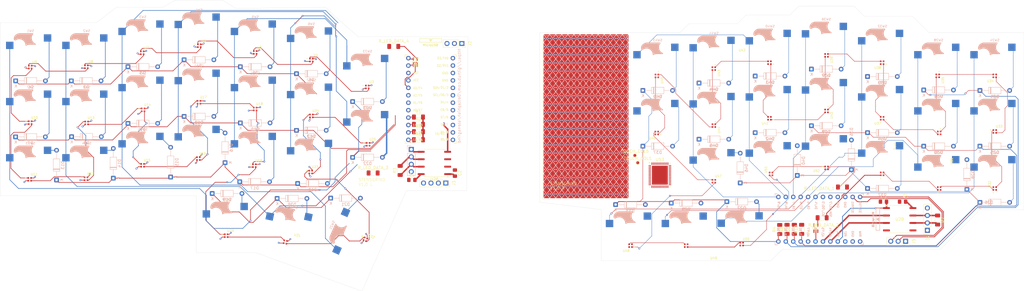
<source format=kicad_pcb>
(kicad_pcb (version 20241229) (generator "pcbnew") (generator_version "9.0")
  (layers (0 "F.Cu" jumper) (4 "In1.Cu" power) (6 "In2.Cu" power) (2 "B.Cu" signal) (13 "F.Paste" user) (15 "B.Paste" user) (5 "F.SilkS" user "F.Silkscreen") (7 "B.SilkS" user "B.Silkscreen") (1 "F.Mask" user) (3 "B.Mask" user) (25 "Edge.Cuts" user))
  (net 0 "")
  (net 1 "Net-(D1-A)")
  (net 2 "Net-(D2-A)")
  (net 3 "Net-(D3-A)")
  (net 4 "Net-(D4-A)")
  (net 5 "Net-(D5-A)")
  (net 6 "Net-(D6-A)")
  (net 7 "Net-(D7-A)")
  (net 8 "Net-(D8-A)")
  (net 9 "Net-(D9-A)")
  (net 10 "Net-(D10-A)")
  (net 11 "Net-(D11-A)")
  (net 12 "Net-(D12-A)")
  (net 13 "Net-(D13-A)")
  (net 14 "Net-(D14-A)")
  (net 15 "Net-(D15-A)")
  (net 16 "Net-(D16-A)")
  (net 17 "Net-(D17-A)")
  (net 18 "Net-(D18-A)")
  (net 19 "Net-(D19-A)")
  (net 20 "Net-(D20-A)")
  (net 21 "Net-(D21-A)")
  (net 22 "Net-(D22-A)")
  (net 23 "Net-(D23-A)")
  (net 24 "GNDR")
  (net 25 "Net-(U3-DIN)")
  (net 26 "Net-(U25-DOUT)")
  (net 27 "Net-(U3-DOUT)")
  (net 28 "Net-(U4-DOUT)")
  (net 29 "Net-(U5-DOUT)")
  (net 30 "Net-(U6-DOUT)")
  (net 31 "Net-(U7-DOUT)")
  (net 32 "Net-(U8-DOUT)")
  (net 33 "Net-(U10-DIN)")
  (net 34 "Net-(U10-DOUT)")
  (net 35 "Net-(U11-DOUT)")
  (net 36 "Net-(U12-DOUT)")
  (net 37 "Net-(U13-DOUT)")
  (net 38 "Net-(U14-DOUT)")
  (net 39 "Net-(U15-DOUT)")
  (net 40 "Net-(U16-DOUT)")
  (net 41 "Net-(U17-DOUT)")
  (net 42 "Net-(U18-DOUT)")
  (net 43 "Net-(U19-DOUT)")
  (net 44 "Net-(U20-DOUT)")
  (net 45 "Net-(U21-DOUT)")
  (net 46 "Net-(U22-DOUT)")
  (net 47 "Net-(U23-DOUT)")
  (net 48 "Net-(U24-DOUT)")
  (net 49 "GNDL")
  (net 50 "/RIGHT_SIDE/V3.3")
  (net 51 "Net-(D24-A)")
  (net 52 "/RIGHT_SIDE/ROW_1")
  (net 53 "Net-(D25-A)")
  (net 54 "/RIGHT_SIDE/ROW_2")
  (net 55 "/RIGHT_SIDE/ROW_3")
  (net 56 "Net-(D26-A)")
  (net 57 "/RIGHT_SIDE/ROW_4")
  (net 58 "Net-(D27-A)")
  (net 59 "Net-(D28-A)")
  (net 60 "Net-(D29-A)")
  (net 61 "Net-(D30-A)")
  (net 62 "Net-(D31-A)")
  (net 63 "Net-(D32-A)")
  (net 64 "Net-(D33-A)")
  (net 65 "Net-(D34-A)")
  (net 66 "Net-(D35-A)")
  (net 67 "Net-(D36-A)")
  (net 68 "Net-(D37-A)")
  (net 69 "Net-(D38-A)")
  (net 70 "Net-(D39-A)")
  (net 71 "Net-(D40-A)")
  (net 72 "Net-(D41-A)")
  (net 73 "Net-(D42-A)")
  (net 74 "Net-(D43-A)")
  (net 75 "Net-(D44-A)")
  (net 76 "Net-(D45-A)")
  (net 77 "Net-(D46-A)")
  (net 78 "/LEFT_SIDE/CAN-")
  (net 79 "/LEFT_SIDE/CAN+")
  (net 80 "/RIGHT_SIDE/SDA")
  (net 81 "/RIGHT_SIDE/SCL")
  (net 82 "/RIGHT_SIDE/SERIAL_RX")
  (net 83 "/RIGHT_SIDE/SERIAL_TX")
  (net 84 "/RIGHT_SIDE/CAN-")
  (net 85 "/RIGHT_SIDE/CAN+")
  (net 86 "Net-(U52-DOUT)")
  (net 87 "/RIGHT_SIDE/LED_DOUT_V5")
  (net 88 "Net-(U46-DOUT)")
  (net 89 "/RIGHT_SIDE/COL_1")
  (net 90 "/RIGHT_SIDE/COL_2")
  (net 91 "/RIGHT_SIDE/COL_3")
  (net 92 "/RIGHT_SIDE/COL_4")
  (net 93 "/RIGHT_SIDE/COL_5")
  (net 94 "/RIGHT_SIDE/COL_6")
  (net 95 "/RIGHT_SIDE/CAN_RX")
  (net 96 "/RIGHT_SIDE/CAN_TX")
  (net 97 "/RIGHT_SIDE/LED_DOUT_V3.3")
  (net 98 "Net-(U30-DOUT)")
  (net 99 "Net-(U30-DIN)")
  (net 100 "Net-(U31-DOUT)")
  (net 101 "Net-(U50-DOUT)")
  (net 102 "Net-(U32-DOUT)")
  (net 103 "Net-(U33-DOUT)")
  (net 104 "Net-(U51-DOUT)")
  (net 105 "Net-(U34-DOUT)")
  (net 106 "Net-(U35-DOUT)")
  (net 107 "Net-(U36-DOUT)")
  (net 108 "Net-(U37-DOUT)")
  (net 109 "Net-(U38-DOUT)")
  (net 110 "Net-(U39-DOUT)")
  (net 111 "Net-(U40-DOUT)")
  (net 112 "Net-(U41-DOUT)")
  (net 113 "Net-(U42-DOUT)")
  (net 114 "Net-(U43-DOUT)")
  (net 115 "Net-(U44-DOUT)")
  (net 116 "Net-(U45-DOUT)")
  (net 117 "Net-(U47-DOUT)")
  (net 118 "Net-(U48-DOUT)")
  (net 119 "Net-(U49-DOUT)")
  (net 120 "/LEFT_SIDE/V3.3")
  (net 121 "/LEFT_SIDE/ROW_1")
  (net 122 "/LEFT_SIDE/ROW_2")
  (net 123 "/LEFT_SIDE/ROW_3")
  (net 124 "/LEFT_SIDE/ROW_4")
  (net 125 "/LEFT_SIDE/COL_1")
  (net 126 "/LEFT_SIDE/COL_2")
  (net 127 "/LEFT_SIDE/COL_3")
  (net 128 "/LEFT_SIDE/COL_4")
  (net 129 "/LEFT_SIDE/COL_5")
  (net 130 "/LEFT_SIDE/COL_6")
  (net 131 "/LEFT_SIDE/CAN_RX")
  (net 132 "/LEFT_SIDE/LED_DOUT_V3.3")
  (net 133 "/LEFT_SIDE/CAN_TX")
  (net 134 "/LEFT_SIDE/V5")
  (net 135 "/RIGHT_SIDE/V5")
  (net 136 "/LEFT_SIDE/SERIAL_RX")
  (net 137 "/LEFT_SIDE/SERIAL_TX")
  (net 138 "/LEFT_SIDE/SDA")
  (net 139 "/LEFT_SIDE/SCL")
  (net 140 "/LEFT_SIDE/LED_DOUT_V5")
  (net 141 "/LEFT_SIDE/RST")
  (net 142 "/LEFT_SIDE/NC")
  (net 143 "/RIGHT_SIDE/RST")
  (net 144 "/RIGHT_SIDE/NC")
  (net 145 "COL3")
  (net 146 "COL6")
  (net 147 "COL5")
  (net 148 "COL4")
  (net 149 "COL19")
  (net 150 "COL20")
  (net 151 "COL18")
  (net 152 "COL15")
  (net 153 "COL17")
  (net 154 "COL16")
  (net 155 "COL14")
  (net 156 "COL13")
  (net 157 "ROW10")
  (net 158 "ROW9")
  (net 159 "ROW11")
  (net 160 "ROW12")
  (net 161 "ROW13")
  (net 162 "COL12")
  (net 163 "ROW14")
  (net 164 "ROW2")
  (net 165 "ROW1")
  (net 166 "ROW3")
  (net 167 "ROW4")
  (net 168 "ROW5")
  (net 169 "COL2")
  (net 170 "COL1")
  (net 171 "COL9")
  (net 172 "COL11")
  (net 173 "COL10")
  (net 174 "ROW8")
  (net 175 "ROW7")
  (net 176 "ROW6")
  (net 177 "COL7")
  (net 178 "COL8")
  (net 192 "/RIGHT_SIDE/TOUCH_COL1")
  (net 193 "/RIGHT_SIDE/TOUCH_COL2")
  (net 194 "/RIGHT_SIDE/TOUCH_COL3")
  (net 195 "/RIGHT_SIDE/TOUCH_COL4")
  (net 196 "/RIGHT_SIDE/TOUCH_COL5")
  (net 197 "/RIGHT_SIDE/TOUCH_COL6")
  (net 198 "/RIGHT_SIDE/TOUCH_COL7")
  (net 199 "/RIGHT_SIDE/TOUCH_COL8")
  (net 200 "/RIGHT_SIDE/TOUCH_COL9")
  (net 201 "/RIGHT_SIDE/TOUCH_COL10")
  (net 202 "/RIGHT_SIDE/TOUCH_COL11")
  (net 203 "/RIGHT_SIDE/TOUCH_COL12")
  (net 204 "/RIGHT_SIDE/TOUCH_COL13")
  (net 205 "/RIGHT_SIDE/TOUCH_COL14")
  (net 206 "/RIGHT_SIDE/TOUCH_COL15")
  (net 207 "/RIGHT_SIDE/TOUCH_COL16")
  (net 208 "/RIGHT_SIDE/TOUCH_COL17")
  (net 209 "/RIGHT_SIDE/TOUCH_COL18")
  (net 210 "/RIGHT_SIDE/TOUCH_COL19")
  (net 211 "/RIGHT_SIDE/TOUCH_COL20")
  (net 212 "/RIGHT_SIDE/TOUCH_ROW1")
  (net 213 "/RIGHT_SIDE/TOUCH_ROW6")
  (net 214 "/RIGHT_SIDE/TOUCH_ROW11")
  (net 215 "/RIGHT_SIDE/TOUCH_ROW12")
  (net 216 "/RIGHT_SIDE/TOUCH_ROW4")
  (net 217 "/RIGHT_SIDE/TOUCH_ROW3")
  (net 218 "/RIGHT_SIDE/TOUCH_ROW9")
  (net 219 "/RIGHT_SIDE/TOUCH_ROW14")
  (net 220 "/RIGHT_SIDE/TOUCH_ROW2")
  (net 221 "/RIGHT_SIDE/TOUCH_ROW8")
  (net 222 "/RIGHT_SIDE/TOUCH_ROW10")
  (net 223 "/RIGHT_SIDE/TOUCH_ROW5")
  (net 224 "/RIGHT_SIDE/TOUCH_ROW13")
  (net 225 "/RIGHT_SIDE/TOUCH_ROW7")
  (footprint "Resistor_SMD:R_1206_3216Metric_Pad1.30x1.75mm_HandSolder" (layer "F.Cu") (at 174.05 136.3875)
    (property "Reference" "R1")
    (property "Value" "100k")
  )
  (footprint "PAD_0_5MM" (layer "F.Cu") (at 245.511525 134.698252 90)
    (property "Reference" "COL11" (hide yes))
    (property "Value" "" (hide yes))
  )
  (footprint "DEV_18288:DCK5" (layer "F.Cu") (at 309.870001 174.3464 90)
    (property "Reference" "U29")
    (property "Value" "CAHCT1G125QDCKRQ1")
  )
  (footprint "DEV_18288:LED_4492" (layer "F.Cu") (at 352.02 141.805 -90)
    (property "Reference" "U36")
    (property "Value" "4492")
  )
  (footprint "DEV_18288:LED_4492" (layer "F.Cu") (at 79.625 114.425)
    (property "Reference" "U7")
    (property "Value" "4492")
  )
  (footprint "DEV_18288:LED_4492" (layer "F.Cu") (at 371.02 160.805 90)
    (property "Reference" "U32")
    (property "Value" "4492")
  )
  (footprint "DEV_18288:LED_4492" (layer "F.Cu") (at 156.85 145.7)
    (property "Reference" "U25")
    (property "Value" "4492")
  )
  (footprint "PAD_0_5MM" (layer "F.Cu") (at 245.511525 137.498252 90)
    (property "Reference" "COL10" (hide yes))
    (property "Value" "" (hide yes))
  )
  (footprint "Capacitor_SMD:C_0805_2012Metric_Pad1.18x1.45mm_HandSolder" (layer "F.Cu") (at 171.8 157.865)
    (property "Reference" "C1")
    (property "Value" "0.1uf")
  )
  (footprint "DEV_18288:LED_4492" (layer "F.Cu") (at 118.225 133.625)
    (property "Reference" "U18")
    (property "Value" "4492")
  )
  (footprint "Resistor_SMD:R_1206_3216Metric_Pad1.30x1.75mm_HandSolder" (layer "F.Cu") (at 174.05 144.1475)
    (property "Reference" "R6")
    (property "Value" "100k")
  )
  (footprint "PAD_0_5MM" (layer "F.Cu") (at 245.511525 115.098252 90)
    (property "Reference" "COL18" (hide yes))
    (property "Value" "" (hide yes))
  )
  (footprint "DEV_18288:LED_4492" (layer "F.Cu") (at 41.3375 138.3)
    (property "Reference" "U10")
    (property "Value" "4492")
  )
  (footprint "Capacitor_SMD:C_0805_2012Metric_Pad1.18x1.45mm_HandSolder" (layer "F.Cu") (at 339.52 165.305)
    (property "Reference" "C4")
    (property "Value" "0.1uf")
  )
  (footprint "DEV_18288:LED_4492" (layer "F.Cu") (at 265.545 180.33)
    (property "Reference" "U49")
    (property "Value" "4492")
  )
  (footprint "DEV_18288:LED_4492" (layer "F.Cu") (at 99.025 131.325)
    (property "Reference" "U17")
    (property "Value" "4492")
  )
  (footprint "Connector_PinSocket_2.54mm:PinSocket_1x03_P2.54mm_Vertical" (layer "F.Cu") (at 340.545 178.83 -90)
    (property "Reference" "J5")
    (property "Value" "SERIAL_01")
  )
  (footprint "DEV_18288:LED_4492" (layer "F.Cu") (at 313.545 153.78)
    (property "Reference" "U52")
    (property "Value" "4492")
  )
  (footprint "DEV_18288:LED_4492" (layer "F.Cu") (at 255.495 141.83 180)
    (property "Reference" "U46")
    (property "Value" "4492")
  )
  (footprint "PAD_0_5MM" (layer "F.Cu") (at 230.285744 163.66696 90)
    (property "Reference" "ROW8" (hide yes))
    (property "Value" "" (hide yes))
  )
  (footprint "DEV_18288:LED_4492" (layer "F.Cu") (at 313.52 115.305 -90)
    (property "Reference" "U39")
    (property "Value" "4492")
  )
  (footprint "Resistor_SMD:R_1206_3216Metric_Pad1.30x1.75mm_HandSolder" (layer "F.Cu") (at 158.55 155.5)
    (property "Reference" "R_LED_DATA_3")
    (property "Value" "500")
  )
  (footprint "TestPoint:TestPoint_Pad_D1.0mm" (layer "F.Cu") (at 249 152)
    (property "Reference" "TOUCH_COL1")
    (property "Value" "TESTPOINTPAD_0_5MM")
  )
  (footprint "PAD_0_5MM" (layer "F.Cu") (at 245.511525 145.898252 90)
    (property "Reference" "COL7" (hide yes))
    (property "Value" "" (hide yes))
  )
  (footprint "Resistor_SMD:R_1206_3216Metric_Pad1.30x1.75mm_HandSolder" (layer "F.Cu") (at 174.05 138.8875)
    (property "Reference" "R2")
    (property "Value" "100k")
  )
  (footprint "PAD_0_5MM" (layer "F.Cu") (at 245.511525 162.698277 90)
    (property "Reference" "COL1" (hide yes))
    (property "Value" "" (hide yes))
  )
  (footprint "DEV_18288:LED_4492" (layer "F.Cu") (at 332.52 155.805 90)
    (property "Reference" "U30")
    (property "Value" "4492")
  )
  (footprint "PAD_0_5MM" (layer "F.Cu") (at 245.511525 157.098269 90)
    (property "Reference" "COL3" (hide yes))
    (property "Value" "" (hide yes))
  )
  (footprint "PAD_0_5MM" (layer "F.Cu") (at 219.928577 163.66696 90)
    (property "Reference" "ROW13" (hide yes))
    (property "Value" "" (hide yes))
  )
  (footprint "PAD_0_5MM" (layer "F.Cu") (at 224.071444 163.66696 90)
    (property "Reference" "ROW11" (hide yes))
    (property "Value" "" (hide yes))
  )
  (footprint "DEV_18288:LED_4492" (layer "F.Cu") (at 371.02 122.305 180)
    (property "Reference" "U34")
    (property "Value" "4492")
  )
  (footprint "PAD_0_5MM" (layer "F.Cu") (at 217.857177 163.66696 90)
    (property "Reference" "ROW14" (hide yes))
    (property "Value" "" (hide yes))
  )
  (footprint "Resistor_SMD:R_1206_3216Metric_Pad1.30x1.75mm_HandSolder" (layer "F.Cu") (at 305.02 174.755 90)
    (property "Reference" "R10")
    (property "Value" "100k")
  )
  (footprint "DEV_18288:LED_4492" (layer "F.Cu") (at 332.52 136.805 180)
    (property "Reference" "U37")
    (property "Value" "4492")
  )
  (footprint "DEV_18288:LED_4492" (layer "F.Cu") (at 352.02 160.805 90)
    (property "Reference" "U31")
    (property "Value" "4492")
  )
  (footprint "PAD_0_5MM" (layer "F.Cu") (at 236.49999 163.66696 90)
    (property "Reference" "ROW5" (hide yes))
    (property "Value" "" (hide yes))
  )
  (footprint "PAD_0_5MM" (layer "F.Cu") (at 245.511525 143.098252 90)
    (property "Reference" "COL8" (hide yes))
    (property "Value" "" (hide yes))
  )
  (footprint "Resistor_SMD:R_1206_3216Metric_Pad1.30x1.75mm_HandSolder" (layer "F.Cu") (at 318.97 160.305)
    (property "Reference" "R_LED_DATA_1")
    (property "Value" "500")
  )
  (footprint "PAD_0_5MM" (layer "F.Cu") (at 245.511525 109.498252 90)
    (property "Reference" "COL20" (hide yes))
    (property "Value" "" (hide yes))
  )
  (footprint "PAD_0_5MM" (layer "F.Cu") (at 238.57143 163.66696 90)
    (property "Reference" "ROW4" (hide yes))
    (property "Value" "" (hide yes))
  )
  (footprint "PAD_0_5MM" (layer "F.Cu") (at 244.785707 163.66696 90)
    (property "Reference" "ROW1" (hide yes))
    (property "Value" "" (hide yes))
  )
  (footprint "DEV_18288:LED_4492" (layer "F.Cu") (at 255.545 122.33 -90)
    (property "Reference" "U45")
    (property "Value" "4492")
  )
  (footprint "DEV_18288:LED_4492" (layer "F.Cu") (at 137.225 155.175)
    (property "Reference" "U23")
    (property "Value" "4492")
  )
  (footprint "Resistor_SMD:R_1206_3216Metric_Pad1.30x1.75mm_HandSolder" (layer "F.Cu") (at 165.6 112.2375)
    (property "Reference" "R_LED_DATA_4")
    (property "Value" "500")
  )
  (footprint "DEV_18288:LED_4492" (layer "F.Cu") (at 155.907953 178.173372 -23.88)
    (property "Reference" "U22")
    (property "Value" "4492")
  )
  (footprint "PAD_0_5MM" (layer "F.Cu") (at 242.714287 163.66696 90)
    (property "Reference" "ROW2" (hide yes))
    (property "Value" "" (hide yes))
  )
  (footprint "PAD_0_5MM" (layer "F.Cu") (at 245.511525 123.498252 90)
    (property "Reference" "COL15" (hide yes))
    (property "Value" "" (hide yes))
  )
  (footprint "Package_DFN_QFN:IQS9150" (layer "F.Cu") (at 256.5625 156.25)
    (property "Reference" "U53")
    (property "Value" "~")
  )
  (footprint "PAD_0_5MM" (layer "F.Cu") (at 245.511525 126.298252 90)
    (property "Reference" "COL14" (hide yes))
    (property "Value" "" (hide yes))
  )
  (footprint "PAD_0_5MM" (layer "F.Cu") (at 234.428577 163.66696 90)
    (property "Reference" "ROW6" (hide yes))
    (property "Value" "" (hide yes))
  )
  (footprint "PAD_0_5MM" (layer "F.Cu") (at 232.357144 163.66696 90)
    (property "Reference" "ROW7" (hide yes))
    (property "Value" "" (hide yes))
  )
  (footprint "DEV_18288:LED_4492" (layer "F.Cu") (at 332.52 117.805 180)
    (property "Reference" "U38")
    (property "Value" "4492")
  )
  (footprint "PAD_0_5MM" (layer "F.Cu") (at 245.511525 159.898272 90)
    (property "Reference" "COL2" (hide yes))
    (property "Value" "" (hide yes))
  )
  (footprint "DEV_18288:LED_4492" (layer "F.Cu") (at 284.52 179.805)
    (property "Reference" "U50")
    (property "Value" "4492")
  )
  (footprint "PAD_0_5MM" (layer "F.Cu") (at 245.511525 131.898252 90)
    (property "Reference" "COL12" (hide yes))
    (property "Value" "" (hide yes))
  )
  (footprint "kbd:ProMicro" (layer "F.Cu") (at 178.2086 130.7255)
    (property "Reference" "U1" (hide yes))
    (property "Value" "ProMicro_r" (hide yes))
  )
  (footprint "Connector_PinSocket_2.54mm:PinSocket_1x03_P2.54mm_Vertical" (layer "F.Cu") (at 188.88 111.2375 -90)
    (property "Reference" "J2")
    (property "Value" "SERIAL_01")
  )
  (footprint "DEV_18288:LED_4492" (layer "F.Cu") (at 294.545 155.83 90)
    (property "Reference" "U51")
    (property "Value" "4492")
  )
  (footprint "DEV_18288:LED_4492" (layer "F.Cu") (at 79.925 133.925)
    (property "Reference" "U14")
    (property "Value" "4492")
  )
  (footprint "PAD_0_5MM" (layer "F.Cu") (at 245.511525 148.698252 90)
    (property "Reference" "COL6" (hide yes))
    (property "Value" "" (hide yes))
  )
  (footprint "PAD_0_5MM" (layer "F.Cu") (at 245.511525 151.498252 90)
    (property "Reference" "/RIGHT_SIDE/COL5" (hide yes))
    (property "Value" "" (hide yes))
  )
  (footprint "DEV_18288:LED_4492" (layer "F.Cu") (at 294.02 136.805 180)
    (property "Reference" "U41")
    (property "Value" "4492")
  )
  (footprint "DEV_18288:LED_4492" (layer "F.Cu") (at 371.02 141.305)
    (property "Reference" "U33")
    (property "Value" "4492")
  )
  (footprint "Resistor_SMD:R_1206_3216Metric_Pad1.30x1.75mm_HandSolder" (layer "F.Cu") (at 174.05 141.3875)
    (property "Reference" "R5")
    (property "Value" "100k")
  )
  (footprint "DEV_18288:LED_4492" (layer "F.Cu") (at 294.02 117.805 180)
    (property "Reference" "U42")
    (property "Value" "4492")
  )
  (footprint "PAD_0_5MM" (layer "F.Cu") (at 245.511525 140.298252 90)
    (property "Reference" "COL9" (hide yes))
    (property "Value" "" (hide yes))
  )
  (footprint "Resistor_SMD:R_1206_3216Metric_Pad1.30x1.75mm_HandSolder" (layer "F.Cu") (at 167.8 154.6375 90)
    (property "Reference" "R3")
    (property "Value" "120")
  )
  (footprint "Connector_PinSocket_2.54mm:PinSocket_1x04_P2.54mm_Vertical" (layer "F.Cu") (at 347.995 175.105 180)
    (property "Reference" "J6")
    (property "Value" "Conn_01x04_Pin")
  )
  (footprint "DEV_18288:LED_4492" (layer "F.Cu") (at 274.995 119.83 -90)
    (property "Reference" "U43")
    (property "Value" "4492")
  )
  (footprint "DEV_18288:LED_4492" (layer "F.Cu") (at 156.55 126.1)
    (property "Reference" "U3")
    (property "Value" "4492")
  )
  (footprint "DEV_18288:LED_4492" (layer "F.Cu") (at 246.545 180.33 180)
    (property "Reference" "U48")
    (property "Value" "4492")
  )
  (footprint "PAD_0_5MM" (layer "F.Cu") (at 240.642857 163.66696 90)
    (property "Reference" "ROW3" (hide yes))
    (property "Value" "" (hide yes))
  )
  (footprint "Capacitor_SMD:C_0805_2012Metric_Pad1.18x1.45mm_HandSolder" (layer "F.Cu") (at 332.9825 165.305)
    (property "Reference" "C3")
    (property "Value" "0.1uf")
  )
  (footprint "PAD_0_5MM" (layer "F.Cu") (at 222.000044 163.66696 90)
    (property "Reference" "ROW12" (hide yes))
    (property "Value" "" (hide yes))
  )
  (footprint "DEV_18288:LED_4492" (layer "F.Cu") (at 313.52 134.305 -90)
    (property "Reference" "U40")
    (property "Value" "4492")
  )
  (footprint "Resistor_SMD:R_1206_3216Metric_Pad1.30x1.75mm_HandSolder" (layer "F.Cu") (at 300.02 174.755 90)
    (property "Reference" "R8")
    (property "Value" "100k")
  )
  (footprint "Resistor_SMD:R_1206_3216Metric_Pad1.30x1.75mm_HandSolder" (layer "F.Cu") (at 297.52 174.805 90)
    (property "Reference" "R4")
    (property "Value" "100k")
  )
  (footprint "DEV_18288:LED_4492" (layer "F.Cu") (at 108.325 176.925)
    (property "Reference" "U20")
    (property "Value" "4492")
  )
  (footprint "PAD_0_5MM" (layer "F.Cu") (at 228.214277 163.66696 90)
    (property "Reference" "ROW9" (hide yes))
    (property "Value" "" (hide yes))
  )
  (footprint "DEV_18288:LED_4492" (layer "F.Cu") (at 117.95 153)
    (property "Reference" "U19")
    (property "Value" "4492")
  )
  (footprint "DEV_18288:LED_4492" (layer "F.Cu") (at 137.45 136)
    (property "Reference" "U24")
    (property "Value" "4492")
  )
  (footprint "PAD_0_5MM" (layer "F.Cu") (at 226.142877 163.66696 90)
    (property "Reference" "ROW10" (hide yes))
    (property "Value" "" (hide yes))
  )
  (footprint "Capacitor_SMD:C_0805_2012Metric_Pad1.18x1.45mm_HandSolder" (layer "F.Cu") (at 186.5 155.5375 -90)
    (property "Reference" "C2")
    (property "Value" "0.1uf")
  )
  (footprint "TestPoint:TestPoint_Pad_D1.0mm" (layer "F.Cu") (at 248 149.5)
    (property "Reference" "TOUCH_COL5")
    (property "Value" "TESTPOINTPAD_0_5MM")
  )
  (footprint "PAD_0_5MM" (layer "F.Cu") (at 245.511525 120.698252 90)
    (property "Reference" "COL16" (hide yes))
    (property "Value" "" (hide yes))
  )
  (footprint "Package_SO:SOP-8_6.62x9.15mm_P2.54mm" (layer "F.Cu") (at 179.5 152.075 180)
    (property "Reference" "U26")
    (property "Value" "ISO1050DUB")
  )
  (footprint "DEV_18288:LED_4492" (layer "F.Cu") (at 99.1375 112)
    (property "Reference" "U6")
    (property "Value" "4492")
  )
  (footprint "PAD_0_5MM" (layer "F.Cu") (at 245.511525 117.898252 90)
    (property "Reference" "COL17" (hide yes))
    (property "Value" "" (hide yes))
  )
  (footprint "DEV_18288:DCK5" (layer "F.Cu") (at 172.950001 117.6061 90)
    (property "Reference" "U2")
    (property "Value" "CAHCT1G125QDCKRQ1")
  )
  (footprint "Resistor_SMD:R_1206_3216Metric_Pad1.30x1.75mm_HandSolder" (layer "F.Cu") (at 312.02 170.805 180)
    (property "Reference" "R_LED_DATA_2")
    (property "Value" "500")
  )
  (footprint "DEV_18288:LED_4492" (layer "F.Cu") (at 118.2375 114.3)
    (property "Reference" "U5")
    (property "Value" "4492")
  )
  (footprint "DEV_18288:LED_4492" (layer "F.Cu") (at 351.52 122.305 -90)
    (property "Reference" "U35")
    (property "Value" "4492")
  )
  (footprint "DEV_18288:LED_4492" (layer "F.Cu") (at 79.775 152.875)
    (property "Reference" "U15")
    (property "Value" "4492")
  )
  (footprint "DEV_18288:LED_4492" (layer "F.Cu") (at 60.425 157.475)
    (property "Reference" "U12")
    (property "Value" "4492")
  )
  (footprint "DEV_18288:LED_4492" (layer "F.Cu") (at 128.55 179.1 -11.94)
    (property "Reference" "U21")
    (property "Value" "4492")
  )
  (footprint "DEV_18288:LED_4492" (layer "F.Cu") (at 98.825 150.575)
    (property "Reference" "U16")
    (property "Value" "4492")
  )
  (footprint "Resistor_SMD:R_1206_3216Metric_Pad1.30x1.75mm_HandSolder" (layer "F.Cu") (at 302.52 174.755 90)
    (property "Reference" "R9")
    (property "Value" "100k")
  )
  (footprint "DEV_18288:LED_4492" (layer "F.Cu") (at 60.65 138.4)
    (property "Reference" "U13")
    (property "Value" "4492")
  )
  (footprint "DEV_18288:LED_4492" (layer "F.Cu") (at 275.02 139.305 -90)
    (property "Reference" "U44")
    (property "Value" "4492")
  )
  (footprint "PAD_0_5MM" (layer "F.Cu") (at 245.511525 129.098252 90)
    (property "Reference" "COL13" (hide yes))
    (property "Value" "" (hide yes))
  )
  (footprint "Package_SO:SOP-8_6.62x9.15mm_P2.54mm" (layer "F.Cu") (at 338.52 171.305)
    (property "Reference" "U28")
    (property "Value" "ISO1050DUB")
  )
  (footprint "Resistor_SMD:R_1206_3216Metric_Pad1.30x1.75mm_HandSolder" (layer "F.Cu") (at 351.495 171.575 -90)
    (property "Reference" "R7")
    (property "Value" "120")
  )
  (footprint "Connector_PinSocket_2.54mm:PinSocket_1x04_P2.54mm_Vertical" (layer "F.Cu") (at 183.4 158.9375 -90)
    (property "Reference" "J3")
    (property "Value" "DISPLAY_01" (hide yes))
  )
  (footprint "PAD_0_5MM" (layer "F.Cu") (at 245.511525 112.298252 90)
    (property "Reference" "COL19" (hide yes))
    (property "Value" "" (hide yes))
  )
  (footprint "DEV_18288:LED_4492" (layer "F.Cu") (at 41.35 119.3)
    (property "Reference" "U9")
    (property "Value" "4492")
  )
  (footprint "DEV_18288:LED_4492" (layer "F.Cu") (at 137.4375 116.9)
    (property "Reference" "U4")
    (property "Value" "4492")
  )
  (footprint "DEV_18288:LED_4492" (layer "F.Cu") (at 41.175 157.675)
    (property "Reference" "U11")
    (property "Value" "4492")
  )
  (footprint "DEV_18288:LED_4492" (layer "F.Cu") (at 60.5375 119.2)
    (property "Reference" "U8")
    (property "Value" "4492")
  )
  (footprint "DEV_18288:LED_4492" (layer "F.Cu") (at 275.02 158.305)
    (property "Reference" "U47")
    (property "Value" "4492")
  )
  (footprint "PAD_0_5MM" (layer "F.Cu") (at 245.511525 154.298255 90)
    (property "Reference" "COL4" (hide yes))
    (property "Value" "" (hide yes))
  )
  (footprint "Diode_THT:D_DO-35_SOD27_P10.16mm_Horizontal" (layer "B.Cu") (at 322.02 154.385 90)
    (property "Reference" "D36")
    (property "Value" "D")
  )
  (footprint "Diode_THT:D_DO-35_SOD27_P10.16mm_Horizontal" (layer "B.Cu") (at 269.94 124.762)
    (property "Reference" "D44")
    (property "Value" "D")
  )
  (footprint "Diode_THT:D_DO-35_SOD27_P10.16mm_Horizontal" (layer "B.Cu") (at 361.495 161.098 90)
    (property "Reference" "D28")
    (property "Value" "D")
  )
  (footprint "Diode_THT:D_DO-35_SOD27_P10.16mm_Horizontal" (layer "B.Cu") (at 250.74 127.293)
    (property "Reference" "D41")
    (property "Value" "D")
  )
  (footprint "Diode_THT:D_DO-35_SOD27_P10.16mm_Horizontal" (layer "B.Cu") (at 74.757843 138.539254)
    (property "Reference" "D9")
    (property "Value" "D")
  )
  (footprint "Diode_THT:D_DO-35_SOD27_P10.16mm_Horizontal" (layer "B.Cu") (at 250.74 146.343)
    (property "Reference" "D37")
    (property "Value" "D")
  )
  (footprint "Diode_THT:D_DO-35_SOD27_P10.16mm_Horizontal" (layer "B.Cu") (at 269.94 143.962)
    (property "Reference" "D45")
    (property "Value" "D")
  )
  (footprint "Diode_THT:D_DO-35_SOD27_P10.16mm_Horizontal" (layer "B.Cu") (at 113.157843 138.389254)
    (property "Reference" "D11")
    (property "Value" "D")
  )
  (footprint "Diode_THT:D_DO-35_SOD27_P10.16mm_Horizontal" (layer "B.Cu") (at 50.35 157.88 90)
    (property "Reference" "D13")
    (property "Value" "D")
  )
  (footprint "Diode_THT:D_DO-35_SOD27_P10.16mm_Horizontal" (layer "B.Cu") (at 132.357843 121.570254)
    (property "Reference" "D6")
    (property "Value" "D")
  )
  (footprint "kbd:keyswitch_cherrymx_hotswap_1u" (layer "B.Cu") (at 265.52 175.305 180)
    (property "Reference" "SW31")
    (property "Value" "SW_PUSH" (hide yes))
  )
  (footprint "Diode_THT:D_DO-35_SOD27_P10.16mm_Horizontal" (layer "B.Cu") (at 93.957843 136.158254)
    (property "Reference" "D10")
    (property "Value" "D")
  )
  (footprint "kbd:keyswitch_cherrymx_hotswap_1u" (layer "B.Cu") (at 294.22 112.856 180)
    (property "Reference" "SW40")
    (property "Value" "SW_PUSH" (hide yes))
  )
  (footprint "kbd:keyswitch_cherrymx_hotswap_1u" (layer "B.Cu") (at 313.42 148.875 180)
    (property "Reference" "SW38")
    (property "Value" "SW_PUSH" (hide yes))
  )
  (footprint "kbd:keyswitch_cherrymx_hotswap_1u" (layer "B.Cu") (at 41.437843 152.827254 180)
    (property "Reference" "SW13")
    (property "Value" "SW_PUSH" (hide yes))
  )
  (footprint "Diode_THT:D_DO-35_SOD27_P10.16mm_Horizontal" (layer "B.Cu") (at 241.44 166.305)
    (property "Reference" "D33")
    (property "Value" "D")
  )
  (footprint "kbd:keyswitch_cherrymx_hotswap_1u" (layer "B.Cu") (at 137.437843 150.445254 180)
    (property "Reference" "SW18")
    (property "Value" "SW_PUSH" (hide yes))
  )
  (footprint "kbd:keyswitch_cherrymx_hotswap_1u" (layer "B.Cu") (at 41.437843 133.627254 180)
    (property "Reference" "SW7")
    (property "Value" "SW_PUSH" (hide yes))
  )
  (footprint "Diode_THT:D_DO-35_SOD27_P10.16mm_Horizontal" (layer "B.Cu") (at 69.75 157.28 90)
    (property "Reference" "D14")
    (property "Value" "D")
  )
  (footprint "Diode_THT:D_DO-35_SOD27_P10.16mm_Horizontal" (layer "B.Cu") (at 308.34 139.35)
    (property "Reference" "D38")
    (property "Value" "D")
  )
  (footprint "Diode_THT:D_DO-35_SOD27_P10.16mm_Horizontal" (layer "B.Cu") (at 303.52 156.336 90)
    (property "Reference" "D40")
    (property "Value" "D")
  )
  (footprint "kbd:keyswitch_cherrymx_hotswap_1u" (layer "B.Cu") (at 99.037843 107.283254 180)
    (property "Reference" "SW4")
    (property "Value" "SW_PUSH" (hide yes))
  )
  (footprint "kbd:keyswitch_cherrymx_hotswap_1u" (layer "B.Cu") (at 275.02 134.437 180)
    (property "Reference" "SW45")
    (property "Value" "SW_PUSH" (hide yes))
  )
  (footprint "kbd:keyswitch_cherrymx_hotswap_1u" (layer "B.Cu") (at 332.62 112.856 180)
    (property "Reference" "SW32")
    (property "Value" "SW_PUSH" (hide yes))
  )
  (footprint "Diode_THT:D_DO-35_SOD27_P10.16mm_Horizontal" (layer "B.Cu") (at 289.14 122.381)
    (property "Reference" "D43")
    (property "Value" "D")
  )
  (footprint "Diode_THT:D_DO-35_SOD27_P10.16mm_Horizontal" (layer "B.Cu") (at 346.74 146.343)
    (property "Reference" "D30")
    (property "Value" "D")
  )
  (footprint "Diode_THT:D_DO-35_SOD27_P10.16mm_Horizontal" (layer "B.Cu") (at 55.49 143.1)
    (property "Reference" "D8")
    (property "Value" "D")
  )
  (footprint "kbd:keyswitch_cherrymx_hotswap_1u" (layer "B.Cu") (at 60.637843 152.827254 180)
    (property "Reference" "SW14")
    (property "Value" "SW_PUSH" (hide yes))
  )
  (footprint "Diode_THT:D_DO-35_SOD27_P10.16mm_Horizontal" (layer "B.Cu") (at 113.157843 119.189254)
    (property "Reference" "D5")
    (property "Value" "D")
  )
  (footprint "Diode_THT:D_DO-35_SOD27_P10.16mm_Horizontal" (layer "B.Cu") (at 365.94 127.293)
    (property "Reference" "D24")
    (property "Value" "D")
  )
  (footprint "kbd:keyswitch_cherrymx_hotswap_1u" (layer "B.Cu") (at 156.637843 121.426254 180)
    (property "Reference" "SW23")
    (property "Value" "SW_PUSH" (hide yes))
  )
  (footprint "Diode_THT:D_DO-35_SOD27_P10.16mm_Horizontal" (layer "B.Cu") (at 365.94 146.343)
    (property "Reference" "D25")
    (property "Value" "D")
  )
  (footprint "kbd:keyswitch_cherrymx_hotswap_1u" (layer "B.Cu") (at 118.237843 128.864254 180)
    (property "Reference" "SW11")
    (property "Value" "SW_PUSH" (hide yes))
  )
  (footprint "Diode_THT:D_DO-35_SOD27_P10.16mm_Horizontal" (layer "B.Cu") (at 74.757843 119.189254)
    (property "Reference" "D3")
    (property "Value" "D")
  )
  (footprint "Diode_THT:D_DO-35_SOD27_P10.16mm_Horizontal" (layer "B.Cu") (at 289.14 141.731)
    (property "Reference" "D42")
    (property "Value" "D")
  )
  (footprint "Diode_THT:D_DO-35_SOD27_P10.16mm_Horizontal" (layer "B.Cu") (at 125.75 164.2)
    (property "Reference" "D20")
    (property "Value" "D")
  )
  (footprint "Diode_THT:D_DO-35_SOD27_P10.16mm_Horizontal" (layer "B.Cu") (at 55.39 124)
    (property "Reference" "D2")
    (property "Value" "D")
  )
  (footprint "Diode_THT:D_DO-35_SOD27_P10.16mm_Horizontal" (layer "B.Cu") (at 107.95 151.98 90)
    (property "Reference" "D16")
    (property "Value" "D")
  )
  (footprint "kbd:keyswitch_cherrymx_hotswap_1u" (layer "B.Cu") (at 129.65 174.3 168.06)
    (property "Reference" "SW20")
    (property "Value" "SW_PUSH" (hide yes))
  )
  (footprint "kbd:keyswitch_cherrymx_hotswap_1u" (layer "B.Cu") (at 137.437843 131.245254 180)
    (property "Reference" "SW12")
    (property "Value" "SW_PUSH" (hide yes))
  )
  (footprint "kbd:keyswitch_cherrymx_hotswap_1u" (layer "B.Cu") (at 118.237843 109.664254 180)
    (property "Reference" "SW5")
    (property "Value" "SW_PUSH" (hide yes))
  )
  (footprint "kbd:keyswitch_cherrymx_hotswap_1u" (layer "B.Cu") (at 137.437843 112.045254 180)
    (property "Reference" "SW6")
    (property "Value" "SW_PUSH" (hide yes))
  )
  (footprint "Diode_THT:D_DO-35_SOD27_P10.16mm_Horizontal" (layer "B.Cu") (at 144.05 164.1)
    (property "Reference" "D21")
    (property "Value" "D")
  )
  (footprint "kbd:keyswitch_cherrymx_hotswap_1u" (layer "B.Cu") (at 332.62 132.056 180)
    (property "Reference" "SW33")
    (property "Value" "SW_PUSH" (hide yes))
  )
  (footprint "Diode_THT:D_DO-35_SOD27_P10.16mm_Horizontal" (layer "B.Cu") (at 132.77 159.1)
    (property "Reference" "D18")
    (property "Value" "D")
  )
  (footprint "kbd:keyswitch_cherrymx_hotswap_1u" (layer "B.Cu") (at 79.837843 109.664254 180)
    (property "Reference" "SW3")
    (property "Value" "SW_PUSH" (hide yes))
  )
  (footprint "kbd:keyswitch_cherrymx_hotswap_1u" (layer "B.Cu") (at 313.42 110.475 180)
    (property "Reference" "SW36")
    (property "Value" "SW_PUSH" (hide yes))
  )
  (footprint "kbd:keyswitch_cherrymx_hotswap_1u" (layer "B.Cu") (at 332.62 151.256 180)
    (property "Reference" "SW34")
    (property "Value" "SW_PUSH" (hide yes))
  )
  (footprint "kbd:keyswitch_cherrymx_hotswap_1u" (layer "B.Cu") (at 41.437843 114.427254 180)
    (property "Reference" "SW1")
    (property "Value" "SW_PUSH" (hide yes))
  )
  (footprint "kbd:keyswitch_cherrymx_hotswap_1u" (layer "B.Cu") (at 313.42 129.675 180)
    (property "Reference" "SW37")
    (property "Value" "SW_PUSH" (hide yes))
  )
  (footprint "Diode_THT:D_DO-35_SOD27_P10.16mm_Horizontal" (layer "B.Cu") (at 327.54 141.731)
    (property "Reference" "D34")
    (property "Value" "D")
  )
  (footprint "Diode_THT:D_DO-35_SOD27_P10.16mm_Horizontal" (layer "B.Cu") (at 89.35 156.88 90)
    (property "Reference" "D15")
    (property "Value" "D")
  )
  (footprint "Diode_THT:D_DO-35_SOD27_P10.16mm_Horizontal" (layer "B.Cu") (at 151.557843 131.101254)
    (property "Reference" "D23")
    (property "Value" "D")
  )
  (footprint "Diode_THT:D_DO-35_SOD27_P10.16mm_Horizontal" (layer "B.Cu") (at 308.34 120)
    (property "Reference" "D39")
    (property "Value" "D")
  )
  (footprint "kbd:keyswitch_cherrymx_hotswap_1u" (layer "B.Cu") (at 351.82 156.018 180)
    (property "Reference" "SW30")
    (property "Value" "SW_PUSH" (hide yes))
  )
  (footprint "kbd:keyswitch_cherrymx_hotswap_1u" (layer "B.Cu") (at 351.82 136.818 180)
    (property "Reference" "SW29")
    (property "Value" "SW_PUSH" (hide yes))
  )
  (footprint "Diode_THT:D_DO-35_SOD27_P10.16mm_Horizontal" (layer "B.Cu") (at 93.957843 116.808254)
    (property "Reference" "D4")
    (property "Value" "D")
  )
  (footprint "kbd:keyswitch_cherrymx_hotswap_1u" (layer "B.Cu") (at 79.837843 128.864254 180)
    (property "Reference" "SW9")
    (property "Value" "SW_PUSH" (hide yes))
  )
  (footprint "kbd:keyswitch_cherrymx_hotswap_1u" (layer "B.Cu") (at 79.837843 148.064254 180)
    (property "Reference" "SW15")
    (property "Value" "SW_PUSH" (hide yes))
  )
  (footprint "kbd:keyswitch_cherrymx_hotswap_1u" (layer "B.Cu") (at 284.62 175.219 180)
    (property "Reference" "SW27")
    (property "Value" "SW_PUSH" (hide yes))
  )
  (footprint "Diode_THT:D_DO-35_SOD27_P10.16mm_Horizontal" (layer "B.Cu") (at 36.357843 143.152254)
    (property "Reference" "D7")
    (property "Value" "D")
  )
  (footprint "kbd:keyswitch_cherrymx_hotswap_1u" (layer "B.Cu") (at 246.44 175.305 180)
    (property "Reference" "SW35")
    (property "Value" "SW_PUSH" (hide yes))
  )
  (footprint "kbd:keyswitch_cherrymx_hotswap_1u" (layer "B.Cu") (at 156.637843 140.626254 180)
    (property "Reference" "SW22")
    (property "Value" "SW_PUSH" (hide yes))
  )
  (footprint "Diode_THT:D_DO-35_SOD27_P10.16mm_Horizontal" (layer "B.Cu") (at 260.44 165.78)
    (property "Reference" "D29")
    (property "Value" "D")
  )
  (footprint "kbd:keyswitch_cherrymx_hotswap_1u" (layer "B.Cu") (at 99.037843 145.683254 180)
    (property "Reference" "SW16")
    (property "Value" "SW_PUSH" (hide yes))
  )
  (footprint "kbd:keyswitch_cherrymx_hotswap_1u" (layer "B.Cu") (at 371.02 136.818 180)
    (property "Reference" "SW25")
    (property "Value" "SW_PUSH" (hide yes))
  )
  (footprint "Diode_THT:D_DO-35_SOD27_P10.16mm_Horizontal" (layer "B.Cu") (at 327.54 160.781)
    (property "Reference" "D32")
    (property "Value" "D")
  )
  (footprint "kbd:keyswitch_cherrymx_hotswap_1u" (layer "B.Cu") (at 108.637843 172.027254 180)
    (property "Reference" "SW19")
    (property "Value" "SW_PUSH" (hide yes))
  )
  (footprint "Diode_THT:D_DO-35_SOD27_P10.16mm_Horizontal" (layer "B.Cu") (at 151.557843 150.151254)
    (property "Reference" "D22")
    (property "Value" "D")
  )
  (footprint "Diode_THT:D_DO-35_SOD27_P10.16mm_Horizontal" (layer "B.Cu") (at 365.94 165.543)
    (property "Reference" "D26")
    (property "Value" "D")
  )
  (footprint "kbd:keyswitch_cherrymx_hotswap_1u" (layer "B.Cu") (at 275.02 153.637 180)
    (property "Reference" "SW46")
    (property "Value" "SW_PUSH" (hide yes))
  )
  (footprint "kbd:keyswitch_cherrymx_hotswap_1u" (layer "B.Cu") (at 118.237843 148.064254 180)
    (property "Reference" "SW17")
    (property "Value" "SW_PUSH" (hide yes))
  )
  (footprint "kbd:keyswitch_cherrymx_hotswap_1u" (layer "B.Cu") (at 294.22 151.256 180)
    (property "Reference" "SW42")
    (property "Value" "SW_PUSH" (hide yes))
  )
  (footprint "kbd:keyswitch_cherrymx_hotswap_1u" (layer "B.Cu") (at 255.82 117.618 180)
    (property "Reference" "SW43")
    (property "Value" "SW_PUSH" (hide yes))
  )
  (footprint "Diode_THT:D_DO-35_SOD27_P10.16mm_Horizontal" (layer "B.Cu") (at 36.39 124)
    (property "Reference" "D1")
    (property "Value" "D")
  )
  (footprint "kbd:keyswitch_cherrymx_hotswap_1u" (layer "B.Cu") (at 371.02 156.018 180)
    (property "Reference" "SW26")
    (property "Value" "SW_PUSH" (hide yes))
  )
  (footprint "kbd:keyswitch_cherrymx_hotswap_1u" (layer "B.Cu") (at 294.22 132.056 180)
    (property "Reference" "SW41")
    (property "Value" "SW_PUSH" (hide yes))
  )
  (footprint "kbd:keyswitch_cherrymx_hotswap_1u" (layer "B.Cu") (at 60.637843 133.627254 180)
    (property "Reference" "SW8")
    (property "Value" "SW_PUSH" (hide yes))
  )
  (footprint "kbd:keyswitch_cherrymx_hotswap_1u" (layer "B.Cu") (at 99.037843 126.483254 180)
    (property "Reference" "SW10")
    (property "Value" "SW_PUSH" (hide yes))
  )
  (footprint "Diode_THT:D_DO-35_SOD27_P10.16mm_Horizontal" (layer "B.Cu") (at 132.357843 140.920254)
    (property "Reference" "D12")
    (property "Value" "D")
  )
  (footprint "Connector_PinSocket_2.54mm:PinSocket_1x04_P2.54mm_Vertical" (layer "B.Cu") (at 171.6 147.445 180)
    (property "Reference" "J1")
    (property "Value" "Conn_01x04_Pin")
  )
  (footprint "Diode_THT:D_DO-35_SOD27_P10.16mm_Horizontal" (layer "B.Cu") (at 346.74 127.143)
    (property "Reference" "D31")
    (property "Value" "D")
  )
  (footprint "kbd:ProMicro" (layer "B.Cu") (at 310.52 171.305 90)
    (property "Reference" "U27" (hide yes))
    (property "Value" "ProMicro_r" (hide yes))
  )
  (footprint "kbd:keyswitch_cherrymx_hotswap_1u" (layer "B.Cu") (at 60.637843 114.427254 180)
    (property "Reference" "SW2")
    (property "Value" "SW_PUSH" (hide yes))
  )
  (footprint "Diode_THT:D_DO-35_SOD27_P10.16mm_Horizontal" (layer "B.Cu") (at 327.54 122.531)
    (property "Reference" "D35")
    (property "Value" "D")
  )
  (footprint "kbd:keyswitch_cherrymx_hotswap_1u" (layer "B.Cu") (at 255.82 136.818 180)
    (property "Reference" "SW39")
    (property "Value" "SW_PUSH" (hide yes))
  )
  (footprint "Diode_THT:D_DO-35_SOD27_P10.16mm_Horizontal" (layer "B.Cu") (at 112.97 158.5)
    (property "Reference" "D17")
    (property "Value" "D")
  )
  (footprint "kbd:keyswitch_cherrymx_hotswap_1u" (layer "B.Cu") (at 151.393502 176.345128 -113.88)
    (property "Reference" "SW21")
    (property "Value" "SW_PUSH" (hide yes))
  )
  (footprint "kbd:keyswitch_cherrymx_hotswap_1u" (layer "B.Cu") (at 275.02 115.237 180)
    (property "Reference" "SW44")
    (property "Value" "SW_PUSH" (hide yes))
  )
  (footprint "Diode_THT:D_DO-35_SOD27_P10.16mm_Horizontal" (layer "B.Cu") (at 284.02 158.885 90)
    (property "Reference" "D46")
    (property "Value" "D")
  )
  (footprint "Diode_THT:D_DO-35_SOD27_P10.16mm_Horizontal" (layer "B.Cu") (at 279.44 165.305)
    (property "Reference" "D27")
    (property "Value" "D")
  )
  (footprint "kbd:keyswitch_cherrymx_hotswap_1u" (layer "B.Cu") (at 371.02 117.618 180)
    (property "Reference" "SW24")
    (property "Value" "SW_PUSH" (hide yes))
  )
  (footprint "Diode_THT:D_DO-35_SOD27_P10.16mm_Horizontal" (layer "B.Cu") (at 103.557843 162.502254)
    (property "Reference" "D19")
    (property "Value" "D")
  )
  (footprint "kbd:keyswitch_cherrymx_hotswap_1u" (layer "B.Cu") (at 351.82 117.618 180)
    (property "Reference" "SW28")
    (property "Value" "SW_PUSH" (hide yes))
  )
  (gr_rect (start 216.5 108.5) (end 245.5 164.5) (stroke (width 0.1)) (fill no) (layer "F.SilkS"))
  (gr_line (start 343 102) (end 326.5 102) (stroke (width 0.05)) (layer "Edge.Cuts"))
  (gr_line (start 111.45 99.2) (end 107.15 96.4) (stroke (width 0.05)) (layer "Edge.Cuts"))
  (gr_line (start 263.5 107.5) (end 215.5 107.5) (stroke (width 0.05)) (layer "Edge.Cuts"))
  (gr_line (start 145.15 101.6) (end 153.5 109) (stroke (width 0.05)) (layer "Edge.Cuts"))
  (gr_line (start 236.5 168) (end 236.5 185.5) (stroke (width 0.05)) (layer "Edge.Cuts"))
  (gr_line (start 71.75 98.8) (end 70.95 98.8) (stroke (width 0.05)) (layer "Edge.Cuts"))
  (gr_line (start 142.45 98.9) (end 111.45 99.2) (stroke (width 0.05)) (layer "Edge.Cuts"))
  (gr_line (start 118.35 182.7) (end 154.75 195.9) (stroke (width 0.05)) (layer "Edge.Cuts"))
  (gr_line (start 352.5 181.5) (end 366 168) (stroke (width 0.05)) (layer "Edge.Cuts"))
  (gr_line (start 191 109) (end 154 109) (stroke (width 0.05)) (layer "Edge.Cuts"))
  (gr_line (start 63.85 104.2) (end 31.05 104.2) (stroke (width 0.05)) (layer "Edge.Cuts"))
  (gr_line (start 326.5 102) (end 323 98.5) (stroke (width 0.05)) (layer "Edge.Cuts"))
  (gr_line (start 145.15 101.6) (end 142.45 98.9) (stroke (width 0.05)) (layer "Edge.Cuts"))
  (gr_line (start 323 98.5) (end 304 98.5) (stroke (width 0.05)) (layer "Edge.Cuts"))
  (gr_line (start 86.85 98.8) (end 71.75 98.8) (stroke (width 0.05)) (layer "Edge.Cuts"))
  (gr_line (start 167.35 167.3) (end 170 161.5) (stroke (width 0.05)) (layer "Edge.Cuts"))
  (gr_line (start 236.5 185.5) (end 294.145 185.5) (stroke (width 0.05)) (layer "Edge.Cuts"))
  (gr_line (start 294.145 185.5) (end 294.5 185.5) (stroke (width 0.05)) (layer "Edge.Cuts"))
  (gr_line (start 304 98.5) (end 301 101.5) (stroke (width 0.05)) (layer "Edge.Cuts"))
  (gr_line (start 286 101.5) (end 283 104.5) (stroke (width 0.05)) (layer "Edge.Cuts"))
  (gr_line (start 215.5 165.5) (end 236.5 168) (stroke (width 0.05)) (layer "Edge.Cuts"))
  (gr_line (start 366 168) (end 381 168) (stroke (width 0.05)) (layer "Edge.Cuts"))
  (gr_line (start 154 109) (end 153.5 109) (stroke (width 0.05)) (layer "Edge.Cuts"))
  (gr_line (start 31.05 104.2) (end 31.05 163.3) (stroke (width 0.05)) (layer "Edge.Cuts"))
  (gr_line (start 266.5 104.5) (end 263.5 107.5) (stroke (width 0.05)) (layer "Edge.Cuts"))
  (gr_line (start 31.05 163.3) (end 98.15 163.3) (stroke (width 0.05)) (layer "Edge.Cuts"))
  (gr_line (start 98.15 163.3) (end 98.15 182.7) (stroke (width 0.05)) (layer "Edge.Cuts"))
  (gr_line (start 348.5 107.5) (end 343 102) (stroke (width 0.05)) (layer "Edge.Cuts"))
  (gr_line (start 170 161.5) (end 190.5 161.5) (stroke (width 0.05)) (layer "Edge.Cuts"))
  (gr_line (start 90.95 96.4) (end 86.85 98.8) (stroke (width 0.05)) (layer "Edge.Cuts"))
  (gr_line (start 70.95 98.8) (end 63.85 104.2) (stroke (width 0.05)) (layer "Edge.Cuts"))
  (gr_line (start 294.5 185.5) (end 298.5 181.5) (stroke (width 0.05)) (layer "Edge.Cuts"))
  (gr_line (start 98.15 182.7) (end 118.35 182.7) (stroke (width 0.05)) (layer "Edge.Cuts"))
  (gr_line (start 381 107.5) (end 348.5 107.5) (stroke (width 0.05)) (layer "Edge.Cuts"))
  (gr_line (start 381 168) (end 381 107.5) (stroke (width 0.05)) (layer "Edge.Cuts"))
  (gr_line (start 283 104.5) (end 266.5 104.5) (stroke (width 0.05)) (layer "Edge.Cuts"))
  (gr_line (start 190.5 161.5) (end 191 109) (stroke (width 0.05)) (layer "Edge.Cuts"))
  (gr_line (start 298.5 181.5) (end 352.5 181.5) (stroke (width 0.05)) (layer "Edge.Cuts"))
  (gr_line (start 154.75 195.9) (end 167.35 167.3) (stroke (width 0.05)) (layer "Edge.Cuts"))
  (gr_line (start 107.15 96.4) (end 90.95 96.4) (stroke (width 0.05)) (layer "Edge.Cuts"))
  (gr_line (start 301 101.5) (end 286 101.5) (stroke (width 0.05)) (layer "Edge.Cuts"))
  (gr_line (start 215.5 107.5) (end 215.5 165.5) (stroke (width 0.05)) (layer "Edge.Cuts"))
  (gr_text "STENSGRIND\nV1.0 R" (at 218.995832 161.298265 0) (layer "F.SilkS") (effects (font (size 1 1) (thickness 0.1)) (justify left bottom)))
  (gr_text "STENSGRIND\nV1.0 L" (at 153.5 160 0) (layer "F.SilkS") (effects (font (size 1 1) (thickness 0.1)) (justify left bottom)))
  (gr_text "https://github.com/Deltaphish/stensgrind" (at 188.55 112.9 90) (layer "B.SilkS") (effects (font (size 1 1) (thickness 0.1)) (justify left bottom mirror)))
  (segment (start 47.818843 122.731157) (end 46.55 124) (width 0.2) (layer "B.Cu") (net 1))
  (segment (start 47.818843 109.886254) (end 47.818843 122.731157) (width 0.2) (layer "B.Cu") (net 1))
  (segment (start 47.279843 109.347254) (end 47.818843 109.886254) (width 0.2) (layer "B.Cu") (net 1))
  (segment (start 66.479843 109.347254) (end 67.018843 109.886254) (width 0.2) (layer "B.Cu") (net 2))
  (segment (start 67.018843 109.886254) (end 67.018843 122.531157) (width 0.2) (layer "B.Cu") (net 2))
  (segment (start 67.018843 122.531157) (end 65.55 124) (width 0.2) (layer "B.Cu") (net 2))
  (segment (start 86.218843 117.888254) (end 84.917843 119.189254) (width 0.2) (layer "B.Cu") (net 3))
  (segment (start 85.679843 104.584254) (end 86.218843 105.123254) (width 0.2) (layer "B.Cu") (net 3))
  (segment (start 86.218843 105.123254) (end 86.218843 117.888254) (width 0.2) (layer "B.Cu") (net 3))
  (segment (start 105.418843 102.742254) (end 105.418843 115.507254) (width 0.2) (layer "B.Cu") (net 4))
  (segment (start 105.418843 115.507254) (end 104.117843 116.808254) (width 0.2) (layer "B.Cu") (net 4))
  (segment (start 104.879843 102.203254) (end 105.418843 102.742254) (width 0.2) (layer "B.Cu") (net 4))
  (segment (start 124.618843 105.123254) (end 124.618843 117.888254) (width 0.2) (layer "B.Cu") (net 5))
  (segment (start 124.079843 104.584254) (end 124.618843 105.123254) (width 0.2) (layer "B.Cu") (net 5))
  (segment (start 124.618843 117.888254) (end 123.317843 119.189254) (width 0.2) (layer "B.Cu") (net 5))
  (segment (start 143.818843 107.504254) (end 143.818843 120.269254) (width 0.2) (layer "B.Cu") (net 6))
  (segment (start 143.279843 106.965254) (end 143.818843 107.504254) (width 0.2) (layer "B.Cu") (net 6))
  (segment (start 143.818843 120.269254) (end 142.517843 121.570254) (width 0.2) (layer "B.Cu") (net 6))
  (segment (start 47.818843 129.086254) (end 47.818843 141.851254) (width 0.2) (layer "B.Cu") (net 7))
  (segment (start 47.279843 128.547254) (end 47.818843 129.086254) (width 0.2) (layer "B.Cu") (net 7))
  (segment (start 47.818843 141.851254) (end 46.517843 143.152254) (width 0.2) (layer "B.Cu") (net 7))
  (segment (start 66.479843 128.547254) (end 67.018843 129.086254) (width 0.2) (layer "B.Cu") (net 8))
  (segment (start 67.018843 129.086254) (end 67.018843 141.731157) (width 0.2) (layer "B.Cu") (net 8))
  (segment (start 67.018843 141.731157) (end 65.65 143.1) (width 0.2) (layer "B.Cu") (net 8))
  (segment (start 86.218843 137.238254) (end 84.917843 138.539254) (width 0.2) (layer "B.Cu") (net 9))
  (segment (start 85.679843 123.784254) (end 86.218843 124.323254) (width 0.2) (layer "B.Cu") (net 9))
  (segment (start 86.218843 124.323254) (end 86.218843 137.238254) (width 0.2) (layer "B.Cu") (net 9))
  (segment (start 105.418843 121.942254) (end 105.418843 134.857254) (width 0.2) (layer "B.Cu") (net 10))
  (segment (start 104.879843 121.403254) (end 105.418843 121.942254) (width 0.2) (layer "B.Cu") (net 10))
  (segment (start 105.418843 134.857254) (end 104.117843 136.158254) (width 0.2) (layer "B.Cu") (net 10))
  (segment (start 124.618843 124.323254) (end 124.618843 137.088254) (width 0.2) (layer "B.Cu") (net 11))
  (segment (start 124.079843 123.784254) (end 124.618843 124.323254) (width 0.2) (layer "B.Cu") (net 11))
  (segment (start 124.618843 137.088254) (end 123.317843 138.389254) (width 0.2) (layer "B.Cu") (net 11))
  (segment (start 143.818843 139.619254) (end 142.517843 140.920254) (width 0.2) (layer "B.Cu") (net 12))
  (segment (start 143.818843 126.704254) (end 143.818843 139.619254) (width 0.2) (layer "B.Cu") (net 12))
  (segment (start 143.279843 126.165254) (end 143.818843 126.704254) (width 0.2) (layer "B.Cu") (net 12))
  (segment (start 47.279843 147.747254) (end 50.322746 147.747254) (width 0.2) (layer "B.Cu") (net 13))
  (segment (start 50.322746 147.747254) (end 50.35 147.72) (width 0.2) (layer "B.Cu") (net 13))
  (segment (start 66.479843 147.747254) (end 69.122746 147.747254) (width 0.2) (layer "B.Cu") (net 14))
  (segment (start 69.122746 147.747254) (end 69.75 147.12) (width 0.2) (layer "B.Cu") (net 14))
  (segment (start 85.679843 142.984254) (end 85.679843 143.049843) (width 0.2) (layer "B.Cu") (net 15))
  (segment (start 85.679843 143.049843) (end 89.35 146.72) (width 0.2) (layer "B.Cu") (net 15))
  (segment (start 106.733254 140.603254) (end 107.95 141.82) (width 0.2) (layer "B.Cu") (net 16))
  (segment (start 104.879843 140.603254) (end 106.733254 140.603254) (width 0.2) (layer "B.Cu") (net 16))
  (segment (start 124.618843 143.523254) (end 124.079843 142.984254) (width 0.2) (layer "B.Cu") (net 17))
  (segment (start 124.618843 157.011157) (end 124.618843 143.523254) (width 0.2) (layer "B.Cu") (net 17))
  (segment (start 123.13 158.5) (end 124.618843 157.011157) (width 0.2) (layer "B.Cu") (net 17))
  (segment (start 143.818843 158.211157) (end 142.93 159.1) (width 0.2) (layer "B.Cu") (net 18))
  (segment (start 143.279843 145.365254) (end 143.818843 145.904254) (width 0.2) (layer "B.Cu") (net 18))
  (segment (start 143.818843 145.904254) (end 143.818843 158.211157) (width 0.2) (layer "B.Cu") (net 18))
  (segment (start 113.717843 166.185254) (end 114.479843 166.947254) (width 0.2) (layer "B.Cu") (net 19))
  (segment (start 113.717843 162.502254) (end 113.717843 166.185254) (width 0.2) (layer "B.Cu") (net 19))
  (segment (start 135.91 169.998017) (end 136.361489 170.449506) (width 0.2) (layer "B.Cu") (net 20))
  (segment (start 135.91 164.2) (end 135.91 169.998017) (width 0.2) (layer "B.Cu") (net 20))
  (segment (start 153.960079 164.1) (end 154.21 164.1) (width 0.2) (layer "B.Cu") (net 21))
  (segment (start 149.113346 168.946733) (end 153.960079 164.1) (width 0.2) (layer "B.Cu") (net 21))
  (segment (start 163.168843 148.700254) (end 163.168843 136.235254) (width 0.5) (layer "B.Cu") (net 22))
  (segment (start 161.717843 150.151254) (end 163.168843 148.700254) (width 0.5) (layer "B.Cu") (net 22))
  (segment (start 163.168843 136.235254) (end 162.479843 135.546254) (width 0.5) (layer "B.Cu") (net 22))
  (segment (start 162.479843 116.346254) (end 163.018843 116.885254) (width 0.2) (layer "B.Cu") (net 23))
  (segment (start 163.018843 116.885254) (end 163.018843 129.800254) (width 0.2) (layer "B.Cu") (net 23))
  (segment (start 163.018843 129.800254) (end 161.717843 131.101254) (width 0.2) (layer "B.Cu") (net 23))
  (segment (start 136.9625 115.95) (end 136.9625 116.425) (width 0.2) (layer "F.Cu") (net 27))
  (segment (start 139.349 115.849) (end 137.0635 115.849) (width 0.2) (layer "F.Cu") (net 27))
  (segment (start 157.025 127.05) (end 156.474 127.601) (width 0.2) (layer "F.Cu") (net 27))
  (segment (start 156.474 127.601) (end 151.101 127.601) (width 0.2) (layer "F.Cu") (net 27))
  (segment (start 137.0635 115.849) (end 136.9625 115.95) (width 0.2) (layer "F.Cu") (net 27))
  (segment (start 157.025 126.575) (end 157.025 127.05) (width 0.2) (layer "F.Cu") (net 27))
  (segment (start 151.101 127.601) (end 139.349 115.849) (width 0.2) (layer "F.Cu") (net 27))
  (segment (start 118.4125 112.7) (end 117.7625 113.35) (width 0.2) (layer "F.Cu") (net 28))
  (segment (start 120.15 112.7) (end 118.4125 112.7) (width 0.2) (layer "F.Cu") (net 28))
  (segment (start 125.85 118.4) (end 120.15 112.7) (width 0.2) (layer "F.Cu") (net 28))
  (segment (start 137.9125 117.375) (end 137.9125 117.85) (width 0.2) (layer "F.Cu") (net 28))
  (segment (start 137.9125 117.85) (end 137.3625 118.4) (width 0.2) (layer "F.Cu") (net 28))
  (segment (start 137.3625 118.4) (end 125.85 118.4) (width 0.2) (layer "F.Cu") (net 28))
  (segment (start 117.7625 113.35) (end 117.7625 113.825) (width 0.2) (layer "F.Cu") (net 28))
  (segment (start 118.7125 115.25) (end 117.8625 116.1) (width 0.2) (layer "F.Cu") (net 29))
  (segment (start 105.25 110.4) (end 98.975 110.4) (width 0.2) (layer "F.Cu") (net 29))
  (segment (start 118.7125 114.775) (end 118.7125 115.25) (width 0.2) (layer "F.Cu") (net 29))
  (segment (start 110.95 116.1) (end 105.25 110.4) (width 0.2) (layer "F.Cu") (net 29))
  (segment (start 98.6625 110.7125) (end 98.6625 111.525) (width 0.2) (layer "F.Cu") (net 29))
  (segment (start 117.8625 116.1) (end 110.95 116.1) (width 0.2) (layer "F.Cu") (net 29))
  (segment (start 98.975 110.4) (end 98.6625 110.7125) (width 0.2) (layer "F.Cu") (net 29))
  (segment (start 99.6125 112.475) (end 99.6125 112.95) (width 0.2) (layer "F.Cu") (net 30))
  (segment (start 98.1625 114.4) (end 84.45 114.4) (width 0.2) (layer "F.Cu") (net 30))
  (segment (start 99.6125 112.95) (end 98.1625 114.4) (width 0.2) (layer "F.Cu") (net 30))
  (segment (start 82.95 112.9) (end 79.725 112.9) (width 0.2) (layer "F.Cu") (net 30))
  (segment (start 79.15 113.475) (end 79.15 113.95) (width 0.2) (layer "F.Cu") (net 30))
  (segment (start 79.725 112.9) (end 79.15 113.475) (width 0.2) (layer "F.Cu") (net 30))
  (segment (start 84.45 114.4) (end 82.95 112.9) (width 0.2) (layer "F.Cu") (net 30))
  (segment (start 80.1 115.375) (end 77.386746 118.088254) (width 0.2) (layer "F.Cu") (net 31))
  (segment (start 60.0625 118.25) (end 60.0625 118.725) (width 0.2) (layer "F.Cu") (net 31))
  (segment (start 60.224246 118.088254) (end 60.0625 118.25) (width 0.2) (layer "F.Cu") (net 31))
  (segment (start 77.386746 118.088254) (end 60.224246 118.088254) (width 0.2) (layer "F.Cu") (net 31))
  (segment (start 80.1 114.9) (end 80.1 115.375) (width 0.2) (layer "F.Cu") (net 31))
  (segment (start 40.875 118.35) (end 40.875 118.825) (width 0.2) (layer "F.Cu") (net 32))
  (segment (start 61.0125 119.675) (end 61.0125 119.877) (width 0.2) (layer "F.Cu") (net 32))
  (segment (start 60.1895 120.7) (end 46.65 120.7) (width 0.2) (layer "F.Cu") (net 32))
  (segment (start 41.125 118.1) (end 40.875 118.35) (width 0.2) (layer "F.Cu") (net 32))
  (segment (start 61.0125 119.877) (end 60.1895 120.7) (width 0.2) (layer "F.Cu") (net 32))
  (segment (start 46.65 120.7) (end 44.05 118.1) (width 0.2) (layer "F.Cu") (net 32))
  (segment (start 44.05 118.1) (end 41.125 118.1) (width 0.2) (layer "F.Cu") (net 32))
  (segment (start 35.65 122.2) (end 34.85 123) (width 0.2) (layer "F.Cu") (net 33))
  (segment (start 34.85 135) (end 37.675 137.825) (width 0.2) (layer "F.Cu") (net 33))
  (segment (start 34.85 123) (end 34.85 135) (width 0.2) (layer "F.Cu") (net 33))
  (segment (start 37.675 137.825) (end 40.8625 137.825) (width 0.2) (layer "F.Cu") (net 33))
  (segment (start 41.825 119.775) (end 41.825 120.25) (width 0.2) (layer "F.Cu") (net 33))
  (segment (start 41.825 120.25) (end 39.875 122.2) (width 0.2) (layer "F.Cu") (net 33))
  (segment (start 39.875 122.2) (end 35.65 122.2) (width 0.2) (layer "F.Cu") (net 33))
  (segment (start 41.8125 139.25) (end 39.4625 141.6) (width 0.2) (layer "F.Cu") (net 34))
  (segment (start 38.05 157.2) (end 40.7 157.2) (width 0.2) (layer "F.Cu") (net 34))
  (segment (start 39.4625 141.6) (end 35.75 141.6) (width 0.2) (layer "F.Cu") (net 34))
  (segment (start 35.75 141.6) (end 34.75 142.6) (width 0.2) (layer "F.Cu") (net 34))
  (segment (start 34.75 153.9) (end 38.05 157.2) (width 0.2) (layer "F.Cu") (net 34))
  (segment (start 34.75 142.6) (end 34.75 153.9) (width 0.2) (layer "F.Cu") (net 34))
  (segment (start 41.8125 138.775) (end 41.8125 139.25) (width 0.2) (layer "F.Cu") (net 34))
  (segment (start 49.56484 156.779) (end 59.729 156.779) (width 0.2) (layer "F.Cu") (net 35))
  (segment (start 48.19384 158.15) (end 49.56484 156.779) (width 0.2) (layer "F.Cu") (net 35))
  (segment (start 59.729 156.779) (end 59.95 157) (width 0.2) (layer "F.Cu") (net 35))
  (segment (start 41.65 158.15) (end 48.19384 158.15) (width 0.2) (layer "F.Cu") (net 35))
  (segment (start 60.35 147.53712) (end 60.35 145.4) (width 0.2) (layer "F.Cu") (net 36))
  (segment (start 63.038843 150.225963) (end 60.35 147.53712) (width 0.2) (layer "F.Cu") (net 36))
  (segment (start 57.55 139.9) (end 59.525 137.925) (width 0.2) (layer "F.Cu") (net 36))
  (segment (start 61.375 157.95) (end 63.038843 156.286157) (width 0.2) (layer "F.Cu") (net 36))
  (segment (start 59.525 137.925) (end 60.175 137.925) (width 0.2) (layer "F.Cu") (net 36))
  (segment (start 60.9 157.95) (end 61.375 157.95) (width 0.2) (layer "F.Cu") (net 36))
  (segment (start 63.038843 156.286157) (end 63.038843 150.225963) (width 0.2) (layer "F.Cu") (net 36))
  (via (at 57.55 139.9) (size 0.6) (drill 0.3) (layers "F.Cu" "B.Cu") (net 36))
  (via (at 60.35 145.4) (size 0.6) (drill 0.3) (layers "F.Cu" "B.Cu") (net 36))
  (segment (start 60.35 145.4) (end 60.35 142.7) (width 0.2) (layer "B.Cu") (net 36))
  (segment (start 60.35 142.7) (end 57.55 139.9) (width 0.2) (layer "B.Cu") (net 36))
  (segment (start 77.960937 133.45) (end 79.45 133.45) (width 0.2) (layer "F.Cu") (net 37))
  (segment (start 61.125 138.875) (end 72.535937 138.875) (width 0.2) (layer "F.Cu") (net 37))
  (segment (start 72.535937 138.875) (end 77.960937 133.45) (width 0.2) (layer "F.Cu") (net 37))
  (segment (start 80.4 134.4) (end 80.4 137.75) (width 0.2) (layer "F.Cu") (net 38))
  (segment (start 80.4 137.75) (end 81.15 138.5) (width 0.2) (layer "F.Cu") (net 38))
  (segment (start 78.85 152.4) (end 79.3 152.4) (width 0.2) (layer "F.Cu") (net 38))
  (segment (start 76.55 150.1) (end 78.85 152.4) (width 0.2) (layer "F.Cu") (net 38))
  (via (at 81.15 138.5) (size 0.6) (drill 0.3) (layers "F.Cu" "B.Cu") (net 38))
  (via (at 76.55 150.1) (size 0.6) (drill 0.3) (layers "F.Cu" "B.Cu") (net 38))
  (segment (start 76.55 147.95657) (end 76.55 150.1) (width 0.2) (layer "B.Cu") (net 38))
  (segment (start 81.15 138.5) (end 78.35 141.3) (width 0.2) (layer "B.Cu") (net 38))
  (segment (start 78.35 146.15657) (end 76.55 147.95657) (width 0.2) (layer "B.Cu") (net 38))
  (segment (start 78.35 141.3) (end 78.35 146.15657) (width 0.2) (layer "B.Cu") (net 38))
  (segment (start 94.898 153.35) (end 98.148 150.1) (width 0.2) (layer "F.Cu") (net 39))
  (segment (start 80.25 153.35) (end 94.898 153.35) (width 0.2) (layer "F.Cu") (net 39))
  (segment (start 98.148 150.1) (end 98.35 150.1) (width 0.2) (layer "F.Cu") (net 39))
  (segment (start 99.3 151.05) (end 100 151.05) (width 0.2) (layer "F.Cu") (net 40))
  (segment (start 100 151.05) (end 101.95 149.1) (width 0.2) (layer "F.Cu") (net 40))
  (segment (start 98.2 130.85) (end 98.55 130.85) (width 0.2) (layer "F.Cu") (net 40))
  (segment (start 96.25 132.8) (end 98.2 130.85) (width 0.2) (layer "F.Cu") (net 40))
  (via (at 96.25 132.8) (size 0.6) (drill 0.3) (layers "F.Cu" "B.Cu") (net 40))
  (via (at 101.95 149.1) (size 0.6) (drill 0.3) (layers "F.Cu" "B.Cu") (net 40))
  (segment (start 96.25 137.89312) (end 96.25 132.8) (width 0.2) (layer "B.Cu") (net 40))
  (segment (start 101.95 143.59312) (end 96.25 137.89312) (width 0.2) (layer "B.Cu") (net 40))
  (segment (start 101.95 149.1) (end 101.95 143.59312) (width 0.2) (layer "B.Cu") (net 40))
  (segment (start 99.5 131.8) (end 116.4 131.8) (width 0.2) (layer "F.Cu") (net 41))
  (segment (start 116.4 131.8) (end 117.75 133.15) (width 0.2) (layer "F.Cu") (net 41))
  (segment (start 118.7 137.85) (end 119.35 138.5) (width 0.2) (layer "F.Cu") (net 42))
  (segment (start 117.925 151.6) (end 117.475 152.05) (width 0.2) (layer "F.Cu") (net 42))
  (segment (start 121.35 151.6) (end 117.925 151.6) (width 0.2) (layer "F.Cu") (net 42))
  (segment (start 118.7 134.1) (end 118.7 137.85) (width 0.2) (layer "F.Cu") (net 42))
  (segment (start 117.475 152.05) (end 117.475 152.525) (width 0.2) (layer "F.Cu") (net 42))
  (via (at 119.35 138.5) (size 0.6) (drill 0.3) (layers "F.Cu" "B.Cu") (net 42))
  (via (at 121.35 151.6) (size 0.6) (drill 0.3) (layers "F.Cu" "B.Cu") (net 42))
  (segment (start 119.35 138.5) (end 118.926843 138.923157) (width 0.2) (layer "B.Cu") (net 42))
  (segment (start 118.926843 145.357727) (end 121.35 147.780884) (width 0.2) (layer "B.Cu") (net 42))
  (segment (start 118.926843 138.923157) (end 118.926843 145.357727) (width 0.2) (layer "B.Cu") (net 42))
  (segment (start 121.35 147.780884) (end 121.35 151.6) (width 0.2) (layer "B.Cu") (net 42))
  (segment (start 101.35 161.9) (end 101.35 171.659303) (width 0.2) (layer "F.Cu") (net 43))
  (segment (start 104.580714 158.669286) (end 101.35 161.9) (width 0.2) (layer "F.Cu") (net 43))
  (segment (start 118.425 153.95) (end 116.275 156.1) (width 0.2) (layer "F.Cu") (net 43))
  (segment (start 108.639941 158.669286) (end 104.580714 158.669286) (width 0.2) (layer "F.Cu") (net 43))
  (segment (start 106.140697 176.45) (end 107.85 176.45) (width 0.2) (layer "F.Cu") (net 43))
  (segment (start 101.35 171.659303) (end 106.140697 176.45) (width 0.2) (layer "F.Cu") (net 43))
  (segment (start 118.425 153.475) (end 118.425 153.95) (width 0.2) (layer "F.Cu") (net 43))
  (segment (start 116.275 156.1) (end 112.55 156.1) (width 0.2) (layer "F.Cu") (net 43))
  (via (at 112.55 156.1) (size 0.6) (drill 0.3) (layers "F.Cu" "B.Cu") (net 43))
  (via (at 108.639941 158.669286) (size 0.6) (drill 0.3) (layers "F.Cu" "B.Cu") (net 43))
  (segment (start 109.95 158.7) (end 108.65 158.7) (width 0.2) (layer "B.Cu") (net 43))
  (segment (start 112.55 156.1) (end 109.95 158.7) (width 0.2) (layer "B.Cu") (net 43))
  (segment (start 127.046543 177.4) (end 128.183548 178.537005) (width 0.2) (layer "F.Cu") (net 44))
  (segment (start 108.8 177.4) (end 127.046543 177.4) (width 0.2) (layer "F.Cu") (net 44))
  (segment (start 154.02202 178.746128) (end 155.221404 177.546744) (width 0.2) (layer "F.Cu") (net 45))
  (segment (start 150.398975 178.746128) (end 154.02202 178.746128) (width 0.2) (layer "F.Cu") (net 45))
  (segment (start 155.221404 177.546744) (end 155.665906 177.546744) (width 0.2) (layer "F.Cu") (net 45))
  (segment (start 128.916452 179.662995) (end 144.048585 179.662995) (width 0.2) (layer "F.Cu") (net 45))
  (segment (start 146.761855 176.949725) (end 148.602572 176.949725) (width 0.2) (layer "F.Cu") (net 45))
  (segment (start 144.048585 179.662995) (end 146.761855 176.949725) (width 0.2) (layer "F.Cu") (net 45))
  (segment (start 148.602572 176.949725) (end 150.398975 178.746128) (width 0.2) (layer "F.Cu") (net 45))
  (segment (start 157.198366 168.948366) (end 149.05 160.8) (width 0.2) (layer "F.Cu") (net 46))
  (segment (start 156.594502 178.8) (end 157.198366 178.196136) (width 0.2) (layer "F.Cu") (net 46))
  (segment (start 145.85 157.6) (end 136.05 157.6) (width 0.2) (layer "F.Cu") (net 46))
  (segment (start 136.275 154.7) (end 136.75 154.7) (width 0.2) (layer "F.Cu") (net 46))
  (segment (start 135.15 156.7) (end 135.15 155.825) (width 0.2) (layer "F.Cu") (net 46))
  (segment (start 156.15 178.8) (end 156.594502 178.8) (width 0.2) (layer "F.Cu") (net 46))
  (segment (start 146.2 157.95) (end 145.85 157.6) (width 0.2) (layer "F.Cu") (net 46))
  (segment (start 136.05 157.6) (end 135.15 156.7) (width 0.2) (layer "F.Cu") (net 46))
  (segment (start 157.198366 178.196136) (end 157.198366 168.948366) (width 0.2) (layer "F.Cu") (net 46))
  (segment (start 135.15 155.825) (end 136.275 154.7) (width 0.2) (layer "F.Cu") (net 46))
  (via (at 149.05 160.8) (size 0.6) (drill 0.3) (layers "F.Cu" "B.Cu") (net 46))
  (via (at 146.2 157.95) (size 0.6) (drill 0.3) (layers "F.Cu" "B.Cu") (net 46))
  (segment (start 149.05 160.8) (end 146.2 157.95) (width 0.2) (layer "B.Cu") (net 46))
  (segment (start 138.175 155.65) (end 140.55 153.275) (width 0.2) (layer "F.Cu") (net 47))
  (segment (start 140.55 153.275) (end 140.55 150.7) (width 0.2) (layer "F.Cu") (net 47))
  (segment (start 137.7 155.65) (end 138.175 155.65) (width 0.2) (layer "F.Cu") (net 47))
  (segment (start 136.625 135.525) (end 136.975 135.525) (width 0.2) (layer "F.Cu") (net 47))
  (segment (start 134.75 137.4) (end 136.625 135.525) (width 0.2) (layer "F.Cu") (net 47))
  (via (at 140.510839 150.878955) (size 0.6) (drill 0.3) (layers "F.Cu" "B.Cu") (net 47))
  (via (at 134.75 137.4) (size 0.6) (drill 0.3) (layers "F.Cu" "B.Cu") (net 47))
  (segment (start 134.75 142.75512) (end 134.75 137.4) (width 0.2) (layer "B.Cu") (net 47))
  (segment (start 140.510839 148.515959) (end 134.75 142.75512) (width 0.2) (layer "B.Cu") (net 47))
  (segment (start 140.510839 150.878955) (end 140.510839 148.515959) (width 0.2) (layer "B.Cu") (net 47))
  (segment (start 137.925 136.475) (end 145.566697 136.475) (width 0.2) (layer "F.Cu") (net 48))
  (segment (start 154.316697 145.225) (end 156.375 145.225) (width 0.2) (layer "F.Cu") (net 48))
  (segment (start 145.566697 136.475) (end 154.316697 145.225) (width 0.2) (layer "F.Cu") (net 48))
  (segment (start 100.9 130.85) (end 100.95 130.9) (width 0.2) (layer "F.Cu") (net 49))
  (segment (start 61.0125 118.725) (end 61.975 118.725) (width 0.2) (layer "F.Cu") (net 49))
  (segment (start 80.1 113.95) (end 80.8 113.95) (width 0.2) (layer "F.Cu") (net 49))
  (segment (start 41.8125 137.825) (end 42.725 137.825) (width 0.2) (layer "F.Cu") (net 49))
  (segment (start 80.8 113.95) (end 81 113.75) (width 0.2) (layer "F.Cu") (net 49))
  (segment (start 118.7125 113.825) (end 119.325 113.825) (width 0.2) (layer "F.Cu") (net 49))
  (segment (start 138.875 116.425) (end 139.05 116.6) (width 0.2) (layer "F.Cu") (net 49))
  (segment (start 158.275 145.225) (end 158.5 145) (width 0.2) (layer "F.Cu") (net 49))
  (segment (start 173.453801 117.7373) (end 172.376002 117.7373) (width 0.25) (layer "F.Cu") (net 49))
  (segment (start 170.74 118.6475) (end 170.6 118.7875) (width 0.25) (layer "F.Cu") (net 49))
  (segment (start 156.534581 177.931325) (end 156.534581 176.684581) (width 0.2) (layer "F.Cu") (net 49))
  (segment (start 173.6 118.6475) (end 173.6 117.883499) (width 0.25) (layer "F.Cu") (net 49))
  (segment (start 99.3 150.1) (end 99.3 149.85) (width 0.2) (layer "F.Cu") (net 49))
  (segment (start 99.6125 111.525) (end 100.325 111.525) (width 0.2) (layer "F.Cu") (net 49))
  (segment (start 174.975 148.265) (end 172.42 148.265) (width 0.5) (layer "F.Cu") (net 49))
  (segment (start 119.8 152.45) (end 119.85 152.4) (width 0.2) (layer "F.Cu") (net 49))
  (segment (start 81.4 151.85) (end 81.45 151.8) (width 0.2) (layer "F.Cu") (net 49))
  (segment (start 175.6 138.8875) (end 175.6 141.3875) (width 0.5) (layer "F.Cu") (net 49))
  (segment (start 100.325 111.525) (end 100.65 111.2) (width 0.2) (layer "F.Cu") (net 49))
  (segment (start 139.225 135.525) (end 139.55 135.2) (width 0.2) (layer "F.Cu") (net 49))
  (segment (start 172.300002 118.6475) (end 170.74 118.6475) (width 0.25) (layer "F.Cu") (net 49))
  (segment (start 80.85 152.4) (end 81.4 151.85) (width 0.2) (layer "F.Cu") (net 49))
  (segment (start 156.534581 176.684581) (end 156.15 176.3) (width 0.2) (layer "F.Cu") (net 49))
  (segment (start 118.425 152.525) (end 119.725 152.525) (width 0.2) (layer "F.Cu") (net 49))
  (segment (start 137.7 154.7) (end 137.7 154.35) (width 0.2) (layer "F.Cu") (net 49))
  (segment (start 182.75 138.5) (end 182.75 139.2525) (width 0.5) (layer "F.Cu") (net 49))
  (segment (start 61.125 137.925) (end 61.925 137.925) (width 0.2) (layer "F.Cu") (net 49))
  (segment (start 80.25 152.4) (end 80.85 152.4) (width 0.2) (layer "F.Cu") (net 49))
  (segment (start 157.025 125.625) (end 157.875 125.625) (width 0.2) (layer "F.Cu") (net 49))
  (segment (start 175.6 141.3875) (end 175.6 144.1475) (width 0.5) (layer "F.Cu") (net 49))
  (segment (start 108.8 176.45) (end 109.4 176.45) (width 0.2) (layer "F.Cu") (net 49))
  (segment (start 42.725 137.825) (end 43.05 137.5) (width 0.2) (layer "F.Cu") (net 49))
  (segment (start 137.925 135.525) (end 139.225 135.525) (width 0.2) (layer "F.Cu") (net 49))
  (segment (start 109.4 176.45) (end 109.95 175.9) (width 0.2) (layer "F.Cu") (net 49))
  (segment (start 42.65 157.2) (end 43.05 156.8) (width 0.2) (layer "F.Cu") (net 49))
  (segment (start 175.6 136.3875) (end 175.6 138.8875) (width 0.5) (layer "F.Cu") (net 49))
  (segment (start 173.6 117.883499) (end 173.453801 117.7373) (width 0.25) (layer "F.Cu") (net 49))
  (segment (start 41.825 118.825) (end 42.875 118.825) (width 0.2) (layer "F.Cu") (net 49))
  (segment (start 61.75 156.15) (end 61.75 155.8) (width 0.2) (layer "F.Cu") (net 49))
  (segment (start 157.325 145.225) (end 158.275 145.225) (width 0.2) (layer "F.Cu") (net 49))
  (segment (start 41.65 157.2) (end 42.65 157.2) (width 0.2) (layer "F.Cu") (net 49))
  (segment (start 137.9125 116.425) (end 138.875 116.425) (width 0.2) (layer "F.Cu") (net 49))
  (segment (start 137.7 154.35) (end 136.75 153.4) (width 0.2) (layer "F.Cu") (net 49))
  (segment (start 172.42 148.265) (end 171.6 147.445) (width 0.5) (layer "F.Cu") (net 49))
  (segment (start 80.4 133.45) (end 81.3 133.45) (width 0.2) (layer "F.Cu") (net 49))
  (segment (start 172.300002 117.8133) (end 172.300002 118.6475) (width 0.25) (layer "F.Cu") (net 49))
  (segment (start 81.3 133.45) (end 81.65 133.1) (width 0.2) (layer "F.Cu") (net 49))
  (segment (start 99.5 130.85) (end 100.9 130.85) (width 0.2) (layer "F.Cu") (net 49))
  (segment (start 60.9 157) (end 61.75 156.15) (width 0.2) (layer "F.Cu") (net 49))
  (segment (start 42.875 118.825) (end 43.05 119) (width 0.2) (layer "F.Cu") (net 49))
  (segment (start 119.325 113.825) (end 119.65 113.5) (width 0.2) (layer "F.Cu") (net 49))
  (segment (start 119.725 152.525) (end 119.8 152.45) (width 0.2) (layer "F.Cu") (net 49))
  (segment (start 81 113.75) (end 81.05 113.7) (width 0.2) (layer "F.Cu") (net 49))
  (segment (start 184.025 140.5275) (end 184.025 148.265) (width 0.5) (layer "F.Cu") (net 49))
  (segment (start 129.616452 178.733548) (end 130.25 178.1) (width 0.2) (layer "F.Cu") (net 49))
  (segment (start 99.3 149.85) (end 100.05 149.1) (width 0.2) (layer "F.Cu") (net 49))
  (segment (start 158 125.5) (end 157.875 125.625) (width 0.2) (layer "F.Cu") (net 49))
  (segment (start 172.376002 117.7373) (end 172.300002 117.8133) (width 0.25) (layer "F.Cu") (net 49))
  (segment (start 129.112995 178.733548) (end 129.616452 178.733548) (width 0.2) (layer "F.Cu") (net 49))
  (segment (start 119.8 133.15) (end 119.95 133) (width 0.2) (layer "F.Cu") (net 49))
  (segment (start 182.75 139.2525) (end 184.025 140.5275) (width 0.5) (layer "F.Cu") (net 49))
  (segment (start 61.925 137.925) (end 62.25 137.6) (width 0.2) (layer "F.Cu") (net 49))
  (segment (start 61.975 118.725) (end 62.25 119) (width 0.2) (layer "F.Cu") (net 49))
  (segment (start 118.7 133.15) (end 119.8 133.15) (width 0.2) (layer "F.Cu") (net 49))
  (via (at 139.55 135.2) (size 0.6) (drill 0.3) (layers "F.Cu" "B.Cu") (net 49))
  (via (at 156.15 176.3) (size 0.6) (drill 0.3) (layers "F.Cu" "B.Cu") (net 49))
  (via (at 81 113.75) (size 0.6) (drill 0.3) (layers "F.Cu" "B.Cu") (net 49))
  (via (at 100.05 149.1) (size 0.6) (drill 0.3) (layers "F.Cu" "B.Cu") (net 49))
  (via (at 130.25 178.1) (size 0.6) (drill 0.3) (layers "F.Cu" "B.Cu") (net 49))
  (via (at 109.95 175.9) (size 0.6) (drill 0.3) (layers "F.Cu" "B.Cu") (net 49))
  (via (at 61.75 155.8) (size 0.6) (drill 0.3) (layers "F.Cu" "B.Cu") (net 49))
  (via (at 100.95 130.9) (size 0.6) (drill 0.3) (layers "F.Cu" "B.Cu") (net 49))
  (via (at 43.05 137.5) (size 0.6) (drill 0.3) (layers "F.Cu" "B.Cu") (net 49))
  (via (at 158 125.5) (size 0.6) (drill 0.3) (layers "F.Cu" "B.Cu") (net 49))
  (via (at 100.65 111.2) (size 0.6) (drill 0.3) (layers "F.Cu" "B.Cu") (net 49))
  (via (at 119.8 152.45) (size 0.6) (drill 0.3) (layers "F.Cu" "B.Cu") (net 49))
  (via (at 182.75 138.5) (size 0.6) (drill 0.3) (layers "F.Cu" "B.Cu") (net 49))
  (via (at 158.5 145) (size 0.6) (drill 0.3) (layers "F.Cu" "B.Cu") (net 49))
  (via (at 62.25 119) (size 0.6) (drill 0.3) (layers "F.Cu" "B.Cu") (net 49))
  (via (at 62.25 137.6) (size 0.6) (drill 0.3) (layers "F.Cu" "B.Cu") (net 49))
  (via (at 119.65 113.5) (size 0.6) (drill 0.3) (layers "F.Cu" "B.Cu") (net 49))
  (via (at 119.95 133) (size 0.6) (drill 0.3) (layers "F.Cu" "B.Cu") (net 49))
  (via (at 43.05 119) (size 0.6) (drill 0.3) (layers "F.Cu" "B.Cu") (net 49))
  (via (at 139.05 116.6) (size 0.6) (drill 0.3) (layers "F.Cu" "B.Cu") (net 49))
  (via (at 81.65 133.1) (size 0.6) (drill 0.3) (layers "F.Cu" "B.Cu") (net 49))
  (via (at 136.75 153.4) (size 0.6) (drill 0.3) (layers "F.Cu" "B.Cu") (net 49))
  (via (at 81.4 151.85) (size 0.6) (drill 0.3) (layers "F.Cu" "B.Cu") (net 49))
  (via (at 43.05 156.8) (size 0.6) (drill 0.3) (layers "F.Cu" "B.Cu") (net 49))
  (segment (start 334.02 167.47) (end 333.995 167.495) (width 0.5) (layer "F.Cu") (net 50))
  (segment (start 330.27 167.555) (end 330.33 167.495) (width 0.25) (layer "F.Cu") (net 50))
  (segment (start 334.02 165.305) (end 334.02 167.47) (width 0.5) (layer "F.Cu") (net 50))
  (segment (start 330.33 167.495) (end 333.995 167.495) (width 0.25) (layer "F.Cu") (net 50))
  (via (at 330.27 167.555) (size 0.6) (drill 0.3) (layers "F.Cu" "B.Cu") (net 50))
  (segment (start 330.27 167.555) (end 321.77 167.555) (width 0.25) (layer "B.Cu") (net 50))
  (segment (start 321.77 167.555) (end 318.9866 170.3384) (width 0.25) (layer "B.Cu") (net 50))
  (segment (start 318.9866 177.305) (end 317.378 178.9136) (width 0.25) (layer "B.Cu") (net 50))
  (segment (start 318.9866 170.3384) (end 318.9866 177.305) (width 0.25) (layer "B.Cu") (net 50))
  (segment (start 377.3635 126.0295) (end 376.1 127.293) (width 0.125) (layer "B.Cu") (net 51))
  (segment (start 377.3635 113.0395) (end 377.3635 126.0295) (width 0.125) (layer "B.Cu") (net 51))
  (segment (start 376.862 112.538) (end 377.3635 113.0395) (width 0.125) (layer "B.Cu") (net 51))
  (segment (start 299.598 176.727) (end 300.02 176.305) (width 0.2) (layer "F.Cu") (net 52))
  (segment (start 300.02 176.305) (end 300.02 178.4916) (width 0.2) (layer "F.Cu") (net 52))
  (segment (start 362.532 127.293) (end 365.94 127.293) (width 0.125) (layer "F.Cu") (net 52))
  (segment (start 348.402 128.805) (end 349.02 128.805) (width 0.125) (layer "F.Cu") (net 52))
  (segment (start 362.52 127.305) (end 362.532 127.293) (width 0.125) (layer "F.Cu") (net 52))
  (segment (start 300.02 178.4916) (end 299.598 178.9136) (width 0.2) (layer "F.Cu") (net 52))
  (segment (start 361.02 128.305) (end 362.02 127.305) (width 0.125) (layer "F.Cu") (net 52))
  (segment (start 346.74 127.143) (end 348.402 128.805) (width 0.125) (layer "F.Cu") (net 52))
  (segment (start 362.02 127.305) (end 362.52 127.305) (width 0.125) (layer "F.Cu") (net 52))
  (via (at 349.02 128.805) (size 0.6) (drill 0.3) (layers "F.Cu" "B.Cu") (net 52))
  (via (at 361.02 128.305) (size 0.6) (drill 0.3) (layers "F.Cu" "B.Cu") (net 52))
  (segment (start 301.3904 180.706) (end 351.619 180.706) (width 0.2) (layer "B.Cu") (net 52))
  (segment (start 378.0871 167.305) (end 379.02 166.3721) (width 0.2) (layer "B.Cu") (net 52))
  (segment (start 349.02 128.805) (end 360.52 128.805) (width 0.125) (layer "B.Cu") (net 52))
  (segment (start 367.952 129.305) (end 365.94 127.293) (width 0.2) (layer "B.Cu") (net 52))
  (segment (start 379.02 130.305) (end 378.02 129.305) (width 0.2) (layer "B.Cu") (net 52))
  (segment (start 378.02 129.305) (end 367.952 129.305) (width 0.2) (layer "B.Cu") (net 52))
  (segment (start 299.598 178.9136) (end 301.3904 180.706) (width 0.2) (layer "B.Cu") (net 52))
  (segment (start 351.619 180.706) (end 365.02 167.305) (width 0.2) (layer "B.Cu") (net 52))
  (segment (start 379.02 166.3721) (end 379.02 130.305) (width 0.2) (layer "B.Cu") (net 52))
  (segment (start 365.02 167.305) (end 378.0871 167.305) (width 0.2) (layer "B.Cu") (net 52))
  (segment (start 360.52 128.805) (end 361.02 128.305) (width 0.125) (layer "B.Cu") (net 52))
  (segment (start 376.1 146.343) (end 377.3635 145.0795) (width 0.125) (layer "B.Cu") (net 53))
  (segment (start 377.3635 132.2395) (end 376.862 131.738) (width 0.125) (layer "B.Cu") (net 53))
  (segment (start 377.3635 145.0795) (end 377.3635 132.2395) (width 0.125) (layer "B.Cu") (net 53))
  (segment (start 302.138 176.687) (end 302.52 176.305) (width 0.2) (layer "F.Cu") (net 54))
  (segment (start 327.54 141.731) (end 310.721 141.731) (width 0.125) (layer "F.Cu") (net 54))
  (segment (start 348.202 147.805) (end 346.74 146.343) (width 0.125) (layer "F.Cu") (net 54))
  (segment (start 310.721 141.731) (end 308.34 139.35) (width 0.125) (layer "F.Cu") (net 54))
  (segment (start 327.946 141.731) (end 327.54 141.731) (width 0.125) (layer "F.Cu") (net 54))
  (segment (start 302.52 176.305) (end 302.52 178.5316) (width 0.2) (layer "F.Cu") (net 54))
  (segment (start 340.52 143.305) (end 329.52 143.305) (width 0.125) (layer "F.Cu") (net 54))
  (segment (start 329.52 143.305) (end 327.946 141.731) (width 0.125) (layer "F.Cu") (net 54))
  (segment (start 365.94 146.343) (end 364.478 147.805) (width 0.125) (layer "F.Cu") (net 54))
  (segment (start 302.52 178.5316) (end 302.138 178.9136) (width 0.2) (layer "F.Cu") (net 54))
  (segment (start 343.558 146.343) (end 340.52 143.305) (width 0.125) (layer "F.Cu") (net 54))
  (segment (start 346.74 146.343) (end 343.558 146.343) (width 0.125) (layer "F.Cu") (net 54))
  (segment (start 364.478 147.805) (end 348.202 147.805) (width 0.125) (layer "F.Cu") (net 54))
  (segment (start 302.138 178.9136) (end 303.5294 180.305) (width 0.2) (layer "B.Cu") (net 54))
  (segment (start 303.5294 180.305) (end 351.02 180.305) (width 0.2) (layer "B.Cu") (net 54))
  (segment (start 364.52 166.805) (end 378.02 166.805) (width 0.2) (layer "B.Cu") (net 54))
  (segment (start 378.02 166.805) (end 378.52 166.305) (width 0.2) (layer "B.Cu") (net 54))
  (segment (start 378.52 166.305) (end 378.52 149.469) (width 0.2) (layer "B.Cu") (net 54))
  (segment (start 351.02 180.305) (end 364.52 166.805) (width 0.2) (layer "B.Cu") (net 54))
  (segment (start 367.041 147.444) (end 365.94 146.343) (width 0.2) (layer "B.Cu") (net 54))
  (segment (start 376.495 147.444) (end 367.041 147.444) (width 0.2) (layer "B.Cu") (net 54))
  (segment (start 378.52 149.469) (end 376.495 147.444) (width 0.2) (layer "B.Cu") (net 54))
  (segment (start 365.94 165.543) (end 361.495 161.098) (width 0.125) (layer "F.Cu") (net 55))
  (segment (start 300.971 158.885) (end 284.02 158.885) (width 0.125) (layer "F.Cu") (net 55))
  (segment (start 320.069 156.336) (end 303.52 156.336) (width 0.125) (layer "F.Cu") (net 55))
  (segment (start 304.678 176.647) (end 305.02 176.305) (width 0.2) (layer "F.Cu") (net 55))
  (segment (start 306.142 180.3776) (end 351.1054 180.3776) (width 0.2) (layer "F.Cu") (net 55))
  (segment (start 322.02 154.385) (end 320.069 156.336) (width 0.125) (layer "F.Cu") (net 55))
  (segment (start 304.678 178.9136) (end 306.142 180.3776) (width 0.2) (layer "F.Cu") (net 55))
  (segment (start 303.52 156.336) (end 300.971 158.885) (width 0.125) (layer "F.Cu") (net 55))
  (segment (start 305.02 176.305) (end 305.02 178.5716) (width 0.2) (layer "F.Cu") (net 55))
  (segment (start 305.02 178.5716) (end 304.678 178.9136) (width 0.2) (layer "F.Cu") (net 55))
  (segment (start 351.1054 180.3776) (end 365.94 165.543) (width 0.2) (layer "F.Cu") (net 55))
  (segment (start 322.02 155.261) (end 327.54 160.781) (width 0.125) (layer "B.Cu") (net 55))
  (segment (start 360.7485 161.8445) (end 361.495 161.098) (width 0.125) (layer "B.Cu") (net 55))
  (segment (start 328.6035 161.8445) (end 360.7485 161.8445) (width 0.125) (layer "B.Cu") (net 55))
  (segment (start 327.54 160.781) (end 328.6035 161.8445) (width 0.125) (layer "B.Cu") (net 55))
  (segment (start 322.02 154.385) (end 322.02 155.261) (width 0.125) (layer "B.Cu") (net 55))
  (segment (start 377.3635 164.2795) (end 376.1 165.543) (width 0.125) (layer "B.Cu") (net 56))
  (segment (start 377.3635 151.4395) (end 377.3635 164.2795) (width 0.125) (layer "B.Cu") (net 56))
  (segment (start 376.862 150.938) (end 377.3635 151.4395) (width 0.125) (layer "B.Cu") (net 56))
  (segment (start 241.445 166.305) (end 241.44 166.305) (width 0.125) (layer "F.Cu") (net 57))
  (segment (start 242.495 165.25) (end 241.44 166.305) (width 0.2) (layer "F.Cu") (net 57))
  (segment (start 249.75 165.25) (end 242.5 165.25) (width 0.125) (layer "F.Cu") (net 57))
  (segment (start 297.058 176.817) (end 297.52 176.355) (width 0.2) (layer "F.Cu") (net 57))
  (segment (start 242.5 165.25) (end 241.445 166.305) (width 0.125) (layer "F.Cu") (net 57))
  (segment (start 297.058 178.9136) (end 297.058 176.817) (width 0.2) (layer "F.Cu") (net 57))
  (segment (start 259.91 165.25) (end 242.495 165.25) (width 0.2) (layer "F.Cu") (net 57))
  (segment (start 278.814 164.679) (end 261.541 164.679) (width 0.2) (layer "F.Cu") (net 57))
  (segment (start 250.74 164.26) (end 249.75 165.25) (width 0.125) (layer "F.Cu") (net 57))
  (segment (start 279.44 165.305) (end 278.814 164.679) (width 0.2) (layer "F.Cu") (net 57))
  (segment (start 250.74 146.343) (end 250.74 164.26) (width 0.125) (layer "F.Cu") (net 57))
  (segment (start 261.541 164.679) (end 260.44 165.78) (width 0.2) (layer "F.Cu") (net 57))
  (segment (start 260.44 165.78) (end 259.91 165.25) (width 0.2) (layer "F.Cu") (net 57))
  (segment (start 252.761176 144.321824) (end 252.761176 136.0915) (width 0.125) (layer "B.Cu") (net 57))
  (segment (start 279.44 165.305) (end 275.959 168.786) (width 0.2) (layer "B.Cu") (net 57))
  (segment (start 253.8235 135.029176) (end 253.8235 130.3765) (width 0.125) (layer "B.Cu") (net 57))
  (segment (start 252.761176 136.0915) (end 253.8235 135.029176) (width 0.125) (layer "B.Cu") (net 57))
  (segment (start 280.6426 178.9136) (end 297.058 178.9136) (width 0.2) (layer "B.Cu") (net 57))
  (segment (start 253.8235 130.3765) (end 250.74 127.293) (width 0.125) (layer "B.Cu") (net 57))
  (segment (start 275.959 174.23) (end 280.6426 178.9136) (width 0.2) (layer "B.Cu") (net 57))
  (segment (start 275.959 168.786) (end 275.959 174.23) (width 0.2) (layer "B.Cu") (net 57))
  (segment (start 250.74 146.343) (end 252.761176 144.321824) (width 0.125) (layer "B.Cu") (net 57))
  (segment (start 290.462 170.139) (end 290.462 166.167) (width 0.2) (layer "B.Cu") (net 58))
  (segment (start 290.462 166.167) (end 289.6 165.305) (width 0.2) (layer "B.Cu") (net 58))
  (segment (start 357.662 131.738) (end 358.1635 132.2395) (width 0.125) (layer "B.Cu") (net 61))
  (segment (start 358.1635 132.2395) (end 358.1635 145.0795) (width 0.125) (layer "B.Cu") (net 61))
  (segment (start 358.1635 145.0795) (end 356.9 146.343) (width 0.125) (layer "B.Cu") (net 61))
  (segment (start 357.662 112.538) (end 358.1635 113.0395) (width 0.125) (layer "B.Cu") (net 62))
  (segment (start 358.1635 125.8795) (end 356.9 127.143) (width 0.125) (layer "B.Cu") (net 62))
  (segment (start 358.1635 113.0395) (end 358.1635 125.8795) (width 0.125) (layer "B.Cu") (net 62))
  (segment (start 338.9635 146.6775) (end 338.462 146.176) (width 0.125) (layer "B.Cu") (net 63))
  (segment (start 337.7 160.781) (end 338.9635 159.5175) (width 0.125) (layer "B.Cu") (net 63))
  (segment (start 338.9635 159.5175) (end 338.9635 146.6775) (width 0.125) (layer "B.Cu") (net 63))
  (segment (start 338.462 126.976) (end 338.9635 127.4775) (width 0.125) (layer "B.Cu") (net 65))
  (segment (start 338.9635 140.4675) (end 337.7 141.731) (width 0.125) (layer "B.Cu") (net 65))
  (segment (start 338.9635 127.4775) (end 338.9635 140.4675) (width 0.125) (layer "B.Cu") (net 65))
  (segment (start 338.462 107.776) (end 338.9635 108.2775) (width 0.125) (layer "B.Cu") (net 66))
  (segment (start 338.9635 108.2775) (end 338.9635 121.2675) (width 0.125) (layer "B.Cu") (net 66))
  (segment (start 338.9635 121.2675) (end 337.7 122.531) (width 0.125) (layer "B.Cu") (net 66))
  (segment (start 263.02 144.223) (end 263.02 133.096) (width 0.125) (layer "B.Cu") (net 68))
  (segment (start 263.02 133.096) (end 261.662 131.738) (width 0.125) (layer "B.Cu") (net 68))
  (segment (start 260.9 146.343) (end 263.02 144.223) (width 0.125) (layer "B.Cu") (net 68))
  (segment (start 319.7635 125.0965) (end 319.7635 138.0865) (width 0.125) (layer "B.Cu") (net 69))
  (segment (start 319.262 124.595) (end 319.7635 125.0965) (width 0.125) (layer "B.Cu") (net 69))
  (segment (start 319.7635 138.0865) (end 318.5 139.35) (width 0.125) (layer "B.Cu") (net 69))
  (segment (start 319.7635 105.8965) (end 319.7635 118.7365) (width 0.125) (layer "B.Cu") (net 70))
  (segment (start 319.262 105.395) (end 319.7635 105.8965) (width 0.125) (layer "B.Cu") (net 70))
  (segment (start 319.7635 118.7365) (end 318.5 120) (width 0.125) (layer "B.Cu") (net 70))
  (segment (start 262.1635 113.0395) (end 262.1635 126.0295) (width 0.125) (layer "B.Cu") (net 72))
  (segment (start 262.1635 126.0295) (end 260.9 127.293) (width 0.125) (layer "B.Cu") (net 72))
  (segment (start 261.662 112.538) (end 262.1635 113.0395) (width 0.125) (layer "B.Cu") (net 72))
  (segment (start 300.062 126.976) (end 300.5635 127.4775) (width 0.125) (layer "B.Cu") (net 73))
  (segment (start 300.5635 127.4775) (end 300.5635 140.4675) (width 0.125) (layer "B.Cu") (net 73))
  (segment (start 300.5635 140.4675) (end 299.3 141.731) (width 0.125) (layer "B.Cu") (net 73))
  (segment (start 300.5635 121.1175) (end 299.3 122.381) (width 0.125) (layer "B.Cu") (net 74))
  (segment (start 300.5635 108.2775) (end 300.5635 121.1175) (width 0.125) (layer "B.Cu") (net 74))
  (segment (start 300.062 107.776) (end 300.5635 108.2775) (width 0.125) (layer "B.Cu") (net 74))
  (segment (start 280.862 110.157) (end 281.3635 110.6585) (width 0.125) (layer "B.Cu") (net 75))
  (segment (start 281.3635 110.6585) (end 281.3635 123.4985) (width 0.125) (layer "B.Cu") (net 75))
  (segment (start 281.3635 123.4985) (end 280.1 124.762) (width 0.125) (layer "B.Cu") (net 75))
  (segment (start 280.862 129.357) (end 281.3635 129.8585) (width 0.125) (layer "B.Cu") (net 76))
  (segment (start 281.3635 142.6985) (end 280.1 143.962) (width 0.125) (layer "B.Cu") (net 76))
  (segment (start 281.3635 129.8585) (end 281.3635 142.6985) (width 0.125) (layer "B.Cu") (net 76))
  (segment (start 280.862 148.557) (end 283.852 148.557) (width 0.125) (layer "B.Cu") (net 77))
  (segment (start 283.852 148.557) (end 284.02 148.725) (width 0.125) (layer "B.Cu") (net 77))
  (segment (start 172.42 150.805) (end 171.6 149.985) (width 0.5) (layer "F.Cu") (net 78))
  (segment (start 174.975 150.805) (end 172.42 150.805) (width 0.5) (layer "F.Cu") (net 78))
  (segment (start 171.6 149.985) (end 170.9025 149.985) (width 0.5) (layer "F.Cu") (net 78))
  (segment (start 170.9025 149.985) (end 167.8 153.0875) (width 0.5) (layer "F.Cu") (net 78))
  (segment (start 172.42 153.345) (end 171.6 152.525) (width 0.5) (layer "F.Cu") (net 79))
  (segment (start 171.6 152.525) (end 167.9375 156.1875) (width 0.5) (layer "F.Cu") (net 79))
  (segment (start 167.9375 156.1875) (end 167.8 156.1875) (width 0.5) (layer "F.Cu") (net 79))
  (segment (start 174.975 153.345) (end 172.42 153.345) (width 0.5) (layer "F.Cu") (net 79))
  (segment (start 353.02 168.94281) (end 348.33119 164.254) (width 0.25) (layer "F.Cu") (net 82))
  (segment (start 337.49 176.805) (end 350.271852 176.805) (width 0.25) (layer "F.Cu") (net 82))
  (segment (start 328.571 164.254) (end 327.52 165.305) (width 0.25) (layer "F.Cu") (net 82))
  (segment (start 350.271852 176.805) (end 353.02 174.056852) (width 0.25) (layer "F.Cu") (net 82))
  (segment (start 348.33119 164.254) (end 328.571 164.254) (width 0.25) (layer "F.Cu") (net 82))
  (segment (start 335.465 178.83) (end 337.49 176.805) (width 0.25) (layer "F.Cu") (net 82))
  (segment (start 327.52 165.305) (end 324.0694 165.305) (width 0.25) (layer "F.Cu") (net 82))
  (segment (start 324.0694 165.305) (end 322.458 163.6936) (width 0.25) (layer "F.Cu") (net 82))
  (segment (start 353.02 174.056852) (end 353.02 168.94281) (width 0.25) (layer "F.Cu") (net 82))
  (segment (start 350.409662 177.305) (end 353.471 174.243662) (width 0.25) (layer "F.Cu") (net 83))
  (segment (start 353.471 174.243662) (end 353.471 168.756) (width 0.25) (layer "F.Cu") (net 83))
  (segment (start 353.471 168.756) (end 348.4086 163.6936) (width 0.25) (layer "F.Cu") (net 83))
  (segment (start 338.005 178.83) (end 339.53 177.305) (width 0.25) (layer "F.Cu") (net 83))
  (segment (start 339.53 177.305) (end 350.409662 177.305) (width 0.25) (layer "F.Cu") (net 83))
  (segment (start 348.4086 163.6936) (end 324.998 163.6936) (width 0.25) (layer "F.Cu") (net 83))
  (segment (start 347.995 172.565) (end 350.935 172.565) (width 0.5) (layer "F.Cu") (net 84))
  (segment (start 350.935 172.565) (end 351.495 173.125) (width 0.5) (layer "F.Cu") (net 84))
  (segment (start 347.985 172.575) (end 347.995 172.565) (width 0.5) (layer "F.Cu") (net 84))
  (segment (start 343.045 172.575) (end 347.985 172.575) (width 0.5) (layer "F.Cu") (net 84))
  (segment (start 347.985 170.035) (end 347.995 170.025) (width 0.5) (layer "F.Cu") (net 85))
  (segment (start 347.995 170.025) (end 351.495 170.025) (width 0.5) (layer "F.Cu") (net 85))
  (segment (start 343.045 170.035) (end 347.985 170.035) (width 0.5) (layer "F.Cu") (net 85))
  (segment (start 314.9535 153.3215) (end 322.789626 153.3215) (width 0.125) (layer "F.Cu") (net 86))
  (segment (start 314.02 154.255) (end 314.9535 153.3215) (width 0.125) (layer "F.Cu") (net 86))
  (segment (start 323.0835 153.615374) (end 323.0835 155.154626) (width 0.125) (layer "F.Cu") (net 86))
  (segment (start 323.0835 155.154626) (end 317.933126 160.305) (width 0.125) (layer "F.Cu") (net 86))
  (segment (start 322.789626 153.3215) (end 323.0835 153.615374) (width 0.125) (layer "F.Cu") (net 86))
  (segment (start 317.933126 160.305) (end 317.42 160.305) (width 0.125) (layer "F.Cu") (net 86))
  (segment (start 310.52 173.305) (end 310.52 170.855) (width 0.25) (layer "F.Cu") (net 87))
  (segment (start 310.52 170.855) (end 310.47 170.805) (width 0.25) (layer "F.Cu") (net 87))
  (segment (start 254.4815 141.8935) (end 254.4815 142.8435) (width 0.125) (layer "F.Cu") (net 88))
  (segment (start 255.02 141.355) (end 254.4815 141.8935) (width 0.125) (layer "F.Cu") (net 88))
  (segment (start 269.468 157.83) (end 274.545 157.83) (width 0.125) (layer "F.Cu") (net 88))
  (segment (start 254.4815 142.8435) (end 269.468 157.83) (width 0.125) (layer "F.Cu") (net 88))
  (segment (start 284.101176 171.9525) (end 283.014176 170.8655) (width 0.125) (layer "B.Cu") (net 89))
  (segment (start 309.758 163.6936) (end 311.1466 162.305) (width 0.125) (layer "B.Cu") (net 89))
  (segment (start 279.3485 170.8655) (end 277.535 172.679) (width 0.125) (layer "B.Cu") (net 89))
  (segment (start 363.935 134.278) (end 363.935 115.078) (width 0.125) (layer "B.Cu") (net 89))
  (segment (start 311.1466 162.305) (end 362.121126 162.305) (width 0.125) (layer "B.Cu") (net 89))
  (segment (start 362.121126 162.305) (end 363.935 160.491126) (width 0.125) (layer "B.Cu") (net 89))
  (segment (start 363.935 160.491126) (end 363.935 153.478) (width 0.125) (layer "B.Cu") (net 89))
  (segment (start 283.014176 170.8655) (end 279.3485 170.8655) (width 0.125) (layer "B.Cu") (net 89))
  (segment (start 301.4991 171.9525) (end 284.101176 171.9525) (width 0.125) (layer "B.Cu") (net 89))
  (segment (start 363.935 153.478) (end 363.935 134.278) (width 0.125) (layer "B.Cu") (net 89))
  (segment (start 309.758 163.6936) (end 301.4991 171.9525) (width 0.125) (layer "B.Cu") (net 89))
  (segment (start 307.218 163.6936) (end 302.5861 168.3255) (width 0.125) (layer "F.Cu") (net 90))
  (segment (start 302.5861 168.3255) (end 260.4995 168.3255) (width 0.125) (layer "F.Cu") (net 90))
  (segment (start 260.4995 168.3255) (end 259.02 169.805) (width 0.125) (layer "F.Cu") (net 90))
  (via (at 259.02 169.805) (size 0.6) (drill 0.3) (layers "F.Cu" "B.Cu") (net 90))
  (segment (start 329.5035 150.648) (end 333.3465 146.805) (width 0.125) (layer "B.Cu") (net 90))
  (segment (start 344.735 149.397) (end 344.735 153.478) (width 0.125) (layer "B.Cu") (net 90))
  (segment (start 259.02 169.805) (end 258.435 170.39) (width 0.125) (layer "B.Cu") (net 90))
  (segment (start 333.3465 146.805) (end 333.3465 145.424824) (width 0.125) (layer "B.Cu") (net 90))
  (segment (start 339.7005 144.3625) (end 344.735 149.397) (width 0.125) (layer "B.Cu") (net 90))
  (segment (start 344.735 115.078) (end 344.735 134.278) (width 0.125) (layer "B.Cu") (net 90))
  (segment (start 317.5901 153.3215) (end 329.5035 153.3215) (width 0.125) (layer "B.Cu") (net 90))
  (segment (start 307.218 163.6936) (end 317.5901 153.3215) (width 0.125) (layer "B.Cu") (net 90))
  (segment (start 258.435 170.39) (end 258.435 172.765) (width 0.125) (layer "B.Cu") (net 90))
  (segment (start 329.5035 153.3215) (end 329.5035 150.648) (width 0.125) (layer "B.Cu") (net 90))
  (segment (start 333.3465 145.424824) (end 334.408824 144.3625) (width 0.125) (layer "B.Cu") (net 90))
  (segment (start 334.408824 144.3625) (end 339.7005 144.3625) (width 0.125) (layer "B.Cu") (net 90))
  (segment (start 344.735 134.278) (end 344.735 153.478) (width 0.125) (layer "B.Cu") (net 90))
  (segment (start 241.52 167.805) (end 240.02 169.305) (width 0.125) (layer "F.Cu") (net 91))
  (segment (start 300.5666 167.805) (end 241.52 167.805) (width 0.125) (layer "F.Cu") (net 91))
  (segment (start 304.678 163.6936) (end 300.5666 167.805) (width 0.125) (layer "F.Cu") (net 91))
  (via (at 240.02 169.305) (size 0.6) (drill 0.3) (layers "F.Cu" "B.Cu") (net 91))
  (segment (start 319.7635 149.398359) (end 319.7635 148.716) (width 0.125) (layer "B.Cu") (net 91))
  (segment (start 317.976641 150.1385) (end 319.023359 150.1385) (width 0.125) (layer "B.Cu") (net 91))
  (segment (start 325.535 129.516) (end 325.535 110.316) (width 0.125) (layer "B.Cu") (net 91))
  (segment (start 325.535 148.716) (end 325.535 129.516) (width 0.125) (layer "B.Cu") (net 91))
  (segment (start 319.7635 148.716) (end 325.535 148.716) (width 0.125) (layer "B.Cu") (net 91))
  (segment (start 319.023359 150.1385) (end 319.7635 149.398359) (width 0.125) (layer "B.Cu") (net 91))
  (segment (start 239.355 169.97) (end 239.355 172.765) (width 0.125) (layer "B.Cu") (net 91))
  (segment (start 304.678 163.147) (end 317.831571 149.993429) (width 0.125) (layer "B.Cu") (net 91))
  (segment (start 317.831571 149.993429) (end 317.976641 150.1385) (width 0.125) (layer "B.Cu") (net 91))
  (segment (start 304.678 163.6936) (end 304.678 163.147) (width 0.125) (layer "B.Cu") (net 91))
  (segment (start 240.02 169.305) (end 239.355 169.97) (width 0.125) (layer "B.Cu") (net 91))
  (segment (start 302.138 163.6936) (end 302.138 150.532) (width 0.125) (layer "B.Cu") (net 92))
  (segment (start 302.138 150.532) (end 306.335 146.335) (width 0.125) (layer "B.Cu") (net 92))
  (segment (start 306.335 146.335) (end 306.335 127.135) (width 0.125) (layer "B.Cu") (net 92))
  (segment (start 306.335 127.135) (end 306.335 107.935) (width 0.125) (layer "B.Cu") (net 92))
  (segment (start 248.735 115.078) (end 255.508 108.305) (width 0.125) (layer "B.Cu") (net 93))
  (segment (start 287.135 129.516) (end 287.135 148.716) (width 0.125) (layer "B.Cu") (net 93))
  (segment (start 287.135 110.316) (end 287.135 129.516) (width 0.125) (layer "B.Cu") (net 93))
  (segment (start 299.598 163.6936) (end 287.135 151.2306) (width 0.125) (layer "B.Cu") (net 93))
  (segment (start 255.508 108.305) (end 285.124 108.305) (width 0.125) (layer "B.Cu") (net 93))
  (segment (start 287.135 151.2306) (end 287.135 148.716) (width 0.125) (layer "B.Cu") (net 93))
  (segment (start 285.124 108.305) (end 287.135 110.316) (width 0.125) (layer "B.Cu") (net 93))
  (segment (start 267.935 151.097) (end 267.935 131.897) (width 0.125) (layer "B.Cu") (net 94))
  (segment (start 278.209741 163.6936) (end 267.935 153.418859) (width 0.125) (layer "B.Cu") (net 94))
  (segment (start 267.935 153.418859) (end 267.935 151.097) (width 0.125) (layer "B.Cu") (net 94))
  (segment (start 267.935 131.897) (end 267.935 112.697) (width 0.125) (layer "B.Cu") (net 94))
  (segment (start 297.058 163.6936) (end 278.209741 163.6936) (width 0.125) (layer "B.Cu") (net 94))
  (segment (start 321.1766 170.035) (end 333.995 170.035) (width 0.5) (layer "F.Cu") (net 95))
  (segment (start 312.298 178.9136) (end 321.1766 170.035) (width 0.5) (layer "F.Cu") (net 95))
  (segment (start 314.838 178.9136) (end 321.1766 172.575) (width 0.5) (layer "F.Cu") (net 96))
  (segment (start 321.1766 172.575) (end 333.995 172.575) (width 0.5) (layer "F.Cu") (net 96))
  (segment (start 309.870001 178.801599) (end 309.758 178.9136) (width 0.25) (layer "F.Cu") (net 97))
  (segment (start 309.870001 175.3878) (end 309.870001 178.801599) (width 0.25) (layer "F.Cu") (net 97))
  (segment (start 335.97 158.305) (end 348.57 158.305) (width 0.125) (layer "F.Cu") (net 98))
  (segment (start 332.995 155.33) (end 335.97 158.305) (width 0.125) (layer "F.Cu") (net 98))
  (segment (start 348.57 158.305) (end 351.545 161.28) (width 0.125) (layer "F.Cu") (net 98))
  (segment (start 318.83 163.995) (end 318.83 163.242935) (width 0.25) (layer "F.Cu") (net 99))
  (segment (start 319.467335 162.6056) (end 320.2194 162.6056) (width 0.25) (layer "F.Cu") (net 99))
  (segment (start 313.57 170.805) (end 313.57 169.255) (width 0.25) (layer "F.Cu") (net 99))
  (segment (start 326.545 156.28) (end 332.045 156.28) (width 0.25) (layer "F.Cu") (net 99))
  (segment (start 318.83 163.242935) (end 319.467335 162.6056) (width 0.25) (layer "F.Cu") (net 99))
  (segment (start 320.2194 162.6056) (end 326.545 156.28) (width 0.25) (layer "F.Cu") (net 99))
  (segment (start 313.57 169.255) (end 318.83 163.995) (width 0.25) (layer "F.Cu") (net 99))
  (segment (start 369.2995 160.0345) (end 370.545 161.28) (width 0.125) (layer "F.Cu") (net 100))
  (segment (start 352.7905 160.0345) (end 369.2995 160.0345) (width 0.125) (layer "F.Cu") (net 100))
  (segment (start 352.495 160.33) (end 352.7905 160.0345) (width 0.125) (layer "F.Cu") (net 100))
  (segment (start 295.228439 169.513439) (end 293.02 171.721878) (width 0.125) (layer "F.Cu") (net 101))
  (segment (start 296.52 157.805) (end 295.57 157.805) (width 0.125) (layer "F.Cu") (net 101))
  (segment (start 295.57 157.805) (end 294.07 156.305) (width 0.125) (layer "F.Cu") (net 101))
  (segment (start 287.545 180.28) (end 284.995 180.28) (width 0.125) (layer "F.Cu") (net 101))
  (segment (start 293.02 174.805) (end 287.545 180.28) (width 0.125) (layer "F.Cu") (net 101))
  (segment (start 293.02 171.721878) (end 293.02 174.805) (width 0.125) (layer "F.Cu") (net 101))
  (via (at 296.52 157.805) (size 0.6) (drill 0.3) (layers "F.Cu" "B.Cu") (net 101))
  (via (at 295.228439 169.513439) (size 0.6) (drill 0.3) (layers "F.Cu" "B.Cu") (net 101))
  (segment (start 300.6235 164.118377) (end 300.6235 161.9085) (width 0.125) (layer "B.Cu") (net 101))
  (segment (start 300.6235 161.9085) (end 296.52 157.805) (width 0.125) (layer "B.Cu") (net 101))
  (segment (start 295.228439 169.513439) (end 300.6235 164.118377) (width 0.125) (layer "B.Cu") (net 101))
  (segment (start 373.3835 158.4415) (end 373.3835 153.326176) (width 0.125) (layer "F.Cu") (net 102))
  (segment (start 370.0065 141.3685) (end 370.545 140.83) (width 0.125) (layer "F.Cu") (net 102))
  (segment (start 371.495 160.33) (end 373.3835 158.4415) (width 0.125) (layer "F.Cu") (net 102))
  (segment (start 370.0065 149.949176) (end 370.0065 141.3685) (width 0.125) (layer "F.Cu") (net 102))
  (segment (start 373.3835 153.326176) (end 370.0065 149.949176) (width 0.125) (layer "F.Cu") (net 102))
  (segment (start 374.52 133.342676) (end 375.3735 132.489176) (width 0.125) (layer "F.Cu") (net 103))
  (segment (start 371.495 141.78) (end 373.545 141.78) (width 0.125) (layer "F.Cu") (net 103))
  (segment (start 375.3735 132.489176) (end 375.3735 128.070517) (width 0.125) (layer "F.Cu") (net 103))
  (segment (start 374.52 140.805) (end 374.52 133.342676) (width 0.125) (layer "F.Cu") (net 103))
  (segment (start 371.495 124.192017) (end 371.495 122.78) (width 0.125) (layer "F.Cu") (net 103))
  (segment (start 373.545 141.78) (end 374.52 140.805) (width 0.125) (layer "F.Cu") (net 103))
  (segment (start 375.3735 128.070517) (end 371.495 124.192017) (width 0.125) (layer "F.Cu") (net 103))
  (segment (start 295.02 155.355) (end 297.07 153.305) (width 0.125) (layer "F.Cu") (net 104))
  (segment (start 297.07 153.305) (end 313.07 153.305) (width 0.125) (layer "F.Cu") (net 104))
  (segment (start 370.545 121.83) (end 351.995 121.83) (width 0.125) (layer "F.Cu") (net 105))
  (segment (start 354.1835 134.4685) (end 354.1835 139.6415) (width 0.125) (layer "F.Cu") (net 106))
  (segment (start 351.045 122.78) (end 351.045 131.33) (width 0.125) (layer "F.Cu") (net 106))
  (segment (start 354.1835 139.6415) (end 352.495 141.33) (width 0.125) (layer "F.Cu") (net 106))
  (segment (start 351.045 131.33) (end 354.1835 134.4685) (width 0.125) (layer "F.Cu") (net 106))
  (segment (start 336.3825 140.6675) (end 332.995 137.28) (width 0.125) (layer "F.Cu") (net 107))
  (segment (start 349.9325 140.6675) (end 336.3825 140.6675) (width 0.125) (layer "F.Cu") (net 107))
  (segment (start 351.545 142.28) (end 349.9325 140.6675) (width 0.125) (layer "F.Cu") (net 107))
  (segment (start 332.995 127.895676) (end 332.995 118.28) (width 0.125) (layer "F.Cu") (net 108))
  (segment (start 330.2565 130.634176) (end 332.995 127.895676) (width 0.125) (layer "F.Cu") (net 108))
  (segment (start 330.2565 134.5415) (end 330.2565 130.634176) (width 0.125) (layer "F.Cu") (net 108))
  (segment (start 332.045 136.33) (end 330.2565 134.5415) (width 0.125) (layer "F.Cu") (net 108))
  (segment (start 320.52 114.805) (end 320.495 114.83) (width 0.125) (layer "F.Cu") (net 109))
  (segment (start 323.045 117.33) (end 320.52 114.805) (width 0.125) (layer "F.Cu") (net 109))
  (segment (start 332.045 117.33) (end 323.045 117.33) (width 0.125) (layer "F.Cu") (net 109))
  (segment (start 320.495 114.83) (end 313.995 114.83) (width 0.125) (layer "F.Cu") (net 109))
  (segment (start 315.7835 126.983176) (end 313.045 124.244676) (width 0.125) (layer "F.Cu") (net 110))
  (segment (start 313.995 133.83) (end 315.7835 132.0415) (width 0.125) (layer "F.Cu") (net 110))
  (segment (start 313.045 124.244676) (end 313.045 115.78) (width 0.125) (layer "F.Cu") (net 110))
  (segment (start 315.7835 132.0415) (end 315.7835 126.983176) (width 0.125) (layer "F.Cu") (net 110))
  (segment (start 294.495 137.28) (end 310.545 137.28) (width 0.125) (layer "F.Cu") (net 111))
  (segment (start 310.545 137.28) (end 313.045 134.78) (width 0.125) (layer "F.Cu") (net 111))
  (segment (start 293.545 136.33) (end 291.8565 134.6415) (width 0.125) (layer "F.Cu") (net 112))
  (segment (start 291.8565 134.6415) (end 291.8565 130.634176) (width 0.125) (layer "F.Cu") (net 112))
  (segment (start 294.495 127.995676) (end 294.495 118.28) (width 0.125) (layer "F.Cu") (net 112))
  (segment (start 291.8565 130.634176) (end 294.495 127.995676) (width 0.125) (layer "F.Cu") (net 112))
  (segment (start 277.495 117.33) (end 275.47 119.355) (width 0.125) (layer "F.Cu") (net 113))
  (segment (start 293.545 117.33) (end 277.495 117.33) (width 0.125) (layer "F.Cu") (net 113))
  (segment (start 277.3835 136.9415) (end 277.3835 131.745176) (width 0.125) (layer "F.Cu") (net 114))
  (segment (start 277.3835 131.745176) (end 274.52 128.881676) (width 0.125) (layer "F.Cu") (net 114))
  (segment (start 274.52 128.881676) (end 274.52 120.305) (width 0.125) (layer "F.Cu") (net 114))
  (segment (start 275.495 138.83) (end 277.3835 136.9415) (width 0.125) (layer "F.Cu") (net 114))
  (segment (start 273.496141 139.78) (end 261.9635 128.247359) (width 0.125) (layer "F.Cu") (net 115))
  (segment (start 261.9635 126.852483) (end 256.966017 121.855) (width 0.125) (layer "F.Cu") (net 115))
  (segment (start 274.545 139.78) (end 273.496141 139.78) (width 0.125) (layer "F.Cu") (net 115))
  (segment (start 261.9635 128.247359) (end 261.9635 126.852483) (width 0.125) (layer "F.Cu") (net 115))
  (segment (start 256.966017 121.855) (end 256.02 121.855) (width 0.125) (layer "F.Cu") (net 115))
  (segment (start 255.07 122.805) (end 255.07 132.725506) (width 0.125) (layer "F.Cu") (net 116))
  (segment (start 258.1835 140.0915) (end 255.97 142.305) (width 0.125) (layer "F.Cu") (net 116))
  (segment (start 258.1835 135.839006) (end 258.1835 140.0915) (width 0.125) (layer "F.Cu") (net 116))
  (segment (start 255.07 132.725506) (end 258.1835 135.839006) (width 0.125) (layer "F.Cu") (net 116))
  (segment (start 275.495 158.78) (end 270.97 163.305) (width 0.125) (layer "F.Cu") (net 117))
  (segment (start 270.97 163.305) (end 260.02 163.305) (width 0.125) (layer "F.Cu") (net 117))
  (segment (start 249.52 181.305) (end 249.02 180.805) (width 0.125) (layer "F.Cu") (net 117))
  (segment (start 249.02 180.805) (end 247.02 180.805) (width 0.125) (layer "F.Cu") (net 117))
  (via (at 260.02 163.305) (size 0.6) (drill 0.3) (layers "F.Cu" "B.Cu") (net 117))
  (via (at 249.52 181.305) (size 0.6) (drill 0.3) (layers "F.Cu" "B.Cu") (net 117))
  (segment (start 253.8205 177.0045) (end 249.52 181.305) (width 0.125) (layer "B.Cu") (net 117))
  (segment (start 253.8205 169.5045) (end 253.8205 177.0045) (width 0.125) (layer "B.Cu") (net 117))
  (segment (start 260.02 163.305) (end 253.8205 169.5045) (width 0.125) (layer "B.Cu") (net 117))
  (segment (start 264.5315 179.3165) (end 265.07 179.855) (width 0.125) (layer "F.Cu") (net 118))
  (segment (start 246.07 179.855) (end 246.6085 179.3165) (width 0.125) (layer "F.Cu") (net 118))
  (segment (start 246.6085 179.3165) (end 264.5315 179.3165) (width 0.125) (layer "F.Cu") (net 118))
  (segment (start 283.57 179.33) (end 282.095 180.805) (width 0.2) (layer "F.Cu") (net 119))
  (segment (start 284.045 179.33) (end 283.57 179.33) (width 0.2) (layer "F.Cu") (net 119))
  (segment (start 282.095 180.805) (end 266.02 180.805) (width 0.2) (layer "F.Cu") (net 119))
  (segment (start 184.025 155.885) (end 185.81 155.885) (width 0.5) (layer "F.Cu") (net 120))
  (segment (start 185.81 155.885) (end 186.5 156.575) (width 0.5) (layer "F.Cu") (net 120))
  (segment (start 74.757843 119.189254) (end 76.168589 120.6) (width 0.2) (layer "F.Cu") (net 121))
  (segment (start 56.491 125.101) (end 68.846097 125.101) (width 0.2) (layer "F.Cu") (net 121))
  (segment (start 54.29 125.1) (end 55.39 124) (width 0.2) (layer "F.Cu") (net 121))
  (segment (start 96.338843 119.189254) (end 113.157843 119.189254) (width 0.2) (layer "F.Cu") (net 121))
  (segment (start 36.39 124) (end 37.49 125.1) (width 0.2) (layer "F.Cu") (net 121))
  (segment (start 68.846097 125.101) (end 74.757843 119.189254) (width 0.2) (layer "F.Cu") (net 121))
  (segment (start 37.49 125.1) (end 54.29 125.1) (width 0.2) (layer "F.Cu") (net 121))
  (segment (start 139.279588 128.491999) (end 132.357843 121.570254) (width 0.2) (layer "F.Cu") (net 121))
  (segment (start 93.957843 116.808254) (end 96.338843 119.189254) (width 0.2) (layer "F.Cu") (net 121))
  (segment (start 76.168589 120.6) (end 90.166097 120.6) (width 0.2) (layer "F.Cu") (net 121))
  (segment (start 115.538843 121.570254) (end 132.357843 121.570254) (width 0.2) (layer "F.Cu") (net 121))
  (segment (start 55.39 124) (end 56.491 125.101) (width 0.2) (layer "F.Cu") (net 121))
  (segment (start 170.78 136.3875) (end 170.6 136.5675) (width 0.2) (layer "F.Cu") (net 121))
  (segment (start 113.157843 119.189254) (end 115.538843 121.570254) (width 0.2) (layer "F.Cu") (net 121))
  (segment (start 172.5 136.3875) (end 170.78 136.3875) (width 0.2) (layer "F.Cu") (net 121))
  (segment (start 90.166097 120.6) (end 93.957843 116.808254) (width 0.2) (layer "F.Cu") (net 121))
  (segment (start 170.82 138.8875) (end 170.6 139.1075) (width 0.2) (layer "F.Cu") (net 122))
  (segment (start 88.15 139.7) (end 91.691746 136.158254) (width 0.2) (layer "F.Cu") (net 122))
  (segment (start 56.591 144.201) (end 69.549 144.201) (width 0.2) (layer "F.Cu") (net 122))
  (segment (start 172.5 138.8875) (end 170.82 138.8875) (width 0.2) (layer "F.Cu") (net 122))
  (segment (start 113.157843 138.389254) (end 115.688843 140.920254) (width 0.2) (layer "F.Cu") (net 122))
  (segment (start 74.757843 138.539254) (end 75.918589 139.7) (width 0.2) (layer "F.Cu") (net 122))
  (segment (start 157.551 147.101) (end 144.331298 147.101) (width 0.2) (layer "F.Cu") (net 122))
  (segment (start 36.357843 143.152254) (end 37.458843 144.253254) (width 0.2) (layer "F.Cu") (net 122))
  (segment (start 55.49 143.1) (end 56.591 144.201) (width 0.2) (layer "F.Cu") (net 122))
  (segment (start 69.549 144.201) (end 74.757843 138.992157) (width 0.2) (layer "F.Cu") (net 122))
  (segment (start 75.918589 139.7) (end 88.15 139.7) (width 0.2) (layer "F.Cu") (net 122))
  (segment (start 138.150552 140.920254) (end 132.357843 140.920254) (width 0.2) (layer "F.Cu") (net 122))
  (segment (start 54.336746 144.253254) (end 55.49 143.1) (width 0.2) (layer "F.Cu") (net 122))
  (segment (start 165.724746 138.927254) (end 157.551 147.101) (width 0.2) (layer "F.Cu") (net 122))
  (segment (start 91.691746 136.158254) (end 93.957843 136.158254) (width 0.2) (layer "F.Cu") (net 122))
  (segment (start 115.688843 140.920254) (end 132.357843 140.920254) (width 0.2) (layer "F.Cu") (net 122))
  (segment (start 74.757843 138.992157) (end 74.757843 138.539254) (width 0.2) (layer "F.Cu") (net 122))
  (segment (start 96.188843 138.389254) (end 113.157843 138.389254) (width 0.2) (layer "F.Cu") (net 122))
  (segment (start 144.331298 147.101) (end 138.150552 140.920254) (width 0.2) (layer "F.Cu") (net 122))
  (segment (start 93.957843 136.158254) (end 96.188843 138.389254) (width 0.2) (layer "F.Cu") (net 122))
  (segment (start 37.458843 144.253254) (end 54.336746 144.253254) (width 0.2) (layer "F.Cu") (net 122))
  (segment (start 112.97 158.5) (end 114.071 159.601) (width 0.2) (layer "F.Cu") (net 123))
  (segment (start 103.05 156.88) (end 107.95 151.98) (width 0.2) (layer "F.Cu") (net 123))
  (segment (start 114.071 159.601) (end 132.269 159.601) (width 0.2) (layer "F.Cu") (net 123))
  (segment (start 157.7171 147.502) (end 149.998 147.502) (width 0.2) (layer "F.Cu") (net 123))
  (segment (start 172.5 141.3875) (end 170.86 141.3875) (width 0.2) (layer "F.Cu") (net 123))
  (segment (start 133.871 160.201) (end 132.77 159.1) (width 0.2) (layer "F.Cu") (net 123))
  (segment (start 51.196 158.726) (end 68.304 158.726) (width 0.2) (layer "F.Cu") (net 123))
  (segment (start 89.35 156.88) (end 103.05 156.88) (width 0.2) (layer "F.Cu") (net 123))
  (segment (start 166.125746 135.834254) (end 166.125746 139.093354) (width 0.2) (layer "F.Cu") (net 123))
  (segment (start 166.125746 139.093354) (end 157.7171 147.502) (width 0.2) (layer "F.Cu") (net 123))
  (segment (start 107.95 153.48) (end 112.97 158.5) (width 0.2) (layer "F.Cu") (net 123))
  (segment (start 88.95 157.28) (end 89.35 156.88) (width 0.2) (layer "F.Cu") (net 123))
  (segment (start 68.304 158.726) (end 69.75 157.28) (width 0.2) (layer "F.Cu") (net 123))
  (segment (start 149.998 147.502) (end 149.5 148) (width 0.2) (layer "F.Cu") (net 123))
  (segment (start 170.86 141.3875) (end 170.6 141.6475) (width 0.2) (layer "F.Cu") (net 123))
  (segment (start 69.75 157.28) (end 88.95 157.28) (width 0.2) (layer "F.Cu") (net 123))
  (segment (start 107.95 151.98) (end 107.95 153.48) (width 0.2) (layer "F.Cu") (net 123))
  (segment (start 50.35 157.88) (end 51.196 158.726) (width 0.2) (layer "F.Cu") (net 123))
  (segment (start 149.5 148) (end 149.5 155.499943) (width 0.2) (layer "F.Cu") (net 123))
  (segment (start 144.798943 160.201) (end 133.871 160.201) (width 0.2) (layer "F.Cu") (net 123))
  (segment (start 149.5 155.499943) (end 144.798943 160.201) (width 0.2) (layer "F.Cu") (net 123))
  (segment (start 132.269 159.601) (end 132.77 159.1) (width 0.2) (layer "F.Cu") (net 123))
  (segment (start 128.851 167.301) (end 140.849 167.301) (width 0.2) (layer "F.Cu") (net 124))
  (segment (start 151.557843 149.942157) (end 151.557843 150.151254) (width 0.2) (layer "F.Cu") (net 124))
  (segment (start 116.401057 172.401) (end 117.549 172.401) (width 0.2) (layer "F.Cu") (net 124))
  (segment (start 157.7862 148) (end 153.5 148) (width 0.2) (layer "F.Cu") (net 124))
  (segment (start 170.64 144.1475) (end 170.6 144.1875) (width 0.2) (layer "F.Cu") (net 124))
  (segment (start 153.5 148) (end 151.557843 149.942157) (width 0.2) (layer "F.Cu") (net 124))
  (segment (start 125.75 164.2) (end 128.851 167.301) (width 0.2) (layer "F.Cu") (net 124))
  (segment (start 117.549 172.401) (end 125.75 164.2) (width 0.2) (layer "F.Cu") (net 124))
  (segment (start 112.800057 168.8) (end 116.401057 172.401) (width 0.2) (layer "F.Cu") (net 124))
  (segment (start 103.557843 162.502254) (end 109.855589 168.8) (width 0.2) (layer "F.Cu") (net 124))
  (segment (start 109.855589 168.8) (end 112.800057 168.8) (width 0.2) (layer "F.Cu") (net 124))
  (segment (start 172.5 144.1475) (end 170.64 144.1475) (width 0.2) (layer "F.Cu") (net 124))
  (segment (start 140.849 167.301) (end 144.05 164.1) (width 0.2) (layer "F.Cu") (net 124))
  (segment (start 154.678843 138.852963) (end 153.594552 139.937254) (width 0.2) (layer "B.Cu") (net 124))
  (segment (start 153.594552 148.114545) (end 151.557843 150.151254) (width 0.2) (layer "B.Cu") (net 124))
  (segment (start 151.557843 131.101254) (end 154.678843 134.222254) (width 0.2) (layer "B.Cu") (net 124))
  (segment (start 154.678843 134.222254) (end 154.678843 138.852963) (width 0.2) (layer "B.Cu") (net 124))
  (segment (start 153.594552 139.937254) (end 153.594552 148.114545) (width 0.2) (layer "B.Cu") (net 124))
  (segment (start 116.65 171.8) (end 116.65 168.1) (width 0.2) (layer "F.Cu") (net 125))
  (segment (start 116.65 168.1) (end 123.45 161.3) (width 0.2) (layer "F.Cu") (net 125))
  (segment (start 123.45 161.3) (end 140.25 161.3) (width 0.2) (layer "F.Cu") (net 125))
  (via (at 116.65 171.8) (size 0.6) (drill 0.3) (layers "F.Cu" "B.Cu") (net 125))
  (via (at 140.25 161.3) (size 0.6) (drill 0.3) (layers "F.Cu" "B.Cu") (net 125))
  (segment (start 101.552843 169.487254) (end 101.552843 163.102843) (width 0.2) (layer "B.Cu") (net 125))
  (segment (start 99.25 160.8) (end 37.35 160.8) (width 0.2) (layer "B.Cu") (net 125))
  (segment (start 145.55 158.5) (end 145.55 157.050057) (width 0.2) (layer "B.Cu") (net 125))
  (segment (start 101.552843 171.862146) (end 104.118951 174.428254) (width 0.2) (layer "B.Cu") (net 125))
  (segment (start 34.352843 157.802843) (end 34.352843 150.287254) (width 0.2) (layer "B.Cu") (net 125))
  (segment (start 37.35 160.8) (end 34.352843 157.802843) (width 0.2) (layer "B.Cu") (net 125))
  (segment (start 34.352843 150.287254) (end 34.352843 131.087254) (width 0.2) (layer "B.Cu") (net 125))
  (segment (start 114.021746 174.428254) (end 116.65 171.8) (width 0.2) (layer "B.Cu") (net 125))
  (segment (start 101.552843 163.102843) (end 99.25 160.8) (width 0.2) (layer "B.Cu") (net 125))
  (segment (start 140.25 161.3) (end 142.75 161.3) (width 0.2) (layer "B.Cu") (net 125))
  (segment (start 104.118951 174.428254) (end 114.021746 174.428254) (width 0.2) (layer "B.Cu") (net 125))
  (segment (start 142.75 161.3) (end 145.55 158.5) (width 0.2) (layer "B.Cu") (net 125))
  (segment (start 145.55 157.050057) (end 150.433607 152.16645) (width 0.2) (layer "B.Cu") (net 125))
  (segment (start 34.352843 131.087254) (end 34.352843 111.887254) (width 0.2) (layer "B.Cu") (net 125))
  (segment (start 101.552843 169.487254) (end 101.552843 171.862146) (width 0.2) (layer "B.Cu") (net 125))
  (segment (start 150.85 154.9) (end 139.05 166.7) (width 0.2) (layer "F.Cu") (net 126))
  (segment (start 139.05 166.7) (end 134.35 166.7) (width 0.2) (layer "F.Cu") (net 126))
  (via (at 134.35 166.7) (size 0.6) (drill 0.3) (layers "F.Cu" "B.Cu") (net 126))
  (via (at 150.85 154.9) (size 0.6) (drill 0.3) (layers "F.Cu" "B.Cu") (net 126))
  (segment (start 53.552843 156.302843) (end 53.552843 150.287254) (width 0.2) (layer "B.Cu") (net 126))
  (segment (start 113.028553 160.1) (end 57.35 160.1) (width 0.2) (layer "B.Cu") (net 126))
  (segment (start 134.35 166.7) (end 126.748795 166.7) (width 0.2) (layer "B.Cu") (net 126))
  (segment (start 53.552843 150.287254) (end 53.552843 131.087254) (width 0.2) (layer "B.Cu") (net 126))
  (segment (start 57.35 160.1) (end 53.552843 156.302843) (width 0.2) (layer "B.Cu") (net 126))
  (segment (start 53.552843 131.087254) (end 53.552843 111.887254) (width 0.2) (layer "B.Cu") (net 126))
  (segment (start 126.748795 166.7) (end 123.188674 170.260121) (width 0.2) (layer "B.Cu") (net 126))
  (segment (start 123.188674 170.260121) (end 113.028553 160.1) (width 0.2) (layer "B.Cu") (net 126))
  (segment (start 153.15 152.6) (end 150.85 154.9) (width 0.2) (layer "B.Cu") (net 126))
  (segment (start 72.752843 126.324254) (end 72.752843 145.524254) (width 0.2) (layer "B.Cu") (net 127))
  (segment (start 72.752843 107.124254) (end 79.925843 99.951254) (width 0.2) (layer "B.Cu") (net 127))
  (segment (start 137.25 161.8) (end 137.15 161.9) (width 0.2) (layer "B.Cu") (net 127))
  (segment (start 72.752843 107.124254) (end 72.752843 126.324254) (width 0.2) (layer "B.Cu") (net 127))
  (segment (start 113.351 159.601) (end 78.851 159.601) (width 0.2) (layer "B.Cu") (net 127))
  (segment (start 142.25 166.8) (end 137.25 161.8) (width 0.2) (layer "B.Cu") (net 127))
  (segment (start 142.25 177.842599) (end 142.25 166.8) (width 0.2) (layer "B.Cu") (net 127))
  (segment (start 137.15 161.9) (end 115.65 161.9) (width 0.2) (layer "B.Cu") (net 127))
  (segment (start 79.925843 99.951254) (end 142.301254 99.951254) (width 0.2) (layer "B.Cu") (net 127))
  (segment (start 146.202771 181.79537) (end 142.25 177.842599) (width 0.2) (layer "B.Cu") (net 127))
  (segment (start 72.752843 153.502843) (end 72.752843 145.524254) (width 0.2) (layer "B.Cu") (net 127))
  (segment (start 115.65 161.9) (end 113.351 159.601) (width 0.2) (layer "B.Cu") (net 127))
  (segment (start 142.301254 99.951254) (end 146.549 104.199) (width 0.2) (layer "B.Cu") (net 127))
  (segment (start 78.851 159.601) (end 72.752843 153.502843) (width 0.2) (layer "B.Cu") (net 127))
  (segment (start 145.75 104.6) (end 145.75 108.6) (width 0.2) (layer "F.Cu") (net 128))
  (segment (start 145.75 108.6) (end 145.95 108.8) (width 0.2) (layer "F.Cu") (net 128))
  (via (at 145.95 108.8) (size 0.6) (drill 0.3) (layers "F.Cu" "B.Cu") (net 128))
  (via (at 145.75 104.6) (size 0.6) (drill 0.3) (layers "F.Cu" "B.Cu") (net 128))
  (segment (start 141.502254 100.352254) (end 145.75 104.6) (width 0.2) (layer "B.Cu") (net 128))
  (segment (start 145.95 127.483411) (end 145.95 108.8) (width 0.2) (layer "B.Cu") (net 128))
  (segment (start 149.552843 138.086254) (end 149.552843 131.086254) (width 0.2) (layer "B.Cu") (net 128))
  (segment (start 91.952843 104.743254) (end 91.952843 123.943254) (width 0.2) (layer "B.Cu") (net 128))
  (segment (start 149.552843 131.086254) (end 145.95 127.483411) (width 0.2) (layer "B.Cu") (net 128))
  (segment (start 91.952843 123.943254) (end 91.952843 143.143254) (width 0.2) (layer "B.Cu") (net 128))
  (segment (start 145.75 104.6) (end 145.85 104.7) (width 0.2) (layer "B.Cu") (net 128))
  (segment (start 96.343843 100.352254) (end 141.502254 100.352254) (width 0.2) (layer "B.Cu") (net 128))
  (segment (start 91.952843 104.743254) (end 96.343843 100.352254) (width 0.2) (layer "B.Cu") (net 128))
  (segment (start 111.152843 107.124254) (end 115.543843 102.733254) (width 0.2) (layer "B.Cu") (net 129))
  (segment (start 149.552843 118.886254) (end 149.552843 111.886254) (width 0.2) (layer "B.Cu") (net 129))
  (segment (start 142.174843 102.733254) (end 149.552843 110.111254) (width 0.2) (layer "B.Cu") (net 129))
  (segment (start 149.552843 110.111254) (end 149.552843 118.886254) (width 0.2) (layer "B.Cu") (net 129))
  (segment (start 115.543843 102.733254) (end 142.174843 102.733254) (width 0.2) (layer "B.Cu") (net 129))
  (segment (start 111.152843 107.124254) (end 111.152843 126.324254) (width 0.2) (layer "B.Cu") (net 129))
  (segment (start 111.152843 126.324254) (end 111.152843 145.524254) (width 0.2) (layer "B.Cu") (net 129))
  (segment (start 131.95 104.3) (end 134.45 101.8) (width 0.2) (layer "F.Cu") (net 130))
  (via (at 131.95 104.3) (size 0.6) (drill 0.3) (layers "F.Cu" "B.Cu") (net 130))
  (via (at 134.45 101.8) (size 0.6) (drill 0.3) (layers "F.Cu" "B.Cu") (net 130))
  (segment (start 130.352843 105.897157) (end 131.95 104.3) (width 0.2) (layer "B.Cu") (net 130))
  (segment (start 130.352843 147.905254) (end 130.352843 128.705254) (width 0.2) (layer "B.Cu") (net 130))
  (segment (start 130.352843 109.505254) (end 130.352843 105.897157) (width 0.2) (layer "B.Cu") (net 130))
  (segment (start 141.85 101.8) (end 145.45 105.4) (width 0.2) (layer "B.Cu") (net 130))
  (segment (start 130.352843 128.705254) (end 130.352843 109.505254) (width 0.2) (layer "B.Cu") (net 130))
  (segment (start 134.45 101.8) (end 141.85 101.8) (width 0.2) (layer "B.Cu") (net 130))
  (segment (start 171.050665 122.7795) (end 170.149335 122.7795) (width 0.25) (layer "F.Cu") (net 132))
  (segment (start 172.950001 118.6475) (end 172.950001 120.880164) (width 0.25) (layer "F.Cu") (net 132))
  (segment (start 169.512 125.3195) (end 170.6 126.4075) (width 0.25) (layer "F.Cu") (net 132))
  (segment (start 172.950001 120.880164) (end 171.050665 122.7795) (width 0.25) (layer "F.Cu") (net 132))
  (segment (start 170.149335 122.7795) (end 169.512 123.416835) (width 0.25) (layer "F.Cu") (net 132))
  (segment (start 169.512 123.416835) (end 169.512 125.3195) (width 0.25) (layer "F.Cu") (net 132))
  (segment (start 117.75 134.1) (end 116.15 134.1) (width 0.2) (layer "F.Cu") (net 134))
  (segment (start 60.175 138.875) (end 59.45 139.6) (width 0.2) (layer "F.Cu") (net 134))
  (segment (start 98.55 131.8) (end 98.55 132.6) (width 0.2) (layer "F.Cu") (net 134))
  (segment (start 116.15 134.1) (end 116.05 134.2) (width 0.2) (layer "F.Cu") (net 134))
  (segment (start 136.975 136.475) (end 136.975 137.375) (width 0.2) (layer "F.Cu") (net 134))
  (segment (start 156.375 146.175) (end 155.825 146.175) (width 0.2) (layer "F.Cu") (net 134))
  (segment (start 59.45 139.6) (end 59.25 139.6) (width 0.2) (layer "F.Cu") (net 134))
  (segment (start 155.425 126.575) (end 155 127) (width 0.2) (layer "F.Cu") (net 134))
  (segment (start 116.175 153.475) (end 116.15 153.5) (width 0.2) (layer "F.Cu") (net 134))
  (segment (start 155.281325 178.415419) (end 155.281325 178.768675) (width 0.2) (layer "F.Cu") (net 134))
  (segment (start 98.35 151.05) (end 98.35 151.7) (width 0.2) (layer "F.Cu") (net 134))
  (segment (start 117.7625 114.775) (end 117.025 114.775) (width 0.2) (layer "F.Cu") (net 134))
  (segment (start 117.475 153.475) (end 116.175 153.475) (width 0.2) (layer "F.Cu") (net 134))
  (segment (start 154.6 179.45) (end 154.55 179.5) (width 0.2) (layer "F.Cu") (net 134))
  (segment (start 117.025 114.775) (end 116.75 114.5) (width 0.2) (layer "F.Cu") (net 134))
  (segment (start 78.3 153.35) (end 77.65 154) (width 0.2) (layer "F.Cu") (net 134))
  (segment (start 39.775 138.775) (end 39.55 139) (width 0.2) (layer "F.Cu") (net 134))
  (segment (start 136.75 155.65) (end 136.75 156.3) (width 0.2) (layer "F.Cu") (net 134))
  (segment (start 59.05 119.675) (end 58.975 119.675) (width 0.2) (layer "F.Cu") (net 134))
  (segment (start 39.8 158.15) (end 39.35 158.6) (width 0.2) (layer "F.Cu") (net 134))
  (segment (start 155.281325 178.768675) (end 154.6 179.45) (width 0.2) (layer "F.Cu") (net 134))
  (segment (start 40.8625 138.775) (end 39.775 138.775) (width 0.2) (layer "F.Cu") (net 134))
  (segment (start 155.825 146.175) (end 155.5 146.5) (width 0.2) (layer "F.Cu") (net 134))
  (segment (start 172.300002 116.5647) (end 170.9172 116.5647) (width 0.25) (layer "F.Cu") (net 134))
  (segment (start 106.95 177.4) (end 106.35 178) (width 0.2) (layer "F.Cu") (net 134))
  (segment (start 79.15 114.9) (end 78.35 114.9) (width 0.2) (layer "F.Cu") (net 134))
  (segment (start 172.8375 157.865) (end 172.995 157.865) (width 0.5) (layer "F.Cu") (net 134))
  (segment (start 40.875 119.775) (end 40.125 119.775) (width 0.2) (layer "F.Cu") (net 134))
  (segment (start 98.6625 112.475) (end 97.725 112.475) (width 0.2) (layer "F.Cu") (net 134))
  (segment (start 58.975 119.675) (end 58.95 119.7) (width 0.2) (layer "F.Cu") (net 134))
  (segment (start 135.425 117.375) (end 135.25 117.2) (width 0.2) (layer "F.Cu") (net 134))
  (segment (start 78.35 114.9) (end 78.05 114.6) (width 0.2) (layer "F.Cu") (net 134))
  (segment (start 127.987005 179.466452) (end 126.416452 179.466452) (width 0.2) (layer "F.Cu") (net 134))
  (segment (start 126.416452 179.466452) (end 126.3 179.35) (width 0.2) (layer "F.Cu") (net 134))
  (segment (start 172.995 157.865) (end 174.975 155.885) (width 0.5) (layer "F.Cu") (net 134))
  (segment (start 136.75 156.3) (end 137.15 156.7) (width 0.2) (layer "F.Cu") (net 134))
  (segment (start 40.7 158.15) (end 39.8 158.15) (width 0.2) (layer "F.Cu") (net 134))
  (segment (start 107.85 177.4) (end 106.95 177.4) (width 0.2) (layer "F.Cu") (net 134))
  (segment (start 59.95 157.95) (end 58.5 157.95) (width 0.2) (layer "F.Cu") (net 134))
  (segment (start 156.075 126.575) (end 155.425 126.575) (width 0.2) (layer "F.Cu") (net 134))
  (segment (start 98.35 151.7) (end 97.95 152.1) (width 0.2) (layer "F.Cu") (net 134))
  (segment (start 170.9172 116.5647) (end 170.6 116.2475) (width 0.25) (layer "F.Cu") (net 134))
  (segment (start 40.125 119.775) (end 39.75 119.4) (width 0.2) (layer "F.Cu") (net 134))
  (segment (start 136.9625 117.375) (end 135.425 117.375) (width 0.2) (layer "F.Cu") (net 134))
  (segment (start 79.3 153.35) (end 78.3 153.35) (width 0.2) (layer "F.Cu") (net 134))
  (segment (start 58.5 157.95) (end 58.45 157.9) (width 0.2) (layer "F.Cu") (net 134))
  (segment (start 136.975 137.375) (end 136.75 137.6) (width 0.2) (layer "F.Cu") (net 134))
  (segment (start 97.725 112.475) (end 97.45 112.2) (width 0.2) (layer "F.Cu") (net 134))
  (segment (start 78.55 135.3) (end 78.25 135.3) (width 0.2) (layer "F.Cu") (net 134))
  (segment (start 60.0625 119.675) (end 59.05 119.675) (width 0.2) (layer "F.Cu") (net 134))
  (segment (start 98.55 132.6) (end 98.25 132.9) (width 0.2) (layer "F.Cu") (net 134))
  (segment (start 79.45 134.4) (end 78.55 135.3) (width 0.2) (layer "F.Cu") (net 134))
  (segment (start 126.3 179.35) (end 126.25 179.3) (width 0.2) (layer "F.Cu") (net 134))
  (via (at 78.25 135.3) (size 0.6) (drill 0.3) (layers "F.Cu" "B.Cu") (net 134))
  (via (at 116.75 114.5) (size 0.6) (drill 0.3) (layers "F.Cu" "B.Cu") (net 134))
  (via (at 137.15 156.7) (size 0.6) (drill 0.3) (layers "F.Cu" "B.Cu") (net 134))
  (via (at 136.75 137.6) (size 0.6) (drill 0.3) (layers "F.Cu" "B.Cu") (net 134))
  (via (at 59.05 119.675) (size 0.6) (drill 0.3) (layers "F.Cu" "B.Cu") (net 134))
  (via (at 135.25 117.2) (size 0.6) (drill 0.3) (layers "F.Cu" "B.Cu") (net 134))
  (via (at 77.65 154) (size 0.6) (drill 0.3) (layers "F.Cu" "B.Cu") (net 134))
  (via (at 39.35 158.6) (size 0.6) (drill 0.3) (layers "F.Cu" "B.Cu") (net 134))
  (via (at 116.15 153.5) (size 0.6) (drill 0.3) (layers "F.Cu" "B.Cu") (net 134))
  (via (at 39.75 119.4) (size 0.6) (drill 0.3) (layers "F.Cu" "B.Cu") (net 134))
  (via (at 106.35 178) (size 0.6) (drill 0.3) (layers "F.Cu" "B.Cu") (net 134))
  (via (at 59.25 139.6) (size 0.6) (drill 0.3) (layers "F.Cu" "B.Cu") (net 134))
  (via (at 155.5 146.5) (size 0.6) (drill 0.3) (layers "F.Cu" "B.Cu") (net 134))
  (via (at 154.6 179.45) (size 0.6) (drill 0.3) (layers "F.Cu" "B.Cu") (net 134))
  (via (at 97.95 152.1) (size 0.6) (drill 0.3) (layers "F.Cu" "B.Cu") (net 134))
  (via (at 155 127) (size 0.6) (drill 0.3) (layers "F.Cu" "B.Cu") (net 134))
  (via (at 78.05 114.6) (size 0.6) (drill 0.3) (layers "F.Cu" "B.Cu") (net 134))
  (via (at 116.05 134.2) (size 0.6) (drill 0.3) (layers "F.Cu" "B.Cu") (net 134))
  (via (at 126.3 179.35) (size 0.6) (drill 0.3) (layers "F.Cu" "B.Cu") (net 134))
  (via (at 98.25 132.9) (size 0.6) (drill 0.3) (layers "F.Cu" "B.Cu") (net 134))
  (via (at 97.45 112.2) (size 0.6) (drill 0.3) (layers "F.Cu" "B.Cu") (net 134))
  (via (at 39.55 139) (size 0.6) (drill 0.3) (layers "F.Cu" "B.Cu") (net 134))
  (via (at 58.5 157.95) (size 0.6) (drill 0.3) (layers "F.Cu" "B.Cu") (net 134))
  (segment (start 340.5575 165.305) (end 340.855 165.305) (width 0.5) (layer "F.Cu") (net 135))
  (segment (start 340.855 165.305) (end 343.045 167.495) (width 0.5) (layer "F.Cu") (net 135))
  (segment (start 169.2728 112.2375) (end 167.15 112.2375) (width 0.25) (layer "F.Cu") (net 140))
  (segment (start 173.6 116.5647) (end 169.2728 112.2375) (width 0.25) (layer "F.Cu") (net 140))
  (via (at 217.10111 157.098269) (size 0.4) (drill 0.3) (layers "F.Cu" "B.Cu") (net 145))
  (via (at 221.24391 157.098268) (size 0.4) (drill 0.3) (layers "F.Cu" "B.Cu") (net 145))
  (via (at 224.82751 157.098268) (size 0.4) (drill 0.3) (layers "F.Cu" "B.Cu") (net 145))
  (via (at 244.02964 157.098268) (size 0.4) (drill 0.3) (layers "F.Cu" "B.Cu") (net 145))
  (via (at 241.95821 157.098268) (size 0.4) (drill 0.3) (layers "F.Cu" "B.Cu") (net 145))
  (via (at 235.18461 157.098268) (size 0.4) (drill 0.3) (layers "F.Cu" "B.Cu") (net 145))
  (via (at 223.31541 157.098268) (size 0.4) (drill 0.3) (layers "F.Cu" "B.Cu") (net 145))
  (via (at 228.97031 157.098268) (size 0.4) (drill 0.3) (layers "F.Cu" "B.Cu") (net 145))
  (via (at 227.45821 157.098268) (size 0.4) (drill 0.3) (layers "F.Cu" "B.Cu") (net 145))
  (via (at 229.52961 157.098268) (size 0.4) (drill 0.3) (layers "F.Cu" "B.Cu") (net 145))
  (via (at 218.61321 157.098268) (size 0.4) (drill 0.3) (layers "F.Cu" "B.Cu") (net 145))
  (via (at 222.75611 157.098268) (size 0.4) (drill 0.3) (layers "F.Cu" "B.Cu") (net 145))
  (via (at 241.3989 157.098268) (size 0.4) (drill 0.3) (layers "F.Cu" "B.Cu") (net 145))
  (via (at 239.88679 157.098268) (size 0.4) (drill 0.3) (layers "F.Cu" "B.Cu") (net 145))
  (via (at 220.68461 157.098268) (size 0.4) (drill 0.3) (layers "F.Cu" "B.Cu") (net 145))
  (via (at 243.47033 157.098268) (size 0.4) (drill 0.3) (layers "F.Cu" "B.Cu") (net 145))
  (via (at 219.17251 157.098268) (size 0.4) (drill 0.3) (layers "F.Cu" "B.Cu") (net 145))
  (via (at 235.74394 157.098268) (size 0.4) (drill 0.3) (layers "F.Cu" "B.Cu") (net 145))
  (via (at 245.541753 157.098269) (size 0.4) (drill 0.3) (layers "F.Cu" "B.Cu") (net 145))
  (via (at 225.38681 157.098268) (size 0.4) (drill 0.3) (layers "F.Cu" "B.Cu") (net 145))
  (via (at 231.60111 157.098268) (size 0.4) (drill 0.3) (layers "F.Cu" "B.Cu") (net 145))
  (via (at 239.32747 157.098268) (size 0.4) (drill 0.3) (layers "F.Cu" "B.Cu") (net 145))
  (via (at 237.81536 157.098268) (size 0.4) (drill 0.3) (layers "F.Cu" "B.Cu") (net 145))
  (via (at 233.11321 157.098268) (size 0.4) (drill 0.3) (layers "F.Cu" "B.Cu") (net 145))
  (via (at 226.89891 157.098268) (size 0.4) (drill 0.3) (layers "F.Cu" "B.Cu") (net 145))
  (via (at 233.67251 157.098268) (size 0.4) (drill 0.3) (layers "F.Cu" "B.Cu") (net 145))
  (via (at 231.04181 157.098268) (size 0.4) (drill 0.3) (layers "F.Cu" "B.Cu") (net 145))
  (via (at 237.25605 157.098268) (size 0.4) (drill 0.3) (layers "F.Cu" "B.Cu") (net 145))
  (segment (start 241.3989 157.098268) (end 239.88679 157.098268) (width 0.125) (layer "B.Cu") (net 145))
  (segment (start 237.25605 157.098268) (end 235.74394 157.098268) (width 0.125) (layer "B.Cu") (net 145))
  (segment (start 239.32747 157.098268) (end 237.81536 157.098268) (width 0.125) (layer "B.Cu") (net 145))
  (segment (start 245.541753 157.098269) (end 244.02964 157.098269) (width 0.125) (layer "B.Cu") (net 145))
  (segment (start 220.68461 157.098268) (end 219.17251 157.098268) (width 0.125) (layer "B.Cu") (net 145))
  (segment (start 228.97031 157.098268) (end 227.45821 157.098268) (width 0.125) (layer "B.Cu") (net 145))
  (segment (start 222.75611 157.098268) (end 221.24391 157.098268) (width 0.125) (layer "B.Cu") (net 145))
  (segment (start 233.11321 157.098268) (end 231.60111 157.098268) (width 0.125) (layer "B.Cu") (net 145))
  (segment (start 235.18461 157.098268) (end 233.67251 157.098268) (width 0.125) (layer "B.Cu") (net 145))
  (segment (start 226.89891 157.098268) (end 225.38681 157.098268) (width 0.125) (layer "B.Cu") (net 145))
  (segment (start 218.61321 157.098268) (end 217.10111 157.098268) (width 0.125) (layer "B.Cu") (net 145))
  (segment (start 231.04181 157.098268) (end 229.52961 157.098268) (width 0.125) (layer "B.Cu") (net 145))
  (segment (start 243.47033 157.098268) (end 241.95821 157.098268) (width 0.125) (layer "B.Cu") (net 145))
  (segment (start 224.82751 157.098268) (end 223.31541 157.098268) (width 0.125) (layer "B.Cu") (net 145))
  (via (at 235.18461 148.69826) (size 0.4) (drill 0.3) (layers "F.Cu" "B.Cu") (net 146))
  (via (at 229.52961 148.69826) (size 0.4) (drill 0.3) (layers "F.Cu" "B.Cu") (net 146))
  (via (at 241.95821 148.69826) (size 0.4) (drill 0.3) (layers "F.Cu" "B.Cu") (net 146))
  (via (at 243.47033 148.69826) (size 0.4) (drill 0.3) (layers "F.Cu" "B.Cu") (net 146))
  (via (at 233.67251 148.69826) (size 0.4) (drill 0.3) (layers "F.Cu" "B.Cu") (net 146))
  (via (at 239.88679 148.69826) (size 0.4) (drill 0.3) (layers "F.Cu" "B.Cu") (net 146))
  (via (at 241.3989 148.69826) (size 0.4) (drill 0.3) (layers "F.Cu" "B.Cu") (net 146))
  (via (at 224.82751 148.69826) (size 0.4) (drill 0.3) (layers "F.Cu" "B.Cu") (net 146))
  (via (at 221.24391 148.69826) (size 0.4) (drill 0.3) (layers "F.Cu" "B.Cu") (net 146))
  (via (at 219.17251 148.69826) (size 0.4) (drill 0.3) (layers "F.Cu" "B.Cu") (net 146))
  (via (at 220.68461 148.69826) (size 0.4) (drill 0.3) (layers "F.Cu" "B.Cu") (net 146))
  (via (at 223.31541 148.69826) (size 0.4) (drill 0.3) (layers "F.Cu" "B.Cu") (net 146))
  (via (at 228.97031 148.69826) (size 0.4) (drill 0.3) (layers "F.Cu" "B.Cu") (net 146))
  (via (at 237.81536 148.69826) (size 0.4) (drill 0.3) (layers "F.Cu" "B.Cu") (net 146))
  (via (at 245.541753 148.698252) (size 0.4) (drill 0.3) (layers "F.Cu" "B.Cu") (net 146))
  (via (at 231.04181 148.69826) (size 0.4) (drill 0.3) (layers "F.Cu" "B.Cu") (net 146))
  (via (at 225.38681 148.69826) (size 0.4) (drill 0.3) (layers "F.Cu" "B.Cu") (net 146))
  (via (at 239.32747 148.69826) (size 0.4) (drill 0.3) (layers "F.Cu" "B.Cu") (net 146))
  (via (at 244.02964 148.69826) (size 0.4) (drill 0.3) (layers "F.Cu" "B.Cu") (net 146))
  (via (at 237.25605 148.69826) (size 0.4) (drill 0.3) (layers "F.Cu" "B.Cu") (net 146))
  (via (at 227.45821 148.69826) (size 0.4) (drill 0.3) (layers "F.Cu" "B.Cu") (net 146))
  (via (at 222.75611 148.69826) (size 0.4) (drill 0.3) (layers "F.Cu" "B.Cu") (net 146))
  (via (at 218.61321 148.69826) (size 0.4) (drill 0.3) (layers "F.Cu" "B.Cu") (net 146))
  (via (at 217.10111 148.698252) (size 0.4) (drill 0.3) (layers "F.Cu" "B.Cu") (net 146))
  (via (at 233.11321 148.69826) (size 0.4) (drill 0.3) (layers "F.Cu" "B.Cu") (net 146))
  (via (at 226.89891 148.69826) (size 0.4) (drill 0.3) (layers "F.Cu" "B.Cu") (net 146))
  (via (at 235.74394 148.69826) (size 0.4) (drill 0.3) (layers "F.Cu" "B.Cu") (net 146))
  (via (at 231.60111 148.69826) (size 0.4) (drill 0.3) (layers "F.Cu" "B.Cu") (net 146))
  (segment (start 226.89891 148.69826) (end 225.38681 148.69826) (width 0.125) (layer "B.Cu") (net 146))
  (segment (start 218.61321 148.69826) (end 217.10111 148.69826) (width 0.125) (layer "B.Cu") (net 146))
  (segment (start 224.82751 148.69826) (end 223.31541 148.69826) (width 0.125) (layer "B.Cu") (net 146))
  (segment (start 243.47033 148.69826) (end 241.95821 148.69826) (width 0.125) (layer "B.Cu") (net 146))
  (segment (start 220.68461 148.69826) (end 219.17251 148.69826) (width 0.125) (layer "B.Cu") (net 146))
  (segment (start 237.25605 148.69826) (end 235.74394 148.69826) (width 0.125) (layer "B.Cu") (net 146))
  (segment (start 245.541753 148.698252) (end 244.02964 148.698252) (width 0.125) (layer "B.Cu") (net 146))
  (segment (start 233.11321 148.69826) (end 231.60111 148.69826) (width 0.125) (layer "B.Cu") (net 146))
  (segment (start 235.18461 148.69826) (end 233.67251 148.69826) (width 0.125) (layer "B.Cu") (net 146))
  (segment (start 241.3989 148.69826) (end 239.88679 148.69826) (width 0.125) (layer "B.Cu") (net 146))
  (segment (start 231.04181 148.69826) (end 229.52961 148.69826) (width 0.125) (layer "B.Cu") (net 146))
  (segment (start 222.75611 148.69826) (end 221.24391 148.69826) (width 0.125) (layer "B.Cu") (net 146))
  (segment (start 228.97031 148.69826) (end 227.45821 148.69826) (width 0.125) (layer "B.Cu") (net 146))
  (segment (start 239.32747 148.69826) (end 237.81536 148.69826) (width 0.125) (layer "B.Cu") (net 146))
  (via (at 243.47033 151.49826) (size 0.4) (drill 0.3) (layers "F.Cu" "B.Cu") (net 147))
  (via (at 233.11321 151.49826) (size 0.4) (drill 0.3) (layers "F.Cu" "B.Cu") (net 147))
  (via (at 233.67251 151.49826) (size 0.4) (drill 0.3) (layers "F.Cu" "B.Cu") (net 147))
  (via (at 228.97031 151.49826) (size 0.4) (drill 0.3) (layers "F.Cu" "B.Cu") (net 147))
  (via (at 222.75611 151.49826) (size 0.4) (drill 0.3) (layers "F.Cu" "B.Cu") (net 147))
  (via (at 237.81536 151.49826) (size 0.4) (drill 0.3) (layers "F.Cu" "B.Cu") (net 147))
  (via (at 245.541753 151.498252) (size 0.4) (drill 0.3) (layers "F.Cu" "B.Cu") (net 147))
  (via (at 225.38681 151.49826) (size 0.4) (drill 0.3) (layers "F.Cu" "B.Cu") (net 147))
  (via (at 227.45821 151.49826) (size 0.4) (drill 0.3) (layers "F.Cu" "B.Cu") (net 147))
  (via (at 231.04181 151.49826) (size 0.4) (drill 0.3) (layers "F.Cu" "B.Cu") (net 147))
  (via (at 235.18461 151.49826) (size 0.4) (drill 0.3) (layers "F.Cu" "B.Cu") (net 147))
  (via (at 224.82751 151.49826) (size 0.4) (drill 0.3) (layers "F.Cu" "B.Cu") (net 147))
  (via (at 239.88679 151.49826) (size 0.4) (drill 0.3) (layers "F.Cu" "B.Cu") (net 147))
  (via (at 231.60111 151.49826) (size 0.4) (drill 0.3) (layers "F.Cu" "B.Cu") (net 147))
  (via (at 241.3989 151.49826) (size 0.4) (drill 0.3) (layers "F.Cu" "B.Cu") (net 147))
  (via (at 221.24391 151.49826) (size 0.4) (drill 0.3) (layers "F.Cu" "B.Cu") (net 147))
  (via (at 218.61321 151.49826) (size 0.4) (drill 0.3) (layers "F.Cu" "B.Cu") (net 147))
  (via (at 217.10111 151.498252) (size 0.4) (drill 0.3) (layers "F.Cu" "B.Cu") (net 147))
  (via (at 219.17251 151.49826) (size 0.4) (drill 0.3) (layers "F.Cu" "B.Cu") (net 147))
  (via (at 241.95821 151.49826) (size 0.4) (drill 0.3) (layers "F.Cu" "B.Cu") (net 147))
  (via (at 229.52961 151.49826) (size 0.4) (drill 0.3) (layers "F.Cu" "B.Cu") (net 147))
  (via (at 244.02964 151.49826) (size 0.4) (drill 0.3) (layers "F.Cu" "B.Cu") (net 147))
  (via (at 237.25605 151.49826) (size 0.4) (drill 0.3) (layers "F.Cu" "B.Cu") (net 147))
  (via (at 226.89891 151.49826) (size 0.4) (drill 0.3) (layers "F.Cu" "B.Cu") (net 147))
  (via (at 239.32747 151.49826) (size 0.4) (drill 0.3) (layers "F.Cu" "B.Cu") (net 147))
  (via (at 235.74394 151.49826) (size 0.4) (drill 0.3) (layers "F.Cu" "B.Cu") (net 147))
  (via (at 223.31541 151.49826) (size 0.4) (drill 0.3) (layers "F.Cu" "B.Cu") (net 147))
  (via (at 220.68461 151.49826) (size 0.4) (drill 0.3) (layers "F.Cu" "B.Cu") (net 147))
  (segment (start 228.97031 151.49826) (end 227.45821 151.49826) (width 0.125) (layer "B.Cu") (net 147))
  (segment (start 245.541753 151.498252) (end 244.02964 151.498252) (width 0.125) (layer "B.Cu") (net 147))
  (segment (start 243.47033 151.49826) (end 241.95821 151.49826) (width 0.125) (layer "B.Cu") (net 147))
  (segment (start 241.3989 151.49826) (end 239.88679 151.49826) (width 0.125) (layer "B.Cu") (net 147))
  (segment (start 235.18461 151.49826) (end 233.67251 151.49826) (width 0.125) (layer "B.Cu") (net 147))
  (segment (start 233.11321 151.49826) (end 231.60111 151.49826) (width 0.125) (layer "B.Cu") (net 147))
  (segment (start 239.32747 151.49826) (end 237.81536 151.49826) (width 0.125) (layer "B.Cu") (net 147))
  (segment (start 218.61321 151.49826) (end 217.10111 151.49826) (width 0.125) (layer "B.Cu") (net 147))
  (segment (start 220.68461 151.49826) (end 219.17251 151.49826) (width 0.125) (layer "B.Cu") (net 147))
  (segment (start 224.82751 151.49826) (end 223.31541 151.49826) (width 0.125) (layer "B.Cu") (net 147))
  (segment (start 231.04181 151.49826) (end 229.52961 151.49826) (width 0.125) (layer "B.Cu") (net 147))
  (segment (start 226.89891 151.49826) (end 225.38681 151.49826) (width 0.125) (layer "B.Cu") (net 147))
  (segment (start 237.25605 151.49826) (end 235.74394 151.49826) (width 0.125) (layer "B.Cu") (net 147))
  (segment (start 222.75611 151.49826) (end 221.24391 151.49826) (width 0.125) (layer "B.Cu") (net 147))
  (via (at 231.60111 154.298258) (size 0.4) (drill 0.3) (layers "F.Cu" "B.Cu") (net 148))
  (via (at 239.88679 154.298258) (size 0.4) (drill 0.3) (layers "F.Cu" "B.Cu") (net 148))
  (via (at 218.61321 154.298258) (size 0.4) (drill 0.3) (layers "F.Cu" "B.Cu") (net 148))
  (via (at 237.25605 154.298258) (size 0.4) (drill 0.3) (layers "F.Cu" "B.Cu") (net 148))
  (via (at 226.89891 154.298258) (size 0.4) (drill 0.3) (layers "F.Cu" "B.Cu") (net 148))
  (via (at 244.02964 154.298258) (size 0.4) (drill 0.3) (layers "F.Cu" "B.Cu") (net 148))
  (via (at 239.32747 154.298258) (size 0.4) (drill 0.3) (layers "F.Cu" "B.Cu") (net 148))
  (via (at 235.18461 154.298258) (size 0.4) (drill 0.3) (layers "F.Cu" "B.Cu") (net 148))
  (via (at 228.97031 154.298258) (size 0.4) (drill 0.3) (layers "F.Cu" "B.Cu") (net 148))
  (via (at 217.10111 154.298255) (size 0.4) (drill 0.3) (layers "F.Cu" "B.Cu") (net 148))
  (via (at 221.24391 154.298258) (size 0.4) (drill 0.3) (layers "F.Cu" "B.Cu") (net 148))
  (via (at 241.3989 154.298258) (size 0.4) (drill 0.3) (layers "F.Cu" "B.Cu") (net 148))
  (via (at 223.31541 154.298258) (size 0.4) (drill 0.3) (layers "F.Cu" "B.Cu") (net 148))
  (via (at 235.74394 154.298258) (size 0.4) (drill 0.3) (layers "F.Cu" "B.Cu") (net 148))
  (via (at 245.541753 154.298255) (size 0.4) (drill 0.3) (layers "F.Cu" "B.Cu") (net 148))
  (via (at 225.38681 154.298258) (size 0.4) (drill 0.3) (layers "F.Cu" "B.Cu") (net 148))
  (via (at 229.52961 154.298258) (size 0.4) (drill 0.3) (layers "F.Cu" "B.Cu") (net 148))
  (via (at 241.95821 154.298258) (size 0.4) (drill 0.3) (layers "F.Cu" "B.Cu") (net 148))
  (via (at 233.67251 154.298258) (size 0.4) (drill 0.3) (layers "F.Cu" "B.Cu") (net 148))
  (via (at 231.04181 154.298258) (size 0.4) (drill 0.3) (layers "F.Cu" "B.Cu") (net 148))
  (via (at 233.11321 154.298258) (size 0.4) (drill 0.3) (layers "F.Cu" "B.Cu") (net 148))
  (via (at 222.75611 154.298258) (size 0.4) (drill 0.3) (layers "F.Cu" "B.Cu") (net 148))
  (via (at 227.45821 154.298258) (size 0.4) (drill 0.3) (layers "F.Cu" "B.Cu") (net 148))
  (via (at 220.68461 154.298258) (size 0.4) (drill 0.3) (layers "F.Cu" "B.Cu") (net 148))
  (via (at 237.81536 154.298258) (size 0.4) (drill 0.3) (layers "F.Cu" "B.Cu") (net 148))
  (via (at 243.47033 154.298258) (size 0.4) (drill 0.3) (layers "F.Cu" "B.Cu") (net 148))
  (via (at 219.17251 154.298258) (size 0.4) (drill 0.3) (layers "F.Cu" "B.Cu") (net 148))
  (via (at 224.82751 154.298258) (size 0.4) (drill 0.3) (layers "F.Cu" "B.Cu") (net 148))
  (segment (start 220.68461 154.298258) (end 219.17251 154.298258) (width 0.125) (layer "B.Cu") (net 148))
  (segment (start 218.61321 154.298258) (end 217.10111 154.298258) (width 0.125) (layer "B.Cu") (net 148))
  (segment (start 226.89891 154.298258) (end 225.38681 154.298258) (width 0.125) (layer "B.Cu") (net 148))
  (segment (start 243.47033 154.298258) (end 241.95821 154.298258) (width 0.125) (layer "B.Cu") (net 148))
  (segment (start 233.11321 154.298258) (end 231.60111 154.298258) (width 0.125) (layer "B.Cu") (net 148))
  (segment (start 228.97031 154.298258) (end 227.45821 154.298258) (width 0.125) (layer "B.Cu") (net 148))
  (segment (start 235.18461 154.298258) (end 233.67251 154.298258) (width 0.125) (layer "B.Cu") (net 148))
  (segment (start 231.04181 154.298258) (end 229.52961 154.298258) (width 0.125) (layer "B.Cu") (net 148))
  (segment (start 245.541753 154.298255) (end 244.02964 154.298255) (width 0.125) (layer "B.Cu") (net 148))
  (segment (start 241.3989 154.298258) (end 239.88679 154.298258) (width 0.125) (layer "B.Cu") (net 148))
  (segment (start 239.32747 154.298258) (end 237.81536 154.298258) (width 0.125) (layer "B.Cu") (net 148))
  (segment (start 222.75611 154.298258) (end 221.24391 154.298258) (width 0.125) (layer "B.Cu") (net 148))
  (segment (start 224.82751 154.298258) (end 223.31541 154.298258) (width 0.125) (layer "B.Cu") (net 148))
  (segment (start 237.25605 154.298258) (end 235.74394 154.298258) (width 0.125) (layer "B.Cu") (net 148))
  (via (at 231.60111 112.29826) (size 0.4) (drill 0.3) (layers "F.Cu" "B.Cu") (net 149))
  (via (at 239.88679 112.29826) (size 0.4) (drill 0.3) (layers "F.Cu" "B.Cu") (net 149))
  (via (at 222.75611 112.29826) (size 0.4) (drill 0.3) (layers "F.Cu" "B.Cu") (net 149))
  (via (at 220.68461 112.29826) (size 0.4) (drill 0.3) (layers "F.Cu" "B.Cu") (net 149))
  (via (at 223.31541 112.29826) (size 0.4) (drill 0.3) (layers "F.Cu" "B.Cu") (net 149))
  (via (at 239.32747 112.29826) (size 0.4) (drill 0.3) (layers "F.Cu" "B.Cu") (net 149))
  (via (at 217.10111 112.298252) (size 0.4) (drill 0.3) (layers "F.Cu" "B.Cu") (net 149))
  (via (at 218.61321 112.29826) (size 0.4) (drill 0.3) (layers "F.Cu" "B.Cu") (net 149))
  (via (at 226.89891 112.29826) (size 0.4) (drill 0.3) (layers "F.Cu" "B.Cu") (net 149))
  (via (at 244.02964 112.29826) (size 0.4) (drill 0.3) (layers "F.Cu" "B.Cu") (net 149))
  (via (at 243.47033 112.29826) (size 0.4) (drill 0.3) (layers "F.Cu" "B.Cu") (net 149))
  (via (at 237.81536 112.29826) (size 0.4) (drill 0.3) (layers "F.Cu" "B.Cu") (net 149))
  (via (at 235.74394 112.29826) (size 0.4) (drill 0.3) (layers "F.Cu" "B.Cu") (net 149))
  (via (at 233.67251 112.29826) (size 0.4) (drill 0.3) (layers "F.Cu" "B.Cu") (net 149))
  (via (at 227.45821 112.29826) (size 0.4) (drill 0.3) (layers "F.Cu" "B.Cu") (net 149))
  (via (at 225.38681 112.29826) (size 0.4) (drill 0.3) (layers "F.Cu" "B.Cu") (net 149))
  (via (at 231.04181 112.29826) (size 0.4) (drill 0.3) (layers "F.Cu" "B.Cu") (net 149))
  (via (at 219.17251 112.29826) (size 0.4) (drill 0.3) (layers "F.Cu" "B.Cu") (net 149))
  (via (at 229.52961 112.29826) (size 0.4) (drill 0.3) (layers "F.Cu" "B.Cu") (net 149))
  (via (at 241.3989 112.29826) (size 0.4) (drill 0.3) (layers "F.Cu" "B.Cu") (net 149))
  (via (at 235.18461 112.29826) (size 0.4) (drill 0.3) (layers "F.Cu" "B.Cu") (net 149))
  (via (at 245.541753 112.298252) (size 0.4) (drill 0.3) (layers "F.Cu" "B.Cu") (net 149))
  (via (at 224.82751 112.29826) (size 0.4) (drill 0.3) (layers "F.Cu" "B.Cu") (net 149))
  (via (at 233.11321 112.29826) (size 0.4) (drill 0.3) (layers "F.Cu" "B.Cu") (net 149))
  (via (at 221.24391 112.29826) (size 0.4) (drill 0.3) (layers "F.Cu" "B.Cu") (net 149))
  (via (at 237.25605 112.29826) (size 0.4) (drill 0.3) (layers "F.Cu" "B.Cu") (net 149))
  (via (at 228.97031 112.29826) (size 0.4) (drill 0.3) (layers "F.Cu" "B.Cu") (net 149))
  (via (at 241.95821 112.29826) (size 0.4) (drill 0.3) (layers "F.Cu" "B.Cu") (net 149))
  (segment (start 224.82751 112.29826) (end 223.31541 112.29826) (width 0.125) (layer "B.Cu") (net 149))
  (segment (start 243.47033 112.29826) (end 241.95821 112.29826) (width 0.125) (layer "B.Cu") (net 149))
  (segment (start 233.11321 112.29826) (end 231.60111 112.29826) (width 0.125) (layer "B.Cu") (net 149))
  (segment (start 218.61321 112.29826) (end 217.10111 112.29826) (width 0.125) (layer "B.Cu") (net 149))
  (segment (start 220.68461 112.29826) (end 219.17251 112.29826) (width 0.125) (layer "B.Cu") (net 149))
  (segment (start 228.97031 112.29826) (end 227.45821 112.29826) (width 0.125) (layer "B.Cu") (net 149))
  (segment (start 235.18461 112.29826) (end 233.67251 112.29826) (width 0.125) (layer "B.Cu") (net 149))
  (segment (start 241.3989 112.29826) (end 239.88679 112.29826) (width 0.125) (layer "B.Cu") (net 149))
  (segment (start 231.04181 112.29826) (end 229.52961 112.29826) (width 0.125) (layer "B.Cu") (net 149))
  (segment (start 226.89891 112.29826) (end 225.38681 112.29826) (width 0.125) (layer "B.Cu") (net 149))
  (segment (start 237.25605 112.29826) (end 235.74394 112.29826) (width 0.125) (layer "B.Cu") (net 149))
  (segment (start 239.32747 112.29826) (end 237.81536 112.29826) (width 0.125) (layer "B.Cu") (net 149))
  (segment (start 222.75611 112.29826) (end 221.24391 112.29826) (width 0.125) (layer "B.Cu") (net 149))
  (segment (start 245.541753 112.298252) (end 244.02964 112.298252) (width 0.125) (layer "B.Cu") (net 149))
  (via (at 241.3989 109.49826) (size 0.4) (drill 0.3) (layers "F.Cu" "B.Cu") (net 150))
  (via (at 245.541753 109.498252) (size 0.4) (drill 0.3) (layers "F.Cu" "B.Cu") (net 150))
  (via (at 241.95821 109.49826) (size 0.4) (drill 0.3) (layers "F.Cu" "B.Cu") (net 150))
  (via (at 223.31541 109.49826) (size 0.4) (drill 0.3) (layers "F.Cu" "B.Cu") (net 150))
  (via (at 237.81536 109.49826) (size 0.4) (drill 0.3) (layers "F.Cu" "B.Cu") (net 150))
  (via (at 235.18461 109.49826) (size 0.4) (drill 0.3) (layers "F.Cu" "B.Cu") (net 150))
  (via (at 239.88679 109.49826) (size 0.4) (drill 0.3) (layers "F.Cu" "B.Cu") (net 150))
  (via (at 228.97031 109.49826) (size 0.4) (drill 0.3) (layers "F.Cu" "B.Cu") (net 150))
  (via (at 225.38681 109.49826) (size 0.4) (drill 0.3) (layers "F.Cu" "B.Cu") (net 150))
  (via (at 235.74394 109.49826) (size 0.4) (drill 0.3) (layers "F.Cu" "B.Cu") (net 150))
  (via (at 229.52961 109.49826) (size 0.4) (drill 0.3) (layers "F.Cu" "B.Cu") (net 150))
  (via (at 239.32747 109.49826) (size 0.4) (drill 0.3) (layers "F.Cu" "B.Cu") (net 150))
  (via (at 222.75611 109.49826) (size 0.4) (drill 0.3) (layers "F.Cu" "B.Cu") (net 150))
  (via (at 220.68461 109.49826) (size 0.4) (drill 0.3) (layers "F.Cu" "B.Cu") (net 150))
  (via (at 227.45821 109.49826) (size 0.4) (drill 0.3) (layers "F.Cu" "B.Cu") (net 150))
  (via (at 233.11321 109.49826) (size 0.4) (drill 0.3) (layers "F.Cu" "B.Cu") (net 150))
  (via (at 219.17251 109.49826) (size 0.4) (drill 0.3) (layers "F.Cu" "B.Cu") (net 150))
  (via (at 237.25605 109.49826) (size 0.4) (drill 0.3) (layers "F.Cu" "B.Cu") (net 150))
  (via (at 226.89891 109.49826) (size 0.4) (drill 0.3) (layers "F.Cu" "B.Cu") (net 150))
  (via (at 218.61321 109.49826) (size 0.4) (drill 0.3) (layers "F.Cu" "B.Cu") (net 150))
  (via (at 231.04181 109.49826) (size 0.4) (drill 0.3) (layers "F.Cu" "B.Cu") (net 150))
  (via (at 224.82751 109.49826) (size 0.4) (drill 0.3) (layers "F.Cu" "B.Cu") (net 150))
  (via (at 244.02964 109.49826) (size 0.4) (drill 0.3) (layers "F.Cu" "B.Cu") (net 150))
  (via (at 217.10111 109.498252) (size 0.4) (drill 0.3) (layers "F.Cu" "B.Cu") (net 150))
  (via (at 231.60111 109.49826) (size 0.4) (drill 0.3) (layers "F.Cu" "B.Cu") (net 150))
  (via (at 221.24391 109.49826) (size 0.4) (drill 0.3) (layers "F.Cu" "B.Cu") (net 150))
  (via (at 243.47033 109.49826) (size 0.4) (drill 0.3) (layers "F.Cu" "B.Cu") (net 150))
  (via (at 233.67251 109.49826) (size 0.4) (drill 0.3) (layers "F.Cu" "B.Cu") (net 150))
  (segment (start 228.97031 109.49826) (end 227.45821 109.49826) (width 0.125) (layer "B.Cu") (net 150))
  (segment (start 231.04181 109.49826) (end 229.52961 109.49826) (width 0.125) (layer "B.Cu") (net 150))
  (segment (start 233.11321 109.49826) (end 231.60111 109.49826) (width 0.125) (layer "B.Cu") (net 150))
  (segment (start 222.75611 109.49826) (end 221.24391 109.49826) (width 0.125) (layer "B.Cu") (net 150))
  (segment (start 241.3989 109.49826) (end 239.88679 109.49826) (width 0.125) (layer "B.Cu") (net 150))
  (segment (start 220.68461 109.49826) (end 219.17251 109.49826) (width 0.125) (layer "B.Cu") (net 150))
  (segment (start 235.18461 109.49826) (end 233.67251 109.49826) (width 0.125) (layer "B.Cu") (net 150))
  (segment (start 226.89891 109.49826) (end 225.38681 109.49826) (width 0.125) (layer "B.Cu") (net 150))
  (segment (start 237.25605 109.49826) (end 235.74394 109.49826) (width 0.125) (layer "B.Cu") (net 150))
  (segment (start 218.61321 109.49826) (end 217.10111 109.49826) (width 0.125) (layer "B.Cu") (net 150))
  (segment (start 245.541753 109.498252) (end 244.02964 109.498252) (width 0.125) (layer "B.Cu") (net 150))
  (segment (start 224.82751 109.49826) (end 223.31541 109.49826) (width 0.125) (layer "B.Cu") (net 150))
  (segment (start 239.32747 109.49826) (end 237.81536 109.49826) (width 0.125) (layer "B.Cu") (net 150))
  (segment (start 243.47033 109.49826) (end 241.95821 109.49826) (width 0.125) (layer "B.Cu") (net 150))
  (via (at 231.04181 115.09826) (size 0.4) (drill 0.3) (layers "F.Cu" "B.Cu") (net 151))
  (via (at 219.17251 115.09826) (size 0.4) (drill 0.3) (layers "F.Cu" "B.Cu") (net 151))
  (via (at 233.11321 115.09826) (size 0.4) (drill 0.3) (layers "F.Cu" "B.Cu") (net 151))
  (via (at 223.31541 115.09826) (size 0.4) (drill 0.3) (layers "F.Cu" "B.Cu") (net 151))
  (via (at 221.24391 115.09826) (size 0.4) (drill 0.3) (layers "F.Cu" "B.Cu") (net 151))
  (via (at 243.47033 115.09826) (size 0.4) (drill 0.3) (layers "F.Cu" "B.Cu") (net 151))
  (via (at 241.3989 115.09826) (size 0.4) (drill 0.3) (layers "F.Cu" "B.Cu") (net 151))
  (via (at 224.82751 115.09826) (size 0.4) (drill 0.3) (layers "F.Cu" "B.Cu") (net 151))
  (via (at 233.67251 115.09826) (size 0.4) (drill 0.3) (layers "F.Cu" "B.Cu") (net 151))
  (via (at 235.74394 115.09826) (size 0.4) (drill 0.3) (layers "F.Cu" "B.Cu") (net 151))
  (via (at 222.75611 115.09826) (size 0.4) (drill 0.3) (layers "F.Cu" "B.Cu") (net 151))
  (via (at 245.541753 115.098252) (size 0.4) (drill 0.3) (layers "F.Cu" "B.Cu") (net 151))
  (via (at 237.81536 115.09826) (size 0.4) (drill 0.3) (layers "F.Cu" "B.Cu") (net 151))
  (via (at 228.97031 115.09826) (size 0.4) (drill 0.3) (layers "F.Cu" "B.Cu") (net 151))
  (via (at 231.60111 115.09826) (size 0.4) (drill 0.3) (layers "F.Cu" "B.Cu") (net 151))
  (via (at 227.45821 115.09826) (size 0.4) (drill 0.3) (layers "F.Cu" "B.Cu") (net 151))
  (via (at 220.68461 115.09826) (size 0.4) (drill 0.3) (layers "F.Cu" "B.Cu") (net 151))
  (via (at 217.10111 115.098252) (size 0.4) (drill 0.3) (layers "F.Cu" "B.Cu") (net 151))
  (via (at 229.52961 115.09826) (size 0.4) (drill 0.3) (layers "F.Cu" "B.Cu") (net 151))
  (via (at 225.38681 115.09826) (size 0.4) (drill 0.3) (layers "F.Cu" "B.Cu") (net 151))
  (via (at 237.25605 115.09826) (size 0.4) (drill 0.3) (layers "F.Cu" "B.Cu") (net 151))
  (via (at 239.88679 115.09826) (size 0.4) (drill 0.3) (layers "F.Cu" "B.Cu") (net 151))
  (via (at 244.02964 115.09826) (size 0.4) (drill 0.3) (layers "F.Cu" "B.Cu") (net 151))
  (via (at 241.95821 115.09826) (size 0.4) (drill 0.3) (layers "F.Cu" "B.Cu") (net 151))
  (via (at 226.89891 115.09826) (size 0.4) (drill 0.3) (layers "F.Cu" "B.Cu") (net 151))
  (via (at 218.61321 115.09826) (size 0.4) (drill 0.3) (layers "F.Cu" "B.Cu") (net 151))
  (via (at 239.32747 115.09826) (size 0.4) (drill 0.3) (layers "F.Cu" "B.Cu") (net 151))
  (via (at 235.18461 115.09826) (size 0.4) (drill 0.3) (layers "F.Cu" "B.Cu") (net 151))
  (segment (start 218.61321 115.09826) (end 217.10111 115.09826) (width 0.125) (layer "B.Cu") (net 151))
  (segment (start 226.89891 115.09826) (end 225.38681 115.09826) (width 0.125) (layer "B.Cu") (net 151))
  (segment (start 243.47033 115.09826) (end 241.95821 115.09826) (width 0.125) (layer "B.Cu") (net 151))
  (segment (start 245.541753 115.098252) (end 244.02964 115.098252) (width 0.125) (layer "B.Cu") (net 151))
  (segment (start 233.11321 115.09826) (end 231.60111 115.09826) (width 0.125) (layer "B.Cu") (net 151))
  (segment (start 220.68461 115.09826) (end 219.17251 115.09826) (width 0.125) (layer "B.Cu") (net 151))
  (segment (start 235.18461 115.09826) (end 233.67251 115.09826) (width 0.125) (layer "B.Cu") (net 151))
  (segment (start 228.97031 115.09826) (end 227.45821 115.09826) (width 0.125) (layer "B.Cu") (net 151))
  (segment (start 237.25605 115.09826) (end 235.74394 115.09826) (width 0.125) (layer "B.Cu") (net 151))
  (segment (start 231.04181 115.09826) (end 229.52961 115.09826) (width 0.125) (layer "B.Cu") (net 151))
  (segment (start 239.32747 115.09826) (end 237.81536 115.09826) (width 0.125) (layer "B.Cu") (net 151))
  (segment (start 222.75611 115.09826) (end 221.24391 115.09826) (width 0.125) (layer "B.Cu") (net 151))
  (segment (start 224.82751 115.09826) (end 223.31541 115.09826) (width 0.125) (layer "B.Cu") (net 151))
  (segment (start 241.3989 115.09826) (end 239.88679 115.09826) (width 0.125) (layer "B.Cu") (net 151))
  (via (at 217.10111 123.498252) (size 0.4) (drill 0.3) (layers "F.Cu" "B.Cu") (net 152))
  (via (at 219.17251 123.49826) (size 0.4) (drill 0.3) (layers "F.Cu" "B.Cu") (net 152))
  (via (at 225.38681 123.49826) (size 0.4) (drill 0.3) (layers "F.Cu" "B.Cu") (net 152))
  (via (at 227.45821 123.49826) (size 0.4) (drill 0.3) (layers "F.Cu" "B.Cu") (net 152))
  (via (at 245.541753 123.498252) (size 0.4) (drill 0.3) (layers "F.Cu" "B.Cu") (net 152))
  (via (at 237.25605 123.49826) (size 0.4) (drill 0.3) (layers "F.Cu" "B.Cu") (net 152))
  (via (at 233.67251 123.49826) (size 0.4) (drill 0.3) (layers "F.Cu" "B.Cu") (net 152))
  (via (at 239.32747 123.49826) (size 0.4) (drill 0.3) (layers "F.Cu" "B.Cu") (net 152))
  (via (at 221.24391 123.49826) (size 0.4) (drill 0.3) (layers "F.Cu" "B.Cu") (net 152))
  (via (at 241.3989 123.49826) (size 0.4) (drill 0.3) (layers "F.Cu" "B.Cu") (net 152))
  (via (at 244.02964 123.49826) (size 0.4) (drill 0.3) (layers "F.Cu" "B.Cu") (net 152))
  (via (at 231.60111 123.49826) (size 0.4) (drill 0.3) (layers "F.Cu" "B.Cu") (net 152))
  (via (at 229.52961 123.49826) (size 0.4) (drill 0.3) (layers "F.Cu" "B.Cu") (net 152))
  (via (at 233.11321 123.49826) (size 0.4) (drill 0.3) (layers "F.Cu" "B.Cu") (net 152))
  (via (at 226.89891 123.49826) (size 0.4) (drill 0.3) (layers "F.Cu" "B.Cu") (net 152))
  (via (at 239.88679 123.49826) (size 0.4) (drill 0.3) (layers "F.Cu" "B.Cu") (net 152))
  (via (at 231.04181 123.49826) (size 0.4) (drill 0.3) (layers "F.Cu" "B.Cu") (net 152))
  (via (at 228.97031 123.49826) (size 0.4) (drill 0.3) (layers "F.Cu" "B.Cu") (net 152))
  (via (at 224.82751 123.49826) (size 0.4) (drill 0.3) (layers "F.Cu" "B.Cu") (net 152))
  (via (at 218.61321 123.49826) (size 0.4) (drill 0.3) (layers "F.Cu" "B.Cu") (net 152))
  (via (at 243.47033 123.49826) (size 0.4) (drill 0.3) (layers "F.Cu" "B.Cu") (net 152))
  (via (at 220.68461 123.49826) (size 0.4) (drill 0.3) (layers "F.Cu" "B.Cu") (net 152))
  (via (at 241.95821 123.49826) (size 0.4) (drill 0.3) (layers "F.Cu" "B.Cu") (net 152))
  (via (at 223.31541 123.49826) (size 0.4) (drill 0.3) (layers "F.Cu" "B.Cu") (net 152))
  (via (at 237.81536 123.49826) (size 0.4) (drill 0.3) (layers "F.Cu" "B.Cu") (net 152))
  (via (at 235.74394 123.49826) (size 0.4) (drill 0.3) (layers "F.Cu" "B.Cu") (net 152))
  (via (at 222.75611 123.49826) (size 0.4) (drill 0.3) (layers "F.Cu" "B.Cu") (net 152))
  (via (at 235.18461 123.49826) (size 0.4) (drill 0.3) (layers "F.Cu" "B.Cu") (net 152))
  (segment (start 218.61321 123.49826) (end 217.10111 123.49826) (width 0.125) (layer "B.Cu") (net 152))
  (segment (start 237.25605 123.49826) (end 235.74394 123.49826) (width 0.125) (layer "B.Cu") (net 152))
  (segment (start 245.541753 123.498252) (end 244.02964 123.498252) (width 0.125) (layer "B.Cu") (net 152))
  (segment (start 239.32747 123.49826) (end 237.81536 123.49826) (width 0.125) (layer "B.Cu") (net 152))
  (segment (start 220.68461 123.49826) (end 219.17251 123.49826) (width 0.125) (layer "B.Cu") (net 152))
  (segment (start 243.47033 123.49826) (end 241.95821 123.49826) (width 0.125) (layer "B.Cu") (net 152))
  (segment (start 224.82751 123.49826) (end 223.31541 123.49826) (width 0.125) (layer "B.Cu") (net 152))
  (segment (start 226.89891 123.49826) (end 225.38681 123.49826) (width 0.125) (layer "B.Cu") (net 152))
  (segment (start 241.3989 123.49826) (end 239.88679 123.49826) (width 0.125) (layer "B.Cu") (net 152))
  (segment (start 228.97031 123.49826) (end 227.45821 123.49826) (width 0.125) (layer "B.Cu") (net 152))
  (segment (start 231.04181 123.49826) (end 229.52961 123.49826) (width 0.125) (layer "B.Cu") (net 152))
  (segment (start 235.18461 123.49826) (end 233.67251 123.49826) (width 0.125) (layer "B.Cu") (net 152))
  (segment (start 233.11321 123.49826) (end 231.60111 123.49826) (width 0.125) (layer "B.Cu") (net 152))
  (segment (start 222.75611 123.49826) (end 221.24391 123.49826) (width 0.125) (layer "B.Cu") (net 152))
  (via (at 220.68461 117.89826) (size 0.4) (drill 0.3) (layers "F.Cu" "B.Cu") (net 153))
  (via (at 235.74394 117.89826) (size 0.4) (drill 0.3) (layers "F.Cu" "B.Cu") (net 153))
  (via (at 243.47033 117.89826) (size 0.4) (drill 0.3) (layers "F.Cu" "B.Cu") (net 153))
  (via (at 226.89891 117.89826) (size 0.4) (drill 0.3) (layers "F.Cu" "B.Cu") (net 153))
  (via (at 233.67251 117.89826) (size 0.4) (drill 0.3) (layers "F.Cu" "B.Cu") (net 153))
  (via (at 227.45821 117.89826) (size 0.4) (drill 0.3) (layers "F.Cu" "B.Cu") (net 153))
  (via (at 224.82751 117.89826) (size 0.4) (drill 0.3) (layers "F.Cu" "B.Cu") (net 153))
  (via (at 231.04181 117.89826) (size 0.4) (drill 0.3) (layers "F.Cu" "B.Cu") (net 153))
  (via (at 237.81536 117.89826) (size 0.4) (drill 0.3) (layers "F.Cu" "B.Cu") (net 153))
  (via (at 228.97031 117.89826) (size 0.4) (drill 0.3) (layers "F.Cu" "B.Cu") (net 153))
  (via (at 221.24391 117.89826) (size 0.4) (drill 0.3) (layers "F.Cu" "B.Cu") (net 153))
  (via (at 239.32747 117.89826) (size 0.4) (drill 0.3) (layers "F.Cu" "B.Cu") (net 153))
  (via (at 231.60111 117.89826) (size 0.4) (drill 0.3) (layers "F.Cu" "B.Cu") (net 153))
  (via (at 233.11321 117.89826) (size 0.4) (drill 0.3) (layers "F.Cu" "B.Cu") (net 153))
  (via (at 217.10111 117.898252) (size 0.4) (drill 0.3) (layers "F.Cu" "B.Cu") (net 153))
  (via (at 229.52961 117.89826) (size 0.4) (drill 0.3) (layers "F.Cu" "B.Cu") (net 153))
  (via (at 241.3989 117.89826) (size 0.4) (drill 0.3) (layers "F.Cu" "B.Cu") (net 153))
  (via (at 225.38681 117.89826) (size 0.4) (drill 0.3) (layers "F.Cu" "B.Cu") (net 153))
  (via (at 241.95821 117.89826) (size 0.4) (drill 0.3) (layers "F.Cu" "B.Cu") (net 153))
  (via (at 223.31541 117.89826) (size 0.4) (drill 0.3) (layers "F.Cu" "B.Cu") (net 153))
  (via (at 235.18461 117.89826) (size 0.4) (drill 0.3) (layers "F.Cu" "B.Cu") (net 153))
  (via (at 222.75611 117.89826) (size 0.4) (drill 0.3) (layers "F.Cu" "B.Cu") (net 153))
  (via (at 245.541753 117.898252) (size 0.4) (drill 0.3) (layers "F.Cu" "B.Cu") (net 153))
  (via (at 239.88679 117.89826) (size 0.4) (drill 0.3) (layers "F.Cu" "B.Cu") (net 153))
  (via (at 244.02964 117.89826) (size 0.4) (drill 0.3) (layers "F.Cu" "B.Cu") (net 153))
  (via (at 237.25605 117.89826) (size 0.4) (drill 0.3) (layers "F.Cu" "B.Cu") (net 153))
  (via (at 219.17251 117.89826) (size 0.4) (drill 0.3) (layers "F.Cu" "B.Cu") (net 153))
  (via (at 218.61321 117.89826) (size 0.4) (drill 0.3) (layers "F.Cu" "B.Cu") (net 153))
  (segment (start 218.61321 117.89826) (end 217.10111 117.89826) (width 0.125) (layer "B.Cu") (net 153))
  (segment (start 226.89891 117.89826) (end 225.38681 117.89826) (width 0.125) (layer "B.Cu") (net 153))
  (segment (start 239.32747 117.89826) (end 237.81536 117.89826) (width 0.125) (layer "B.Cu") (net 153))
  (segment (start 241.3989 117.89826) (end 239.88679 117.89826) (width 0.125) (layer "B.Cu") (net 153))
  (segment (start 235.18461 117.89826) (end 233.67251 117.89826) (width 0.125) (layer "B.Cu") (net 153))
  (segment (start 233.11321 117.89826) (end 231.60111 117.89826) (width 0.125) (layer "B.Cu") (net 153))
  (segment (start 222.75611 117.89826) (end 221.24391 117.89826) (width 0.125) (layer "B.Cu") (net 153))
  (segment (start 220.68461 117.89826) (end 219.17251 117.89826) (width 0.125) (layer "B.Cu") (net 153))
  (segment (start 245.541753 117.898252) (end 244.02964 117.898252) (width 0.125) (layer "B.Cu") (net 153))
  (segment (start 224.82751 117.89826) (end 223.31541 117.89826) (width 0.125) (layer "B.Cu") (net 153))
  (segment (start 231.04181 117.89826) (end 229.52961 117.89826) (width 0.125) (layer "B.Cu") (net 153))
  (segment (start 243.47033 117.89826) (end 241.95821 117.89826) (width 0.125) (layer "B.Cu") (net 153))
  (segment (start 228.97031 117.89826) (end 227.45821 117.89826) (width 0.125) (layer "B.Cu") (net 153))
  (segment (start 237.25605 117.89826) (end 235.74394 117.89826) (width 0.125) (layer "B.Cu") (net 153))
  (via (at 222.75611 120.69826) (size 0.4) (drill 0.3) (layers "F.Cu" "B.Cu") (net 154))
  (via (at 233.67251 120.69826) (size 0.4) (drill 0.3) (layers "F.Cu" "B.Cu") (net 154))
  (via (at 228.97031 120.69826) (size 0.4) (drill 0.3) (layers "F.Cu" "B.Cu") (net 154))
  (via (at 231.04181 120.69826) (size 0.4) (drill 0.3) (layers "F.Cu" "B.Cu") (net 154))
  (via (at 241.3989 120.69826) (size 0.4) (drill 0.3) (layers "F.Cu" "B.Cu") (net 154))
  (via (at 221.24391 120.69826) (size 0.4) (drill 0.3) (layers "F.Cu" "B.Cu") (net 154))
  (via (at 239.88679 120.69826) (size 0.4) (drill 0.3) (layers "F.Cu" "B.Cu") (net 154))
  (via (at 229.52961 120.69826) (size 0.4) (drill 0.3) (layers "F.Cu" "B.Cu") (net 154))
  (via (at 223.31541 120.69826) (size 0.4) (drill 0.3) (layers "F.Cu" "B.Cu") (net 154))
  (via (at 227.45821 120.69826) (size 0.4) (drill 0.3) (layers "F.Cu" "B.Cu") (net 154))
  (via (at 217.10111 120.698252) (size 0.4) (drill 0.3) (layers "F.Cu" "B.Cu") (net 154))
  (via (at 235.74394 120.69826) (size 0.4) (drill 0.3) (layers "F.Cu" "B.Cu") (net 154))
  (via (at 218.61321 120.69826) (size 0.4) (drill 0.3) (layers "F.Cu" "B.Cu") (net 154))
  (via (at 219.17251 120.69826) (size 0.4) (drill 0.3) (layers "F.Cu" "B.Cu") (net 154))
  (via (at 235.18461 120.69826) (size 0.4) (drill 0.3) (layers "F.Cu" "B.Cu") (net 154))
  (via (at 244.02964 120.69826) (size 0.4) (drill 0.3) (layers "F.Cu" "B.Cu") (net 154))
  (via (at 245.541753 120.698252) (size 0.4) (drill 0.3) (layers "F.Cu" "B.Cu") (net 154))
  (via (at 231.60111 120.69826) (size 0.4) (drill 0.3) (layers "F.Cu" "B.Cu") (net 154))
  (via (at 224.82751 120.69826) (size 0.4) (drill 0.3) (layers "F.Cu" "B.Cu") (net 154))
  (via (at 233.11321 120.69826) (size 0.4) (drill 0.3) (layers "F.Cu" "B.Cu") (net 154))
  (via (at 220.68461 120.69826) (size 0.4) (drill 0.3) (layers "F.Cu" "B.Cu") (net 154))
  (via (at 243.47033 120.69826) (size 0.4) (drill 0.3) (layers "F.Cu" "B.Cu") (net 154))
  (via (at 237.25605 120.69826) (size 0.4) (drill 0.3) (layers "F.Cu" "B.Cu") (net 154))
  (via (at 241.95821 120.69826) (size 0.4) (drill 0.3) (layers "F.Cu" "B.Cu") (net 154))
  (via (at 237.81536 120.69826) (size 0.4) (drill 0.3) (layers "F.Cu" "B.Cu") (net 154))
  (via (at 239.32747 120.69826) (size 0.4) (drill 0.3) (layers "F.Cu" "B.Cu") (net 154))
  (via (at 226.89891 120.69826) (size 0.4) (drill 0.3) (layers "F.Cu" "B.Cu") (net 154))
  (via (at 225.38681 120.69826) (size 0.4) (drill 0.3) (layers "F.Cu" "B.Cu") (net 154))
  (segment (start 233.11321 120.69826) (end 231.60111 120.69826) (width 0.125) (layer "B.Cu") (net 154))
  (segment (start 224.82751 120.69826) (end 223.31541 120.69826) (width 0.125) (layer "B.Cu") (net 154))
  (segment (start 237.25605 120.69826) (end 235.74394 120.69826) (width 0.125) (layer "B.Cu") (net 154))
  (segment (start 243.47033 120.69826) (end 241.95821 120.69826) (width 0.125) (layer "B.Cu") (net 154))
  (segment (start 241.3989 120.69826) (end 239.88679 120.69826) (width 0.125) (layer "B.Cu") (net 154))
  (segment (start 220.68461 120.69826) (end 219.17251 120.69826) (width 0.125) (layer "B.Cu") (net 154))
  (segment (start 222.75611 120.69826) (end 221.24391 120.69826) (width 0.125) (layer "B.Cu") (net 154))
  (segment (start 218.61321 120.69826) (end 217.10111 120.69826) (width 0.125) (layer "B.Cu") (net 154))
  (segment (start 228.97031 120.69826) (end 227.45821 120.69826) (width 0.125) (layer "B.Cu") (net 154))
  (segment (start 245.541753 120.698252) (end 244.02964 120.698252) (width 0.125) (layer "B.Cu") (net 154))
  (segment (start 226.89891 120.69826) (end 225.38681 120.69826) (width 0.125) (layer "B.Cu") (net 154))
  (segment (start 239.32747 120.69826) (end 237.81536 120.69826) (width 0.125) (layer "B.Cu") (net 154))
  (segment (start 231.04181 120.69826) (end 229.52961 120.69826) (width 0.125) (layer "B.Cu") (net 154))
  (segment (start 235.18461 120.69826) (end 233.67251 120.69826) (width 0.125) (layer "B.Cu") (net 154))
  (via (at 231.60111 126.29826) (size 0.4) (drill 0.3) (layers "F.Cu" "B.Cu") (net 155))
  (via (at 231.04181 126.29826) (size 0.4) (drill 0.3) (layers "F.Cu" "B.Cu") (net 155))
  (via (at 241.95821 126.29826) (size 0.4) (drill 0.3) (layers "F.Cu" "B.Cu") (net 155))
  (via (at 244.02964 126.29826) (size 0.4) (drill 0.3) (layers "F.Cu" "B.Cu") (net 155))
  (via (at 241.3989 126.29826) (size 0.4) (drill 0.3) (layers "F.Cu" "B.Cu") (net 155))
  (via (at 229.52961 126.29826) (size 0.4) (drill 0.3) (layers "F.Cu" "B.Cu") (net 155))
  (via (at 243.47033 126.29826) (size 0.4) (drill 0.3) (layers "F.Cu" "B.Cu") (net 155))
  (via (at 227.45821 126.29826) (size 0.4) (drill 0.3) (layers "F.Cu" "B.Cu") (net 155))
  (via (at 221.24391 126.29826) (size 0.4) (drill 0.3) (layers "F.Cu" "B.Cu") (net 155))
  (via (at 226.89891 126.29826) (size 0.4) (drill 0.3) (layers "F.Cu" "B.Cu") (net 155))
  (via (at 228.97031 126.29826) (size 0.4) (drill 0.3) (layers "F.Cu" "B.Cu") (net 155))
  (via (at 245.541753 126.298252) (size 0.4) (drill 0.3) (layers "F.Cu" "B.Cu") (net 155))
  (via (at 235.18461 126.29826) (size 0.4) (drill 0.3) (layers "F.Cu" "B.Cu") (net 155))
  (via (at 222.75611 126.29826) (size 0.4) (drill 0.3) (layers "F.Cu" "B.Cu") (net 155))
  (via (at 237.81536 126.29826) (size 0.4) (drill 0.3) (layers "F.Cu" "B.Cu") (net 155))
  (via (at 239.32747 126.29826) (size 0.4) (drill 0.3) (layers "F.Cu" "B.Cu") (net 155))
  (via (at 239.88679 126.29826) (size 0.4) (drill 0.3) (layers "F.Cu" "B.Cu") (net 155))
  (via (at 237.25605 126.29826) (size 0.4) (drill 0.3) (layers "F.Cu" "B.Cu") (net 155))
  (via (at 233.11321 126.29826) (size 0.4) (drill 0.3) (layers "F.Cu" "B.Cu") (net 155))
  (via (at 225.38681 126.29826) (size 0.4) (drill 0.3) (layers "F.Cu" "B.Cu") (net 155))
  (via (at 223.31541 126.29826) (size 0.4) (drill 0.3) (layers "F.Cu" "B.Cu") (net 155))
  (via (at 217.10111 126.298252) (size 0.4) (drill 0.3) (layers "F.Cu" "B.Cu") (net 155))
  (via (at 233.67251 126.29826) (size 0.4) (drill 0.3) (layers "F.Cu" "B.Cu") (net 155))
  (via (at 235.74394 126.29826) (size 0.4) (drill 0.3) (layers "F.Cu" "B.Cu") (net 155))
  (via (at 220.68461 126.29826) (size 0.4) (drill 0.3) (layers "F.Cu" "B.Cu") (net 155))
  (via (at 218.61321 126.29826) (size 0.4) (drill 0.3) (layers "F.Cu" "B.Cu") (net 155))
  (via (at 224.82751 126.29826) (size 0.4) (drill 0.3) (layers "F.Cu" "B.Cu") (net 155))
  (via (at 219.17251 126.29826) (size 0.4) (drill 0.3) (layers "F.Cu" "B.Cu") (net 155))
  (segment (start 235.18461 126.29826) (end 233.67251 126.29826) (width 0.125) (layer "B.Cu") (net 155))
  (segment (start 245.541753 126.298252) (end 244.02964 126.298252) (width 0.125) (layer "B.Cu") (net 155))
  (segment (start 233.11321 126.29826) (end 231.60111 126.29826) (width 0.125) (layer "B.Cu") (net 155))
  (segment (start 222.75611 126.29826) (end 221.24391 126.29826) (width 0.125) (layer "B.Cu") (net 155))
  (segment (start 220.68461 126.29826) (end 219.17251 126.29826) (width 0.125) (layer "B.Cu") (net 155))
  (segment (start 239.32747 126.29826) (end 237.81536 126.29826) (width 0.125) (layer "B.Cu") (net 155))
  (segment (start 218.61321 126.29826) (end 217.10111 126.29826) (width 0.125) (layer "B.Cu") (net 155))
  (segment (start 231.04181 126.29826) (end 229.52961 126.29826) (width 0.125) (layer "B.Cu") (net 155))
  (segment (start 237.25605 126.29826) (end 235.74394 126.29826) (width 0.125) (layer "B.Cu") (net 155))
  (segment (start 243.47033 126.29826) (end 241.95821 126.29826) (width 0.125) (layer "B.Cu") (net 155))
  (segment (start 224.82751 126.29826) (end 223.31541 126.29826) (width 0.125) (layer "B.Cu") (net 155))
  (segment (start 241.3989 126.29826) (end 239.88679 126.29826) (width 0.125) (layer "B.Cu") (net 155))
  (segment (start 226.89891 126.29826) (end 225.38681 126.29826) (width 0.125) (layer "B.Cu") (net 155))
  (segment (start 228.97031 126.29826) (end 227.45821 126.29826) (width 0.125) (layer "B.Cu") (net 155))
  (via (at 226.89891 129.09826) (size 0.4) (drill 0.3) (layers "F.Cu" "B.Cu") (net 156))
  (via (at 243.47033 129.09826) (size 0.4) (drill 0.3) (layers "F.Cu" "B.Cu") (net 156))
  (via (at 241.3989 129.09826) (size 0.4) (drill 0.3) (layers "F.Cu" "B.Cu") (net 156))
  (via (at 220.68461 129.09826) (size 0.4) (drill 0.3) (layers "F.Cu" "B.Cu") (net 156))
  (via (at 229.52961 129.09826) (size 0.4) (drill 0.3) (layers "F.Cu" "B.Cu") (net 156))
  (via (at 233.67251 129.09826) (size 0.4) (drill 0.3) (layers "F.Cu" "B.Cu") (net 156))
  (via (at 222.75611 129.09826) (size 0.4) (drill 0.3) (layers "F.Cu" "B.Cu") (net 156))
  (via (at 244.02964 129.09826) (size 0.4) (drill 0.3) (layers "F.Cu" "B.Cu") (net 156))
  (via (at 237.81536 129.09826) (size 0.4) (drill 0.3) (layers "F.Cu" "B.Cu") (net 156))
  (via (at 231.04181 129.09826) (size 0.4) (drill 0.3) (layers "F.Cu" "B.Cu") (net 156))
  (via (at 218.61321 129.09826) (size 0.4) (drill 0.3) (layers "F.Cu" "B.Cu") (net 156))
  (via (at 235.74394 129.09826) (size 0.4) (drill 0.3) (layers "F.Cu" "B.Cu") (net 156))
  (via (at 233.11321 129.09826) (size 0.4) (drill 0.3) (layers "F.Cu" "B.Cu") (net 156))
  (via (at 228.97031 129.09826) (size 0.4) (drill 0.3) (layers "F.Cu" "B.Cu") (net 156))
  (via (at 224.82751 129.09826) (size 0.4) (drill 0.3) (layers "F.Cu" "B.Cu") (net 156))
  (via (at 217.10111 129.098252) (size 0.4) (drill 0.3) (layers "F.Cu" "B.Cu") (net 156))
  (via (at 227.45821 129.09826) (size 0.4) (drill 0.3) (layers "F.Cu" "B.Cu") (net 156))
  (via (at 245.541753 129.098252) (size 0.4) (drill 0.3) (layers "F.Cu" "B.Cu") (net 156))
  (via (at 219.17251 129.09826) (size 0.4) (drill 0.3) (layers "F.Cu" "B.Cu") (net 156))
  (via (at 231.60111 129.09826) (size 0.4) (drill 0.3) (layers "F.Cu" "B.Cu") (net 156))
  (via (at 241.95821 129.09826) (size 0.4) (drill 0.3) (layers "F.Cu" "B.Cu") (net 156))
  (via (at 221.24391 129.09826) (size 0.4) (drill 0.3) (layers "F.Cu" "B.Cu") (net 156))
  (via (at 237.25605 129.09826) (size 0.4) (drill 0.3) (layers "F.Cu" "B.Cu") (net 156))
  (via (at 239.32747 129.09826) (size 0.4) (drill 0.3) (layers "F.Cu" "B.Cu") (net 156))
  (via (at 223.31541 129.09826) (size 0.4) (drill 0.3) (layers "F.Cu" "B.Cu") (net 156))
  (via (at 239.88679 129.09826) (size 0.4) (drill 0.3) (layers "F.Cu" "B.Cu") (net 156))
  (via (at 235.18461 129.09826) (size 0.4) (drill 0.3) (layers "F.Cu" "B.Cu") (net 156))
  (via (at 225.38681 129.09826) (size 0.4) (drill 0.3) (layers "F.Cu" "B.Cu") (net 156))
  (segment (start 220.68461 129.09826) (end 219.17251 129.09826) (width 0.125) (layer "B.Cu") (net 156))
  (segment (start 222.75611 129.09826) (end 221.24391 129.09826) (width 0.125) (layer "B.Cu") (net 156))
  (segment (start 239.32747 129.09826) (end 237.81536 129.09826) (width 0.125) (layer "B.Cu") (net 156))
  (segment (start 241.3989 129.09826) (end 239.88679 129.09826) (width 0.125) (layer "B.Cu") (net 156))
  (segment (start 228.97031 129.09826) (end 227.45821 129.09826) (width 0.125) (layer "B.Cu") (net 156))
  (segment (start 233.11321 129.09826) (end 231.60111 129.09826) (width 0.125) (layer "B.Cu") (net 156))
  (segment (start 226.89891 129.09826) (end 225.38681 129.09826) (width 0.125) (layer "B.Cu") (net 156))
  (segment (start 243.47033 129.09826) (end 241.95821 129.09826) (width 0.125) (layer "B.Cu") (net 156))
  (segment (start 224.82751 129.09826) (end 223.31541 129.09826) (width 0.125) (layer "B.Cu") (net 156))
  (segment (start 237.25605 129.09826) (end 235.74394 129.09826) (width 0.125) (layer "B.Cu") (net 156))
  (segment (start 235.18461 129.09826) (end 233.67251 129.09826) (width 0.125) (layer "B.Cu") (net 156))
  (segment (start 245.541753 129.098252) (end 244.02964 129.098252) (width 0.125) (layer "B.Cu") (net 156))
  (segment (start 231.04181 129.09826) (end 229.52961 129.09826) (width 0.125) (layer "B.Cu") (net 156))
  (segment (start 218.61321 129.09826) (end 217.10111 129.09826) (width 0.125) (layer "B.Cu") (net 156))
  (segment (start 226.142877 163.66696) (end 226.142885 161.298268) (width 0.125) (layer "F.Cu") (net 157))
  (segment (start 226.142885 110.89826) (end 226.142877 108.529585) (width 0.125) (layer "F.Cu") (net 157))
  (segment (start 226.142885 124.89826) (end 226.142885 122.09826) (width 0.125) (layer "F.Cu") (net 157))
  (segment (start 226.142885 136.09826) (end 226.142885 133.29826) (width 0.125) (layer "F.Cu") (net 157))
  (segment (start 226.142885 138.89826) (end 226.142885 136.09826) (width 0.125) (layer "F.Cu") (net 157))
  (segment (start 226.142885 141.69826) (end 226.142885 138.89826) (width 0.125) (layer "F.Cu") (net 157))
  (segment (start 226.142885 119.29826) (end 226.142885 116.49826) (width 0.125) (layer "F.Cu") (net 157))
  (segment (start 226.142885 152.898265) (end 226.142885 150.09826) (width 0.125) (layer "F.Cu") (net 157))
  (segment (start 226.142885 158.498263) (end 226.142885 155.698263) (width 0.125) (layer "F.Cu") (net 157))
  (segment (start 226.142885 133.29826) (end 226.142885 130.49826) (width 0.125) (layer "F.Cu") (net 157))
  (segment (start 226.142885 127.69826) (end 226.142885 124.89826) (width 0.125) (layer "F.Cu") (net 157))
  (segment (start 226.142885 150.09826) (end 226.142885 147.29826) (width 0.125) (layer "F.Cu") (net 157))
  (segment (start 226.142885 113.69826) (end 226.142885 110.89826) (width 0.125) (layer "F.Cu") (net 157))
  (segment (start 226.142885 161.298268) (end 226.142885 158.498263) (width 0.125) (layer "F.Cu") (net 157))
  (segment (start 226.142885 144.49826) (end 226.142885 141.69826) (width 0.125) (layer "F.Cu") (net 157))
  (segment (start 226.142885 147.29826) (end 226.142885 144.49826) (width 0.125) (layer "F.Cu") (net 157))
  (segment (start 226.142885 155.698263) (end 226.142885 152.898265) (width 0.125) (layer "F.Cu") (net 157))
  (segment (start 226.142885 122.09826) (end 226.142885 119.29826) (width 0.125) (layer "F.Cu") (net 157))
  (segment (start 226.142885 116.49826) (end 226.142885 113.69826) (width 0.125) (layer "F.Cu") (net 157))
  (segment (start 226.142885 130.49826) (end 226.142885 127.69826) (width 0.125) (layer "F.Cu") (net 157))
  (segment (start 228.214285 127.69826) (end 228.214285 124.89826) (width 0.125) (layer "F.Cu") (net 158))
  (segment (start 228.214285 144.49826) (end 228.214285 141.69826) (width 0.125) (layer "F.Cu") (net 158))
  (segment (start 228.214285 116.49826) (end 228.214285 113.69826) (width 0.125) (layer "F.Cu") (net 158))
  (segment (start 228.214277 163.66696) (end 228.214285 161.298268) (width 0.125) (layer "F.Cu") (net 158))
  (segment (start 228.214285 124.89826) (end 228.214285 122.09826) (width 0.125) (layer "F.Cu") (net 158))
  (segment (start 228.214285 138.89826) (end 228.214285 136.09826) (width 0.125) (layer "F.Cu") (net 158))
  (segment (start 228.214285 141.69826) (end 228.214285 138.89826) (width 0.125) (layer "F.Cu") (net 158))
  (segment (start 228.214285 133.29826) (end 228.214285 130.49826) (width 0.125) (layer "F.Cu") (net 158))
  (segment (start 228.214285 130.49826) (end 228.214285 127.69826) (width 0.125) (layer "F.Cu") (net 158))
  (segment (start 228.214285 155.698263) (end 228.214285 152.898265) (width 0.125) (layer "F.Cu") (net 158))
  (segment (start 228.214285 122.09826) (end 228.214285 119.29826) (width 0.125) (layer "F.Cu") (net 158))
  (segment (start 228.214285 152.898265) (end 228.214285 150.09826) (width 0.125) (layer "F.Cu") (net 158))
  (segment (start 228.214285 147.29826) (end 228.214285 144.49826) (width 0.125) (layer "F.Cu") (net 158))
  (segment (start 228.214285 161.298268) (end 228.214285 158.498263) (width 0.125) (layer "F.Cu") (net 158))
  (segment (start 228.214285 150.09826) (end 228.214285 147.29826) (width 0.125) (layer "F.Cu") (net 158))
  (segment (start 228.214285 113.69826) (end 228.214285 110.89826) (width 0.125) (layer "F.Cu") (net 158))
  (segment (start 228.214285 136.09826) (end 228.214285 133.29826) (width 0.125) (layer "F.Cu") (net 158))
  (segment (start 228.214285 119.29826) (end 228.214285 116.49826) (width 0.125) (layer "F.Cu") (net 158))
  (segment (start 228.214285 110.89826) (end 228.214277 108.529585) (width 0.125) (layer "F.Cu") (net 158))
  (segment (start 228.214285 158.498263) (end 228.214285 155.698263) (width 0.125) (layer "F.Cu") (net 158))
  (segment (start 224.071435 158.498263) (end 224.071435 155.698263) (width 0.125) (layer "F.Cu") (net 159))
  (segment (start 224.071435 150.09826) (end 224.071435 147.29826) (width 0.125) (layer "F.Cu") (net 159))
  (segment (start 224.071435 155.698263) (end 224.071435 152.898265) (width 0.125) (layer "F.Cu") (net 159))
  (segment (start 224.071435 119.29826) (end 224.071435 116.49826) (width 0.125) (layer "F.Cu") (net 159))
  (segment (start 224.071435 124.89826) (end 224.071435 122.09826) (width 0.125) (layer "F.Cu") (net 159))
  (segment (start 224.071435 144.49826) (end 224.071435 141.69826) (width 0.125) (layer "F.Cu") (net 159))
  (segment (start 224.071435 138.89826) (end 224.071435 136.09826) (width 0.125) (layer "F.Cu") (net 159))
  (segment (start 224.071435 133.29826) (end 224.071435 130.49826) (width 0.125) (layer "F.Cu") (net 159))
  (segment (start 224.071435 152.898265) (end 224.071435 150.09826) (width 0.125) (layer "F.Cu") (net 159))
  (segment (start 224.071435 122.09826) (end 224.071435 119.29826) (width 0.125) (layer "F.Cu") (net 159))
  (segment (start 224.071435 136.09826) (end 224.071435 133.29826) (width 0.125) (layer "F.Cu") (net 159))
  (segment (start 224.071435 161.298268) (end 224.071435 158.498263) (width 0.125) (layer "F.Cu") (net 159))
  (segment (start 224.071435 141.69826) (end 224.071435 138.89826) (width 0.125) (layer "F.Cu") (net 159))
  (segment (start 224.071435 130.49826) (end 224.071435 127.69826) (width 0.125) (layer "F.Cu") (net 159))
  (segment (start 224.071435 147.29826) (end 224.071435 144.49826) (width 0.125) (layer "F.Cu") (net 159))
  (segment (start 224.071435 116.49826) (end 224.071435 113.69826) (width 0.125) (layer "F.Cu") (net 159))
  (segment (start 224.071444 163.66696) (end 224.071435 161.298268) (width 0.125) (layer "F.Cu") (net 159))
  (segment (start 224.071435 127.69826) (end 224.071435 124.89826) (width 0.125) (layer "F.Cu") (net 159))
  (segment (start 224.071435 113.69826) (end 224.071435 110.89826) (width 0.125) (layer "F.Cu") (net 159))
  (segment (start 224.071435 110.89826) (end 224.071444 108.529585) (width 0.125) (layer "F.Cu") (net 159))
  (segment (start 222.00001 144.49826) (end 222.00001 141.69826) (width 0.125) (layer "F.Cu") (net 160))
  (segment (start 222.00001 141.69826) (end 222.00001 138.89826) (width 0.125) (layer "F.Cu") (net 160))
  (segment (start 222.00001 138.89826) (end 222.00001 136.09826) (width 0.125) (layer "F.Cu") (net 160))
  (segment (start 222.00001 127.69826) (end 222.00001 124.89826) (width 0.125) (layer "F.Cu") (net 160))
  (segment (start 222.00001 152.898265) (end 222.00001 150.09826) (width 0.125) (layer "F.Cu") (net 160))
  (segment (start 222.00001 110.89826) (end 222.00001 108.529585) (width 0.125) (layer "F.Cu") (net 160))
  (segment (start 222.00001 147.29826) (end 222.00001 144.49826) (width 0.125) (layer "F.Cu") (net 160))
  (segment (start 222.00001 136.09826) (end 222.00001 133.29826) (width 0.125) (layer "F.Cu") (net 160))
  (segment (start 222.00001 113.69826) (end 222.00001 110.89826) (width 0.125) (layer "F.Cu") (net 160))
  (segment (start 222.000044 163.66696) (end 222.00001 161.298268) (width 0.125) (layer "F.Cu") (net 160))
  (segment (start 222.00001 122.09826) (end 222.00001 119.29826) (width 0.125) (layer "F.Cu") (net 160))
  (segment (start 222.00001 130.49826) (end 222.00001 127.69826) (width 0.125) (layer "F.Cu") (net 160))
  (segment (start 222.00001 150.09826) (end 222.00001 147.29826) (width 0.125) (layer "F.Cu") (net 160))
  (segment (start 222.00001 116.49826) (end 222.00001 113.69826) (width 0.125) (layer "F.Cu") (net 160))
  (segment (start 222.00001 158.498263) (end 222.00001 155.698263) (width 0.125) (layer "F.Cu") (net 160))
  (segment (start 222.00001 161.298268) (end 222.00001 158.498263) (width 0.125) (layer "F.Cu") (net 160))
  (segment (start 222.00001 133.29826) (end 222.00001 130.49826) (width 0.125) (layer "F.Cu") (net 160))
  (segment (start 222.00001 124.89826) (end 222.00001 122.09826) (width 0.125) (layer "F.Cu") (net 160))
  (segment (start 222.00001 155.698263) (end 222.00001 152.898265) (width 0.125) (layer "F.Cu") (net 160))
  (segment (start 222.00001 119.29826) (end 222.00001 116.49826) (width 0.125) (layer "F.Cu") (net 160))
  (segment (start 219.928585 158.498263) (end 219.928585 155.698263) (width 0.125) (layer "F.Cu") (net 161))
  (segment (start 219.928585 150.09826) (end 219.928585 147.29826) (width 0.125) (layer "F.Cu") (net 161))
  (segment (start 219.928585 136.09826) (end 219.928585 133.29826) (width 0.125) (layer "F.Cu") (net 161))
  (segment (start 219.928585 147.29826) (end 219.928585 144.49826) (width 0.125) (layer "F.Cu") (net 161))
  (segment (start 219.928585 119.29826) (end 219.928585 116.49826) (width 0.125) (layer "F.Cu") (net 161))
  (segment (start 219.928585 113.69826) (end 219.928585 110.89826) (width 0.125) (layer "F.Cu") (net 161))
  (segment (start 219.928585 124.89826) (end 219.928585 122.09826) (width 0.125) (layer "F.Cu") (net 161))
  (segment (start 219.928585 116.49826) (end 219.928585 113.69826) (width 0.125) (layer "F.Cu") (net 161))
  (segment (start 219.928585 141.69826) (end 219.928585 138.89826) (width 0.125) (layer "F.Cu") (net 161))
  (segment (start 219.928585 133.29826) (end 219.928585 130.49826) (width 0.125) (layer "F.Cu") (net 161))
  (segment (start 219.928585 152.898265) (end 219.928585 150.09826) (width 0.125) (layer "F.Cu") (net 161))
  (segment (start 219.928585 127.69826) (end 219.928585 124.89826) (width 0.125) (layer "F.Cu") (net 161))
  (segment (start 219.928585 110.89826) (end 219.928577 108.529585) (width 0.125) (layer "F.Cu") (net 161))
  (segment (start 219.928585 161.298268) (end 219.928585 158.498263) (width 0.125) (layer "F.Cu") (net 161))
  (segment (start 219.928585 155.698263) (end 219.928585 152.898265) (width 0.125) (layer "F.Cu") (net 161))
  (segment (start 219.928585 122.09826) (end 219.928585 119.29826) (width 0.125) (layer "F.Cu") (net 161))
  (segment (start 219.928585 138.89826) (end 219.928585 136.09826) (width 0.125) (layer "F.Cu") (net 161))
  (segment (start 219.928585 144.49826) (end 219.928585 141.69826) (width 0.125) (layer "F.Cu") (net 161))
  (segment (start 219.928577 163.66696) (end 219.928585 161.298268) (width 0.125) (layer "F.Cu") (net 161))
  (segment (start 219.928585 130.49826) (end 219.928585 127.69826) (width 0.125) (layer "F.Cu") (net 161))
  (via (at 235.74394 131.89826) (size 0.4) (drill 0.3) (layers "F.Cu" "B.Cu") (net 162))
  (via (at 218.61321 131.89826) (size 0.4) (drill 0.3) (layers "F.Cu" "B.Cu") (net 162))
  (via (at 231.60111 131.89826) (size 0.4) (drill 0.3) (layers "F.Cu" "B.Cu") (net 162))
  (via (at 239.32747 131.89826) (size 0.4) (drill 0.3) (layers "F.Cu" "B.Cu") (net 162))
  (via (at 223.31541 131.89826) (size 0.4) (drill 0.3) (layers "F.Cu" "B.Cu") (net 162))
  (via (at 245.541753 131.898252) (size 0.4) (drill 0.3) (layers "F.Cu" "B.Cu") (net 162))
  (via (at 217.10111 131.898252) (size 0.4) (drill 0.3) (layers "F.Cu" "B.Cu") (net 162))
  (via (at 229.52961 131.89826) (size 0.4) (drill 0.3) (layers "F.Cu" "B.Cu") (net 162))
  (via (at 233.67251 131.89826) (size 0.4) (drill 0.3) (layers "F.Cu" "B.Cu") (net 162))
  (via (at 227.45821 131.89826) (size 0.4) (drill 0.3) (layers "F.Cu" "B.Cu") (net 162))
  (via (at 228.97031 131.89826) (size 0.4) (drill 0.3) (layers "F.Cu" "B.Cu") (net 162))
  (via (at 219.17251 131.89826) (size 0.4) (drill 0.3) (layers "F.Cu" "B.Cu") (net 162))
  (via (at 221.24391 131.89826) (size 0.4) (drill 0.3) (layers "F.Cu" "B.Cu") (net 162))
  (via (at 226.89891 131.89826) (size 0.4) (drill 0.3) (layers "F.Cu" "B.Cu") (net 162))
  (via (at 225.38681 131.89826) (size 0.4) (drill 0.3) (layers "F.Cu" "B.Cu") (net 162))
  (via (at 237.81536 131.89826) (size 0.4) (drill 0.3) (layers "F.Cu" "B.Cu") (net 162))
  (via (at 241.95821 131.89826) (size 0.4) (drill 0.3) (layers "F.Cu" "B.Cu") (net 162))
  (via (at 222.75611 131.89826) (size 0.4) (drill 0.3) (layers "F.Cu" "B.Cu") (net 162))
  (via (at 224.82751 131.89826) (size 0.4) (drill 0.3) (layers "F.Cu" "B.Cu") (net 162))
  (via (at 233.11321 131.89826) (size 0.4) (drill 0.3) (layers "F.Cu" "B.Cu") (net 162))
  (via (at 235.18461 131.89826) (size 0.4) (drill 0.3) (layers "F.Cu" "B.Cu") (net 162))
  (via (at 239.88679 131.89826) (size 0.4) (drill 0.3) (layers "F.Cu" "B.Cu") (net 162))
  (via (at 244.02964 131.89826) (size 0.4) (drill 0.3) (layers "F.Cu" "B.Cu") (net 162))
  (via (at 231.04181 131.89826) (size 0.4) (drill 0.3) (layers "F.Cu" "B.Cu") (net 162))
  (via (at 241.3989 131.89826) (size 0.4) (drill 0.3) (layers "F.Cu" "B.Cu") (net 162))
  (via (at 237.25605 131.89826) (size 0.4) (drill 0.3) (layers "F.Cu" "B.Cu") (net 162))
  (via (at 243.47033 131.89826) (size 0.4) (drill 0.3) (layers "F.Cu" "B.Cu") (net 162))
  (via (at 220.68461 131.89826) (size 0.4) (drill 0.3) (layers "F.Cu" "B.Cu") (net 162))
  (segment (start 245.541753 131.898252) (end 244.02964 131.898252) (width 0.125) (layer "B.Cu") (net 162))
  (segment (start 231.04181 131.89826) (end 229.52961 131.89826) (width 0.125) (layer "B.Cu") (net 162))
  (segment (start 220.68461 131.89826) (end 219.17251 131.89826) (width 0.125) (layer "B.Cu") (net 162))
  (segment (start 233.11321 131.89826) (end 231.60111 131.89826) (width 0.125) (layer "B.Cu") (net 162))
  (segment (start 243.47033 131.89826) (end 241.95821 131.89826) (width 0.125) (layer "B.Cu") (net 162))
  (segment (start 218.61321 131.89826) (end 217.10111 131.89826) (width 0.125) (layer "B.Cu") (net 162))
  (segment (start 226.89891 131.89826) (end 225.38681 131.89826) (width 0.125) (layer "B.Cu") (net 162))
  (segment (start 237.25605 131.89826) (end 235.74394 131.89826) (width 0.125) (layer "B.Cu") (net 162))
  (segment (start 222.75611 131.89826) (end 221.24391 131.89826) (width 0.125) (layer "B.Cu") (net 162))
  (segment (start 224.82751 131.89826) (end 223.31541 131.89826) (width 0.125) (layer "B.Cu") (net 162))
  (segment (start 239.32747 131.89826) (end 237.81536 131.89826) (width 0.125) (layer "B.Cu") (net 162))
  (segment (start 235.18461 131.89826) (end 233.67251 131.89826) (width 0.125) (layer "B.Cu") (net 162))
  (segment (start 228.97031 131.89826) (end 227.45821 131.89826) (width 0.125) (layer "B.Cu") (net 162))
  (segment (start 241.3989 131.89826) (end 239.88679 131.89826) (width 0.125) (layer "B.Cu") (net 162))
  (segment (start 217.857185 110.89826) (end 217.857177 108.529585) (width 0.125) (layer "F.Cu") (net 163))
  (segment (start 217.857185 158.498263) (end 217.857185 155.698263) (width 0.125) (layer "F.Cu") (net 163))
  (segment (start 217.857185 119.29826) (end 217.857185 116.49826) (width 0.125) (layer "F.Cu") (net 163))
  (segment (start 217.857185 150.09826) (end 217.857185 147.29826) (width 0.125) (layer "F.Cu") (net 163))
  (segment (start 217.857185 136.09826) (end 217.857185 133.29826) (width 0.125) (layer "F.Cu") (net 163))
  (segment (start 217.857185 122.09826) (end 217.857185 119.29826) (width 0.125) (layer "F.Cu") (net 163))
  (segment (start 217.857177 163.66696) (end 217.857185 161.298268) (width 0.125) (layer "F.Cu") (net 163))
  (segment (start 217.857185 147.29826) (end 217.857185 144.49826) (width 0.125) (layer "F.Cu") (net 163))
  (segment (start 217.857185 130.49826) (end 217.857185 127.69826) (width 0.125) (layer "F.Cu") (net 163))
  (segment (start 217.857185 152.898265) (end 217.857185 150.09826) (width 0.125) (layer "F.Cu") (net 163))
  (segment (start 217.857185 144.49826) (end 217.857185 141.69826) (width 0.125) (layer "F.Cu") (net 163))
  (segment (start 217.857185 133.29826) (end 217.857185 130.49826) (width 0.125) (layer "F.Cu") (net 163))
  (segment (start 217.857185 138.89826) (end 217.857185 136.09826) (width 0.125) (layer "F.Cu") (net 163))
  (segment (start 217.857185 113.69826) (end 217.857185 110.89826) (width 0.125) (layer "F.Cu") (net 163))
  (segment (start 217.857185 141.69826) (end 217.857185 138.89826) (width 0.125) (layer "F.Cu") (net 163))
  (segment (start 217.857185 161.298268) (end 217.857185 158.498263) (width 0.125) (layer "F.Cu") (net 163))
  (segment (start 217.857185 116.49826) (end 217.857185 113.69826) (width 0.125) (layer "F.Cu") (net 163))
  (segment (start 217.857185 124.89826) (end 217.857185 122.09826) (width 0.125) (layer "F.Cu") (net 163))
  (segment (start 217.857185 127.69826) (end 217.857185 124.89826) (width 0.125) (layer "F.Cu") (net 163))
  (segment (start 217.857185 155.698263) (end 217.857185 152.898265) (width 0.125) (layer "F.Cu") (net 163))
  (segment (start 242.71428 136.09826) (end 242.71428 133.29826) (width 0.125) (layer "F.Cu") (net 164))
  (segment (start 242.71428 119.29826) (end 242.71428 116.49826) (width 0.125) (layer "F.Cu") (net 164))
  (segment (start 242.71428 141.69826) (end 242.71428 138.89826) (width 0.125) (layer "F.Cu") (net 164))
  (segment (start 242.71428 152.898265) (end 242.71428 150.09826) (width 0.125) (layer "F.Cu") (net 164))
  (segment (start 242.71428 158.498263) (end 242.71428 155.698263) (width 0.125) (layer "F.Cu") (net 164))
  (segment (start 242.714287 163.66696) (end 242.71428 161.298268) (width 0.125) (layer "F.Cu") (net 164))
  (segment (start 242.71428 147.29826) (end 242.71428 144.49826) (width 0.125) (layer "F.Cu") (net 164))
  (segment (start 242.71428 144.49826) (end 242.71428 141.69826) (width 0.125) (layer "F.Cu") (net 164))
  (segment (start 242.71428 110.89826) (end 242.71428 108.529585) (width 0.125) (layer "F.Cu") (net 164))
  (segment (start 242.71428 113.69826) (end 242.71428 110.89826) (width 0.125) (layer "F.Cu") (net 164))
  (segment (start 242.71428 133.29826) (end 242.71428 130.49826) (width 0.125) (layer "F.Cu") (net 164))
  (segment (start 242.71428 127.69826) (end 242.71428 124.89826) (width 0.125) (layer "F.Cu") (net 164))
  (segment (start 242.71428 124.89826) (end 242.71428 122.09826) (width 0.125) (layer "F.Cu") (net 164))
  (segment (start 242.71428 155.698263) (end 242.71428 152.898265) (width 0.125) (layer "F.Cu") (net 164))
  (segment (start 242.71428 116.49826) (end 242.71428 113.69826) (width 0.125) (layer "F.Cu") (net 164))
  (segment (start 242.71428 150.09826) (end 242.71428 147.29826) (width 0.125) (layer "F.Cu") (net 164))
  (segment (start 242.71428 161.298268) (end 242.71428 158.498263) (width 0.125) (layer "F.Cu") (net 164))
  (segment (start 242.71428 138.89826) (end 242.71428 136.09826) (width 0.125) (layer "F.Cu") (net 164))
  (segment (start 242.71428 122.09826) (end 242.71428 119.29826) (width 0.125) (layer "F.Cu") (net 164))
  (segment (start 242.71428 130.49826) (end 242.71428 127.69826) (width 0.125) (layer "F.Cu") (net 164))
  (segment (start 244.785703 141.69826) (end 244.785703 138.89826) (width 0.125) (layer "F.Cu") (net 165))
  (segment (start 244.785703 155.698263) (end 244.785703 152.898265) (width 0.125) (layer "F.Cu") (net 165))
  (segment (start 244.785703 127.69826) (end 244.785703 124.89826) (width 0.125) (layer "F.Cu") (net 165))
  (segment (start 244.785703 150.09826) (end 244.785703 147.29826) (width 0.125) (layer "F.Cu") (net 165))
  (segment (start 244.785703 138.89826) (end 244.785703 136.09826) (width 0.125) (layer "F.Cu") (net 165))
  (segment (start 244.785703 144.49826) (end 244.785703 141.69826) (width 0.125) (layer "F.Cu") (net 165))
  (segment (start 244.785707 163.66696) (end 244.785703 161.298268) (width 0.125) (layer "F.Cu") (net 165))
  (segment (start 244.785703 130.49826) (end 244.785703 127.69826) (width 0.125) (layer "F.Cu") (net 165))
  (segment (start 244.785703 113.69826) (end 244.785703 110.89826) (width 0.125) (layer "F.Cu") (net 165))
  (segment (start 244.785703 133.29826) (end 244.785703 130.49826) (width 0.125) (layer "F.Cu") (net 165))
  (segment (start 244.785703 152.898265) (end 244.785703 150.09826) (width 0.125) (layer "F.Cu") (net 165))
  (segment (start 244.785703 119.29826) (end 244.785703 116.49826) (width 0.125) (layer "F.Cu") (net 165))
  (segment (start 244.785703 158.498263) (end 244.785703 155.698263) (width 0.125) (layer "F.Cu") (net 165))
  (segment (start 244.785703 161.298268) (end 244.785703 158.498263) (width 0.125) (layer "F.Cu") (net 165))
  (segment (start 244.785703 147.29826) (end 244.785703 144.49826) (width 0.125) (layer "F.Cu") (net 165))
  (segment (start 244.785703 124.89826) (end 244.785703 122.09826) (width 0.125) (layer "F.Cu") (net 165))
  (segment (start 244.785703 110.89826) (end 244.785704 108.529585) (width 0.125) (layer "F.Cu") (net 165))
  (segment (start 244.785703 136.09826) (end 244.785703 133.29826) (width 0.125) (layer "F.Cu") (net 165))
  (segment (start 244.785703 116.49826) (end 244.785703 113.69826) (width 0.125) (layer "F.Cu") (net 165))
  (segment (start 244.785703 122.09826) (end 244.785703 119.29826) (width 0.125) (layer "F.Cu") (net 165))
  (segment (start 240.64285 127.69826) (end 240.64285 124.89826) (width 0.125) (layer "F.Cu") (net 166))
  (segment (start 240.64285 110.89826) (end 240.64285 108.529585) (width 0.125) (layer "F.Cu") (net 166))
  (segment (start 240.64285 113.69826) (end 240.64285 110.89826) (width 0.125) (layer "F.Cu") (net 166))
  (segment (start 240.64285 130.49826) (end 240.64285 127.69826) (width 0.125) (layer "F.Cu") (net 166))
  (segment (start 240.64285 133.29826) (end 240.64285 130.49826) (width 0.125) (layer "F.Cu") (net 166))
  (segment (start 240.64285 122.09826) (end 240.64285 119.29826) (width 0.125) (layer "F.Cu") (net 166))
  (segment (start 240.64285 147.29826) (end 240.64285 144.49826) (width 0.125) (layer "F.Cu") (net 166))
  (segment (start 240.64285 136.09826) (end 240.64285 133.29826) (width 0.125) (layer "F.Cu") (net 166))
  (segment (start 240.642857 163.66696) (end 240.64285 161.298268) (width 0.125) (layer "F.Cu") (net 166))
  (segment (start 240.64285 141.69826) (end 240.64285 138.89826) (width 0.125) (layer "F.Cu") (net 166))
  (segment (start 240.64285 144.49826) (end 240.64285 141.69826) (width 0.125) (layer "F.Cu") (net 166))
  (segment (start 240.64285 119.29826) (end 240.64285 116.49826) (width 0.125) (layer "F.Cu") (net 166))
  (segment (start 240.64285 116.49826) (end 240.64285 113.69826) (width 0.125) (layer "F.Cu") (net 166))
  (segment (start 240.64285 155.698263) (end 240.64285 152.898265) (width 0.125) (layer "F.Cu") (net 166))
  (segment (start 240.64285 150.09826) (end 240.64285 147.29826) (width 0.125) (layer "F.Cu") (net 166))
  (segment (start 240.64285 161.298268) (end 240.64285 158.498263) (width 0.125) (layer "F.Cu") (net 166))
  (segment (start 240.64285 158.498263) (end 240.64285 155.698263) (width 0.125) (layer "F.Cu") (net 166))
  (segment (start 240.64285 138.89826) (end 240.64285 136.09826) (width 0.125) (layer "F.Cu") (net 166))
  (segment (start 240.64285 152.898265) (end 240.64285 150.09826) (width 0.125) (layer "F.Cu") (net 166))
  (segment (start 240.64285 124.89826) (end 240.64285 122.09826) (width 0.125) (layer "F.Cu") (net 166))
  (segment (start 238.571428 138.89826) (end 238.571428 136.09826) (width 0.125) (layer "F.Cu") (net 167))
  (segment (start 238.571428 152.898265) (end 238.571428 150.09826) (width 0.125) (layer "F.Cu") (net 167))
  (segment (start 238.571428 119.29826) (end 238.571428 116.49826) (width 0.125) (layer "F.Cu") (net 167))
  (segment (start 238.571428 110.89826) (end 238.571427 108.529585) (width 0.125) (layer "F.Cu") (net 167))
  (segment (start 238.571428 124.89826) (end 238.571428 122.09826) (width 0.125) (layer "F.Cu") (net 167))
  (segment (start 238.571428 136.09826) (end 238.571428 133.29826) (width 0.125) (layer "F.Cu") (net 167))
  (segment (start 238.571428 130.49826) (end 238.571428 127.69826) (width 0.125) (layer "F.Cu") (net 167))
  (segment (start 238.571428 158.498263) (end 238.571428 155.698263) (width 0.125) (layer "F.Cu") (net 167))
  (segment (start 238.571428 127.69826) (end 238.571428 124.89826) (width 0.125) (layer "F.Cu") (net 167))
  (segment (start 238.571428 161.298268) (end 238.571428 158.498263) (width 0.125) (layer "F.Cu") (net 167))
  (segment (start 238.571428 144.49826) (end 238.571428 141.69826) (width 0.125) (layer "F.Cu") (net 167))
  (segment (start 238.571428 122.09826) (end 238.571428 119.29826) (width 0.125) (layer "F.Cu") (net 167))
  (segment (start 238.57143 163.66696) (end 238.571428 161.298268) (width 0.125) (layer "F.Cu") (net 167))
  (segment (start 238.571428 147.29826) (end 238.571428 144.49826) (width 0.125) (layer "F.Cu") (net 167))
  (segment (start 238.571428 116.49826) (end 238.571428 113.69826) (width 0.125) (layer "F.Cu") (net 167))
  (segment (start 238.571428 141.69826) (end 238.571428 138.89826) (width 0.125) (layer "F.Cu") (net 167))
  (segment (start 238.571428 150.09826) (end 238.571428 147.29826) (width 0.125) (layer "F.Cu") (net 167))
  (segment (start 238.571428 113.69826) (end 238.571428 110.89826) (width 0.125) (layer "F.Cu") (net 167))
  (segment (start 238.571428 155.698263) (end 238.571428 152.898265) (width 0.125) (layer "F.Cu") (net 167))
  (segment (start 238.571428 133.29826) (end 238.571428 130.49826) (width 0.125) (layer "F.Cu") (net 167))
  (segment (start 236.499993 113.69826) (end 236.499993 110.89826) (width 0.125) (layer "F.Cu") (net 168))
  (segment (start 236.499993 147.29826) (end 236.499993 144.49826) (width 0.125) (layer "F.Cu") (net 168))
  (segment (start 236.499993 150.09826) (end 236.499993 147.29826) (width 0.125) (layer "F.Cu") (net 168))
  (segment (start 236.499993 144.49826) (end 236.499993 141.69826) (width 0.125) (layer "F.Cu") (net 168))
  (segment (start 236.499993 138.89826) (end 236.499993 136.09826) (width 0.125) (layer "F.Cu") (net 168))
  (segment (start 236.499993 127.69826) (end 236.499993 124.89826) (width 0.125) (layer "F.Cu") (net 168))
  (segment (start 236.499993 155.698263) (end 236.499993 152.898265) (width 0.125) (layer "F.Cu") (net 168))
  (segment (start 236.499993 110.89826) (end 236.49999 108.529585) (width 0.125) (layer "F.Cu") (net 168))
  (segment (start 236.499993 152.898265) (end 236.499993 150.09826) (width 0.125) (layer "F.Cu") (net 168))
  (segment (start 236.499993 141.69826) (end 236.499993 138.89826) (width 0.125) (layer "F.Cu") (net 168))
  (segment (start 236.499993 130.49826) (end 236.499993 127.69826) (width 0.125) (layer "F.Cu") (net 168))
  (segment (start 236.499993 124.89826) (end 236.499993 122.09826) (width 0.125) (layer "F.Cu") (net 168))
  (segment (start 236.49999 163.66696) (end 236.499993 161.298268) (width 0.125) (layer "F.Cu") (net 168))
  (segment (start 236.499993 133.29826) (end 236.499993 130.49826) (width 0.125) (layer "F.Cu") (net 168))
  (segment (start 236.499993 122.09826) (end 236.499993 119.29826) (width 0.125) (layer "F.Cu") (net 168))
  (segment (start 236.499993 161.298268) (end 236.499993 158.498263) (width 0.125) (layer "F.Cu") (net 168))
  (segment (start 236.499993 116.49826) (end 236.499993 113.69826) (width 0.125) (layer "F.Cu") (net 168))
  (segment (start 236.499993 119.29826) (end 236.499993 116.49826) (width 0.125) (layer "F.Cu") (net 168))
  (segment (start 236.499993 158.498263) (end 236.499993 155.698263) (width 0.125) (layer "F.Cu") (net 168))
  (segment (start 236.499993 136.09826) (end 236.499993 133.29826) (width 0.125) (layer "F.Cu") (net 168))
  (via (at 231.60111 159.898273) (size 0.4) (drill 0.3) (layers "F.Cu" "B.Cu") (net 169))
  (via (at 241.3989 159.898273) (size 0.4) (drill 0.3) (layers "F.Cu" "B.Cu") (net 169))
  (via (at 226.89891 159.898273) (size 0.4) (drill 0.3) (layers "F.Cu" "B.Cu") (net 169))
  (via (at 237.81536 159.898273) (size 0.4) (drill 0.3) (layers "F.Cu" "B.Cu") (net 169))
  (via (at 233.67251 159.898273) (size 0.4) (drill 0.3) (layers "F.Cu" "B.Cu") (net 169))
  (via (at 220.68461 159.898273) (size 0.4) (drill 0.3) (layers "F.Cu" "B.Cu") (net 169))
  (via (at 225.38681 159.898273) (size 0.4) (drill 0.3) (layers "F.Cu" "B.Cu") (net 169))
  (via (at 241.95821 159.898273) (size 0.4) (drill 0.3) (layers "F.Cu" "B.Cu") (net 169))
  (via (at 233.11321 159.898273) (size 0.4) (drill 0.3) (layers "F.Cu" "B.Cu") (net 169))
  (via (at 222.75611 159.898273) (size 0.4) (drill 0.3) (layers "F.Cu" "B.Cu") (net 169))
  (via (at 218.61321 159.898273) (size 0.4) (drill 0.3) (layers "F.Cu" "B.Cu") (net 169))
  (via (at 223.31541 159.898273) (size 0.4) (drill 0.3) (layers "F.Cu" "B.Cu") (net 169))
  (via (at 221.24391 159.898273) (size 0.4) (drill 0.3) (layers "F.Cu" "B.Cu") (net 169))
  (via (at 219.17251 159.898273) (size 0.4) (drill 0.3) (layers "F.Cu" "B.Cu") (net 169))
  (via (at 245.541753 159.898272) (size 0.4) (drill 0.3) (layers "F.Cu" "B.Cu") (net 169))
  (via (at 237.25605 159.898273) (size 0.4) (drill 0.3) (layers "F.Cu" "B.Cu") (net 169))
  (via (at 235.74394 159.898273) (size 0.4) (drill 0.3) (layers "F.Cu" "B.Cu") (net 169))
  (via (at 228.97031 159.898273) (size 0.4) (drill 0.3) (layers "F.Cu" "B.Cu") (net 169))
  (via (at 229.52961 159.898273) (size 0.4) (drill 0.3) (layers "F.Cu" "B.Cu") (net 169))
  (via (at 224.82751 159.898273) (size 0.4) (drill 0.3) (layers "F.Cu" "B.Cu") (net 169))
  (via (at 227.45821 159.898273) (size 0.4) (drill 0.3) (layers "F.Cu" "B.Cu") (net 169))
  (via (at 243.47033 159.898273) (size 0.4) (drill 0.3) (layers "F.Cu" "B.Cu") (net 169))
  (via (at 231.04181 159.898273) (size 0.4) (drill 0.3) (layers "F.Cu" "B.Cu") (net 169))
  (via (at 239.88679 159.898273) (size 0.4) (drill 0.3) (layers "F.Cu" "B.Cu") (net 169))
  (via (at 239.32747 159.898273) (size 0.4) (drill 0.3) (layers "F.Cu" "B.Cu") (net 169))
  (via (at 217.10111 159.898272) (size 0.4) (drill 0.3) (layers "F.Cu" "B.Cu") (net 169))
  (via (at 244.02964 159.898273) (size 0.4) (drill 0.3) (layers "F.Cu" "B.Cu") (net 169))
  (via (at 235.18461 159.898273) (size 0.4) (drill 0.3) (layers "F.Cu" "B.Cu") (net 169))
  (segment (start 243.47033 159.898273) (end 241.95821 159.898273) (width 0.125) (layer "B.Cu") (net 169))
  (segment (start 235.18461 159.898273) (end 233.67251 159.898273) (width 0.125) (layer "B.Cu") (net 169))
  (segment (start 224.82751 159.898273) (end 223.31541 159.898273) (width 0.125) (layer "B.Cu") (net 169))
  (segment (start 218.61321 159.898273) (end 217.10111 159.898273) (width 0.125) (layer "B.Cu") (net 169))
  (segment (start 237.25605 159.898273) (end 235.74394 159.898273) (width 0.125) (layer "B.Cu") (net 169))
  (segment (start 231.04181 159.898273) (end 229.52961 159.898273) (width 0.125) (layer "B.Cu") (net 169))
  (segment (start 245.541753 159.898272) (end 244.02964 159.898272) (width 0.125) (layer "B.Cu") (net 169))
  (segment (start 228.97031 159.898273) (end 227.45821 159.898273) (width 0.125) (layer "B.Cu") (net 169))
  (segment (start 239.32747 159.898273) (end 237.81536 159.898273) (width 0.125) (layer "B.Cu") (net 169))
  (segment (start 220.68461 159.898273) (end 219.17251 159.898273) (width 0.125) (layer "B.Cu") (net 169))
  (segment (start 222.75611 159.898273) (end 221.24391 159.898273) (width 0.125) (layer "B.Cu") (net 169))
  (segment (start 241.3989 159.898273) (end 239.88679 159.898273) (width 0.125) (layer "B.Cu") (net 169))
  (segment (start 233.11321 159.898273) (end 231.60111 159.898273) (width 0.125) (layer "B.Cu") (net 169))
  (segment (start 226.89891 159.898273) (end 225.38681 159.898273) (width 0.125) (layer "B.Cu") (net 169))
  (via (at 218.61321 162.698277) (size 0.4) (drill 0.3) (layers "F.Cu" "B.Cu") (net 170))
  (via (at 228.97031 162.698277) (size 0.4) (drill 0.3) (layers "F.Cu" "B.Cu") (net 170))
  (via (at 225.38681 162.698277) (size 0.4) (drill 0.3) (layers "F.Cu" "B.Cu") (net 170))
  (via (at 239.32747 162.698277) (size 0.4) (drill 0.3) (layers "F.Cu" "B.Cu") (net 170))
  (via (at 233.67251 162.698277) (size 0.4) (drill 0.3) (layers "F.Cu" "B.Cu") (net 170))
  (via (at 241.95821 162.698277) (size 0.4) (drill 0.3) (layers "F.Cu" "B.Cu") (net 170))
  (via (at 245.541753 162.698277) (size 0.4) (drill 0.3) (layers "F.Cu" "B.Cu") (net 170))
  (via (at 227.45821 162.698277) (size 0.4) (drill 0.3) (layers "F.Cu" "B.Cu") (net 170))
  (via (at 231.60111 162.698277) (size 0.4) (drill 0.3) (layers "F.Cu" "B.Cu") (net 170))
  (via (at 231.04181 162.698277) (size 0.4) (drill 0.3) (layers "F.Cu" "B.Cu") (net 170))
  (via (at 235.18461 162.698277) (size 0.4) (drill 0.3) (layers "F.Cu" "B.Cu") (net 170))
  (via (at 239.88679 162.698277) (size 0.4) (drill 0.3) (layers "F.Cu" "B.Cu") (net 170))
  (via (at 237.25605 162.698277) (size 0.4) (drill 0.3) (layers "F.Cu" "B.Cu") (net 170))
  (via (at 237.81536 162.698277) (size 0.4) (drill 0.3) (layers "F.Cu" "B.Cu") (net 170))
  (via (at 224.82751 162.698277) (size 0.4) (drill 0.3) (layers "F.Cu" "B.Cu") (net 170))
  (via (at 244.02964 162.698277) (size 0.4) (drill 0.3) (layers "F.Cu" "B.Cu") (net 170))
  (via (at 219.17251 162.698277) (size 0.4) (drill 0.3) (layers "F.Cu" "B.Cu") (net 170))
  (via (at 241.3989 162.698277) (size 0.4) (drill 0.3) (layers "F.Cu" "B.Cu") (net 170))
  (via (at 222.75611 162.698277) (size 0.4) (drill 0.3) (layers "F.Cu" "B.Cu") (net 170))
  (via (at 233.11321 162.698277) (size 0.4) (drill 0.3) (layers "F.Cu" "B.Cu") (net 170))
  (via (at 226.89891 162.698277) (size 0.4) (drill 0.3) (layers "F.Cu" "B.Cu") (net 170))
  (via (at 235.74394 162.698277) (size 0.4) (drill 0.3) (layers "F.Cu" "B.Cu") (net 170))
  (via (at 243.47033 162.698277) (size 0.4) (drill 0.3) (layers "F.Cu" "B.Cu") (net 170))
  (via (at 221.24391 162.698277) (size 0.4) (drill 0.3) (layers "F.Cu" "B.Cu") (net 170))
  (via (at 217.10111 162.698277) (size 0.4) (drill 0.3) (layers "F.Cu" "B.Cu") (net 170))
  (via (at 223.31541 162.698277) (size 0.4) (drill 0.3) (layers "F.Cu" "B.Cu") (net 170))
  (via (at 229.52961 162.698277) (size 0.4) (drill 0.3) (layers "F.Cu" "B.Cu") (net 170))
  (via (at 220.68461 162.698277) (size 0.4) (drill 0.3) (layers "F.Cu" "B.Cu") (net 170))
  (segment (start 243.47033 162.698277) (end 241.95821 162.698277) (width 0.125) (layer "B.Cu") (net 170))
  (segment (start 239.32747 162.698277) (end 237.81536 162.698277) (width 0.125) (layer "B.Cu") (net 170))
  (segment (start 235.18461 162.698277) (end 233.67251 162.698277) (width 0.125) (layer "B.Cu") (net 170))
  (segment (start 228.97031 162.698277) (end 227.45821 162.698277) (width 0.125) (layer "B.Cu") (net 170))
  (segment (start 222.75611 162.698277) (end 221.24391 162.698277) (width 0.125) (layer "B.Cu") (net 170))
  (segment (start 218.61321 162.698277) (end 217.10111 162.698277) (width 0.125) (layer "B.Cu") (net 170))
  (segment (start 224.82751 162.698277) (end 223.31541 162.698277) (width 0.125) (layer "B.Cu") (net 170))
  (segment (start 241.3989 162.698277) (end 239.88679 162.698277) (width 0.125) (layer "B.Cu") (net 170))
  (segment (start 233.11321 162.698277) (end 231.60111 162.698277) (width 0.125) (layer "B.Cu") (net 170))
  (segment (start 231.04181 162.698277) (end 229.52961 162.698277) (width 0.125) (layer "B.Cu") (net 170))
  (segment (start 237.25605 162.698277) (end 235.74394 162.698277) (width 0.125) (layer "B.Cu") (net 170))
  (segment (start 220.68461 162.698277) (end 219.17251 162.698277) (width 0.125) (layer "B.Cu") (net 170))
  (segment (start 226.89891 162.698277) (end 225.38681 162.698277) (width 0.125) (layer "B.Cu") (net 170))
  (segment (start 245.541753 162.698277) (end 244.02964 162.698277) (width 0.125) (layer "B.Cu") (net 170))
  (via (at 227.45821 140.29826) (size 0.4) (drill 0.3) (layers "F.Cu" "B.Cu") (net 171))
  (via (at 231.60111 140.29826) (size 0.4) (drill 0.3) (layers "F.Cu" "B.Cu") (net 171))
  (via (at 235.74394 140.29826) (size 0.4) (drill 0.3) (layers "F.Cu" "B.Cu") (net 171))
  (via (at 226.89891 140.29826) (size 0.4) (drill 0.3) (layers "F.Cu" "B.Cu") (net 171))
  (via (at 221.24391 140.29826) (size 0.4) (drill 0.3) (layers "F.Cu" "B.Cu") (net 171))
  (via (at 223.31541 140.29826) (size 0.4) (drill 0.3) (layers "F.Cu" "B.Cu") (net 171))
  (via (at 244.02964 140.29826) (size 0.4) (drill 0.3) (layers "F.Cu" "B.Cu") (net 171))
  (via (at 219.17251 140.29826) (size 0.4) (drill 0.3) (layers "F.Cu" "B.Cu") (net 171))
  (via (at 239.88679 140.29826) (size 0.4) (drill 0.3) (layers "F.Cu" "B.Cu") (net 171))
  (via (at 222.75611 140.29826) (size 0.4) (drill 0.3) (layers "F.Cu" "B.Cu") (net 171))
  (via (at 220.68461 140.29826) (size 0.4) (drill 0.3) (layers "F.Cu" "B.Cu") (net 171))
  (via (at 224.82751 140.29826) (size 0.4) (drill 0.3) (layers "F.Cu" "B.Cu") (net 171))
  (via (at 237.81536 140.29826) (size 0.4) (drill 0.3) (layers "F.Cu" "B.Cu") (net 171))
  (via (at 228.97031 140.29826) (size 0.4) (drill 0.3) (layers "F.Cu" "B.Cu") (net 171))
  (via (at 231.04181 140.29826) (size 0.4) (drill 0.3) (layers "F.Cu" "B.Cu") (net 171))
  (via (at 229.52961 140.29826) (size 0.4) (drill 0.3) (layers "F.Cu" "B.Cu") (net 171))
  (via (at 237.25605 140.29826) (size 0.4) (drill 0.3) (layers "F.Cu" "B.Cu") (net 171))
  (via (at 218.61321 140.29826) (size 0.4) (drill 0.3) (layers "F.Cu" "B.Cu") (net 171))
  (via (at 241.3989 140.29826) (size 0.4) (drill 0.3) (layers "F.Cu" "B.Cu") (net 171))
  (via (at 233.67251 140.29826) (size 0.4) (drill 0.3) (layers "F.Cu" "B.Cu") (net 171))
  (via (at 239.32747 140.29826) (size 0.4) (drill 0.3) (layers "F.Cu" "B.Cu") (net 171))
  (via (at 245.541753 140.298252) (size 0.4) (drill 0.3) (layers "F.Cu" "B.Cu") (net 171))
  (via (at 233.11321 140.29826) (size 0.4) (drill 0.3) (layers "F.Cu" "B.Cu") (net 171))
  (via (at 217.10111 140.298252) (size 0.4) (drill 0.3) (layers "F.Cu" "B.Cu") (net 171))
  (via (at 235.18461 140.29826) (size 0.4) (drill 0.3) (layers "F.Cu" "B.Cu") (net 171))
  (via (at 243.47033 140.29826) (size 0.4) (drill 0.3) (layers "F.Cu" "B.Cu") (net 171))
  (via (at 241.95821 140.29826) (size 0.4) (drill 0.3) (layers "F.Cu" "B.Cu") (net 171))
  (via (at 225.38681 140.29826) (size 0.4) (drill 0.3) (layers "F.Cu" "B.Cu") (net 171))
  (segment (start 218.61321 140.29826) (end 217.10111 140.29826) (width 0.125) (layer "B.Cu") (net 171))
  (segment (start 241.3989 140.29826) (end 239.88679 140.29826) (width 0.125) (layer "B.Cu") (net 171))
  (segment (start 239.32747 140.29826) (end 237.81536 140.29826) (width 0.125) (layer "B.Cu") (net 171))
  (segment (start 224.82751 140.29826) (end 223.31541 140.29826) (width 0.125) (layer "B.Cu") (net 171))
  (segment (start 231.04181 140.29826) (end 229.52961 140.29826) (width 0.125) (layer "B.Cu") (net 171))
  (segment (start 226.89891 140.29826) (end 225.38681 140.29826) (width 0.125) (layer "B.Cu") (net 171))
  (segment (start 233.11321 140.29826) (end 231.60111 140.29826) (width 0.125) (layer "B.Cu") (net 171))
  (segment (start 228.97031 140.29826) (end 227.45821 140.29826) (width 0.125) (layer "B.Cu") (net 171))
  (segment (start 220.68461 140.29826) (end 219.17251 140.29826) (width 0.125) (layer "B.Cu") (net 171))
  (segment (start 243.47033 140.29826) (end 241.95821 140.29826) (width 0.125) (layer "B.Cu") (net 171))
  (segment (start 245.541753 140.298252) (end 244.02964 140.298252) (width 0.125) (layer "B.Cu") (net 171))
  (segment (start 237.25605 140.29826) (end 235.74394 140.29826) (width 0.125) (layer "B.Cu") (net 171))
  (segment (start 235.18461 140.29826) (end 233.67251 140.29826) (width 0.125) (layer "B.Cu") (net 171))
  (segment (start 222.75611 140.29826) (end 221.24391 140.29826) (width 0.125) (layer "B.Cu") (net 171))
  (via (at 233.11321 134.69826) (size 0.4) (drill 0.3) (layers "F.Cu" "B.Cu") (net 172))
  (via (at 241.95821 134.69826) (size 0.4) (drill 0.3) (layers "F.Cu" "B.Cu") (net 172))
  (via (at 224.82751 134.69826) (size 0.4) (drill 0.3) (layers "F.Cu" "B.Cu") (net 172))
  (via (at 218.61321 134.69826) (size 0.4) (drill 0.3) (layers "F.Cu" "B.Cu") (net 172))
  (via (at 239.88679 134.69826) (size 0.4) (drill 0.3) (layers "F.Cu" "B.Cu") (net 172))
  (via (at 228.97031 134.69826) (size 0.4) (drill 0.3) (layers "F.Cu" "B.Cu") (net 172))
  (via (at 217.10111 134.698252) (size 0.4) (drill 0.3) (layers "F.Cu" "B.Cu") (net 172))
  (via (at 237.81536 134.69826) (size 0.4) (drill 0.3) (layers "F.Cu" "B.Cu") (net 172))
  (via (at 227.45821 134.69826) (size 0.4) (drill 0.3) (layers "F.Cu" "B.Cu") (net 172))
  (via (at 229.52961 134.69826) (size 0.4) (drill 0.3) (layers "F.Cu" "B.Cu") (net 172))
  (via (at 244.02964 134.69826) (size 0.4) (drill 0.3) (layers "F.Cu" "B.Cu") (net 172))
  (via (at 241.3989 134.69826) (size 0.4) (drill 0.3) (layers "F.Cu" "B.Cu") (net 172))
  (via (at 243.47033 134.69826) (size 0.4) (drill 0.3) (layers "F.Cu" "B.Cu") (net 172))
  (via (at 233.67251 134.69826) (size 0.4) (drill 0.3) (layers "F.Cu" "B.Cu") (net 172))
  (via (at 220.68461 134.69826) (size 0.4) (drill 0.3) (layers "F.Cu" "B.Cu") (net 172))
  (via (at 235.18461 134.69826) (size 0.4) (drill 0.3) (layers "F.Cu" "B.Cu") (net 172))
  (via (at 222.75611 134.69826) (size 0.4) (drill 0.3) (layers "F.Cu" "B.Cu") (net 172))
  (via (at 237.25605 134.69826) (size 0.4) (drill 0.3) (layers "F.Cu" "B.Cu") (net 172))
  (via (at 231.60111 134.69826) (size 0.4) (drill 0.3) (layers "F.Cu" "B.Cu") (net 172))
  (via (at 225.38681 134.69826) (size 0.4) (drill 0.3) (layers "F.Cu" "B.Cu") (net 172))
  (via (at 235.74394 134.69826) (size 0.4) (drill 0.3) (layers "F.Cu" "B.Cu") (net 172))
  (via (at 223.31541 134.69826) (size 0.4) (drill 0.3) (layers "F.Cu" "B.Cu") (net 172))
  (via (at 245.541753 134.698252) (size 0.4) (drill 0.3) (layers "F.Cu" "B.Cu") (net 172))
  (via (at 219.17251 134.69826) (size 0.4) (drill 0.3) (layers "F.Cu" "B.Cu") (net 172))
  (via (at 231.04181 134.69826) (size 0.4) (drill 0.3) (layers "F.Cu" "B.Cu") (net 172))
  (via (at 221.24391 134.69826) (size 0.4) (drill 0.3) (layers "F.Cu" "B.Cu") (net 172))
  (via (at 226.89891 134.69826) (size 0.4) (drill 0.3) (layers "F.Cu" "B.Cu") (net 172))
  (via (at 239.32747 134.69826) (size 0.4) (drill 0.3) (layers "F.Cu" "B.Cu") (net 172))
  (segment (start 237.25605 134.69826) (end 235.74394 134.69826) (width 0.125) (layer "B.Cu") (net 172))
  (segment (start 233.11321 134.69826) (end 231.60111 134.69826) (width 0.125) (layer "B.Cu") (net 172))
  (segment (start 245.541753 134.698252) (end 244.02964 134.698252) (width 0.125) (layer "B.Cu") (net 172))
  (segment (start 241.3989 134.69826) (end 239.88679 134.69826) (width 0.125) (layer "B.Cu") (net 172))
  (segment (start 218.61321 134.69826) (end 217.10111 134.69826) (width 0.125) (layer "B.Cu") (net 172))
  (segment (start 220.68461 134.69826) (end 219.17251 134.69826) (width 0.125) (layer "B.Cu") (net 172))
  (segment (start 224.82751 134.69826) (end 223.31541 134.69826) (width 0.125) (layer "B.Cu") (net 172))
  (segment (start 235.18461 134.69826) (end 233.67251 134.69826) (width 0.125) (layer "B.Cu") (net 172))
  (segment (start 243.47033 134.69826) (end 241.95821 134.69826) (width 0.125) (layer "B.Cu") (net 172))
  (segment (start 226.89891 134.69826) (end 225.38681 134.69826) (width 0.125) (layer "B.Cu") (net 172))
  (segment (start 231.04181 134.69826) (end 229.52961 134.69826) (width 0.125) (layer "B.Cu") (net 172))
  (segment (start 228.97031 134.69826) (end 227.45821 134.69826) (width 0.125) (layer "B.Cu") (net 172))
  (segment (start 239.32747 134.69826) (end 237.81536 134.69826) (width 0.125) (layer "B.Cu") (net 172))
  (segment (start 222.75611 134.69826) (end 221.24391 134.69826) (width 0.125) (layer "B.Cu") (net 172))
  (via (at 233.67251 137.49826) (size 0.4) (drill 0.3) (layers "F.Cu" "B.Cu") (net 173))
  (via (at 245.541753 137.498252) (size 0.4) (drill 0.3) (layers "F.Cu" "B.Cu") (net 173))
  (via (at 225.38681 137.49826) (size 0.4) (drill 0.3) (layers "F.Cu" "B.Cu") (net 173))
  (via (at 221.24391 137.49826) (size 0.4) (drill 0.3) (layers "F.Cu" "B.Cu") (net 173))
  (via (at 222.75611 137.49826) (size 0.4) (drill 0.3) (layers "F.Cu" "B.Cu") (net 173))
  (via (at 226.89891 137.49826) (size 0.4) (drill 0.3) (layers "F.Cu" "B.Cu") (net 173))
  (via (at 220.68461 137.49826) (size 0.4) (drill 0.3) (layers "F.Cu" "B.Cu") (net 173))
  (via (at 239.88679 137.49826) (size 0.4) (drill 0.3) (layers "F.Cu" "B.Cu") (net 173))
  (via (at 224.82751 137.49826) (size 0.4) (drill 0.3) (layers "F.Cu" "B.Cu") (net 173))
  (via (at 233.11321 137.49826) (size 0.4) (drill 0.3) (layers "F.Cu" "B.Cu") (net 173))
  (via (at 241.3989 137.49826) (size 0.4) (drill 0.3) (layers "F.Cu" "B.Cu") (net 173))
  (via (at 219.17251 137.49826) (size 0.4) (drill 0.3) (layers "F.Cu" "B.Cu") (net 173))
  (via (at 231.04181 137.49826) (size 0.4) (drill 0.3) (layers "F.Cu" "B.Cu") (net 173))
  (via (at 235.74394 137.49826) (size 0.4) (drill 0.3) (layers "F.Cu" "B.Cu") (net 173))
  (via (at 243.47033 137.49826) (size 0.4) (drill 0.3) (layers "F.Cu" "B.Cu") (net 173))
  (via (at 239.32747 137.49826) (size 0.4) (drill 0.3) (layers "F.Cu" "B.Cu") (net 173))
  (via (at 235.18461 137.49826) (size 0.4) (drill 0.3) (layers "F.Cu" "B.Cu") (net 173))
  (via (at 217.10111 137.498252) (size 0.4) (drill 0.3) (layers "F.Cu" "B.Cu") (net 173))
  (via (at 237.81536 137.49826) (size 0.4) (drill 0.3) (layers "F.Cu" "B.Cu") (net 173))
  (via (at 229.52961 137.49826) (size 0.4) (drill 0.3) (layers "F.Cu" "B.Cu") (net 173))
  (via (at 241.95821 137.49826) (size 0.4) (drill 0.3) (layers "F.Cu" "B.Cu") (net 173))
  (via (at 223.31541 137.49826) (size 0.4) (drill 0.3) (layers "F.Cu" "B.Cu") (net 173))
  (via (at 218.61321 137.49826) (size 0.4) (drill 0.3) (layers "F.Cu" "B.Cu") (net 173))
  (via (at 244.02964 137.49826) (size 0.4) (drill 0.3) (layers "F.Cu" "B.Cu") (net 173))
  (via (at 228.97031 137.49826) (size 0.4) (drill 0.3) (layers "F.Cu" "B.Cu") (net 173))
  (via (at 237.25605 137.49826) (size 0.4) (drill 0.3) (layers "F.Cu" "B.Cu") (net 173))
  (via (at 231.60111 137.49826) (size 0.4) (drill 0.3) (layers "F.Cu" "B.Cu") (net 173))
  (via (at 227.45821 137.49826) (size 0.4) (drill 0.3) (layers "F.Cu" "B.Cu") (net 173))
  (segment (start 218.61321 137.49826) (end 217.10111 137.49826) (width 0.125) (layer "B.Cu") (net 173))
  (segment (start 222.75611 137.49826) (end 221.24391 137.49826) (width 0.125) (layer "B.Cu") (net 173))
  (segment (start 224.82751 137.49826) (end 223.31541 137.49826) (width 0.125) (layer "B.Cu") (net 173))
  (segment (start 226.89891 137.49826) (end 225.38681 137.49826) (width 0.125) (layer "B.Cu") (net 173))
  (segment (start 231.04181 137.49826) (end 229.52961 137.49826) (width 0.125) (layer "B.Cu") (net 173))
  (segment (start 237.25605 137.49826) (end 235.74394 137.49826) (width 0.125) (layer "B.Cu") (net 173))
  (segment (start 220.68461 137.49826) (end 219.17251 137.49826) (width 0.125) (layer "B.Cu") (net 173))
  (segment (start 239.32747 137.49826) (end 237.81536 137.49826) (width 0.125) (layer "B.Cu") (net 173))
  (segment (start 235.18461 137.49826) (end 233.67251 137.49826) (width 0.125) (layer "B.Cu") (net 173))
  (segment (start 243.47033 137.49826) (end 241.95821 137.49826) (width 0.125) (layer "B.Cu") (net 173))
  (segment (start 241.3989 137.49826) (end 239.88679 137.49826) (width 0.125) (layer "B.Cu") (net 173))
  (segment (start 233.11321 137.49826) (end 231.60111 137.49826) (width 0.125) (layer "B.Cu") (net 173))
  (segment (start 228.97031 137.49826) (end 227.45821 137.49826) (width 0.125) (layer "B.Cu") (net 173))
  (segment (start 245.541753 137.498252) (end 244.02964 137.498252) (width 0.125) (layer "B.Cu") (net 173))
  (segment (start 230.285744 163.66696) (end 230.285735 161.298268) (width 0.125) (layer "F.Cu") (net 174))
  (segment (start 230.285735 119.29826) (end 230.285735 116.49826) (width 0.125) (layer "F.Cu") (net 174))
  (segment (start 230.285735 110.89826) (end 230.285744 108.529585) (width 0.125) (layer "F.Cu") (net 174))
  (segment (start 230.285735 124.89826) (end 230.285735 122.09826) (width 0.125) (layer "F.Cu") (net 174))
  (segment (start 230.285735 158.498263) (end 230.285735 155.698263) (width 0.125) (layer "F.Cu") (net 174))
  (segment (start 230.285735 122.09826) (end 230.285735 119.29826) (width 0.125) (layer "F.Cu") (net 174))
  (segment (start 230.285735 152.898265) (end 230.285735 150.09826) (width 0.125) (layer "F.Cu") (net 174))
  (segment (start 230.285735 136.09826) (end 230.285735 133.29826) (width 0.125) (layer "F.Cu") (net 174))
  (segment (start 230.285735 161.298268) (end 230.285735 158.498263) (width 0.125) (layer "F.Cu") (net 174))
  (segment (start 230.285735 130.49826) (end 230.285735 127.69826) (width 0.125) (layer "F.Cu") (net 174))
  (segment (start 230.285735 147.29826) (end 230.285735 144.49826) (width 0.125) (layer "F.Cu") (net 174))
  (segment (start 230.285735 133.29826) (end 230.285735 130.49826) (width 0.125) (layer "F.Cu") (net 174))
  (segment (start 230.285735 116.49826) (end 230.285735 113.69826) (width 0.125) (layer "F.Cu") (net 174))
  (segment (start 230.285735 144.49826) (end 230.285735 141.69826) (width 0.125) (layer "F.Cu") (net 174))
  (segment (start 230.285735 150.09826) (end 230.285735 147.29826) (width 0.125) (layer "F.Cu") (net 174))
  (segment (start 230.285735 155.698263) (end 230.285735 152.898265) (width 0.125) (layer "F.Cu") (net 174))
  (segment (start 230.285735 113.69826) (end 230.285735 110.89826) (width 0.125) (layer "F.Cu") (net 174))
  (segment (start 230.285735 127.69826) (end 230.285735 124.89826) (width 0.125) (layer "F.Cu") (net 174))
  (segment (start 230.285735 141.69826) (end 230.285735 138.89826) (width 0.125) (layer "F.Cu") (net 174))
  (segment (start 230.285735 138.89826) (end 230.285735 136.09826) (width 0.125) (layer "F.Cu") (net 174))
  (segment (start 232.357135 136.09826) (end 232.357135 133.29826) (width 0.125) (layer "F.Cu") (net 175))
  (segment (start 232.357135 133.29826) (end 232.357135 130.49826) (width 0.125) (layer "F.Cu") (net 175))
  (segment (start 232.357144 163.66696) (end 232.357135 161.298268) (width 0.125) (layer "F.Cu") (net 175))
  (segment (start 232.357135 124.89826) (end 232.357135 122.09826) (width 0.125) (layer "F.Cu") (net 175))
  (segment (start 232.357135 113.69826) (end 232.357135 110.89826) (width 0.125) (layer "F.Cu") (net 175))
  (segment (start 232.357135 152.898265) (end 232.357135 150.09826) (width 0.125) (layer "F.Cu") (net 175))
  (segment (start 232.357135 141.69826) (end 232.357135 138.89826) (width 0.125) (layer "F.Cu") (net 175))
  (segment (start 232.357135 127.69826) (end 232.357135 124.89826) (width 0.125) (layer "F.Cu") (net 175))
  (segment (start 232.357135 155.698263) (end 232.357135 152.898265) (width 0.125) (layer "F.Cu") (net 175))
  (segment (start 232.357135 122.09826) (end 232.357135 119.29826) (width 0.125) (layer "F.Cu") (net 175))
  (segment (start 232.357135 150.09826) (end 232.357135 147.29826) (width 0.125) (layer "F.Cu") (net 175))
  (segment (start 232.357135 161.298268) (end 232.357135 158.498263) (width 0.125) (layer "F.Cu") (net 175))
  (segment (start 232.357135 138.89826) (end 232.357135 136.09826) (width 0.125) (layer "F.Cu") (net 175))
  (segment (start 232.357135 147.29826) (end 232.357135 144.49826) (width 0.125) (layer "F.Cu") (net 175))
  (segment (start 232.357135 130.49826) (end 232.357135 127.69826) (width 0.125) (layer "F.Cu") (net 175))
  (segment (start 232.357135 110.89826) (end 232.357144 108.529585) (width 0.125) (layer "F.Cu") (net 175))
  (segment (start 232.357135 144.49826) (end 232.357135 141.69826) (width 0.125) (layer "F.Cu") (net 175))
  (segment (start 232.357135 116.49826) (end 232.357135 113.69826) (width 0.125) (layer "F.Cu") (net 175))
  (segment (start 232.357135 158.498263) (end 232.357135 155.698263) (width 0.125) (layer "F.Cu") (net 175))
  (segment (start 232.357135 119.29826) (end 232.357135 116.49826) (width 0.125) (layer "F.Cu") (net 175))
  (segment (start 234.428585 133.29826) (end 234.428585 130.49826) (width 0.125) (layer "F.Cu") (net 176))
  (segment (start 234.428585 147.29826) (end 234.428585 144.49826) (width 0.125) (layer "F.Cu") (net 176))
  (segment (start 234.428577 163.66696) (end 234.428585 161.298268) (width 0.125) (layer "F.Cu") (net 176))
  (segment (start 234.428585 113.69826) (end 234.428585 110.89826) (width 0.125) (layer "F.Cu") (net 176))
  (segment (start 234.428585 130.49826) (end 234.428585 127.69826) (width 0.125) (layer "F.Cu") (net 176))
  (segment (start 234.428585 150.09826) (end 234.428585 147.29826) (width 0.125) (layer "F.Cu") (net 176))
  (segment (start 234.428585 136.09826) (end 234.428585 133.29826) (width 0.125) (layer "F.Cu") (net 176))
  (segment (start 234.428585 141.69826) (end 234.428585 138.89826) (width 0.125) (layer "F.Cu") (net 176))
  (segment (start 234.428585 116.49826) (end 234.428585 113.69826) (width 0.125) (layer "F.Cu") (net 176))
  (segment (start 234.428585 127.69826) (end 234.428585 124.89826) (width 0.125) (layer "F.Cu") (net 176))
  (segment (start 234.428585 161.298268) (end 234.428585 158.498263) (width 0.125) (layer "F.Cu") (net 176))
  (segment (start 234.428585 152.898265) (end 234.428585 150.09826) (width 0.125) (layer "F.Cu") (net 176))
  (segment (start 234.428585 124.89826) (end 234.428585 122.09826) (width 0.125) (layer "F.Cu") (net 176))
  (segment (start 234.428585 119.29826) (end 234.428585 116.49826) (width 0.125) (layer "F.Cu") (net 176))
  (segment (start 234.428585 155.698263) (end 234.428585 152.898265) (width 0.125) (layer "F.Cu") (net 176))
  (segment (start 234.428585 158.498263) (end 234.428585 155.698263) (width 0.125) (layer "F.Cu") (net 176))
  (segment (start 234.428585 110.89826) (end 234.428577 108.529585) (width 0.125) (layer "F.Cu") (net 176))
  (segment (start 234.428585 144.49826) (end 234.428585 141.69826) (width 0.125) (layer "F.Cu") (net 176))
  (segment (start 234.428585 138.89826) (end 234.428585 136.09826) (width 0.125) (layer "F.Cu") (net 176))
  (segment (start 234.428585 122.09826) (end 234.428585 119.29826) (width 0.125) (layer "F.Cu") (net 176))
  (via (at 231.60111 145.89826) (size 0.4) (drill 0.3) (layers "F.Cu" "B.Cu") (net 177))
  (via (at 245.541753 145.898252) (size 0.4) (drill 0.3) (layers "F.Cu" "B.Cu") (net 177))
  (via (at 224.82751 145.89826) (size 0.4) (drill 0.3) (layers "F.Cu" "B.Cu") (net 177))
  (via (at 217.10111 145.898252) (size 0.4) (drill 0.3) (layers "F.Cu" "B.Cu") (net 177))
  (via (at 235.18461 145.89826) (size 0.4) (drill 0.3) (layers "F.Cu" "B.Cu") (net 177))
  (via (at 222.75611 145.89826) (size 0.4) (drill 0.3) (layers "F.Cu" "B.Cu") (net 177))
  (via (at 223.31541 145.89826) (size 0.4) (drill 0.3) (layers "F.Cu" "B.Cu") (net 177))
  (via (at 237.25605 145.89826) (size 0.4) (drill 0.3) (layers "F.Cu" "B.Cu") (net 177))
  (via (at 225.38681 145.89826) (size 0.4) (drill 0.3) (layers "F.Cu" "B.Cu") (net 177))
  (via (at 221.24391 145.89826) (size 0.4) (drill 0.3) (layers "F.Cu" "B.Cu") (net 177))
  (via (at 241.3989 145.89826) (size 0.4) (drill 0.3) (layers "F.Cu" "B.Cu") (net 177))
  (via (at 241.95821 145.89826) (size 0.4) (drill 0.3) (layers "F.Cu" "B.Cu") (net 177))
  (via (at 228.97031 145.89826) (size 0.4) (drill 0.3) (layers "F.Cu" "B.Cu") (net 177))
  (via (at 233.67251 145.89826) (size 0.4) (drill 0.3) (layers "F.Cu" "B.Cu") (net 177))
  (via (at 231.04181 145.89826) (size 0.4) (drill 0.3) (layers "F.Cu" "B.Cu") (net 177))
  (via (at 239.88679 145.89826) (size 0.4) (drill 0.3) (layers "F.Cu" "B.Cu") (net 177))
  (via (at 244.02964 145.89826) (size 0.4) (drill 0.3) (layers "F.Cu" "B.Cu") (net 177))
  (via (at 243.47033 145.89826) (size 0.4) (drill 0.3) (layers "F.Cu" "B.Cu") (net 177))
  (via (at 219.17251 145.89826) (size 0.4) (drill 0.3) (layers "F.Cu" "B.Cu") (net 177))
  (via (at 220.68461 145.89826) (size 0.4) (drill 0.3) (layers "F.Cu" "B.Cu") (net 177))
  (via (at 226.89891 145.89826) (size 0.4) (drill 0.3) (layers "F.Cu" "B.Cu") (net 177))
  (via (at 239.32747 145.89826) (size 0.4) (drill 0.3) (layers "F.Cu" "B.Cu") (net 177))
  (via (at 237.81536 145.89826) (size 0.4) (drill 0.3) (layers "F.Cu" "B.Cu") (net 177))
  (via (at 229.52961 145.89826) (size 0.4) (drill 0.3) (layers "F.Cu" "B.Cu") (net 177))
  (via (at 218.61321 145.89826) (size 0.4) (drill 0.3) (layers "F.Cu" "B.Cu") (net 177))
  (via (at 233.11321 145.89826) (size 0.4) (drill 0.3) (layers "F.Cu" "B.Cu") (net 177))
  (via (at 235.74394 145.89826) (size 0.4) (drill 0.3) (layers "F.Cu" "B.Cu") (net 177))
  (via (at 227.45821 145.89826) (size 0.4) (drill 0.3) (layers "F.Cu" "B.Cu") (net 177))
  (segment (start 220.68461 145.89826) (end 219.17251 145.89826) (width 0.125) (layer "B.Cu") (net 177))
  (segment (start 231.04181 145.89826) (end 229.52961 145.89826) (width 0.125) (layer "B.Cu") (net 177))
  (segment (start 224.82751 145.89826) (end 223.31541 145.89826) (width 0.125) (layer "B.Cu") (net 177))
  (segment (start 228.97031 145.89826) (end 227.45821 145.89826) (width 0.125) (layer "B.Cu") (net 177))
  (segment (start 235.18461 145.89826) (end 233.67251 145.89826) (width 0.125) (layer "B.Cu") (net 177))
  (segment (start 218.61321 145.89826) (end 217.10111 145.89826) (width 0.125) (layer "B.Cu") (net 177))
  (segment (start 237.25605 145.89826) (end 235.74394 145.89826) (width 0.125) (layer "B.Cu") (net 177))
  (segment (start 245.541753 145.898252) (end 244.02964 145.898252) (width 0.125) (layer "B.Cu") (net 177))
  (segment (start 241.3989 145.89826) (end 239.88679 145.89826) (width 0.125) (layer "B.Cu") (net 177))
  (segment (start 226.89891 145.89826) (end 225.38681 145.89826) (width 0.125) (layer "B.Cu") (net 177))
  (segment (start 233.11321 145.89826) (end 231.60111 145.89826) (width 0.125) (layer "B.Cu") (net 177))
  (segment (start 222.75611 145.89826) (end 221.24391 145.89826) (width 0.125) (layer "B.Cu") (net 177))
  (segment (start 243.47033 145.89826) (end 241.95821 145.89826) (width 0.125) (layer "B.Cu") (net 177))
  (segment (start 239.32747 145.89826) (end 237.81536 145.89826) (width 0.125) (layer "B.Cu") (net 177))
  (via (at 235.18461 143.09826) (size 0.4) (drill 0.3) (layers "F.Cu" "B.Cu") (net 178))
  (via (at 233.11321 143.09826) (size 0.4) (drill 0.3) (layers "F.Cu" "B.Cu") (net 178))
  (via (at 222.75611 143.09826) (size 0.4) (drill 0.3) (layers "F.Cu" "B.Cu") (net 178))
  (via (at 239.88679 143.09826) (size 0.4) (drill 0.3) (layers "F.Cu" "B.Cu") (net 178))
  (via (at 233.67251 143.09826) (size 0.4) (drill 0.3) (layers "F.Cu" "B.Cu") (net 178))
  (via (at 219.17251 143.09826) (size 0.4) (drill 0.3) (layers "F.Cu" "B.Cu") (net 178))
  (via (at 229.52961 143.09826) (size 0.4) (drill 0.3) (layers "F.Cu" "B.Cu") (net 178))
  (via (at 239.32747 143.09826) (size 0.4) (drill 0.3) (layers "F.Cu" "B.Cu") (net 178))
  (via (at 221.24391 143.09826) (size 0.4) (drill 0.3) (layers "F.Cu" "B.Cu") (net 178))
  (via (at 244.02964 143.09826) (size 0.4) (drill 0.3) (layers "F.Cu" "B.Cu") (net 178))
  (via (at 220.68461 143.09826) (size 0.4) (drill 0.3) (layers "F.Cu" "B.Cu") (net 178))
  (via (at 224.82751 143.09826) (size 0.4) (drill 0.3) (layers "F.Cu" "B.Cu") (net 178))
  (via (at 243.47033 143.09826) (size 0.4) (drill 0.3) (layers "F.Cu" "B.Cu") (net 178))
  (via (at 241.3989 143.09826) (size 0.4) (drill 0.3) (layers "F.Cu" "B.Cu") (net 178))
  (via (at 231.60111 143.09826) (size 0.4) (drill 0.3) (layers "F.Cu" "B.Cu") (net 178))
  (via (at 245.541753 143.098252) (size 0.4) (drill 0.3) (layers "F.Cu" "B.Cu") (net 178))
  (via (at 217.10111 143.098252) (size 0.4) (drill 0.3) (layers "F.Cu" "B.Cu") (net 178))
  (via (at 225.38681 143.09826) (size 0.4) (drill 0.3) (layers "F.Cu" "B.Cu") (net 178))
  (via (at 241.95821 143.09826) (size 0.4) (drill 0.3) (layers "F.Cu" "B.Cu") (net 178))
  (via (at 237.25605 143.09826) (size 0.4) (drill 0.3) (layers "F.Cu" "B.Cu") (net 178))
  (via (at 226.89891 143.09826) (size 0.4) (drill 0.3) (layers "F.Cu" "B.Cu") (net 178))
  (via (at 218.61321 143.09826) (size 0.4) (drill 0.3) (layers "F.Cu" "B.Cu") (net 178))
  (via (at 223.31541 143.09826) (size 0.4) (drill 0.3) (layers "F.Cu" "B.Cu") (net 178))
  (via (at 227.45821 143.09826) (size 0.4) (drill 0.3) (layers "F.Cu" "B.Cu") (net 178))
  (via (at 237.81536 143.09826) (size 0.4) (drill 0.3) (layers "F.Cu" "B.Cu") (net 178))
  (via (at 235.74394 143.09826) (size 0.4) (drill 0.3) (layers "F.Cu" "B.Cu") (net 178))
  (via (at 231.04181 143.09826) (size 0.4) (drill 0.3) (layers "F.Cu" "B.Cu") (net 178))
  (via (at 228.97031 143.09826) (size 0.4) (drill 0.3) (layers "F.Cu" "B.Cu") (net 178))
  (segment (start 220.68461 143.09826) (end 219.17251 143.09826) (width 0.125) (layer "B.Cu") (net 178))
  (segment (start 231.04181 143.09826) (end 229.52961 143.09826) (width 0.125) (layer "B.Cu") (net 178))
  (segment (start 239.32747 143.09826) (end 237.81536 143.09826) (width 0.125) (layer "B.Cu") (net 178))
  (segment (start 222.75611 143.09826) (end 221.24391 143.09826) (width 0.125) (layer "B.Cu") (net 178))
  (segment (start 237.25605 143.09826) (end 235.74394 143.09826) (width 0.125) (layer "B.Cu") (net 178))
  (segment (start 228.97031 143.09826) (end 227.45821 143.09826) (width 0.125) (layer "B.Cu") (net 178))
  (segment (start 226.89891 143.09826) (end 225.38681 143.09826) (width 0.125) (layer "B.Cu") (net 178))
  (segment (start 233.11321 143.09826) (end 231.60111 143.09826) (width 0.125) (layer "B.Cu") (net 178))
  (segment (start 224.82751 143.09826) (end 223.31541 143.09826) (width 0.125) (layer "B.Cu") (net 178))
  (segment (start 245.541753 143.098252) (end 244.02964 143.098252) (width 0.125) (layer "B.Cu") (net 178))
  (segment (start 218.61321 143.09826) (end 217.10111 143.09826) (width 0.125) (layer "B.Cu") (net 178))
  (segment (start 241.3989 143.09826) (end 239.88679 143.09826) (width 0.125) (layer "B.Cu") (net 178))
  (segment (start 235.18461 143.09826) (end 233.67251 143.09826) (width 0.125) (layer "B.Cu") (net 178))
  (segment (start 243.47033 143.09826) (end 241.95821 143.09826) (width 0.125) (layer "B.Cu") (net 178))
  (zone (net 146) (net_name "COL6") (layer "F.Cu") (priority 6) (connect_pads yes (clearance 0.000001)) (min_thickness 0.025) (fill yes (thermal_gap 0.5) (thermal_bridge_width 0.5))
    (polygon (pts (xy 243.74998 147.4) (xy 244.682718 148.698285) (xy 243.74998 149.99647) (xy 242.817252 148.698285)))
  )
  (zone (net 154) (net_name "COL16") (layer "F.Cu") (priority 6) (connect_pads yes (clearance 0.000001)) (min_thickness 0.025) (fill yes (thermal_gap 0.5) (thermal_bridge_width 0.5))
    (polygon (pts (xy 237.5357 119.4) (xy 238.468438 120.698285) (xy 237.5357 121.99647) (xy 236.602972 120.698285)))
  )
  (zone (net 168) (net_name "ROW5") (layer "F.Cu") (priority 6) (connect_pads yes (clearance 0.000001)) (min_thickness 0.025) (fill yes (thermal_gap 0.5) (thermal_bridge_width 0.5))
    (polygon (pts (xy 236.5 109.6) (xy 237.432738 110.898285) (xy 236.5 112.196469) (xy 235.567232 110.898285)))
  )
  (zone (net 177) (net_name "COL7") (layer "F.Cu") (priority 6) (connect_pads yes (clearance 0.000001)) (min_thickness 0.025) (fill yes (thermal_gap 0.5) (thermal_bridge_width 0.5))
    (polygon (pts (xy 231.32141 144.6) (xy 232.254188 145.898285) (xy 231.32141 147.19647) (xy 230.388732 145.898285)))
  )
  (zone (net 173) (net_name "COL10") (layer "F.Cu") (priority 6) (connect_pads yes (clearance 0.000001)) (min_thickness 0.025) (fill yes (thermal_gap 0.5) (thermal_bridge_width 0.5))
    (polygon (pts (xy 223.03571 136.2) (xy 223.968488 137.498285) (xy 223.03571 138.79647) (xy 222.103032 137.498285)))
  )
  (zone (net 167) (net_name "ROW4") (layer "F.Cu") (priority 6) (connect_pads yes (clearance 0.000001)) (min_thickness 0.025) (fill yes (thermal_gap 0.5) (thermal_bridge_width 0.5))
    (polygon (pts (xy 238.57143 137.6) (xy 239.504158 138.898285) (xy 238.57143 140.19647) (xy 237.638692 138.898285)))
  )
  (zone (net 165) (net_name "ROW1") (layer "F.Cu") (priority 6) (connect_pads yes (clearance 0.000001)) (min_thickness 0.025) (fill yes (thermal_gap 0.5) (thermal_bridge_width 0.5))
    (polygon (pts (xy 244.7857 120.8) (xy 245.718439 122.098285) (xy 244.7857 123.39647) (xy 243.852972 122.098285)))
  )
  (zone (net 176) (net_name "ROW6") (layer "F.Cu") (priority 6) (connect_pads yes (clearance 0.000001)) (min_thickness 0.025) (fill yes (thermal_gap 0.5) (thermal_bridge_width 0.5))
    (polygon (pts (xy 235.363084 108.095785) (xy 234.42861 109.39647) (xy 233.494035 108.095785)))
  )
  (zone (net 173) (net_name "COL10") (layer "F.Cu") (priority 6) (connect_pads yes (clearance 0.000001)) (min_thickness 0.025) (fill yes (thermal_gap 0.5) (thermal_bridge_width 0.5))
    (polygon (pts (xy 227.17861 136.2) (xy 228.111288 137.498285) (xy 227.17861 138.79647) (xy 226.245832 137.498285)))
  )
  (zone (net 166) (net_name "ROW3") (layer "F.Cu") (priority 6) (connect_pads yes (clearance 0.000001)) (min_thickness 0.025) (fill yes (thermal_gap 0.5) (thermal_bridge_width 0.5))
    (polygon (pts (xy 240.64285 157.20003) (xy 241.575588 158.498265) (xy 240.64285 159.79649) (xy 239.710112 158.498265)))
  )
  (zone (net 156) (net_name "COL13") (layer "F.Cu") (priority 6) (connect_pads yes (clearance 0.000001)) (min_thickness 0.025) (fill yes (thermal_gap 0.5) (thermal_bridge_width 0.5))
    (polygon (pts (xy 218.89291 127.8) (xy 219.825588 129.098285) (xy 218.89291 130.39647) (xy 217.960132 129.098285)))
  )
  (zone (net 146) (net_name "COL6") (layer "F.Cu") (priority 6) (connect_pads yes (clearance 0.000001)) (min_thickness 0.025) (fill yes (thermal_gap 0.5) (thermal_bridge_width 0.5))
    (polygon (pts (xy 241.67856 147.4) (xy 242.611288 148.698285) (xy 241.67856 149.99647) (xy 240.745822 148.698285)))
  )
  (zone (net 176) (net_name "ROW6") (layer "F.Cu") (priority 6) (connect_pads yes (clearance 0.000001)) (min_thickness 0.025) (fill yes (thermal_gap 0.5) (thermal_bridge_width 0.5))
    (polygon (pts (xy 234.42861 118) (xy 235.361288 119.298285) (xy 234.42861 120.59647) (xy 233.495832 119.298285)))
  )
  (zone (net 151) (net_name "COL18") (layer "F.Cu") (priority 6) (connect_pads yes (clearance 0.000001)) (min_thickness 0.025) (fill yes (thermal_gap 0.5) (thermal_bridge_width 0.5))
    (polygon (pts (xy 245.82391 113.79652) (xy 245.82391 116.399949) (xy 244.888675 115.098285)))
  )
  (zone (net 153) (net_name "COL17") (layer "F.Cu") (priority 6) (connect_pads yes (clearance 0.000001)) (min_thickness 0.025) (fill yes (thermal_gap 0.5) (thermal_bridge_width 0.5))
    (polygon (pts (xy 220.96431 116.6) (xy 221.896988 117.898285) (xy 220.96431 119.19647) (xy 220.031532 117.898285)))
  )
  (zone (net 163) (net_name "ROW14") (layer "F.Cu") (priority 6) (connect_pads yes (clearance 0.000001)) (min_thickness 0.025) (fill yes (thermal_gap 0.5) (thermal_bridge_width 0.5))
    (polygon (pts (xy 218.791684 108.095785) (xy 217.85721 109.39647) (xy 216.922635 108.095785)))
  )
  (zone (net 163) (net_name "ROW14") (layer "F.Cu") (priority 6) (connect_pads yes (clearance 0.000001)) (min_thickness 0.025) (fill yes (thermal_gap 0.5) (thermal_bridge_width 0.5))
    (polygon (pts (xy 217.85721 112.4) (xy 218.789888 113.698285) (xy 217.85721 114.99647) (xy 216.924432 113.698285)))
  )
  (zone (net 150) (net_name "COL20") (layer "F.Cu") (priority 6) (connect_pads yes (clearance 0.000001)) (min_thickness 0.025) (fill yes (thermal_gap 0.5) (thermal_bridge_width 0.5))
    (polygon (pts (xy 231.32141 108.2) (xy 232.254188 109.498285) (xy 231.32141 110.79647) (xy 230.388732 109.498285)))
  )
  (zone (net 176) (net_name "ROW6") (layer "F.Cu") (priority 6) (connect_pads yes (clearance 0.000001)) (min_thickness 0.025) (fill yes (thermal_gap 0.5) (thermal_bridge_width 0.5))
    (polygon (pts (xy 234.42861 132) (xy 235.361288 133.298285) (xy 234.42861 134.59647) (xy 233.495832 133.298285)))
  )
  (zone (net 174) (net_name "ROW8") (layer "F.Cu") (priority 6) (connect_pads yes (clearance 0.000001)) (min_thickness 0.025) (fill yes (thermal_gap 0.5) (thermal_bridge_width 0.5))
    (polygon (pts (xy 230.28571 120.8) (xy 231.218488 122.098285) (xy 230.28571 123.39647) (xy 229.353032 122.098285)))
  )
  (zone (net 173) (net_name "COL10") (layer "F.Cu") (priority 6) (connect_pads yes (clearance 0.000001)) (min_thickness 0.025) (fill yes (thermal_gap 0.5) (thermal_bridge_width 0.5))
    (polygon (pts (xy 237.5357 136.2) (xy 238.468438 137.498285) (xy 237.5357 138.79647) (xy 236.602972 137.498285)))
  )
  (zone (net 159) (net_name "ROW11") (layer "F.Cu") (priority 6) (connect_pads yes (clearance 0.000001)) (min_thickness 0.025) (fill yes (thermal_gap 0.5) (thermal_bridge_width 0.5))
    (polygon (pts (xy 224.07141 151.6) (xy 225.004188 152.898285) (xy 224.07141 154.19649) (xy 223.138732 152.898285)))
  )
  (zone (net 145) (net_name "COL3") (layer "F.Cu") (priority 6) (connect_pads yes (clearance 0.000001)) (min_thickness 0.025) (fill yes (thermal_gap 0.5) (thermal_bridge_width 0.5))
    (polygon (pts (xy 220.96431 155.80004) (xy 221.896988 157.098265) (xy 220.96431 158.3965) (xy 220.031532 157.098265)))
  )
  (zone (net 156) (net_name "COL13") (layer "F.Cu") (priority 6) (connect_pads yes (clearance 0.000001)) (min_thickness 0.025) (fill yes (thermal_gap 0.5) (thermal_bridge_width 0.5))
    (polygon (pts (xy 223.03571 127.8) (xy 223.968488 129.098285) (xy 223.03571 130.39647) (xy 222.103032 129.098285)))
  )
  (zone (net 152) (net_name "COL15") (layer "F.Cu") (priority 6) (connect_pads yes (clearance 0.000001)) (min_thickness 0.025) (fill yes (thermal_gap 0.5) (thermal_bridge_width 0.5))
    (polygon (pts (xy 235.46431 122.2) (xy 236.397018 123.498285) (xy 235.46431 124.796469) (xy 234.531532 123.498285)))
  )
  (zone (net 146) (net_name "COL6") (layer "F.Cu") (priority 6) (connect_pads yes (clearance 0.000001)) (min_thickness 0.025) (fill yes (thermal_gap 0.5) (thermal_bridge_width 0.5))
    (polygon (pts (xy 231.32141 147.4) (xy 232.254188 148.698285) (xy 231.32141 149.99647) (xy 230.388732 148.698285)))
  )
  (zone (net 164) (net_name "ROW2") (layer "F.Cu") (priority 6) (connect_pads yes (clearance 0.000001)) (min_thickness 0.025) (fill yes (thermal_gap 0.5) (thermal_bridge_width 0.5))
    (polygon (pts (xy 242.71428 112.4) (xy 243.647018 113.698285) (xy 242.71428 114.996469) (xy 241.781542 113.698285)))
  )
  (zone (net 174) (net_name "ROW8") (layer "F.Cu") (priority 6) (connect_pads yes (clearance 0.000001)) (min_thickness 0.025) (fill yes (thermal_gap 0.5) (thermal_bridge_width 0.5))
    (polygon (pts (xy 230.28571 140.4) (xy 231.218488 141.698285) (xy 230.28571 142.99647) (xy 229.353032 141.698285)))
  )
  (zone (net 158) (net_name "ROW9") (layer "F.Cu") (priority 6) (connect_pads yes (clearance 0.000001)) (min_thickness 0.025) (fill yes (thermal_gap 0.5) (thermal_bridge_width 0.5))
    (polygon (pts (xy 228.21431 148.8) (xy 229.146988 150.098285) (xy 228.21431 151.39647) (xy 227.281532 150.098285)))
  )
  (zone (net 177) (net_name "COL7") (layer "F.Cu") (priority 6) (connect_pads yes (clearance 0.000001)) (min_thickness 0.025) (fill yes (thermal_gap 0.5) (thermal_bridge_width 0.5))
    (polygon (pts (xy 218.89291 144.6) (xy 219.825588 145.898285) (xy 218.89291 147.19647) (xy 217.960132 145.898285)))
  )
  (zone (net 166) (net_name "ROW3") (layer "F.Cu") (priority 6) (connect_pads yes (clearance 0.000001)) (min_thickness 0.025) (fill yes (thermal_gap 0.5) (thermal_bridge_width 0.5))
    (polygon (pts (xy 240.64285 143.2) (xy 241.575588 144.498285) (xy 240.64285 145.796469) (xy 239.710112 144.498285)))
  )
  (zone (net 171) (net_name "COL9") (layer "F.Cu") (priority 6) (connect_pads yes (clearance 0.000001)) (min_thickness 0.025) (fill yes (thermal_gap 0.5) (thermal_bridge_width 0.5))
    (polygon (pts (xy 225.10711 139) (xy 226.039888 140.298285) (xy 225.10711 141.59647) (xy 224.174432 140.298285)))
  )
  (zone (net 164) (net_name "ROW2") (layer "F.Cu") (priority 6) (connect_pads yes (clearance 0.000001)) (min_thickness 0.025) (fill yes (thermal_gap 0.5) (thermal_bridge_width 0.5))
    (polygon (pts (xy 243.648815 108.095785) (xy 242.71428 109.396469) (xy 241.779745 108.095785)))
  )
  (zone (net 170) (net_name "COL1") (layer "F.Cu") (priority 6) (connect_pads yes (clearance 0.000001)) (min_thickness 0.025) (fill yes (thermal_gap 0.5) (thermal_bridge_width 0.5))
    (polygon (pts (xy 231.32141 161.40005) (xy 232.254188 162.698275) (xy 231.32141 163.996506) (xy 230.388732 162.698275)))
  )
  (zone (net 165) (net_name "ROW1") (layer "F.Cu") (priority 6) (connect_pads yes (clearance 0.000001)) (min_thickness 0.025) (fill yes (thermal_gap 0.5) (thermal_bridge_width 0.5))
    (polygon (pts (xy 244.7857 126.4) (xy 245.718439 127.698285) (xy 244.7857 128.99647) (xy 243.852972 127.698285)))
  )
  (zone (net 163) (net_name "ROW14") (layer "F.Cu") (priority 6) (connect_pads yes (clearance 0.000001)) (min_thickness 0.025) (fill yes (thermal_gap 0.5) (thermal_bridge_width 0.5))
    (polygon (pts (xy 217.85721 137.6) (xy 218.789888 138.898285) (xy 217.85721 140.19647) (xy 216.924432 138.898285)))
  )
  (zone (net 162) (net_name "COL12") (layer "F.Cu") (priority 6) (connect_pads yes (clearance 0.000001)) (min_thickness 0.025) (fill yes (thermal_gap 0.5) (thermal_bridge_width 0.5))
    (polygon (pts (xy 231.32141 130.6) (xy 232.254188 131.898285) (xy 231.32141 133.19647) (xy 230.388732 131.898285)))
  )
  (zone (net 159) (net_name "ROW11") (layer "F.Cu") (priority 6) (connect_pads yes (clearance 0.000001)) (min_thickness 0.025) (fill yes (thermal_gap 0.5) (thermal_bridge_width 0.5))
    (polygon (pts (xy 224.07141 160.00004) (xy 225.004188 161.298265) (xy 224.07141 162.5965) (xy 223.138732 161.298265)))
  )
  (zone (net 152) (net_name "COL15") (layer "F.Cu") (priority 6) (connect_pads yes (clearance 0.000001)) (min_thickness 0.025) (fill yes (thermal_gap 0.5) (thermal_bridge_width 0.5))
    (polygon (pts (xy 217.754188 123.498285) (xy 216.81891 124.799949) (xy 216.81891 122.196521)))
  )
  (zone (net 164) (net_name "ROW2") (layer "F.Cu") (priority 6) (connect_pads yes (clearance 0.000001)) (min_thickness 0.025) (fill yes (thermal_gap 0.5) (thermal_bridge_width 0.5))
    (polygon (pts (xy 242.71428 162.80004) (xy 243.648814 164.10077) (xy 241.779766 164.100785)))
  )
  (zone (net 145) (net_name "COL3") (layer "F.Cu") (priority 6) (connect_pads yes (clearance 0.000001)) (min_thickness 0.025) (fill yes (thermal_gap 0.5) (thermal_bridge_width 0.5))
    (polygon (pts (xy 245.82391 155.796561) (xy 245.82391 158.399979) (xy 244.888675 157.098265)))
  )
  (zone (net 178) (net_name "COL8") (layer "F.Cu") (priority 6) (connect_pads yes (clearance 0.000001)) (min_thickness 0.025) (fill yes (thermal_gap 0.5) (thermal_bridge_width 0.5))
    (polygon (pts (xy 223.03571 141.8) (xy 223.968488 143.098285) (xy 223.03571 144.39647) (xy 222.103032 143.098285)))
  )
  (zone (net 156) (net_name "COL13") (layer "F.Cu") (priority 6) (connect_pads yes (clearance 0.000001)) (min_thickness 0.025) (fill yes (thermal_gap 0.5) (thermal_bridge_width 0.5))
    (polygon (pts (xy 237.5357 127.8) (xy 238.468438 129.098285) (xy 237.5357 130.39647) (xy 236.602972 129.098285)))
  )
  (zone (net 150) (net_name "COL20") (layer "F.Cu") (priority 6) (connect_pads yes (clearance 0.000001)) (min_thickness 0.025) (fill yes (thermal_gap 0.5) (thermal_bridge_width 0.5))
    (polygon (pts (xy 235.46431 108.2) (xy 236.397018 109.498285) (xy 235.46431 110.796469) (xy 234.531532 109.498285)))
  )
  (zone (net 147) (net_name "COL5") (layer "F.Cu") (priority 6) (connect_pads yes (clearance 0.000001)) (min_thickness 0.025) (fill yes (thermal_gap 0.5) (thermal_bridge_width 0.5))
    (polygon (pts (xy 237.5357 150.2) (xy 238.468438 151.498285) (xy 237.5357 152.79647) (xy 236.602972 151.498285)))
  )
  (zone (net 176) (net_name "ROW6") (layer "F.Cu") (priority 6) (connect_pads yes (clearance 0.000001)) (min_thickness 0.025) (fill yes (thermal_gap 0.5) (thermal_bridge_width 0.5))
    (polygon (pts (xy 234.42861 126.4) (xy 235.361288 127.698285) (xy 234.42861 128.99647) (xy 233.495832 127.698285)))
  )
  (zone (net 174) (net_name "ROW8") (layer "F.Cu") (priority 6) (connect_pads yes (clearance 0.000001)) (min_thickness 0.025) (fill yes (thermal_gap 0.5) (thermal_bridge_width 0.5))
    (polygon (pts (xy 230.28571 160.00004) (xy 231.218488 161.298265) (xy 230.28571 162.5965) (xy 229.353032 161.298265)))
  )
  (zone (net 148) (net_name "COL4") (layer "F.Cu") (priority 6) (connect_pads yes (clearance 0.000001)) (min_thickness 0.025) (fill yes (thermal_gap 0.5) (thermal_bridge_width 0.5))
    (polygon (pts (xy 217.754188 154.298265) (xy 216.81891 155.599979) (xy 216.81891 152.996521)))
  )
  (zone (net 147) (net_name "COL5") (layer "F.Cu") (priority 6) (connect_pads yes (clearance 0.000001)) (min_thickness 0.025) (fill yes (thermal_gap 0.5) (thermal_bridge_width 0.5))
    (polygon (pts (xy 235.46431 150.2) (xy 236.397018 151.498285) (xy 235.46431 152.796469) (xy 234.531532 151.498285)))
  )
  (zone (net 170) (net_name "COL1") (layer "F.Cu") (priority 6) (connect_pads yes (clearance 0.000001)) (min_thickness 0.025) (fill yes (thermal_gap 0.5) (thermal_bridge_width 0.5))
    (polygon (pts (xy 237.5357 161.40005) (xy 238.468438 162.698275) (xy 237.5357 163.996506) (xy 236.602972 162.698275)))
  )
  (zone (net 167) (net_name "ROW4") (layer "F.Cu") (priority 6) (connect_pads yes (clearance 0.000001)) (min_thickness 0.025) (fill yes (thermal_gap 0.5) (thermal_bridge_width 0.5))
    (polygon (pts (xy 238.57143 118) (xy 239.504158 119.298285) (xy 238.57143 120.59647) (xy 237.638692 119.298285)))
  )
  (zone (net 164) (net_name "ROW2") (layer "F.Cu") (priority 6) (connect_pads yes (clearance 0.000001)) (min_thickness 0.025) (fill yes (thermal_gap 0.5) (thermal_bridge_width 0.5))
    (polygon (pts (xy 242.71428 143.2) (xy 243.647018 144.498285) (xy 242.71428 145.796469) (xy 241.781542 144.498285)))
  )
  (zone (net 167) (net_name "ROW4") (layer "F.Cu") (priority 6) (connect_pads yes (clearance 0.000001)) (min_thickness 0.025) (fill yes (thermal_gap 0.5) (thermal_bridge_width 0.5))
    (polygon (pts (xy 238.57143 157.20003) (xy 239.504158 158.498265) (xy 238.57143 159.79649) (xy 237.638692 158.498265)))
  )
  (zone (net 178) (net_name "COL8") (layer "F.Cu") (priority 6) (connect_pads yes (clearance 0.000001)) (min_thickness 0.025) (fill yes (thermal_gap 0.5) (thermal_bridge_width 0.5))
    (polygon (pts (xy 225.10711 141.8) (xy 226.039888 143.098285) (xy 225.10711 144.39647) (xy 224.174432 143.098285)))
  )
  (zone (net 157) (net_name "ROW10") (layer "F.Cu") (priority 6) (connect_pads yes (clearance 0.000001)) (min_thickness 0.025) (fill yes (thermal_gap 0.5) (thermal_bridge_width 0.5))
    (polygon (pts (xy 226.14291 129.2) (xy 227.075588 130.498285) (xy 226.14291 131.79647) (xy 225.210132 130.498285)))
  )
  (zone (net 146) (net_name "COL6") (layer "F.Cu") (priority 6) (connect_pads yes (clearance 0.000001)) (min_thickness 0.025) (fill yes (thermal_gap 0.5) (thermal_bridge_width 0.5))
    (polygon (pts (xy 237.5357 147.4) (xy 238.468438 148.698285) (xy 237.5357 149.99647) (xy 236.602972 148.698285)))
  )
  (zone (net 157) (net_name "ROW10") (layer "F.Cu") (priority 6) (connect_pads yes (clearance 0.000001)) (min_thickness 0.025) (fill yes (thermal_gap 0.5) (thermal_bridge_width 0.5))
    (polygon (pts (xy 226.14291 137.6) (xy 227.075588 138.898285) (xy 226.14291 140.19647) (xy 225.210132 138.898285)))
  )
  (zone (net 169) (net_name "COL2") (layer "F.Cu") (priority 6) (connect_pads yes (clearance 0.000001)) (min_thickness 0.025) (fill yes (thermal_gap 0.5) (thermal_bridge_width 0.5))
    (polygon (pts (xy 235.46431 158.60004) (xy 236.397018 159.898275) (xy 235.46431 161.1965) (xy 234.531532 159.898275)))
  )
  (zone (net 150) (net_name "COL20") (layer "F.Cu") (priority 6) (connect_pads yes (clearance 0.000001)) (min_thickness 0.025) (fill yes (thermal_gap 0.5) (thermal_bridge_width 0.5))
    (polygon (pts (xy 243.74998 108.2) (xy 244.682718 109.498285) (xy 243.74998 110.79647) (xy 242.817252 109.498285)))
  )
  (zone (net 176) (net_name "ROW6") (layer "F.Cu") (priority 6) (connect_pads yes (clearance 0.000001)) (min_thickness 0.025) (fill yes (thermal_gap 0.5) (thermal_bridge_width 0.5))
    (polygon (pts (xy 234.42861 140.4) (xy 235.361288 141.698285) (xy 234.42861 142.99647) (xy 233.495832 141.698285)))
  )
  (zone (net 170) (net_name "COL1") (layer "F.Cu") (priority 6) (connect_pads yes (clearance 0.000001)) (min_thickness 0.025) (fill yes (thermal_gap 0.5) (thermal_bridge_width 0.5))
    (polygon (pts (xy 235.46431 161.40005) (xy 236.397018 162.698275) (xy 235.46431 163.996506) (xy 234.531532 162.698275)))
  )
  (zone (net 145) (net_name "COL3") (layer "F.Cu") (priority 6) (connect_pads yes (clearance 0.000001)) (min_thickness 0.025) (fill yes (thermal_gap 0.5) (thermal_bridge_width 0.5))
    (polygon (pts (xy 231.32141 155.80004) (xy 232.254188 157.098265) (xy 231.32141 158.3965) (xy 230.388732 157.098265)))
  )
  (zone (net 159) (net_name "ROW11") (layer "F.Cu") (priority 6) (connect_pads yes (clearance 0.000001)) (min_thickness 0.025) (fill yes (thermal_gap 0.5) (thermal_bridge_width 0.5))
    (polygon (pts (xy 225.005985 108.095785) (xy 224.07141 109.39647) (xy 223.136936 108.095785)))
  )
  (zone (net 168) (net_name "ROW5") (layer "F.Cu") (priority 6) (connect_pads yes (clearance 0.000001)) (min_thickness 0.025) (fill yes (thermal_gap 0.5) (thermal_bridge_width 0.5))
    (polygon (pts (xy 236.5 151.6) (xy 237.432738 152.898285) (xy 236.5 154.196489) (xy 235.567232 152.898285)))
  )
  (zone (net 176) (net_name "ROW6") (layer "F.Cu") (priority 6) (connect_pads yes (clearance 0.000001)) (min_thickness 0.025) (fill yes (thermal_gap 0.5) (thermal_bridge_width 0.5))
    (polygon (pts (xy 234.42861 120.8) (xy 235.361288 122.098285) (xy 234.42861 123.39647) (xy 233.495832 122.098285)))
  )
  (zone (net 157) (net_name "ROW10") (layer "F.Cu") (priority 6) (connect_pads yes (clearance 0.000001)) (min_thickness 0.025) (fill yes (thermal_gap 0.5) (thermal_bridge_width 0.5))
    (polygon (pts (xy 226.14291 154.40003) (xy 227.075588 155.698265) (xy 226.14291 156.99649) (xy 225.210132 155.698265)))
  )
  (zone (net 165) (net_name "ROW1") (layer "F.Cu") (priority 6) (connect_pads yes (clearance 0.000001)) (min_thickness 0.025) (fill yes (thermal_gap 0.5) (thermal_bridge_width 0.5))
    (polygon (pts (xy 244.7857 157.20003) (xy 245.718439 158.498265) (xy 244.7857 159.79649) (xy 243.852972 158.498265)))
  )
  (zone (net 174) (net_name "ROW8") (layer "F.Cu") (priority 6) (connect_pads yes (clearance 0.000001)) (min_thickness 0.025) (fill yes (thermal_gap 0.5) (thermal_bridge_width 0.5))
    (polygon (pts (xy 230.28571 126.4) (xy 231.218488 127.698285) (xy 230.28571 128.99647) (xy 229.353032 127.698285)))
  )
  (zone (net 176) (net_name "ROW6") (layer "F.Cu") (priority 6) (connect_pads yes (clearance 0.000001)) (min_thickness 0.025) (fill yes (thermal_gap 0.5) (thermal_bridge_width 0.5))
    (polygon (pts (xy 234.42861 134.8) (xy 235.361288 136.098285) (xy 234.42861 137.39647) (xy 233.495832 136.098285)))
  )
  (zone (net 149) (net_name "COL19") (layer "F.Cu") (priority 6) (connect_pads yes (clearance 0.000001)) (min_thickness 0.025) (fill yes (thermal_gap 0.5) (thermal_bridge_width 0.5))
    (polygon (pts (xy 231.32141 111) (xy 232.254188 112.298285) (xy 231.32141 113.59647) (xy 230.388732 112.298285)))
  )
  (zone (net 173) (net_name "COL10") (layer "F.Cu") (priority 6) (connect_pads yes (clearance 0.000001)) (min_thickness 0.025) (fill yes (thermal_gap 0.5) (thermal_bridge_width 0.5))
    (polygon (pts (xy 241.67856 136.2) (xy 242.611288 137.498285) (xy 241.67856 138.79647) (xy 240.745822 137.498285)))
  )
  (zone (net 160) (net_name "ROW12") (layer "F.Cu") (priority 6) (connect_pads yes (clearance 0.000001)) (min_thickness 0.025) (fill yes (thermal_gap 0.5) (thermal_bridge_width 0.5))
    (polygon (pts (xy 222.00001 143.2) (xy 222.932788 144.498285) (xy 222.00001 145.796469) (xy 221.067232 144.498285)))
  )
  (zone (net 156) (net_name "COL13") (layer "F.Cu") (priority 6) (connect_pads yes (clearance 0.000001)) (min_thickness 0.025) (fill yes (thermal_gap 0.5) (thermal_bridge_width 0.5))
    (polygon (pts (xy 225.10711 127.8) (xy 226.039888 129.098285) (xy 225.10711 130.39647) (xy 224.174432 129.098285)))
  )
  (zone (net 176) (net_name "ROW6") (layer "F.Cu") (priority 6) (connect_pads yes (clearance 0.000001)) (min_thickness 0.025) (fill yes (thermal_gap 0.5) (thermal_bridge_width 0.5))
    (polygon (pts (xy 234.42861 143.2) (xy 235.361288 144.498285) (xy 234.42861 145.79647) (xy 233.495832 144.498285)))
  )
  (zone (net 145) (net_name "COL3") (layer "F.Cu") (priority 6) (connect_pads yes (clearance 0.000001)) (min_thickness 0.025) (fill yes (thermal_gap 0.5) (thermal_bridge_width 0.5))
    (polygon (pts (xy 225.10711 155.80004) (xy 226.039888 157.098265) (xy 225.10711 158.3965) (xy 224.174432 157.098265)))
  )
  (zone (net 177) (net_name "COL7") (layer "F.Cu") (priority 6) (connect_pads yes (clearance 0.000001)) (min_thickness 0.025) (fill yes (thermal_gap 0.5) (thermal_bridge_width 0.5))
    (polygon (pts (xy 223.03571 144.6) (xy 223.968488 145.898285) (xy 223.03571 147.19647) (xy 222.103032 145.898285)))
  )
  (zone (net 160) (net_name "ROW12") (layer "F.Cu") (priority 6) (connect_pads yes (clearance 0.000001)) (min_thickness 0.025) (fill yes (thermal_gap 0.5) (thermal_bridge_width 0.5))
    (polygon (pts (xy 222.00001 146) (xy 222.932788 147.298285) (xy 222.00001 148.596469) (xy 221.067232 147.298285)))
  )
  (zone (net 163) (net_name "ROW14") (layer "F.Cu") (priority 6) (connect_pads yes (clearance 0.000001)) (min_thickness 0.025) (fill yes (thermal_gap 0.5) (thermal_bridge_width 0.5))
    (polygon (pts (xy 217.85721 140.4) (xy 218.789888 141.698285) (xy 217.85721 142.99647) (xy 216.924432 141.698285)))
  )
  (zone (net 166) (net_name "ROW3") (layer "F.Cu") (priority 6) (connect_pads yes (clearance 0.000001)) (min_thickness 0.025) (fill yes (thermal_gap 0.5) (thermal_bridge_width 0.5))
    (polygon (pts (xy 240.64285 146) (xy 241.575588 147.298285) (xy 240.64285 148.596469) (xy 239.710112 147.298285)))
  )
  (zone (net 165) (net_name "ROW1") (layer "F.Cu") (priority 6) (connect_pads yes (clearance 0.000001)) (min_thickness 0.025) (fill yes (thermal_gap 0.5) (thermal_bridge_width 0.5))
    (polygon (pts (xy 244.7857 109.6) (xy 245.718439 110.898285) (xy 244.7857 112.19647) (xy 243.852972 110.898285)))
  )
  (zone (net 178) (net_name "COL8") (layer "F.Cu") (priority 6) (connect_pads yes (clearance 0.000001)) (min_thickness 0.025) (fill yes (thermal_gap 0.5) (thermal_bridge_width 0.5))
    (polygon (pts (xy 233.39281 141.8) (xy 234.325588 143.098285) (xy 233.39281 144.39647) (xy 232.460132 143.098285)))
  )
  (zone (net 165) (net_name "ROW1") (layer "F.Cu") (priority 6) (connect_pads yes (clearance 0.000001)) (min_thickness 0.025) (fill yes (thermal_gap 0.5) (thermal_bridge_width 0.5))
    (polygon (pts (xy 244.7857 129.2) (xy 245.718439 130.498285) (xy 244.7857 131.79647) (xy 243.852972 130.498285)))
  )
  (zone (net 171) (net_name "COL9") (layer "F.Cu") (priority 6) (connect_pads yes (clearance 0.000001)) (min_thickness 0.025) (fill yes (thermal_gap 0.5) (thermal_bridge_width 0.5))
    (polygon (pts (xy 233.39281 139) (xy 234.325588 140.298285) (xy 233.39281 141.59647) (xy 232.460132 140.298285)))
  )
  (zone (net 174) (net_name "ROW8") (layer "F.Cu") (priority 6) (connect_pads yes (clearance 0.000001)) (min_thickness 0.025) (fill yes (thermal_gap 0.5) (thermal_bridge_width 0.5))
    (polygon (pts (xy 230.28571 115.2) (xy 231.218488 116.498285) (xy 230.28571 117.79647) (xy 229.353032 116.498285)))
  )
  (zone (net 162) (net_name "COL12") (layer "F.Cu") (priority 6) (connect_pads yes (clearance 0.000001)) (min_thickness 0.025) (fill yes (thermal_gap 0.5) (thermal_bridge_width 0.5))
    (polygon (pts (xy 239.60713 130.6) (xy 240.539868 131.898285) (xy 239.60713 133.196469) (xy 238.674392 131.898285)))
  )
  (zone (net 175) (net_name "ROW7") (layer "F.Cu") (priority 6) (connect_pads yes (clearance 0.000001)) (min_thickness 0.025) (fill yes (thermal_gap 0.5) (thermal_bridge_width 0.5))
    (polygon (pts (xy 232.35711 151.6) (xy 233.289888 152.898285) (xy 232.35711 154.19649) (xy 231.424432 152.898285)))
  )
  (zone (net 154) (net_name "COL16") (layer "F.Cu") (priority 6) (connect_pads yes (clearance 0.000001)) (min_thickness 0.025) (fill yes (thermal_gap 0.5) (thermal_bridge_width 0.5))
    (polygon (pts (xy 245.82391 119.39652) (xy 245.82391 121.999949) (xy 244.888675 120.698285)))
  )
  (zone (net 169) (net_name "COL2") (layer "F.Cu") (priority 6) (connect_pads yes (clearance 0.000001)) (min_thickness 0.025) (fill yes (thermal_gap 0.5) (thermal_bridge_width 0.5))
    (polygon (pts (xy 218.89291 158.60004) (xy 219.825588 159.898275) (xy 218.89291 161.1965) (xy 217.960132 159.898275)))
  )
  (zone (net 159) (net_name "ROW11") (layer "F.Cu") (priority 6) (connect_pads yes (clearance 0.000001)) (min_thickness 0.025) (fill yes (thermal_gap 0.5) (thermal_bridge_width 0.5))
    (polygon (pts (xy 224.07141 112.4) (xy 225.004188 113.698285) (xy 224.07141 114.99647) (xy 223.138732 113.698285)))
  )
  (zone (net 153) (net_name "COL17") (layer "F.Cu") (priority 6) (connect_pads yes (clearance 0.000001)) (min_thickness 0.025) (fill yes (thermal_gap 0.5) (thermal_bridge_width 0.5))
    (polygon (pts (xy 231.32141 116.6) (xy 232.254188 117.898285) (xy 231.32141 119.19647) (xy 230.388732 117.898285)))
  )
  (zone (net 148) (net_name "COL4") (layer "F.Cu") (priority 6) (connect_pads yes (clearance 0.000001)) (min_thickness 0.025) (fill yes (thermal_gap 0.5) (thermal_bridge_width 0.5))
    (polygon (pts (xy 245.82391 152.996521) (xy 245.82391 155.599979) (xy 244.888675 154.298265)))
  )
  (zone (net 153) (net_name "COL17") (layer "F.Cu") (priority 6) (connect_pads yes (clearance 0.000001)) (min_thickness 0.025) (fill yes (thermal_gap 0.5) (thermal_bridge_width 0.5))
    (polygon (pts (xy 227.17861 116.6) (xy 228.111288 117.898285) (xy 227.17861 119.19647) (xy 226.245832 117.898285)))
  )
  (zone (net 158) (net_name "ROW9") (layer "F.Cu") (priority 6) (connect_pads yes (clearance 0.000001)) (min_thickness 0.025) (fill yes (thermal_gap 0.5) (thermal_bridge_width 0.5))
    (polygon (pts (xy 228.21431 140.4) (xy 229.146988 141.698285) (xy 228.21431 142.99647) (xy 227.281532 141.698285)))
  )
  (zone (net 169) (net_name "COL2") (layer "F.Cu") (priority 6) (connect_pads yes (clearance 0.000001)) (min_thickness 0.025) (fill yes (thermal_gap 0.5) (thermal_bridge_width 0.5))
    (polygon (pts (xy 229.25001 158.60004) (xy 230.182688 159.898275) (xy 229.25001 161.1965) (xy 228.317232 159.898275)))
  )
  (zone (net 156) (net_name "COL13") (layer "F.Cu") (priority 6) (connect_pads yes (clearance 0.000001)) (min_thickness 0.025) (fill yes (thermal_gap 0.5) (thermal_bridge_width 0.5))
    (polygon (pts (xy 227.17861 127.8) (xy 228.111288 129.098285) (xy 227.17861 130.39647) (xy 226.245832 129.098285)))
  )
  (zone (net 155) (net_name "COL14") (layer "F.Cu") (priority 6) (connect_pads yes (clearance 0.000001)) (min_thickness 0.025) (fill yes (thermal_gap 0.5) (thermal_bridge_width 0.5))
    (polygon (pts (xy 229.25001 125) (xy 230.182688 126.298285) (xy 229.25001 127.59647) (xy 228.317232 126.298285)))
  )
  (zone (net 169) (net_name "COL2") (layer "F.Cu") (priority 6) (connect_pads yes (clearance 0.000001)) (min_thickness 0.025) (fill yes (thermal_gap 0.5) (thermal_bridge_width 0.5))
    (polygon (pts (xy 233.39281 158.60004) (xy 234.325588 159.898275) (xy 233.39281 161.1965) (xy 232.460132 159.898275)))
  )
  (zone (net 155) (net_name "COL14") (layer "F.Cu") (priority 6) (connect_pads yes (clearance 0.000001)) (min_thickness 0.025) (fill yes (thermal_gap 0.5) (thermal_bridge_width 0.5))
    (polygon (pts (xy 225.10711 125) (xy 226.039888 126.298285) (xy 225.10711 127.59647) (xy 224.174432 126.298285)))
  )
  (zone (net 160) (net_name "ROW12") (layer "F.Cu") (priority 6) (connect_pads yes (clearance 0.000001)) (min_thickness 0.025) (fill yes (thermal_gap 0.5) (thermal_bridge_width 0.5))
    (polygon (pts (xy 222.00001 162.80004) (xy 222.934585 164.10077) (xy 221.065536 164.100785)))
  )
  (zone (net 176) (net_name "ROW6") (layer "F.Cu") (priority 6) (connect_pads yes (clearance 0.000001)) (min_thickness 0.025) (fill yes (thermal_gap 0.5) (thermal_bridge_width 0.5))
    (polygon (pts (xy 234.42861 146) (xy 235.361288 147.298285) (xy 234.42861 148.59647) (xy 233.495832 147.298285)))
  )
  (zone (net 149) (net_name "COL19") (layer "F.Cu") (priority 6) (connect_pads yes (clearance 0.000001)) (min_thickness 0.025) (fill yes (thermal_gap 0.5) (thermal_bridge_width 0.5))
    (polygon (pts (xy 245.82391 110.99652) (xy 245.82391 113.599949) (xy 244.888675 112.298285)))
  )
  (zone (net 153) (net_name "COL17") (layer "F.Cu") (priority 6) (connect_pads yes (clearance 0.000001)) (min_thickness 0.025) (fill yes (thermal_gap 0.5) (thermal_bridge_width 0.5))
    (polygon (pts (xy 225.10711 116.6) (xy 226.039888 117.898285) (xy 225.10711 119.19647) (xy 224.174432 117.898285)))
  )
  (zone (net 158) (net_name "ROW9") (layer "F.Cu") (priority 6) (connect_pads yes (clearance 0.000001)) (min_thickness 0.025) (fill yes (thermal_gap 0.5) (thermal_bridge_width 0.5))
    (polygon (pts (xy 228.21431 115.2) (xy 229.146988 116.498285) (xy 228.21431 117.79647) (xy 227.281532 116.498285)))
  )
  (zone (net 157) (net_name "ROW10") (layer "F.Cu") (priority 6) (connect_pads yes (clearance 0.000001)) (min_thickness 0.025) (fill yes (thermal_gap 0.5) (thermal_bridge_width 0.5))
    (polygon (pts (xy 226.14291 132) (xy 227.075588 133.298285) (xy 226.14291 134.59647) (xy 225.210132 133.298285)))
  )
  (zone (net 159) (net_name "ROW11") (layer "F.Cu") (priority 6) (connect_pads yes (clearance 0.000001)) (min_thickness 0.025) (fill yes (thermal_gap 0.5) (thermal_bridge_width 0.5))
    (polygon (pts (xy 224.07141 109.6) (xy 225.004188 110.898285) (xy 224.07141 112.19647) (xy 223.138732 110.898285)))
  )
  (zone (net 152) (net_name "COL15") (layer "F.Cu") (priority 6) (connect_pads yes (clearance 0.000001)) (min_thickness 0.025) (fill yes (thermal_gap 0.5) (thermal_bridge_width 0.5))
    (polygon (pts (xy 229.25001 122.2) (xy 230.182688 123.498285) (xy 229.25001 124.79647) (xy 228.317232 123.498285)))
  )
  (zone (net 158) (net_name "ROW9") (layer "F.Cu") (priority 6) (connect_pads yes (clearance 0.000001)) (min_thickness 0.025) (fill yes (thermal_gap 0.5) (thermal_bridge_width 0.5))
    (polygon (pts (xy 228.21431 143.2) (xy 229.146988 144.498285) (xy 228.21431 145.79647) (xy 227.281532 144.498285)))
  )
  (zone (net 168) (net_name "ROW5") (layer "F.Cu") (priority 6) (connect_pads yes (clearance 0.000001)) (min_thickness 0.025) (fill yes (thermal_gap 0.5) (thermal_bridge_width 0.5))
    (polygon (pts (xy 236.5 148.8) (xy 237.432738 150.098285) (xy 236.5 151.396469) (xy 235.567232 150.098285)))
  )
  (zone (net 164) (net_name "ROW2") (layer "F.Cu") (priority 6) (connect_pads yes (clearance 0.000001)) (min_thickness 0.025) (fill yes (thermal_gap 0.5) (thermal_bridge_width 0.5))
    (polygon (pts (xy 242.71428 148.8) (xy 243.647018 150.098285) (xy 242.71428 151.396469) (xy 241.781542 150.098285)))
  )
  (zone (net 173) (net_name "COL10") (layer "F.Cu") (priority 6) (connect_pads yes (clearance 0.000001)) (min_thickness 0.025) (fill yes (thermal_gap 0.5) (thermal_bridge_width 0.5))
    (polygon (pts (xy 229.25001 136.2) (xy 230.182688 137.498285) (xy 229.25001 138.79647) (xy 228.317232 137.498285)))
  )
  (zone (net 153) (net_name "COL17") (layer "F.Cu") (priority 6) (connect_pads yes (clearance 0.000001)) (min_thickness 0.025) (fill yes (thermal_gap 0.5) (thermal_bridge_width 0.5))
    (polygon (pts (xy 243.74998 116.6) (xy 244.682718 117.898285) (xy 243.74998 119.19647) (xy 242.817252 117.898285)))
  )
  (zone (net 147) (net_name "COL5") (layer "F.Cu") (priority 6) (connect_pads yes (clearance 0.000001)) (min_thickness 0.025) (fill yes (thermal_gap 0.5) (thermal_bridge_width 0.5))
    (polygon (pts (xy 223.03571 150.2) (xy 223.968488 151.498285) (xy 223.03571 152.79647) (xy 222.103032 151.498285)))
  )
  (zone (net 164) (net_name "ROW2") (layer "F.Cu") (priority 6) (connect_pads yes (clearance 0.000001)) (min_thickness 0.025) (fill yes (thermal_gap 0.5) (thermal_bridge_width 0.5))
    (polygon (pts (xy 242.71428 146) (xy 243.647018 147.298285) (xy 242.71428 148.596469) (xy 241.781542 147.298285)))
  )
  (zone (net 172) (net_name "COL11") (layer "F.Cu") (priority 6) (connect_pads yes (clearance 0.000001)) (min_thickness 0.025) (fill yes (thermal_gap 0.5) (thermal_bridge_width 0.5))
    (polygon (pts (xy 239.60713 133.4) (xy 240.539868 134.698285) (xy 239.60713 135.996469) (xy 238.674392 134.698285)))
  )
  (zone (net 171) (net_name "COL9") (layer "F.Cu") (priority 6) (connect_pads yes (clearance 0.000001)) (min_thickness 0.025) (fill yes (thermal_gap 0.5) (thermal_bridge_width 0.5))
    (polygon (pts (xy 227.17861 139) (xy 228.111288 140.298285) (xy 227.17861 141.59647) (xy 226.245832 140.298285)))
  )
  (zone (net 161) (net_name "ROW13") (layer "F.Cu") (priority 6) (connect_pads yes (clearance 0.000001)) (min_thickness 0.025) (fill yes (thermal_gap 0.5) (thermal_bridge_width 0.5))
    (polygon (pts (xy 219.92861 143.2) (xy 220.861288 144.498285) (xy 219.92861 145.79647) (xy 218.995832 144.498285)))
  )
  (zone (net 158) (net_name "ROW9") (layer "F.Cu") (priority 6) (connect_pads yes (clearance 0.000001)) (min_thickness 0.025) (fill yes (thermal_gap 0.5) (thermal_bridge_width 0.5))
    (polygon (pts (xy 228.21431 157.20003) (xy 229.146988 158.498265) (xy 228.21431 159.79649) (xy 227.281532 158.498265)))
  )
  (zone (net 151) (net_name "COL18") (layer "F.Cu") (priority 6) (connect_pads yes (clearance 0.000001)) (min_thickness 0.025) (fill yes (thermal_gap 0.5) (thermal_bridge_width 0.5))
    (polygon (pts (xy 239.60713 113.8) (xy 240.539868 115.098285) (xy 239.60713 116.396469) (xy 238.674392 115.098285)))
  )
  (zone (net 160) (net_name "ROW12") (layer "F.Cu") (priority 6) (connect_pads yes (clearance 0.000001)) (min_thickness 0.025) (fill yes (thermal_gap 0.5) (thermal_bridge_width 0.5))
    (polygon (pts (xy 222.934585 108.095785) (xy 222.00001 109.396469) (xy 221.065435 108.095785)))
  )
  (zone (net 148) (net_name "COL4") (layer "F.Cu") (priority 6) (connect_pads yes (clearance 0.000001)) (min_thickness 0.025) (fill yes (thermal_gap 0.5) (thermal_bridge_width 0.5))
    (polygon (pts (xy 220.96431 153) (xy 221.896988 154.298265) (xy 220.96431 155.5965) (xy 220.031532 154.298265)))
  )
  (zone (net 175) (net_name "ROW7") (layer "F.Cu") (priority 6) (connect_pads yes (clearance 0.000001)) (min_thickness 0.025) (fill yes (thermal_gap 0.5) (thermal_bridge_width 0.5))
    (polygon (pts (xy 232.35711 140.4) (xy 233.289888 141.698285) (xy 232.35711 142.99647) (xy 231.424432 141.698285)))
  )
  (zone (net 153) (net_name "COL17") (layer "F.Cu") (priority 6) (connect_pads yes (clearance 0.000001)) (min_thickness 0.025) (fill yes (thermal_gap 0.5) (thermal_bridge_width 0.5))
    (polygon (pts (xy 245.82391 116.59652) (xy 245.82391 119.199949) (xy 244.888675 117.898285)))
  )
  (zone (net 145) (net_name "COL3") (layer "F.Cu") (priority 6) (connect_pads yes (clearance 0.000001)) (min_thickness 0.025) (fill yes (thermal_gap 0.5) (thermal_bridge_width 0.5))
    (polygon (pts (xy 241.67856 155.80004) (xy 242.611288 157.098265) (xy 241.67856 158.3965) (xy 240.745822 157.098265)))
  )
  (zone (net 174) (net_name "ROW8") (layer "F.Cu") (priority 6) (connect_pads yes (clearance 0.000001)) (min_thickness 0.025) (fill yes (thermal_gap 0.5) (thermal_bridge_width 0.5))
    (polygon (pts (xy 230.28571 129.2) (xy 231.218488 130.498285) (xy 230.28571 131.79647) (xy 229.353032 130.498285)))
  )
  (zone (net 148) (net_name "COL4") (layer "F.Cu") (priority 6) (connect_pads yes (clearance 0.000001)) (min_thickness 0.025) (fill yes (thermal_gap 0.5) (thermal_bridge_width 0.5))
    (polygon (pts (xy 243.74998 153) (xy 244.682718 154.298265) (xy 243.74998 155.5965) (xy 242.817252 154.298265)))
  )
  (zone (net 157) (net_name "ROW10") (layer "F.Cu") (priority 6) (connect_pads yes (clearance 0.000001)) (min_thickness 0.025) (fill yes (thermal_gap 0.5) (thermal_bridge_width 0.5))
    (polygon (pts (xy 227.077384 108.095785) (xy 226.14291 109.39647) (xy 225.208335 108.095785)))
  )
  (zone (net 175) (net_name "ROW7") (layer "F.Cu") (priority 6) (connect_pads yes (clearance 0.000001)) (min_thickness 0.025) (fill yes (thermal_gap 0.5) (thermal_bridge_width 0.5))
    (polygon (pts (xy 232.35711 118) (xy 233.289888 119.298285) (xy 232.35711 120.59647) (xy 231.424432 119.298285)))
  )
  (zone (net 177) (net_name "COL7") (layer "F.Cu") (priority 6) (connect_pads yes (clearance 0.000001)) (min_thickness 0.025) (fill yes (thermal_gap 0.5) (thermal_bridge_width 0.5))
    (polygon (pts (xy 217.754188 145.898285) (xy 216.81891 147.199949) (xy 216.81891 144.596521)))
  )
  (zone (net 163) (net_name "ROW14") (layer "F.Cu") (priority 6) (connect_pads yes (clearance 0.000001)) (min_thickness 0.025) (fill yes (thermal_gap 0.5) (thermal_bridge_width 0.5))
    (polygon (pts (xy 217.85721 151.6) (xy 218.789888 152.898285) (xy 217.85721 154.19649) (xy 216.924432 152.898285)))
  )
  (zone (net 151) (net_name "COL18") (layer "F.Cu") (priority 6) (connect_pads yes (clearance 0.000001)) (min_thickness 0.025) (fill yes (thermal_gap 0.5) (thermal_bridge_width 0.5))
    (polygon (pts (xy 231.32141 113.8) (xy 232.254188 115.098285) (xy 231.32141 116.39647) (xy 230.388732 115.098285)))
  )
  (zone (net 162) (net_name "COL12") (layer "F.Cu") (priority 6) (connect_pads yes (clearance 0.000001)) (min_thickness 0.025) (fill yes (thermal_gap 0.5) (thermal_bridge_width 0.5))
    (polygon (pts (xy 233.39281 130.6) (xy 234.325588 131.898285) (xy 233.39281 133.19647) (xy 232.460132 131.898285)))
  )
  (zone (net 145) (net_name "COL3") (layer "F.Cu") (priority 6) (connect_pads yes (clearance 0.000001)) (min_thickness 0.025) (fill yes (thermal_gap 0.5) (thermal_bridge_width 0.5))
    (polygon (pts (xy 227.17861 155.80004) (xy 228.111288 157.098265) (xy 227.17861 158.3965) (xy 226.245832 157.098265)))
  )
  (zone (net 161) (net_name "ROW13") (layer "F.Cu") (priority 6) (connect_pads yes (clearance 0.000001)) (min_thickness 0.025) (fill yes (thermal_gap 0.5) (thermal_bridge_width 0.5))
    (polygon (pts (xy 219.92861 118) (xy 220.861288 119.298285) (xy 219.92861 120.59647) (xy 218.995832 119.298285)))
  )
  (zone (net 169) (net_name "COL2") (layer "F.Cu") (priority 6) (connect_pads yes (clearance 0.000001)) (min_thickness 0.025) (fill yes (thermal_gap 0.5) (thermal_bridge_width 0.5))
    (polygon (pts (xy 225.10711 158.60004) (xy 226.039888 159.898275) (xy 225.10711 161.1965) (xy 224.174432 159.898275)))
  )
  (zone (net 152) (net_name "COL15") (layer "F.Cu") (priority 6) (connect_pads yes (clearance 0.000001)) (min_thickness 0.025) (fill yes (thermal_gap 0.5) (thermal_bridge_width 0.5))
    (polygon (pts (xy 231.32141 122.2) (xy 232.254188 123.498285) (xy 231.32141 124.79647) (xy 230.388732 123.498285)))
  )
  (zone (net 172) (net_name "COL11") (layer "F.Cu") (priority 6) (connect_pads yes (clearance 0.000001)) (min_thickness 0.025) (fill yes (thermal_gap 0.5) (thermal_bridge_width 0.5))
    (polygon (pts (xy 235.46431 133.4) (xy 236.397018 134.698285) (xy 235.46431 135.996469) (xy 234.531532 134.698285)))
  )
  (zone (net 155) (net_name "COL14") (layer "F.Cu") (priority 6) (connect_pads yes (clearance 0.000001)) (min_thickness 0.025) (fill yes (thermal_gap 0.5) (thermal_bridge_width 0.5))
    (polygon (pts (xy 223.03571 125) (xy 223.968488 126.298285) (xy 223.03571 127.59647) (xy 222.103032 126.298285)))
  )
  (zone (net 152) (net_name "COL15") (layer "F.Cu") (priority 6) (connect_pads yes (clearance 0.000001)) (min_thickness 0.025) (fill yes (thermal_gap 0.5) (thermal_bridge_width 0.5))
    (polygon (pts (xy 225.10711 122.2) (xy 226.039888 123.498285) (xy 225.10711 124.79647) (xy 224.174432 123.498285)))
  )
  (zone (net 165) (net_name "ROW1") (layer "F.Cu") (priority 6) (connect_pads yes (clearance 0.000001)) (min_thickness 0.025) (fill yes (thermal_gap 0.5) (thermal_bridge_width 0.5))
    (polygon (pts (xy 245.720236 108.095785) (xy 244.7857 109.39647) (xy 243.851175 108.095785)))
  )
  (zone (net 170) (net_name "COL1") (layer "F.Cu") (priority 6) (connect_pads yes (clearance 0.000001)) (min_thickness 0.025) (fill yes (thermal_gap 0.5) (thermal_bridge_width 0.5))
    (polygon (pts (xy 218.89291 161.40005) (xy 219.825588 162.698275) (xy 218.89291 163.996506) (xy 217.960132 162.698275)))
  )
  (zone (net 149) (net_name "COL19") (layer "F.Cu") (priority 6) (connect_pads yes (clearance 0.000001)) (min_thickness 0.025) (fill yes (thermal_gap 0.5) (thermal_bridge_width 0.5))
    (polygon (pts (xy 225.10711 111) (xy 226.039888 112.298285) (xy 225.10711 113.59647) (xy 224.174432 112.298285)))
  )
  (zone (net 170) (net_name "COL1") (layer "F.Cu") (priority 6) (connect_pads yes (clearance 0.000001)) (min_thickness 0.025) (fill yes (thermal_gap 0.5) (thermal_bridge_width 0.5))
    (polygon (pts (xy 239.60713 161.40005) (xy 240.539868 162.698275) (xy 239.60713 163.996506) (xy 238.674392 162.698275)))
  )
  (zone (net 146) (net_name "COL6") (layer "F.Cu") (priority 6) (connect_pads yes (clearance 0.000001)) (min_thickness 0.025) (fill yes (thermal_gap 0.5) (thermal_bridge_width 0.5))
    (polygon (pts (xy 220.96431 147.4) (xy 221.896988 148.698285) (xy 220.96431 149.99647) (xy 220.031532 148.698285)))
  )
  (zone (net 171) (net_name "COL9") (layer "F.Cu") (priority 6) (connect_pads yes (clearance 0.000001)) (min_thickness 0.025) (fill yes (thermal_gap 0.5) (thermal_bridge_width 0.5))
    (polygon (pts (xy 237.5357 139) (xy 238.468438 140.298285) (xy 237.5357 141.59647) (xy 236.602972 140.298285)))
  )
  (zone (net 161) (net_name "ROW13") (layer "F.Cu") (priority 6) (connect_pads yes (clearance 0.000001)) (min_thickness 0.025) (fill yes (thermal_gap 0.5) (thermal_bridge_width 0.5))
    (polygon (pts (xy 219.92861 140.4) (xy 220.861288 141.698285) (xy 219.92861 142.99647) (xy 218.995832 141.698285)))
  )
  (zone (net 147) (net_name "COL5") (layer "F.Cu") (priority 6) (connect_pads yes (clearance 0.000001)) (min_thickness 0.025) (fill yes (thermal_gap 0.5) (thermal_bridge_width 0.5))
    (polygon (pts (xy 243.74998 150.2) (xy 244.682718 151.498285) (xy 243.74998 152.79647) (xy 242.817252 151.498285)))
  )
  (zone (net 161) (net_name "ROW13") (layer "F.Cu") (priority 6) (connect_pads yes (clearance 0.000001)) (min_thickness 0.025) (fill yes (thermal_gap 0.5) (thermal_bridge_width 0.5))
    (polygon (pts (xy 220.863084 108.095785) (xy 219.92861 109.39647) (xy 218.994035 108.095785)))
  )
  (zone (net 158) (net_name "ROW9") (layer "F.Cu") (priority 6) (connect_pads yes (clearance 0.000001)) (min_thickness 0.025) (fill yes (thermal_gap 0.5) (thermal_bridge_width 0.5))
    (polygon (pts (xy 228.21431 160.00004) (xy 229.146988 161.298265) (xy 228.21431 162.5965) (xy 227.281532 161.298265)))
  )
  (zone (net 155) (net_name "COL14") (layer "F.Cu") (priority 6) (connect_pads yes (clearance 0.000001)) (min_thickness 0.025) (fill yes (thermal_gap 0.5) (thermal_bridge_width 0.5))
    (polygon (pts (xy 217.754188 126.298285) (xy 216.81891 127.599949) (xy 216.81891 124.996521)))
  )
  (zone (net 173) (net_name "COL10") (layer "F.Cu") (priority 6) (connect_pads yes (clearance 0.000001)) (min_thickness 0.025) (fill yes (thermal_gap 0.5) (thermal_bridge_width 0.5))
    (polygon (pts (xy 225.10711 136.2) (xy 226.039888 137.498285) (xy 225.10711 138.79647) (xy 224.174432 137.498285)))
  )
  (zone (net 175) (net_name "ROW7") (layer "F.Cu") (priority 6) (connect_pads yes (clearance 0.000001)) (min_thickness 0.025) (fill yes (thermal_gap 0.5) (thermal_bridge_width 0.5))
    (polygon (pts (xy 232.35711 134.8) (xy 233.289888 136.098285) (xy 232.35711 137.39647) (xy 231.424432 136.098285)))
  )
  (zone (net 175) (net_name "ROW7") (layer "F.Cu") (priority 6) (connect_pads yes (clearance 0.000001)) (min_thickness 0.025) (fill yes (thermal_gap 0.5) (thermal_bridge_width 0.5))
    (polygon (pts (xy 232.35711 120.8) (xy 233.289888 122.098285) (xy 232.35711 123.39647) (xy 231.424432 122.098285)))
  )
  (zone (net 145) (net_name "COL3") (layer "F.Cu") (priority 6) (connect_pads yes (clearance 0.000001)) (min_thickness 0.025) (fill yes (thermal_gap 0.5) (thermal_bridge_width 0.5))
    (polygon (pts (xy 233.39281 155.80004) (xy 234.325588 157.098265) (xy 233.39281 158.3965) (xy 232.460132 157.098265)))
  )
  (zone (net 166) (net_name "ROW3") (layer "F.Cu") (priority 6) (connect_pads yes (clearance 0.000001)) (min_thickness 0.025) (fill yes (thermal_gap 0.5) (thermal_bridge_width 0.5))
    (polygon (pts (xy 240.64285 134.8) (xy 241.575588 136.098285) (xy 240.64285 137.396469) (xy 239.710112 136.098285)))
  )
  (zone (net 167) (net_name "ROW4") (layer "F.Cu") (priority 6) (connect_pads yes (clearance 0.000001)) (min_thickness 0.025) (fill yes (thermal_gap 0.5) (thermal_bridge_width 0.5))
    (polygon (pts (xy 238.57143 129.2) (xy 239.504158 130.498285) (xy 238.57143 131.79647) (xy 237.638692 130.498285)))
  )
  (zone (net 166) (net_name "ROW3") (layer "F.Cu") (priority 6) (connect_pads yes (clearance 0.000001)) (min_thickness 0.025) (fill yes (thermal_gap 0.5) (thermal_bridge_width 0.5))
    (polygon (pts (xy 240.64285 118) (xy 241.575588 119.298285) (xy 240.64285 120.596469) (xy 239.710112 119.298285)))
  )
  (zone (net 160) (net_name "ROW12") (layer "F.Cu") (priority 6) (connect_pads yes (clearance 0.000001)) (min_thickness 0.025) (fill yes (thermal_gap 0.5) (thermal_bridge_width 0.5))
    (polygon (pts (xy 222.00001 148.8) (xy 222.932788 150.098285) (xy 222.00001 151.396469) (xy 221.067232 150.098285)))
  )
  (zone (net 177) (net_name "COL7") (layer "F.Cu") (priority 6) (connect_pads yes (clearance 0.000001)) (min_thickness 0.025) (fill yes (thermal_gap 0.5) (thermal_bridge_width 0.5))
    (polygon (pts (xy 227.17861 144.6) (xy 228.111288 145.898285) (xy 227.17861 147.19647) (xy 226.245832 145.898285)))
  )
  (zone (net 153) (net_name "COL17") (layer "F.Cu") (priority 6) (connect_pads yes (clearance 0.000001)) (min_thickness 0.025) (fill yes (thermal_gap 0.5) (thermal_bridge_width 0.5))
    (polygon (pts (xy 223.03571 116.6) (xy 223.968488 117.898285) (xy 223.03571 119.19647) (xy 222.103032 117.898285)))
  )
  (zone (net 177) (net_name "COL7") (layer "F.Cu") (priority 6) (connect_pads yes (clearance 0.000001)) (min_thickness 0.025) (fill yes (thermal_gap 0.5) (thermal_bridge_width 0.5))
    (polygon (pts (xy 225.10711 144.6) (xy 226.039888 145.898285) (xy 225.10711 147.19647) (xy 224.174432 145.898285)))
  )
  (zone (net 167) (net_name "ROW4") (layer "F.Cu") (priority 6) (connect_pads yes (clearance 0.000001)) (min_thickness 0.025) (fill yes (thermal_gap 0.5) (thermal_bridge_width 0.5))
    (polygon (pts (xy 238.57143 123.6) (xy 239.504158 124.898285) (xy 238.57143 126.19647) (xy 237.638692 124.898285)))
  )
  (zone (net 145) (net_name "COL3") (layer "F.Cu") (priority 6) (connect_pads yes (clearance 0.000001)) (min_thickness 0.025) (fill yes (thermal_gap 0.5) (thermal_bridge_width 0.5))
    (polygon (pts (xy 235.46431 155.80004) (xy 236.397018 157.098265) (xy 235.46431 158.3965) (xy 234.531532 157.098265)))
  )
  (zone (net 162) (net_name "COL12") (layer "F.Cu") (priority 6) (connect_pads yes (clearance 0.000001)) (min_thickness 0.025) (fill yes (thermal_gap 0.5) (thermal_bridge_width 0.5))
    (polygon (pts (xy 220.96431 130.6) (xy 221.896988 131.898285) (xy 220.96431 133.19647) (xy 220.031532 131.898285)))
  )
  (zone (net 157) (net_name "ROW10") (layer "F.Cu") (priority 6) (connect_pads yes (clearance 0.000001)) (min_thickness 0.025) (fill yes (thermal_gap 0.5) (thermal_bridge_width 0.5))
    (polygon (pts (xy 226.14291 134.8) (xy 227.075588 136.098285) (xy 226.14291 137.39647) (xy 225.210132 136.098285)))
  )
  (zone (net 148) (net_name "COL4") (layer "F.Cu") (priority 6) (connect_pads yes (clearance 0.000001)) (min_thickness 0.025) (fill yes (thermal_gap 0.5) (thermal_bridge_width 0.5))
    (polygon (pts (xy 233.39281 153) (xy 234.325588 154.298265) (xy 233.39281 155.5965) (xy 232.460132 154.298265)))
  )
  (zone (net 176) (net_name "ROW6") (layer "F.Cu") (priority 6) (connect_pads yes (clearance 0.000001)) (min_thickness 0.025) (fill yes (thermal_gap 0.5) (thermal_bridge_width 0.5))
    (polygon (pts (xy 234.42861 123.6) (xy 235.361288 124.898285) (xy 234.42861 126.19647) (xy 233.495832 124.898285)))
  )
  (zone (net 152) (net_name "COL15") (layer "F.Cu") (priority 6) (connect_pads yes (clearance 0.000001)) (min_thickness 0.025) (fill yes (thermal_gap 0.5) (thermal_bridge_width 0.5))
    (polygon (pts (xy 218.89291 122.2) (xy 219.825588 123.498285) (xy 218.89291 124.79647) (xy 217.960132 123.498285)))
  )
  (zone (net 172) (net_name "COL11") (layer "F.Cu") (priority 6) (connect_pads yes (clearance 0.000001)) (min_thickness 0.025) (fill yes (thermal_gap 0.5) (thermal_bridge_width 0.5))
    (polygon (pts (xy 229.25001 133.4) (xy 230.182688 134.698285) (xy 229.25001 135.99647) (xy 228.317232 134.698285)))
  )
  (zone (net 146) (net_name "COL6") (layer "F.Cu") (priority 6) (connect_pads yes (clearance 0.000001)) (min_thickness 0.025) (fill yes (thermal_gap 0.5) (thermal_bridge_width 0.5))
    (polygon (pts (xy 218.89291 147.4) (xy 219.825588 148.698285) (xy 218.89291 149.99647) (xy 217.960132 148.698285)))
  )
  (zone (net 154) (net_name "COL16") (layer "F.Cu") (priority 6) (connect_pads yes (clearance 0.000001)) (min_thickness 0.025) (fill yes (thermal_gap 0.5) (thermal_bridge_width 0.5))
    (polygon (pts (xy 223.03571 119.4) (xy 223.968488 120.698285) (xy 223.03571 121.99647) (xy 222.103032 120.698285)))
  )
  (zone (net 160) (net_name "ROW12") (layer "F.Cu") (priority 6) (connect_pads yes (clearance 0.000001)) (min_thickness 0.025) (fill yes (thermal_gap 0.5) (thermal_bridge_width 0.5))
    (polygon (pts (xy 222.00001 120.8) (xy 222.932788 122.098285) (xy 222.00001 123.396469) (xy 221.067232 122.098285)))
  )
  (zone (net 164) (net_name "ROW2") (layer "F.Cu") (priority 6) (connect_pads yes (clearance 0.000001)) (min_thickness 0.025) (fill yes (thermal_gap 0.5) (thermal_bridge_width 0.5))
    (polygon (pts (xy 242.71428 132) (xy 243.647018 133.298285) (xy 242.71428 134.596469) (xy 241.781542 133.298285)))
  )
  (zone (net 174) (net_name "ROW8") (layer "F.Cu") (priority 6) (connect_pads yes (clearance 0.000001)) (min_thickness 0.025) (fill yes (thermal_gap 0.5) (thermal_bridge_width 0.5))
    (polygon (pts (xy 230.28571 112.4) (xy 231.218488 113.698285) (xy 230.28571 114.99647) (xy 229.353032 113.698285)))
  )
  (zone (net 158) (net_name "ROW9") (layer "F.Cu") (priority 6) (connect_pads yes (clearance 0.000001)) (min_thickness 0.025) (fill yes (thermal_gap 0.5) (thermal_bridge_width 0.5))
    (polygon (pts (xy 229.148784 108.095785) (xy 228.21431 109.39647) (xy 227.279735 108.095785)))
  )
  (zone (net 172) (net_name "COL11") (layer "F.Cu") (priority 6) (connect_pads yes (clearance 0.000001)) (min_thickness 0.025) (fill yes (thermal_gap 0.5) (thermal_bridge_width 0.5))
    (polygon (pts (xy 243.74998 133.4) (xy 244.682718 134.698285) (xy 243.74998 135.99647) (xy 242.817252 134.698285)))
  )
  (zone (net 146) (net_name "COL6") (layer "F.Cu") (priority 6) (connect_pads yes (clearance 0.000001)) (min_thickness 0.025) (fill yes (thermal_gap 0.5) (thermal_bridge_width 0.5))
    (polygon (pts (xy 235.46431 147.4) (xy 236.397018 148.698285) (xy 235.46431 149.996469) (xy 234.531532 148.698285)))
  )
  (zone (net 167) (net_name "ROW4") (layer "F.Cu") (priority 6) (connect_pads yes (clearance 0.000001)) (min_thickness 0.025) (fill yes (thermal_gap 0.5) (thermal_bridge_width 0.5))
    (polygon (pts (xy 238.57143 154.40003) (xy 239.504158 155.698265) (xy 238.57143 156.99649) (xy 237.638692 155.698265)))
  )
  (zone (net 171) (net_name "COL9") (layer "F.Cu") (priority 6) (connect_pads yes (clearance 0.000001)) (min_thickness 0.025) (fill yes (thermal_gap 0.5) (thermal_bridge_width 0.5))
    (polygon (pts (xy 220.96431 139) (xy 221.896988 140.298285) (xy 220.96431 141.59647) (xy 220.031532 140.298285)))
  )
  (zone (net 174) (net_name "ROW8") (layer "F.Cu") (priority 6) (connect_pads yes (clearance 0.000001)) (min_thickness 0.025) (fill yes (thermal_gap 0.5) (thermal_bridge_width 0.5))
    (polygon (pts (xy 230.28571 118) (xy 231.218488 119.298285) (xy 230.28571 120.59647) (xy 229.353032 119.298285)))
  )
  (zone (net 164) (net_name "ROW2") (layer "F.Cu") (priority 6) (connect_pads yes (clearance 0.000001)) (min_thickness 0.025) (fill yes (thermal_gap 0.5) (thermal_bridge_width 0.5))
    (polygon (pts (xy 242.71428 154.40003) (xy 243.647018 155.698265) (xy 242.71428 156.99649) (xy 241.781542 155.698265)))
  )
  (zone (net 160) (net_name "ROW12") (layer "F.Cu") (priority 6) (connect_pads yes (clearance 0.000001)) (min_thickness 0.025) (fill yes (thermal_gap 0.5) (thermal_bridge_width 0.5))
    (polygon (pts (xy 222.00001 123.6) (xy 222.932788 124.898285) (xy 222.00001 126.196469) (xy 221.067232 124.898285)))
  )
  (zone (net 165) (net_name "ROW1") (layer "F.Cu") (priority 6) (connect_pads yes (clearance 0.000001)) (min_thickness 0.025) (fill yes (thermal_gap 0.5) (thermal_bridge_width 0.5))
    (polygon (pts (xy 244.7857 151.6) (xy 245.718439 152.898285) (xy 244.7857 154.19649) (xy 243.852972 152.898285)))
  )
  (zone (net 157) (net_name "ROW10") (layer "F.Cu") (priority 6) (connect_pads yes (clearance 0.000001)) (min_thickness 0.025) (fill yes (thermal_gap 0.5) (thermal_bridge_width 0.5))
    (polygon (pts (xy 226.14291 115.2) (xy 227.075588 116.498285) (xy 226.14291 117.79647) (xy 225.210132 116.498285)))
  )
  (zone (net 167) (net_name "ROW4") (layer "F.Cu") (priority 6) (connect_pads yes (clearance 0.000001)) (min_thickness 0.025) (fill yes (thermal_gap 0.5) (thermal_bridge_width 0.5))
    (polygon (pts (xy 238.57143 109.6) (xy 239.504158 110.898285) (xy 238.57143 112.19647) (xy 237.638692 110.898285)))
  )
  (zone (net 161) (net_name "ROW13") (layer "F.Cu") (priority 6) (connect_pads yes (clearance 0.000001)) (min_thickness 0.025) (fill yes (thermal_gap 0.5) (thermal_bridge_width 0.5))
    (polygon (pts (xy 219.92861 109.6) (xy 220.861288 110.898285) (xy 219.92861 112.19647) (xy 218.995832 110.898285)))
  )
  (zone (net 170) (net_name "COL1") (layer "F.Cu") (priority 6) (connect_pads yes (clearance 0.000001)) (min_thickness 0.025) (fill yes (thermal_gap 0.5) (thermal_bridge_width 0.5))
    (polygon (pts (xy 217.754188 162.698275) (xy 216.81891 163.999985) (xy 216.81891 161.396571)))
  )
  (zone (net 156) (net_name "COL13") (layer "F.Cu") (priority 6) (connect_pads yes (clearance 0.000001)) (min_thickness 0.025) (fill yes (thermal_gap 0.5) (thermal_bridge_width 0.5))
    (polygon (pts (xy 233.39281 127.8) (xy 234.325588 129.098285) (xy 233.39281 130.39647) (xy 232.460132 129.098285)))
  )
  (zone (net 163) (net_name "ROW14") (layer "F.Cu") (priority 6) (connect_pads yes (clearance 0.000001)) (min_thickness 0.025) (fill yes (thermal_gap 0.5) (thermal_bridge_width 0.5))
    (polygon (pts (xy 217.85721 157.20003) (xy 218.789888 158.498265) (xy 217.85721 159.79649) (xy 216.924432 158.498265)))
  )
  (zone (net 177) (net_name "COL7") (layer "F.Cu") (priority 6) (connect_pads yes (clearance 0.000001)) (min_thickness 0.025) (fill yes (thermal_gap 0.5) (thermal_bridge_width 0.5))
    (polygon (pts (xy 220.96431 144.6) (xy 221.896988 145.898285) (xy 220.96431 147.19647) (xy 220.031532 145.898285)))
  )
  (zone (net 148) (net_name "COL4") (layer "F.Cu") (priority 6) (connect_pads yes (clearance 0.000001)) (min_thickness 0.025) (fill yes (thermal_gap 0.5) (thermal_bridge_width 0.5))
    (polygon (pts (xy 231.32141 153) (xy 232.254188 154.298265) (xy 231.32141 155.5965) (xy 230.388732 154.298265)))
  )
  (zone (net 167) (net_name "ROW4") (layer "F.Cu") (priority 6) (connect_pads yes (clearance 0.000001)) (min_thickness 0.025) (fill yes (thermal_gap 0.5) (thermal_bridge_width 0.5))
    (polygon (pts (xy 238.57143 160.00004) (xy 239.504158 161.298265) (xy 238.57143 162.5965) (xy 237.638692 161.298265)))
  )
  (zone (net 168) (net_name "ROW5") (layer "F.Cu") (priority 6) (connect_pads yes (clearance 0.000001)) (min_thickness 0.025) (fill yes (thermal_gap 0.5) (thermal_bridge_width 0.5))
    (polygon (pts (xy 236.5 146) (xy 237.432738 147.298285) (xy 236.5 148.596469) (xy 235.567232 147.298285)))
  )
  (zone (net 159) (net_name "ROW11") (layer "F.Cu") (priority 6) (connect_pads yes (clearance 0.000001)) (min_thickness 0.025) (fill yes (thermal_gap 0.5) (thermal_bridge_width 0.5))
    (polygon (pts (xy 224.07141 129.2) (xy 225.004188 130.498285) (xy 224.07141 131.79647) (xy 223.138732 130.498285)))
  )
  (zone (net 170) (net_name "COL1") (layer "F.Cu") (priority 6) (connect_pads yes (clearance 0.000001)) (min_thickness 0.025) (fill yes (thermal_gap 0.5) (thermal_bridge_width 0.5))
    (polygon (pts (xy 243.74998 161.40005) (xy 244.682718 162.698275) (xy 243.74998 163.996506) (xy 242.817252 162.698275)))
  )
  (zone (net 162) (net_name "COL12") (layer "F.Cu") (priority 6) (connect_pads yes (clearance 0.000001)) (min_thickness 0.025) (fill yes (thermal_gap 0.5) (thermal_bridge_width 0.5))
    (polygon (pts (xy 225.10711 130.6) (xy 226.039888 131.898285) (xy 225.10711 133.19647) (xy 224.174432 131.898285)))
  )
  (zone (net 158) (net_name "ROW9") (layer "F.Cu") (priority 6) (connect_pads yes (clearance 0.000001)) (min_thickness 0.025) (fill yes (thermal_gap 0.5) (thermal_bridge_width 0.5))
    (polygon (pts (xy 228.21431 123.6) (xy 229.146988 124.898285) (xy 228.21431 126.19647) (xy 227.281532 124.898285)))
  )
  (zone (net 152) (net_name "COL15") (layer "F.Cu") (priority 6) (connect_pads yes (clearance 0.000001)) (min_thickness 0.025) (fill yes (thermal_gap 0.5) (thermal_bridge_width 0.5))
    (polygon (pts (xy 233.39281 122.2) (xy 234.325588 123.498285) (xy 233.39281 124.79647) (xy 232.460132 123.498285)))
  )
  (zone (net 149) (net_name "COL19") (layer "F.Cu") (priority 6) (connect_pads yes (clearance 0.000001)) (min_thickness 0.025) (fill yes (thermal_gap 0.5) (thermal_bridge_width 0.5))
    (polygon (pts (xy 235.46431 111) (xy 236.397018 112.298285) (xy 235.46431 113.596469) (xy 234.531532 112.298285)))
  )
  (zone (net 168) (net_name "ROW5") (layer "F.Cu") (priority 6) (connect_pads yes (clearance 0.000001)) (min_thickness 0.025) (fill yes (thermal_gap 0.5) (thermal_bridge_width 0.5))
    (polygon (pts (xy 236.5 137.6) (xy 237.432738 138.898285) (xy 236.5 140.196469) (xy 235.567232 138.898285)))
  )
  (zone (net 155) (net_name "COL14") (layer "F.Cu") (priority 6) (connect_pads yes (clearance 0.000001)) (min_thickness 0.025) (fill yes (thermal_gap 0.5) (thermal_bridge_width 0.5))
    (polygon (pts (xy 218.89291 125) (xy 219.825588 126.298285) (xy 218.89291 127.59647) (xy 217.960132 126.298285)))
  )
  (zone (net 174) (net_name "ROW8") (layer "F.Cu") (priority 6) (connect_pads yes (clearance 0.000001)) (min_thickness 0.025) (fill yes (thermal_gap 0.5) (thermal_bridge_width 0.5))
    (polygon (pts (xy 230.28571 151.6) (xy 231.218488 152.898285) (xy 230.28571 154.19649) (xy 229.353032 152.898285)))
  )
  (zone (net 153) (net_name "COL17") (layer "F.Cu") (priority 6) (connect_pads yes (clearance 0.000001)) (min_thickness 0.025) (fill yes (thermal_gap 0.5) (thermal_bridge_width 0.5))
    (polygon (pts (xy 241.67856 116.6) (xy 242.611288 117.898285) (xy 241.67856 119.19647) (xy 240.745822 117.898285)))
  )
  (zone (net 175) (net_name "ROW7") (layer "F.Cu") (priority 6) (connect_pads yes (clearance 0.000001)) (min_thickness 0.025) (fill yes (thermal_gap 0.5) (thermal_bridge_width 0.5))
    (polygon (pts (xy 232.35711 157.20003) (xy 233.289888 158.498265) (xy 232.35711 159.79649) (xy 231.424432 158.498265)))
  )
  (zone (net 173) (net_name "COL10") (layer "F.Cu") (priority 6) (connect_pads yes (clearance 0.000001)) (min_thickness 0.025) (fill yes (thermal_gap 0.5) (thermal_bridge_width 0.5))
    (polygon (pts (xy 233.39281 136.2) (xy 234.325588 137.498285) (xy 233.39281 138.79647) (xy 232.460132 137.498285)))
  )
  (zone (net 177) (net_name "COL7") (layer "F.Cu") (priority 6) (connect_pads yes (clearance 0.000001)) (min_thickness 0.025) (fill yes (thermal_gap 0.5) (thermal_bridge_width 0.5))
    (polygon (pts (xy 245.82391 144.59652) (xy 245.82391 147.199949) (xy 244.888675 145.898285)))
  )
  (zone (net 151) (net_name "COL18") (layer "F.Cu") (priority 6) (connect_pads yes (clearance 0.000001)) (min_thickness 0.025) (fill yes (thermal_gap 0.5) (thermal_bridge_width 0.5))
    (polygon (pts (xy 223.03571 113.8) (xy 223.968488 115.098285) (xy 223.03571 116.39647) (xy 222.103032 115.098285)))
  )
  (zone (net 147) (net_name "COL5") (layer "F.Cu") (priority 6) (connect_pads yes (clearance 0.000001)) (min_thickness 0.025) (fill yes (thermal_gap 0.5) (thermal_bridge_width 0.5))
    (polygon (pts (xy 227.17861 150.2) (xy 228.111288 151.498285) (xy 227.17861 152.79647) (xy 226.245832 151.498285)))
  )
  (zone (net 168) (net_name "ROW5") (layer "F.Cu") (priority 6) (connect_pads yes (clearance 0.000001)) (min_thickness 0.025) (fill yes (thermal_gap 0.5) (thermal_bridge_width 0.5))
    (polygon (pts (xy 236.5 160.00004) (xy 237.432738 161.298265) (xy 236.5 162.5965) (xy 235.567232 161.298265)))
  )
  (zone (net 174) (net_name "ROW8") (layer "F.Cu") (priority 6) (connect_pads yes (clearance 0.000001)) (min_thickness 0.025) (fill yes (thermal_gap 0.5) (thermal_bridge_width 0.5))
    (polygon (pts (xy 230.28571 148.8) (xy 231.218488 150.098285) (xy 230.28571 151.39647) (xy 229.353032 150.098285)))
  )
  (zone (net 176) (net_name "ROW6") (layer "F.Cu") (priority 6) (connect_pads yes (clearance 0.000001)) (min_thickness 0.025) (fill yes (thermal_gap 0.5) (thermal_bridge_width 0.5))
    (polygon (pts (xy 234.42861 112.4) (xy 235.361288 113.698285) (xy 234.42861 114.99647) (xy 233.495832 113.698285)))
  )
  (zone (net 151) (net_name "COL18") (layer "F.Cu") (priority 6) (connect_pads yes (clearance 0.000001)) (min_thickness 0.025) (fill yes (thermal_gap 0.5) (thermal_bridge_width 0.5))
    (polygon (pts (xy 225.10711 113.8) (xy 226.039888 115.098285) (xy 225.10711 116.39647) (xy 224.174432 115.098285)))
  )
  (zone (net 175) (net_name "ROW7") (layer "F.Cu") (priority 6) (connect_pads yes (clearance 0.000001)) (min_thickness 0.025) (fill yes (thermal_gap 0.5) (thermal_bridge_width 0.5))
    (polygon (pts (xy 232.35711 126.4) (xy 233.289888 127.698285) (xy 232.35711 128.99647) (xy 231.424432 127.698285)))
  )
  (zone (net 148) (net_name "COL4") (layer "F.Cu") (priority 6) (connect_pads yes (clearance 0.000001)) (min_thickness 0.025) (fill yes (thermal_gap 0.5) (thermal_bridge_width 0.5))
    (polygon (pts (xy 227.17861 153) (xy 228.111288 154.298265) (xy 227.17861 155.5965) (xy 226.245832 154.298265)))
  )
  (zone (net 150) (net_name "COL20") (layer "F.Cu") (priority 6) (connect_pads yes (clearance 0.000001)) (min_thickness 0.025) (fill yes (thermal_gap 0.5) (thermal_bridge_width 0.5))
    (polygon (pts (xy 223.03571 108.2) (xy 223.968488 109.498285) (xy 223.03571 110.79647) (xy 222.103032 109.498285)))
  )
  (zone (net 170) (net_name "COL1") (layer "F.Cu") (priority 6) (connect_pads yes (clearance 0.000001)) (min_thickness 0.025) (fill yes (thermal_gap 0.5) (thermal_bridge_width 0.5))
    (polygon (pts (xy 227.17861 161.40005) (xy 228.111288 162.698275) (xy 227.17861 163.996506) (xy 226.245832 162.698275)))
  )
  (zone (net 164) (net_name "ROW2") (layer "F.Cu") (priority 6) (connect_pads yes (clearance 0.000001)) (min_thickness 0.025) (fill yes (thermal_gap 0.5) (thermal_bridge_width 0.5))
    (polygon (pts (xy 242.71428 126.4) (xy 243.647018 127.698285) (xy 242.71428 128.996469) (xy 241.781542 127.698285)))
  )
  (zone (net 161) (net_name "ROW13") (layer "F.Cu") (priority 6) (connect_pads yes (clearance 0.000001)) (min_thickness 0.025) (fill yes (thermal_gap 0.5) (thermal_bridge_width 0.5))
    (polygon (pts (xy 219.92861 129.2) (xy 220.861288 130.498285) (xy 219.92861 131.79647) (xy 218.995832 130.498285)))
  )
  (zone (net 165) (net_name "ROW1") (layer "F.Cu") (priority 6) (connect_pads yes (clearance 0.000001)) (min_thickness 0.025) (fill yes (thermal_gap 0.5) (thermal_bridge_width 0.5))
    (polygon (pts (xy 244.7857 148.8) (xy 245.718439 150.098285) (xy 244.7857 151.39647) (xy 243.852972 150.098285)))
  )
  (zone (net 164) (net_name "ROW2") (layer "F.Cu") (priority 6) (connect_pads yes (clearance 0.000001)) (min_thickness 0.025) (fill yes (thermal_gap 0.5) (thermal_bridge_width 0.5))
    (polygon (pts (xy 242.71428 120.8) (xy 243.647018 122.098285) (xy 242.71428 123.396469) (xy 241.781542 122.098285)))
  )
  (zone (net 150) (net_name "COL20") (layer "F.Cu") (priority 6) (connect_pads yes (clearance 0.000001)) (min_thickness 0.025) (fill yes (thermal_gap 0.5) (thermal_bridge_width 0.5))
    (polygon (pts (xy 239.60713 108.2) (xy 240.539868 109.498285) (xy 239.60713 110.796469) (xy 238.674392 109.498285)))
  )
  (zone (net 163) (net_name "ROW14") (layer "F.Cu") (priority 6) (connect_pads yes (clearance 0.000001)) (min_thickness 0.025) (fill yes (thermal_gap 0.5) (thermal_bridge_width 0.5))
    (polygon (pts (xy 217.85721 143.2) (xy 218.789888 144.498285) (xy 217.85721 145.79647) (xy 216.924432 144.498285)))
  )
  (zone (net 171) (net_name "COL9") (layer "F.Cu") (priority 6) (connect_pads yes (clearance 0.000001)) (min_thickness 0.025) (fill yes (thermal_gap 0.5) (thermal_bridge_width 0.5))
    (polygon (pts (xy 243.74998 139) (xy 244.682718 140.298285) (xy 243.74998 141.59647) (xy 242.817252 140.298285)))
  )
  (zone (net 178) (net_name "COL8") (layer "F.Cu") (priority 6) (connect_pads yes (clearance 0.000001)) (min_thickness 0.025) (fill yes (thermal_gap 0.5) (thermal_bridge_width 0.5))
    (polygon (pts (xy 237.5357 141.8) (xy 238.468438 143.098285) (xy 237.5357 144.39647) (xy 236.602972 143.098285)))
  )
  (zone (net 161) (net_name "ROW13") (layer "F.Cu") (priority 6) (connect_pads yes (clearance 0.000001)) (min_thickness 0.025) (fill yes (thermal_gap 0.5) (thermal_bridge_width 0.5))
    (polygon (pts (xy 219.92861 115.2) (xy 220.861288 116.498285) (xy 219.92861 117.79647) (xy 218.995832 116.498285)))
  )
  (zone (net 154) (net_name "COL16") (layer "F.Cu") (priority 6) (connect_pads yes (clearance 0.000001)) (min_thickness 0.025) (fill yes (thermal_gap 0.5) (thermal_bridge_width 0.5))
    (polygon (pts (xy 227.17861 119.4) (xy 228.111288 120.698285) (xy 227.17861 121.99647) (xy 226.245832 120.698285)))
  )
  (zone (net 175) (net_name "ROW7") (layer "F.Cu") (priority 6) (connect_pads yes (clearance 0.000001)) (min_thickness 0.025) (fill yes (thermal_gap 0.5) (thermal_bridge_width 0.5))
    (polygon (pts (xy 232.35711 148.8) (xy 233.289888 150.098285) (xy 232.35711 151.39647) (xy 231.424432 150.098285)))
  )
  (zone (net 163) (net_name "ROW14") (layer "F.Cu") (priority 6) (connect_pads yes (clearance 0.000001)) (min_thickness 0.025) (fill yes (thermal_gap 0.5) (thermal_bridge_width 0.5))
    (polygon (pts (xy 217.85721 129.2) (xy 218.789888 130.498285) (xy 217.85721 131.79647) (xy 216.924432 130.498285)))
  )
  (zone (net 167) (net_name "ROW4") (layer "F.Cu") (priority 6) (connect_pads yes (clearance 0.000001)) (min_thickness 0.025) (fill yes (thermal_gap 0.5) (thermal_bridge_width 0.5))
    (polygon (pts (xy 238.57143 126.4) (xy 239.504158 127.698285) (xy 238.57143 128.99647) (xy 237.638692 127.698285)))
  )
  (zone (net 157) (net_name "ROW10") (layer "F.Cu") (priority 6) (connect_pads yes (clearance 0.000001)) (min_thickness 0.025) (fill yes (thermal_gap 0.5) (thermal_bridge_width 0.5))
    (polygon (pts (xy 226.14291 160.00004) (xy 227.075588 161.298265) (xy 226.14291 162.5965) (xy 225.210132 161.298265)))
  )
  (zone (net 149) (net_name "COL19") (layer "F.Cu") (priority 6) (connect_pads yes (clearance 0.000001)) (min_thickness 0.025) (fill yes (thermal_gap 0.5) (thermal_bridge_width 0.5))
    (polygon (pts (xy 233.39281 111) (xy 234.325588 112.298285) (xy 233.39281 113.59647) (xy 232.460132 112.298285)))
  )
  (zone (net 171) (net_name "COL9") (layer "F.Cu") (priority 6) (connect_pads yes (clearance 0.000001)) (min_thickness 0.025) (fill yes (thermal_gap 0.5) (thermal_bridge_width 0.5))
    (polygon (pts (xy 235.46431 139) (xy 236.397018 140.298285) (xy 235.46431 141.596469) (xy 234.531532 140.298285)))
  )
  (zone (net 146) (net_name "COL6") (layer "F.Cu") (priority 6) (connect_pads yes (clearance 0.000001)) (min_thickness 0.025) (fill yes (thermal_gap 0.5) (thermal_bridge_width 0.5))
    (polygon (pts (xy 233.39281 147.4) (xy 234.325588 148.698285) (xy 233.39281 149.99647) (xy 232.460132 148.698285)))
  )
  (zone (net 161) (net_name "ROW13") (layer "F.Cu") (priority 6) (connect_pads yes (clearance 0.000001)) (min_thickness 0.025) (fill yes (thermal_gap 0.5) (thermal_bridge_width 0.5))
    (polygon (pts (xy 219.92861 123.6) (xy 220.861288 124.898285) (xy 219.92861 126.19647) (xy 218.995832 124.898285)))
  )
  (zone (net 152) (net_name "COL15") (layer "F.Cu") (priority 6) (connect_pads yes (clearance 0.000001)) (min_thickness 0.025) (fill yes (thermal_gap 0.5) (thermal_bridge_width 0.5))
    (polygon (pts (xy 223.03571 122.2) (xy 223.968488 123.498285) (xy 223.03571 124.79647) (xy 222.103032 123.498285)))
  )
  (zone (net 152) (net_name "COL15") (layer "F.Cu") (priority 6) (connect_pads yes (clearance 0.000001)) (min_thickness 0.025) (fill yes (thermal_gap 0.5) (thermal_bridge_width 0.5))
    (polygon (pts (xy 241.67856 122.2) (xy 242.611288 123.498285) (xy 241.67856 124.79647) (xy 240.745822 123.498285)))
  )
  (zone (net 160) (net_name "ROW12") (layer "F.Cu") (priority 6) (connect_pads yes (clearance 0.000001)) (min_thickness 0.025) (fill yes (thermal_gap 0.5) (thermal_bridge_width 0.5))
    (polygon (pts (xy 222.00001 132) (xy 222.932788 133.298285) (xy 222.00001 134.596469) (xy 221.067232 133.298285)))
  )
  (zone (net 149) (net_name "COL19") (layer "F.Cu") (priority 6) (connect_pads yes (clearance 0.000001)) (min_thickness 0.025) (fill yes (thermal_gap 0.5) (thermal_bridge_width 0.5))
    (polygon (pts (xy 243.74998 111) (xy 244.682718 112.298285) (xy 243.74998 113.59647) (xy 242.817252 112.298285)))
  )
  (zone (net 159) (net_name "ROW11") (layer "F.Cu") (priority 6) (connect_pads yes (clearance 0.000001)) (min_thickness 0.025) (fill yes (thermal_gap 0.5) (thermal_bridge_width 0.5))
    (polygon (pts (xy 224.07141 162.80004) (xy 225.005985 164.10077) (xy 223.136936 164.100785)))
  )
  (zone (net 154) (net_name "COL16") (layer "F.Cu") (priority 6) (connect_pads yes (clearance 0.000001)) (min_thickness 0.025) (fill yes (thermal_gap 0.5) (thermal_bridge_width 0.5))
    (polygon (pts (xy 218.89291 119.4) (xy 219.825588 120.698285) (xy 218.89291 121.99647) (xy 217.960132 120.698285)))
  )
  (zone (net 166) (net_name "ROW3") (layer "F.Cu") (priority 6) (connect_pads yes (clearance 0.000001)) (min_thickness 0.025) (fill yes (thermal_gap 0.5) (thermal_bridge_width 0.5))
    (polygon (pts (xy 240.64285 140.4) (xy 241.575588 141.698285) (xy 240.64285 142.996469) (xy 239.710112 141.698285)))
  )
  (zone (net 176) (net_name "ROW6") (layer "F.Cu") (priority 6) (connect_pads yes (clearance 0.000001)) (min_thickness 0.025) (fill yes (thermal_gap 0.5) (thermal_bridge_width 0.5))
    (polygon (pts (xy 234.42861 137.6) (xy 235.361288 138.898285) (xy 234.42861 140.19647) (xy 233.495832 138.898285)))
  )
  (zone (net 162) (net_name "COL12") (layer "F.Cu") (priority 6) (connect_pads yes (clearance 0.000001)) (min_thickness 0.025) (fill yes (thermal_gap 0.5) (thermal_bridge_width 0.5))
    (polygon (pts (xy 218.89291 130.6) (xy 219.825588 131.898285) (xy 218.89291 133.19647) (xy 217.960132 131.898285)))
  )
  (zone (net 151) (net_name "COL18") (layer "F.Cu") (priority 6) (connect_pads yes (clearance 0.000001)) (min_thickness 0.025) (fill yes (thermal_gap 0.5) (thermal_bridge_width 0.5))
    (polygon (pts (xy 233.39281 113.8) (xy 234.325588 115.098285) (xy 233.39281 116.39647) (xy 232.460132 115.098285)))
  )
  (zone (net 153) (net_name "COL17") (layer "F.Cu") (priority 6) (connect_pads yes (clearance 0.000001)) (min_thickness 0.025) (fill yes (thermal_gap 0.5) (thermal_bridge_width 0.5))
    (polygon (pts (xy 239.60713 116.6) (xy 240.539868 117.898285) (xy 239.60713 119.196469) (xy 238.674392 117.898285)))
  )
  (zone (net 153) (net_name "COL17") (layer "F.Cu") (priority 6) (connect_pads yes (clearance 0.000001)) (min_thickness 0.025) (fill yes (thermal_gap 0.5) (thermal_bridge_width 0.5))
    (polygon (pts (xy 229.25001 116.6) (xy 230.182688 117.898285) (xy 229.25001 119.19647) (xy 228.317232 117.898285)))
  )
  (zone (net 172) (net_name "COL11") (layer "F.Cu") (priority 6) (connect_pads yes (clearance 0.000001)) (min_thickness 0.025) (fill yes (thermal_gap 0.5) (thermal_bridge_width 0.5))
    (polygon (pts (xy 237.5357 133.4) (xy 238.468438 134.698285) (xy 237.5357 135.99647) (xy 236.602972 134.698285)))
  )
  (zone (net 150) (net_name "COL20") (layer "F.Cu") (priority 6) (connect_pads yes (clearance 0.000001)) (min_thickness 0.025) (fill yes (thermal_gap 0.5) (thermal_bridge_width 0.5))
    (polygon (pts (xy 245.82391 108.19652) (xy 245.82391 110.799949) (xy 244.888675 109.498285)))
  )
  (zone (net 147) (net_name "COL5") (layer "F.Cu") (priority 6) (connect_pads yes (clearance 0.000001)) (min_thickness 0.025) (fill yes (thermal_gap 0.5) (thermal_bridge_width 0.5))
    (polygon (pts (xy 233.39281 150.2) (xy 234.325588 151.498285) (xy 233.39281 152.79647) (xy 232.460132 151.498285)))
  )
  (zone (net 161) (net_name "ROW13") (layer "F.Cu") (priority 6) (connect_pads yes (clearance 0.000001)) (min_thickness 0.025) (fill yes (thermal_gap 0.5) (thermal_bridge_width 0.5))
    (polygon (pts (xy 219.92861 148.8) (xy 220.861288 150.098285) (xy 219.92861 151.39647) (xy 218.995832 150.098285)))
  )
  (zone (net 158) (net_name "ROW9") (layer "F.Cu") (priority 6) (connect_pads yes (clearance 0.000001)) (min_thickness 0.025) (fill yes (thermal_gap 0.5) (thermal_bridge_width 0.5))
    (polygon (pts (xy 228.21431 126.4) (xy 229.146988 127.698285) (xy 228.21431 128.99647) (xy 227.281532 127.698285)))
  )
  (zone (net 158) (net_name "ROW9") (layer "F.Cu") (priority 6) (connect_pads yes (clearance 0.000001)) (min_thickness 0.025) (fill yes (thermal_gap 0.5) (thermal_bridge_width 0.5))
    (polygon (pts (xy 228.21431 129.2) (xy 229.146988 130.498285) (xy 228.21431 131.79647) (xy 227.281532 130.498285)))
  )
  (zone (net 156) (net_name "COL13") (layer "F.Cu") (priority 6) (connect_pads yes (clearance 0.000001)) (min_thickness 0.025) (fill yes (thermal_gap 0.5) (thermal_bridge_width 0.5))
    (polygon (pts (xy 220.96431 127.8) (xy 221.896988 129.098285) (xy 220.96431 130.39647) (xy 220.031532 129.098285)))
  )
  (zone (net 177) (net_name "COL7") (layer "F.Cu") (priority 6) (connect_pads yes (clearance 0.000001)) (min_thickness 0.025) (fill yes (thermal_gap 0.5) (thermal_bridge_width 0.5))
    (polygon (pts (xy 237.5357 144.6) (xy 238.468438 145.898285) (xy 237.5357 147.19647) (xy 236.602972 145.898285)))
  )
  (zone (net 145) (net_name "COL3") (layer "F.Cu") (priority 6) (connect_pads yes (clearance 0.000001)) (min_thickness 0.025) (fill yes (thermal_gap 0.5) (thermal_bridge_width 0.5))
    (polygon (pts (xy 239.60713 155.80004) (xy 240.539868 157.098265) (xy 239.60713 158.3965) (xy 238.674392 157.098265)))
  )
  (zone (net 169) (net_name "COL2") (layer "F.Cu") (priority 6) (connect_pads yes (clearance 0.000001)) (min_thickness 0.025) (fill yes (thermal_gap 0.5) (thermal_bridge_width 0.5))
    (polygon (pts (xy 223.03571 158.60004) (xy 223.968488 159.898275) (xy 223.03571 161.1965) (xy 222.103032 159.898275)))
  )
  (zone (net 145) (net_name "COL3") (layer "F.Cu") (priority 6) (connect_pads yes (clearance 0.000001)) (min_thickness 0.025) (fill yes (thermal_gap 0.5) (thermal_bridge_width 0.5))
    (polygon (pts (xy 243.74998 155.80004) (xy 244.682718 157.098265) (xy 243.74998 158.3965) (xy 242.817252 157.098265)))
  )
  (zone (net 167) (net_name "ROW4") (layer "F.Cu") (priority 6) (connect_pads yes (clearance 0.000001)) (min_thickness 0.025) (fill yes (thermal_gap 0.5) (thermal_bridge_width 0.5))
    (polygon (pts (xy 238.57143 146) (xy 239.504158 147.298285) (xy 238.57143 148.59647) (xy 237.638692 147.298285)))
  )
  (zone (net 146) (net_name "COL6") (layer "F.Cu") (priority 6) (connect_pads yes (clearance 0.000001)) (min_thickness 0.025) (fill yes (thermal_gap 0.5) (thermal_bridge_width 0.5))
    (polygon (pts (xy 229.25001 147.4) (xy 230.182688 148.698285) (xy 229.25001 149.99647) (xy 228.317232 148.698285)))
  )
  (zone (net 153) (net_name "COL17") (layer "F.Cu") (priority 6) (connect_pads yes (clearance 0.000001)) (min_thickness 0.025) (fill yes (thermal_gap 0.5) (thermal_bridge_width 0.5))
    (polygon (pts (xy 233.39281 116.6) (xy 234.325588 117.898285) (xy 233.39281 119.19647) (xy 232.460132 117.898285)))
  )
  (zone (net 154) (net_name "COL16") (layer "F.Cu") (priority 6) (connect_pads yes (clearance 0.000001)) (min_thickness 0.025) (fill yes (thermal_gap 0.5) (thermal_bridge_width 0.5))
    (polygon (pts (xy 225.10711 119.4) (xy 226.039888 120.698285) (xy 225.10711 121.99647) (xy 224.174432 120.698285)))
  )
  (zone (net 177) (net_name "COL7") (layer "F.Cu") (priority 6) (connect_pads yes (clearance 0.000001)) (min_thickness 0.025) (fill yes (thermal_gap 0.5) (thermal_bridge_width 0.5))
    (polygon (pts (xy 243.74998 144.6) (xy 244.682718 145.898285) (xy 243.74998 147.19647) (xy 242.817252 145.898285)))
  )
  (zone (net 178) (net_name "COL8") (layer "F.Cu") (priority 6) (connect_pads yes (clearance 0.000001)) (min_thickness 0.025) (fill yes (thermal_gap 0.5) (thermal_bridge_width 0.5))
    (polygon (pts (xy 243.74998 141.8) (xy 244.682718 143.098285) (xy 243.74998 144.39647) (xy 242.817252 143.098285)))
  )
  (zone (net 150) (net_name "COL20") (layer "F.Cu") (priority 6) (connect_pads yes (clearance 0.000001)) (min_thickness 0.025) (fill yes (thermal_gap 0.5) (thermal_bridge_width 0.5))
    (polygon (pts (xy 241.67856 108.2) (xy 242.611288 109.498285) (xy 241.67856 110.79647) (xy 240.745822 109.498285)))
  )
  (zone (net 155) (net_name "COL14") (layer "F.Cu") (priority 6) (connect_pads yes (clearance 0.000001)) (min_thickness 0.025) (fill yes (thermal_gap 0.5) (thermal_bridge_width 0.5))
    (polygon (pts (xy 245.82391 124.99652) (xy 245.82391 127.599949) (xy 244.888675 126.298285)))
  )
  (zone (net 154) (net_name "COL16") (layer "F.Cu") (priority 6) (connect_pads yes (clearance 0.000001)) (min_thickness 0.025) (fill yes (thermal_gap 0.5) (thermal_bridge_width 0.5))
    (polygon (pts (xy 235.46431 119.4) (xy 236.397018 120.698285) (xy 235.46431 121.996469) (xy 234.531532 120.698285)))
  )
  (zone (net 171) (net_name "COL9") (layer "F.Cu") (priority 6) (connect_pads yes (clearance 0.000001)) (min_thickness 0.025) (fill yes (thermal_gap 0.5) (thermal_bridge_width 0.5))
    (polygon (pts (xy 218.89291 139) (xy 219.825588 140.298285) (xy 218.89291 141.59647) (xy 217.960132 140.298285)))
  )
  (zone (net 168) (net_name "ROW5") (layer "F.Cu") (priority 6) (connect_pads yes (clearance 0.000001)) (min_thickness 0.025) (fill yes (thermal_gap 0.5) (thermal_bridge_width 0.5))
    (polygon (pts (xy 236.5 123.6) (xy 237.432738 124.898285) (xy 236.5 126.196469) (xy 235.567232 124.898285)))
  )
  (zone (net 160) (net_name "ROW12") (layer "F.Cu") (priority 6) (connect_pads yes (clearance 0.000001)) (min_thickness 0.025) (fill yes (thermal_gap 0.5) (thermal_bridge_width 0.5))
    (polygon (pts (xy 222.00001 137.6) (xy 222.932788 138.898285) (xy 222.00001 140.196469) (xy 221.067232 138.898285)))
  )
  (zone (net 167) (net_name "ROW4") (layer "F.Cu") (priority 6) (connect_pads yes (clearance 0.000001)) (min_thickness 0.025) (fill yes (thermal_gap 0.5) (thermal_bridge_width 0.5))
    (polygon (pts (xy 238.57143 132) (xy 239.504158 133.298285) (xy 238.57143 134.59647) (xy 237.638692 133.298285)))
  )
  (zone (net 160) (net_name "ROW12") (layer "F.Cu") (priority 6) (connect_pads yes (clearance 0.000001)) (min_thickness 0.025) (fill yes (thermal_gap 0.5) (thermal_bridge_width 0.5))
    (polygon (pts (xy 222.00001 115.2) (xy 222.932788 116.498285) (xy 222.00001 117.796469) (xy 221.067232 116.498285)))
  )
  (zone (net 168) (net_name "ROW5") (layer "F.Cu") (priority 6) (connect_pads yes (clearance 0.000001)) (min_thickness 0.025) (fill yes (thermal_gap 0.5) (thermal_bridge_width 0.5))
    (polygon (pts (xy 236.5 132) (xy 237.432738 133.298285) (xy 236.5 134.596469) (xy 235.567232 133.298285)))
  )
  (zone (net 176) (net_name "ROW6") (layer "F.Cu") (priority 6) (connect_pads yes (clearance 0.000001)) (min_thickness 0.025) (fill yes (thermal_gap 0.5) (thermal_bridge_width 0.5))
    (polygon (pts (xy 234.42861 151.6) (xy 235.361288 152.898285) (xy 234.42861 154.19649) (xy 233.495832 152.898285)))
  )
  (zone (net 160) (net_name "ROW12") (layer "F.Cu") (priority 6) (connect_pads yes (clearance 0.000001)) (min_thickness 0.025) (fill yes (thermal_gap 0.5) (thermal_bridge_width 0.5))
    (polygon (pts (xy 222.00001 151.6) (xy 222.932788 152.898285) (xy 222.00001 154.196489) (xy 221.067232 152.898285)))
  )
  (zone (net 176) (net_name "ROW6") (layer "F.Cu") (priority 6) (connect_pads yes (clearance 0.000001)) (min_thickness 0.025) (fill yes (thermal_gap 0.5) (thermal_bridge_width 0.5))
    (polygon (pts (xy 234.42861 148.8) (xy 235.361288 150.098285) (xy 234.42861 151.39647) (xy 233.495832 150.098285)))
  )
  (zone (net 174) (net_name "ROW8") (layer "F.Cu") (priority 6) (connect_pads yes (clearance 0.000001)) (min_thickness 0.025) (fill yes (thermal_gap 0.5) (thermal_bridge_width 0.5))
    (polygon (pts (xy 231.220285 108.095785) (xy 230.28571 109.39647) (xy 229.351236 108.095785)))
  )
  (zone (net 159) (net_name "ROW11") (layer "F.Cu") (priority 6) (connect_pads yes (clearance 0.000001)) (min_thickness 0.025) (fill yes (thermal_gap 0.5) (thermal_bridge_width 0.5))
    (polygon (pts (xy 224.07141 157.20003) (xy 225.004188 158.498265) (xy 224.07141 159.79649) (xy 223.138732 158.498265)))
  )
  (zone (net 160) (net_name "ROW12") (layer "F.Cu") (priority 6) (connect_pads yes (clearance 0.000001)) (min_thickness 0.025) (fill yes (thermal_gap 0.5) (thermal_bridge_width 0.5))
    (polygon (pts (xy 222.00001 140.4) (xy 222.932788 141.698285) (xy 222.00001 142.996469) (xy 221.067232 141.698285)))
  )
  (zone (net 155) (net_name "COL14") (layer "F.Cu") (priority 6) (connect_pads yes (clearance 0.000001)) (min_thickness 0.025) (fill yes (thermal_gap 0.5) (thermal_bridge_width 0.5))
    (polygon (pts (xy 233.39281 125) (xy 234.325588 126.298285) (xy 233.39281 127.59647) (xy 232.460132 126.298285)))
  )
  (zone (net 175) (net_name "ROW7") (layer "F.Cu") (priority 6) (connect_pads yes (clearance 0.000001)) (min_thickness 0.025) (fill yes (thermal_gap 0.5) (thermal_bridge_width 0.5))
    (polygon (pts (xy 232.35711 123.6) (xy 233.289888 124.898285) (xy 232.35711 126.19647) (xy 231.424432 124.898285)))
  )
  (zone (net 157) (net_name "ROW10") (layer "F.Cu") (priority 6) (connect_pads yes (clearance 0.000001)) (min_thickness 0.025) (fill yes (thermal_gap 0.5) (thermal_bridge_width 0.5))
    (polygon (pts (xy 226.14291 162.80004) (xy 227.077384 164.10077) (xy 225.208335 164.100785)))
  )
  (zone (net 169) (net_name "COL2") (layer "F.Cu") (priority 6) (connect_pads yes (clearance 0.000001)) (min_thickness 0.025) (fill yes (thermal_gap 0.5) (thermal_bridge_width 0.5))
    (polygon (pts (xy 227.17861 158.60004) (xy 228.111288 159.898275) (xy 227.17861 161.1965) (xy 226.245832 159.898275)))
  )
  (zone (net 152) (net_name "COL15") (layer "F.Cu") (priority 6) (connect_pads yes (clearance 0.000001)) (min_thickness 0.025) (fill yes (thermal_gap 0.5) (thermal_bridge_width 0.5))
    (polygon (pts (xy 237.5357 122.2) (xy 238.468438 123.498285) (xy 237.5357 124.79647) (xy 236.602972 123.498285)))
  )
  (zone (net 151) (net_name "COL18") (layer "F.Cu") (priority 6) (connect_pads yes (clearance 0.000001)) (min_thickness 0.025) (fill yes (thermal_gap 0.5) (thermal_bridge_width 0.5))
    (polygon (pts (xy 235.46431 113.8) (xy 236.397018 115.098285) (xy 235.46431 116.396469) (xy 234.531532 115.098285)))
  )
  (zone (net 155) (net_name "COL14") (layer "F.Cu") (priority 6) (connect_pads yes (clearance 0.000001)) (min_thickness 0.025) (fill yes (thermal_gap 0.5) (thermal_bridge_width 0.5))
    (polygon (pts (xy 227.17861 125) (xy 228.111288 126.298285) (xy 227.17861 127.59647) (xy 226.245832 126.298285)))
  )
  (zone (net 174) (net_name "ROW8") (layer "F.Cu") (priority 6) (connect_pads yes (clearance 0.000001)) (min_thickness 0.025) (fill yes (thermal_gap 0.5) (thermal_bridge_width 0.5))
    (polygon (pts (xy 230.28571 146) (xy 231.218488 147.298285) (xy 230.28571 148.59647) (xy 229.353032 147.298285)))
  )
  (zone (net 152) (net_name "COL15") (layer "F.Cu") (priority 6) (connect_pads yes (clearance 0.000001)) (min_thickness 0.025) (fill yes (thermal_gap 0.5) (thermal_bridge_width 0.5))
    (polygon (pts (xy 239.60713 122.2) (xy 240.539868 123.498285) (xy 239.60713 124.796469) (xy 238.674392 123.498285)))
  )
  (zone (net 155) (net_name "COL14") (layer "F.Cu") (priority 6) (connect_pads yes (clearance 0.000001)) (min_thickness 0.025) (fill yes (thermal_gap 0.5) (thermal_bridge_width 0.5))
    (polygon (pts (xy 220.96431 125) (xy 221.896988 126.298285) (xy 220.96431 127.59647) (xy 220.031532 126.298285)))
  )
  (zone (net 168) (net_name "ROW5") (layer "F.Cu") (priority 6) (connect_pads yes (clearance 0.000001)) (min_thickness 0.025) (fill yes (thermal_gap 0.5) (thermal_bridge_width 0.5))
    (polygon (pts (xy 236.5 118) (xy 237.432738 119.298285) (xy 236.5 120.596469) (xy 235.567232 119.298285)))
  )
  (zone (net 156) (net_name "COL13") (layer "F.Cu") (priority 6) (connect_pads yes (clearance 0.000001)) (min_thickness 0.025) (fill yes (thermal_gap 0.5) (thermal_bridge_width 0.5))
    (polygon (pts (xy 241.67856 127.8) (xy 242.611288 129.098285) (xy 241.67856 130.39647) (xy 240.745822 129.098285)))
  )
  (zone (net 157) (net_name "ROW10") (layer "F.Cu") (priority 6) (connect_pads yes (clearance 0.000001)) (min_thickness 0.025) (fill yes (thermal_gap 0.5) (thermal_bridge_width 0.5))
    (polygon (pts (xy 226.14291 143.2) (xy 227.075588 144.498285) (xy 226.14291 145.79647) (xy 225.210132 144.498285)))
  )
  (zone (net 145) (net_name "COL3") (layer "F.Cu") (priority 6) (connect_pads yes (clearance 0.000001)) (min_thickness 0.025) (fill yes (thermal_gap 0.5) (thermal_bridge_width 0.5))
    (polygon (pts (xy 223.03571 155.80004) (xy 223.968488 157.098265) (xy 223.03571 158.3965) (xy 222.103032 157.098265)))
  )
  (zone (net 146) (net_name "COL6") (layer "F.Cu") (priority 6) (connect_pads yes (clearance 0.000001)) (min_thickness 0.025) (fill yes (thermal_gap 0.5) (thermal_bridge_width 0.5))
    (polygon (pts (xy 227.17861 147.4) (xy 228.111288 148.698285) (xy 227.17861 149.99647) (xy 226.245832 148.698285)))
  )
  (zone (net 169) (net_name "COL2") (layer "F.Cu") (priority 6) (connect_pads yes (clearance 0.000001)) (min_thickness 0.025) (fill yes (thermal_gap 0.5) (thermal_bridge_width 0.5))
    (polygon (pts (xy 220.96431 158.60004) (xy 221.896988 159.898275) (xy 220.96431 161.1965) (xy 220.031532 159.898275)))
  )
  (zone (net 166) (net_name "ROW3") (layer "F.Cu") (priority 6) (connect_pads yes (clearance 0.000001)) (min_thickness 0.025) (fill yes (thermal_gap 0.5) (thermal_bridge_width 0.5))
    (polygon (pts (xy 241.577385 108.095785) (xy 240.64285 109.396469) (xy 239.708315 108.095785)))
  )
  (zone (net 152) (net_name "COL15") (layer "F.Cu") (priority 6) (connect_pads yes (clearance 0.000001)) (min_thickness 0.025) (fill yes (thermal_gap 0.5) (thermal_bridge_width 0.5))
    (polygon (pts (xy 220.96431 122.2) (xy 221.896988 123.498285) (xy 220.96431 124.79647) (xy 220.031532 123.498285)))
  )
  (zone (net 153) (net_name "COL17") (layer "F.Cu") (priority 6) (connect_pads yes (clearance 0.000001)) (min_thickness 0.025) (fill yes (thermal_gap 0.5) (thermal_bridge_width 0.5))
    (polygon (pts (xy 218.89291 116.6) (xy 219.825588 117.898285) (xy 218.89291 119.19647) (xy 217.960132 117.898285)))
  )
  (zone (net 152) (net_name "COL15") (layer "F.Cu") (priority 6) (connect_pads yes (clearance 0.000001)) (min_thickness 0.025) (fill yes (thermal_gap 0.5) (thermal_bridge_width 0.5))
    (polygon (pts (xy 245.82391 122.19652) (xy 245.82391 124.799949) (xy 244.888675 123.498285)))
  )
  (zone (net 161) (net_name "ROW13") (layer "F.Cu") (priority 6) (connect_pads yes (clearance 0.000001)) (min_thickness 0.025) (fill yes (thermal_gap 0.5) (thermal_bridge_width 0.5))
    (polygon (pts (xy 219.92861 157.20003) (xy 220.861288 158.498265) (xy 219.92861 159.79649) (xy 218.995832 158.498265)))
  )
  (zone (net 163) (net_name "ROW14") (layer "F.Cu") (priority 6) (connect_pads yes (clearance 0.000001)) (min_thickness 0.025) (fill yes (thermal_gap 0.5) (thermal_bridge_width 0.5))
    (polygon (pts (xy 217.85721 132) (xy 218.789888 133.298285) (xy 217.85721 134.59647) (xy 216.924432 133.298285)))
  )
  (zone (net 155) (net_name "COL14") (layer "F.Cu") (priority 6) (connect_pads yes (clearance 0.000001)) (min_thickness 0.025) (fill yes (thermal_gap 0.5) (thermal_bridge_width 0.5))
    (polygon (pts (xy 239.60713 125) (xy 240.539868 126.298285) (xy 239.60713 127.596469) (xy 238.674392 126.298285)))
  )
  (zone (net 172) (net_name "COL11") (layer "F.Cu") (priority 6) (connect_pads yes (clearance 0.000001)) (min_thickness 0.025) (fill yes (thermal_gap 0.5) (thermal_bridge_width 0.5))
    (polygon (pts (xy 217.754188 134.698285) (xy 216.81891 135.999949) (xy 216.81891 133.396521)))
  )
  (zone (net 157) (net_name "ROW10") (layer "F.Cu") (priority 6) (connect_pads yes (clearance 0.000001)) (min_thickness 0.025) (fill yes (thermal_gap 0.5) (thermal_bridge_width 0.5))
    (polygon (pts (xy 226.14291 123.6) (xy 227.075588 124.898285) (xy 226.14291 126.19647) (xy 225.210132 124.898285)))
  )
  (zone (net 164) (net_name "ROW2") (layer "F.Cu") (priority 6) (connect_pads yes (clearance 0.000001)) (min_thickness 0.025) (fill yes (thermal_gap 0.5) (thermal_bridge_width 0.5))
    (polygon (pts (xy 242.71428 137.6) (xy 243.647018 138.898285) (xy 242.71428 140.196469) (xy 241.781542 138.898285)))
  )
  (zone (net 151) (net_name "COL18") (layer "F.Cu") (priority 6) (connect_pads yes (clearance 0.000001)) (min_thickness 0.025) (fill yes (thermal_gap 0.5) (thermal_bridge_width 0.5))
    (polygon (pts (xy 241.67856 113.8) (xy 242.611288 115.098285) (xy 241.67856 116.39647) (xy 240.745822 115.098285)))
  )
  (zone (net 163) (net_name "ROW14") (layer "F.Cu") (priority 6) (connect_pads yes (clearance 0.000001)) (min_thickness 0.025) (fill yes (thermal_gap 0.5) (thermal_bridge_width 0.5))
    (polygon (pts (xy 217.85721 160.00004) (xy 218.789888 161.298265) (xy 217.85721 162.5965) (xy 216.924432 161.298265)))
  )
  (zone (net 166) (net_name "ROW3") (layer "F.Cu") (priority 6) (connect_pads yes (clearance 0.000001)) (min_thickness 0.025) (fill yes (thermal_gap 0.5) (thermal_bridge_width 0.5))
    (polygon (pts (xy 240.64285 148.8) (xy 241.575588 150.098285) (xy 240.64285 151.396469) (xy 239.710112 150.098285)))
  )
  (zone (net 177) (net_name "COL7") (layer "F.Cu") (priority 6) (connect_pads yes (clearance 0.000001)) (min_thickness 0.025) (fill yes (thermal_gap 0.5) (thermal_bridge_width 0.5))
    (polygon (pts (xy 241.67856 144.6) (xy 242.611288 145.898285) (xy 241.67856 147.19647) (xy 240.745822 145.898285)))
  )
  (zone (net 155) (net_name "COL14") (layer "F.Cu") (priority 6) (connect_pads yes (clearance 0.000001)) (min_thickness 0.025) (fill yes (thermal_gap 0.5) (thermal_bridge_width 0.5))
    (polygon (pts (xy 243.74998 125) (xy 244.682718 126.298285) (xy 243.74998 127.59647) (xy 242.817252 126.298285)))
  )
  (zone (net 173) (net_name "COL10") (layer "F.Cu") (priority 6) (connect_pads yes (clearance 0.000001)) (min_thickness 0.025) (fill yes (thermal_gap 0.5) (thermal_bridge_width 0.5))
    (polygon (pts (xy 239.60713 136.2) (xy 240.539868 137.498285) (xy 239.60713 138.796469) (xy 238.674392 137.498285)))
  )
  (zone (net 168) (net_name "ROW5") (layer "F.Cu") (priority 6) (connect_pads yes (clearance 0.000001)) (min_thickness 0.025) (fill yes (thermal_gap 0.5) (thermal_bridge_width 0.5))
    (polygon (pts (xy 236.5 157.20003) (xy 237.432738 158.498265) (xy 236.5 159.79649) (xy 235.567232 158.498265)))
  )
  (zone (net 165) (net_name "ROW1") (layer "F.Cu") (priority 6) (connect_pads yes (clearance 0.000001)) (min_thickness 0.025) (fill yes (thermal_gap 0.5) (thermal_bridge_width 0.5))
    (polygon (pts (xy 244.7857 140.4) (xy 245.718439 141.698285) (xy 244.7857 142.99647) (xy 243.852972 141.698285)))
  )
  (zone (net 146) (net_name "COL6") (layer "F.Cu") (priority 6) (connect_pads yes (clearance 0.000001)) (min_thickness 0.025) (fill yes (thermal_gap 0.5) (thermal_bridge_width 0.5))
    (polygon (pts (xy 245.82391 147.39652) (xy 245.82391 149.999949) (xy 244.888675 148.698285)))
  )
  (zone (net 178) (net_name "COL8") (layer "F.Cu") (priority 6) (connect_pads yes (clearance 0.000001)) (min_thickness 0.025) (fill yes (thermal_gap 0.5) (thermal_bridge_width 0.5))
    (polygon (pts (xy 227.17861 141.8) (xy 228.111288 143.098285) (xy 227.17861 144.39647) (xy 226.245832 143.098285)))
  )
  (zone (net 151) (net_name "COL18") (layer "F.Cu") (priority 6) (connect_pads yes (clearance 0.000001)) (min_thickness 0.025) (fill yes (thermal_gap 0.5) (thermal_bridge_width 0.5))
    (polygon (pts (xy 220.96431 113.8) (xy 221.896988 115.098285) (xy 220.96431 116.39647) (xy 220.031532 115.098285)))
  )
  (zone (net 167) (net_name "ROW4") (layer "F.Cu") (priority 6) (connect_pads yes (clearance 0.000001)) (min_thickness 0.025) (fill yes (thermal_gap 0.5) (thermal_bridge_width 0.5))
    (polygon (pts (xy 238.57143 120.8) (xy 239.504158 122.098285) (xy 238.57143 123.39647) (xy 237.638692 122.098285)))
  )
  (zone (net 162) (net_name "COL12") (layer "F.Cu") (priority 6) (connect_pads yes (clearance 0.000001)) (min_thickness 0.025) (fill yes (thermal_gap 0.5) (thermal_bridge_width 0.5))
    (polygon (pts (xy 235.46431 130.6) (xy 236.397018 131.898285) (xy 235.46431 133.196469) (xy 234.531532 131.898285)))
  )
  (zone (net 163) (net_name "ROW14") (layer "F.Cu") (priority 6) (connect_pads yes (clearance 0.000001)) (min_thickness 0.025) (fill yes (thermal_gap 0.5) (thermal_bridge_width 0.5))
    (polygon (pts (xy 217.85721 162.80004) (xy 218.791684 164.10077) (xy 216.922635 164.100785)))
  )
  (zone (net 150) (net_name "COL20") (layer "F.Cu") (priority 6) (connect_pads yes (clearance 0.000001)) (min_thickness 0.025) (fill yes (thermal_gap 0.5) (thermal_bridge_width 0.5))
    (polygon (pts (xy 237.5357 108.2) (xy 238.468438 109.498285) (xy 237.5357 110.79647) (xy 236.602972 109.498285)))
  )
  (zone (net 174) (net_name "ROW8") (layer "F.Cu") (priority 6) (connect_pads yes (clearance 0.000001)) (min_thickness 0.025) (fill yes (thermal_gap 0.5) (thermal_bridge_width 0.5))
    (polygon (pts (xy 230.28571 162.80004) (xy 231.220285 164.10077) (xy 229.351236 164.100785)))
  )
  (zone (net 164) (net_name "ROW2") (layer "F.Cu") (priority 6) (connect_pads yes (clearance 0.000001)) (min_thickness 0.025) (fill yes (thermal_gap 0.5) (thermal_bridge_width 0.5))
    (polygon (pts (xy 242.71428 109.6) (xy 243.647018 110.898285) (xy 242.71428 112.196469) (xy 241.781542 110.898285)))
  )
  (zone (net 172) (net_name "COL11") (layer "F.Cu") (priority 6) (connect_pads yes (clearance 0.000001)) (min_thickness 0.025) (fill yes (thermal_gap 0.5) (thermal_bridge_width 0.5))
    (polygon (pts (xy 227.17861 133.4) (xy 228.111288 134.698285) (xy 227.17861 135.99647) (xy 226.245832 134.698285)))
  )
  (zone (net 175) (net_name "ROW7") (layer "F.Cu") (priority 6) (connect_pads yes (clearance 0.000001)) (min_thickness 0.025) (fill yes (thermal_gap 0.5) (thermal_bridge_width 0.5))
    (polygon (pts (xy 232.35711 129.2) (xy 233.289888 130.498285) (xy 232.35711 131.79647) (xy 231.424432 130.498285)))
  )
  (zone (net 145) (net_name "COL3") (layer "F.Cu") (priority 6) (connect_pads yes (clearance 0.000001)) (min_thickness 0.025) (fill yes (thermal_gap 0.5) (thermal_bridge_width 0.5))
    (polygon (pts (xy 218.89291 155.80004) (xy 219.825588 157.098265) (xy 218.89291 158.3965) (xy 217.960132 157.098265)))
  )
  (zone (net 165) (net_name "ROW1") (layer "F.Cu") (priority 6) (connect_pads yes (clearance 0.000001)) (min_thickness 0.025) (fill yes (thermal_gap 0.5) (thermal_bridge_width 0.5))
    (polygon (pts (xy 244.7857 137.6) (xy 245.718439 138.898285) (xy 244.7857 140.19647) (xy 243.852972 138.898285)))
  )
  (zone (net 172) (net_name "COL11") (layer "F.Cu") (priority 6) (connect_pads yes (clearance 0.000001)) (min_thickness 0.025) (fill yes (thermal_gap 0.5) (thermal_bridge_width 0.5))
    (polygon (pts (xy 245.82391 133.39652) (xy 245.82391 135.999949) (xy 244.888675 134.698285)))
  )
  (zone (net 176) (net_name "ROW6") (layer "F.Cu") (priority 6) (connect_pads yes (clearance 0.000001)) (min_thickness 0.025) (fill yes (thermal_gap 0.5) (thermal_bridge_width 0.5))
    (polygon (pts (xy 234.42861 160.00004) (xy 235.361288 161.298265) (xy 234.42861 162.5965) (xy 233.495832 161.298265)))
  )
  (zone (net 165) (net_name "ROW1") (layer "F.Cu") (priority 6) (connect_pads yes (clearance 0.000001)) (min_thickness 0.025) (fill yes (thermal_gap 0.5) (thermal_bridge_width 0.5))
    (polygon (pts (xy 244.7857 162.80004) (xy 245.720235 164.10077) (xy 243.851186 164.100785)))
  )
  (zone (net 159) (net_name "ROW11") (layer "F.Cu") (priority 6) (connect_pads yes (clearance 0.000001)) (min_thickness 0.025) (fill yes (thermal_gap 0.5) (thermal_bridge_width 0.5))
    (polygon (pts (xy 224.07141 123.6) (xy 225.004188 124.898285) (xy 224.07141 126.19647) (xy 223.138732 124.898285)))
  )
  (zone (net 147) (net_name "COL5") (layer "F.Cu") (priority 6) (connect_pads yes (clearance 0.000001)) (min_thickness 0.025) (fill yes (thermal_gap 0.5) (thermal_bridge_width 0.5))
    (polygon (pts (xy 220.96431 150.2) (xy 221.896988 151.498285) (xy 220.96431 152.79647) (xy 220.031532 151.498285)))
  )
  (zone (net 154) (net_name "COL16") (layer "F.Cu") (priority 6) (connect_pads yes (clearance 0.000001)) (min_thickness 0.025) (fill yes (thermal_gap 0.5) (thermal_bridge_width 0.5))
    (polygon (pts (xy 243.74998 119.4) (xy 244.682718 120.698285) (xy 243.74998 121.99647) (xy 242.817252 120.698285)))
  )
  (zone (net 165) (net_name "ROW1") (layer "F.Cu") (priority 6) (connect_pads yes (clearance 0.000001)) (min_thickness 0.025) (fill yes (thermal_gap 0.5) (thermal_bridge_width 0.5))
    (polygon (pts (xy 244.7857 154.40003) (xy 245.718439 155.698265) (xy 244.7857 156.99649) (xy 243.852972 155.698265)))
  )
  (zone (net 159) (net_name "ROW11") (layer "F.Cu") (priority 6) (connect_pads yes (clearance 0.000001)) (min_thickness 0.025) (fill yes (thermal_gap 0.5) (thermal_bridge_width 0.5))
    (polygon (pts (xy 224.07141 134.8) (xy 225.004188 136.098285) (xy 224.07141 137.39647) (xy 223.138732 136.098285)))
  )
  (zone (net 151) (net_name "COL18") (layer "F.Cu") (priority 6) (connect_pads yes (clearance 0.000001)) (min_thickness 0.025) (fill yes (thermal_gap 0.5) (thermal_bridge_width 0.5))
    (polygon (pts (xy 237.5357 113.8) (xy 238.468438 115.098285) (xy 237.5357 116.39647) (xy 236.602972 115.098285)))
  )
  (zone (net 160) (net_name "ROW12") (layer "F.Cu") (priority 6) (connect_pads yes (clearance 0.000001)) (min_thickness 0.025) (fill yes (thermal_gap 0.5) (thermal_bridge_width 0.5))
    (polygon (pts (xy 222.00001 134.8) (xy 222.932788 136.098285) (xy 222.00001 137.396469) (xy 221.067232 136.098285)))
  )
  (zone (net 151) (net_name "COL18") (layer "F.Cu") (priority 6) (connect_pads yes (clearance 0.000001)) (min_thickness 0.025) (fill yes (thermal_gap 0.5) (thermal_bridge_width 0.5))
    (polygon (pts (xy 229.25001 113.8) (xy 230.182688 115.098285) (xy 229.25001 116.39647) (xy 228.317232 115.098285)))
  )
  (zone (net 169) (net_name "COL2") (layer "F.Cu") (priority 6) (connect_pads yes (clearance 0.000001)) (min_thickness 0.025) (fill yes (thermal_gap 0.5) (thermal_bridge_width 0.5))
    (polygon (pts (xy 243.74998 158.60004) (xy 244.682718 159.898275) (xy 243.74998 161.1965) (xy 242.817252 159.898275)))
  )
  (zone (net 157) (net_name "ROW10") (layer "F.Cu") (priority 6) (connect_pads yes (clearance 0.000001)) (min_thickness 0.025) (fill yes (thermal_gap 0.5) (thermal_bridge_width 0.5))
    (polygon (pts (xy 226.14291 148.8) (xy 227.075588 150.098285) (xy 226.14291 151.39647) (xy 225.210132 150.098285)))
  )
  (zone (net 175) (net_name "ROW7") (layer "F.Cu") (priority 6) (connect_pads yes (clearance 0.000001)) (min_thickness 0.025) (fill yes (thermal_gap 0.5) (thermal_bridge_width 0.5))
    (polygon (pts (xy 232.35711 162.80004) (xy 233.291685 164.10077) (xy 231.422636 164.100785)))
  )
  (zone (net 152) (net_name "COL15") (layer "F.Cu") (priority 6) (connect_pads yes (clearance 0.000001)) (min_thickness 0.025) (fill yes (thermal_gap 0.5) (thermal_bridge_width 0.5))
    (polygon (pts (xy 243.74998 122.2) (xy 244.682718 123.498285) (xy 243.74998 124.79647) (xy 242.817252 123.498285)))
  )
  (zone (net 165) (net_name "ROW1") (layer "F.Cu") (priority 6) (connect_pads yes (clearance 0.000001)) (min_thickness 0.025) (fill yes (thermal_gap 0.5) (thermal_bridge_width 0.5))
    (polygon (pts (xy 244.7857 115.2) (xy 245.718439 116.498285) (xy 244.7857 117.79647) (xy 243.852972 116.498285)))
  )
  (zone (net 147) (net_name "COL5") (layer "F.Cu") (priority 6) (connect_pads yes (clearance 0.000001)) (min_thickness 0.025) (fill yes (thermal_gap 0.5) (thermal_bridge_width 0.5))
    (polygon (pts (xy 218.89291 150.2) (xy 219.825588 151.498285) (xy 218.89291 152.79647) (xy 217.960132 151.498285)))
  )
  (zone (net 167) (net_name "ROW4") (layer "F.Cu") (priority 6) (connect_pads yes (clearance 0.000001)) (min_thickness 0.025) (fill yes (thermal_gap 0.5) (thermal_bridge_width 0.5))
    (polygon (pts (xy 238.57143 148.8) (xy 239.504158 150.098285) (xy 238.57143 151.39647) (xy 237.638692 150.098285)))
  )
  (zone (net 157) (net_name "ROW10") (layer "F.Cu") (priority 6) (connect_pads yes (clearance 0.000001)) (min_thickness 0.025) (fill yes (thermal_gap 0.5) (thermal_bridge_width 0.5))
    (polygon (pts (xy 226.14291 146) (xy 227.075588 147.298285) (xy 226.14291 148.59647) (xy 225.210132 147.298285)))
  )
  (zone (net 164) (net_name "ROW2") (layer "F.Cu") (priority 6) (connect_pads yes (clearance 0.000001)) (min_thickness 0.025) (fill yes (thermal_gap 0.5) (thermal_bridge_width 0.5))
    (polygon (pts (xy 242.71428 157.20003) (xy 243.647018 158.498265) (xy 242.71428 159.79649) (xy 241.781542 158.498265)))
  )
  (zone (net 149) (net_name "COL19") (layer "F.Cu") (priority 6) (connect_pads yes (clearance 0.000001)) (min_thickness 0.025) (fill yes (thermal_gap 0.5) (thermal_bridge_width 0.5))
    (polygon (pts (xy 218.89291 111) (xy 219.825588 112.298285) (xy 218.89291 113.59647) (xy 217.960132 112.298285)))
  )
  (zone (net 158) (net_name "ROW9") (layer "F.Cu") (priority 6) (connect_pads yes (clearance 0.000001)) (min_thickness 0.025) (fill yes (thermal_gap 0.5) (thermal_bridge_width 0.5))
    (polygon (pts (xy 228.21431 154.40003) (xy 229.146988 155.698265) (xy 228.21431 156.99649) (xy 227.281532 155.698265)))
  )
  (zone (net 168) (net_name "ROW5") (layer "F.Cu") (priority 6) (connect_pads yes (clearance 0.000001)) (min_thickness 0.025) (fill yes (thermal_gap 0.5) (thermal_bridge_width 0.5))
    (polygon (pts (xy 236.5 112.4) (xy 237.432738 113.698285) (xy 236.5 114.996469) (xy 235.567232 113.698285)))
  )
  (zone (net 162) (net_name "COL12") (layer "F.Cu") (priority 6) (connect_pads yes (clearance 0.000001)) (min_thickness 0.025) (fill yes (thermal_gap 0.5) (thermal_bridge_width 0.5))
    (polygon (pts (xy 223.03571 130.6) (xy 223.968488 131.898285) (xy 223.03571 133.19647) (xy 222.103032 131.898285)))
  )
  (zone (net 150) (net_name "COL20") (layer "F.Cu") (priority 6) (connect_pads yes (clearance 0.000001)) (min_thickness 0.025) (fill yes (thermal_gap 0.5) (thermal_bridge_width 0.5))
    (polygon (pts (xy 227.17861 108.2) (xy 228.111288 109.498285) (xy 227.17861 110.79647) (xy 226.245832 109.498285)))
  )
  (zone (net 167) (net_name "ROW4") (layer "F.Cu") (priority 6) (connect_pads yes (clearance 0.000001)) (min_thickness 0.025) (fill yes (thermal_gap 0.5) (thermal_bridge_width 0.5))
    (polygon (pts (xy 238.57143 115.2) (xy 239.504158 116.498285) (xy 238.57143 117.79647) (xy 237.638692 116.498285)))
  )
  (zone (net 148) (net_name "COL4") (layer "F.Cu") (priority 6) (connect_pads yes (clearance 0.000001)) (min_thickness 0.025) (fill yes (thermal_gap 0.5) (thermal_bridge_width 0.5))
    (polygon (pts (xy 229.25001 153) (xy 230.182688 154.298265) (xy 229.25001 155.5965) (xy 228.317232 154.298265)))
  )
  (zone (net 153) (net_name "COL17") (layer "F.Cu") (priority 6) (connect_pads yes (clearance 0.000001)) (min_thickness 0.025) (fill yes (thermal_gap 0.5) (thermal_bridge_width 0.5))
    (polygon (pts (xy 235.46431 116.6) (xy 236.397018 117.898285) (xy 235.46431 119.196469) (xy 234.531532 117.898285)))
  )
  (zone (net 163) (net_name "ROW14") (layer "F.Cu") (priority 6) (connect_pads yes (clearance 0.000001)) (min_thickness 0.025) (fill yes (thermal_gap 0.5) (thermal_bridge_width 0.5))
    (polygon (pts (xy 217.85721 154.40003) (xy 218.789888 155.698265) (xy 217.85721 156.99649) (xy 216.924432 155.698265)))
  )
  (zone (net 173) (net_name "COL10") (layer "F.Cu") (priority 6) (connect_pads yes (clearance 0.000001)) (min_thickness 0.025) (fill yes (thermal_gap 0.5) (thermal_bridge_width 0.5))
    (polygon (pts (xy 218.89291 136.2) (xy 219.825588 137.498285) (xy 218.89291 138.79647) (xy 217.960132 137.498285)))
  )
  (zone (net 156) (net_name "COL13") (layer "F.Cu") (priority 6) (connect_pads yes (clearance 0.000001)) (min_thickness 0.025) (fill yes (thermal_gap 0.5) (thermal_bridge_width 0.5))
    (polygon (pts (xy 235.46431 127.8) (xy 236.397018 129.098285) (xy 235.46431 130.396469) (xy 234.531532 129.098285)))
  )
  (zone (net 178) (net_name "COL8") (layer "F.Cu") (priority 6) (connect_pads yes (clearance 0.000001)) (min_thickness 0.025) (fill yes (thermal_gap 0.5) (thermal_bridge_width 0.5))
    (polygon (pts (xy 217.754188 143.098285) (xy 216.81891 144.399949) (xy 216.81891 141.796521)))
  )
  (zone (net 175) (net_name "ROW7") (layer "F.Cu") (priority 6) (connect_pads yes (clearance 0.000001)) (min_thickness 0.025) (fill yes (thermal_gap 0.5) (thermal_bridge_width 0.5))
    (polygon (pts (xy 232.35711 115.2) (xy 233.289888 116.498285) (xy 232.35711 117.79647) (xy 231.424432 116.498285)))
  )
  (zone (net 173) (net_name "COL10") (layer "F.Cu") (priority 6) (connect_pads yes (clearance 0.000001)) (min_thickness 0.025) (fill yes (thermal_gap 0.5) (thermal_bridge_width 0.5))
    (polygon (pts (xy 245.82391 136.19652) (xy 245.82391 138.799949) (xy 244.888675 137.498285)))
  )
  (zone (net 157) (net_name "ROW10") (layer "F.Cu") (priority 6) (connect_pads yes (clearance 0.000001)) (min_thickness 0.025) (fill yes (thermal_gap 0.5) (thermal_bridge_width 0.5))
    (polygon (pts (xy 226.14291 157.20003) (xy 227.075588 158.498265) (xy 226.14291 159.79649) (xy 225.210132 158.498265)))
  )
  (zone (net 178) (net_name "COL8") (layer "F.Cu") (priority 6) (connect_pads yes (clearance 0.000001)) (min_thickness 0.025) (fill yes (thermal_gap 0.5) (thermal_bridge_width 0.5))
    (polygon (pts (xy 239.60713 141.8) (xy 240.539868 143.098285) (xy 239.60713 144.396469) (xy 238.674392 143.098285)))
  )
  (zone (net 150) (net_name "COL20") (layer "F.Cu") (priority 6) (connect_pads yes (clearance 0.000001)) (min_thickness 0.025) (fill yes (thermal_gap 0.5) (thermal_bridge_width 0.5))
    (polygon (pts (xy 218.89291 108.2) (xy 219.825588 109.498285) (xy 218.89291 110.79647) (xy 217.960132 109.498285)))
  )
  (zone (net 174) (net_name "ROW8") (layer "F.Cu") (priority 6) (connect_pads yes (clearance 0.000001)) (min_thickness 0.025) (fill yes (thermal_gap 0.5) (thermal_bridge_width 0.5))
    (polygon (pts (xy 230.28571 154.40003) (xy 231.218488 155.698265) (xy 230.28571 156.99649) (xy 229.353032 155.698265)))
  )
  (zone (net 150) (net_name "COL20") (layer "F.Cu") (priority 6) (connect_pads yes (clearance 0.000001)) (min_thickness 0.025) (fill yes (thermal_gap 0.5) (thermal_bridge_width 0.5))
    (polygon (pts (xy 229.25001 108.2) (xy 230.182688 109.498285) (xy 229.25001 110.79647) (xy 228.317232 109.498285)))
  )
  (zone (net 164) (net_name "ROW2") (layer "F.Cu") (priority 6) (connect_pads yes (clearance 0.000001)) (min_thickness 0.025) (fill yes (thermal_gap 0.5) (thermal_bridge_width 0.5))
    (polygon (pts (xy 242.71428 118) (xy 243.647018 119.298285) (xy 242.71428 120.596469) (xy 241.781542 119.298285)))
  )
  (zone (net 178) (net_name "COL8") (layer "F.Cu") (priority 6) (connect_pads yes (clearance 0.000001)) (min_thickness 0.025) (fill yes (thermal_gap 0.5) (thermal_bridge_width 0.5))
    (polygon (pts (xy 245.82391 141.79652) (xy 245.82391 144.399949) (xy 244.888675 143.098285)))
  )
  (zone (net 146) (net_name "COL6") (layer "F.Cu") (priority 6) (connect_pads yes (clearance 0.000001)) (min_thickness 0.025) (fill yes (thermal_gap 0.5) (thermal_bridge_width 0.5))
    (polygon (pts (xy 217.754188 148.698285) (xy 216.81891 149.999949) (xy 216.81891 147.396521)))
  )
  (zone (net 156) (net_name "COL13") (layer "F.Cu") (priority 6) (connect_pads yes (clearance 0.000001)) (min_thickness 0.025) (fill yes (thermal_gap 0.5) (thermal_bridge_width 0.5))
    (polygon (pts (xy 239.60713 127.8) (xy 240.539868 129.098285) (xy 239.60713 130.396469) (xy 238.674392 129.098285)))
  )
  (zone (net 153) (net_name "COL17") (layer "F.Cu") (priority 6) (connect_pads yes (clearance 0.000001)) (min_thickness 0.025) (fill yes (thermal_gap 0.5) (thermal_bridge_width 0.5))
    (polygon (pts (xy 217.754188 117.898285) (xy 216.81891 119.199949) (xy 216.81891 116.596521)))
  )
  (zone (net 150) (net_name "COL20") (layer "F.Cu") (priority 6) (connect_pads yes (clearance 0.000001)) (min_thickness 0.025) (fill yes (thermal_gap 0.5) (thermal_bridge_width 0.5))
    (polygon (pts (xy 217.754188 109.498285) (xy 216.81891 110.799949) (xy 216.81891 108.196521)))
  )
  (zone (net 170) (net_name "COL1") (layer "F.Cu") (priority 6) (connect_pads yes (clearance 0.000001)) (min_thickness 0.025) (fill yes (thermal_gap 0.5) (thermal_bridge_width 0.5))
    (polygon (pts (xy 223.03571 161.40005) (xy 223.968488 162.698275) (xy 223.03571 163.996506) (xy 222.103032 162.698275)))
  )
  (zone (net 171) (net_name "COL9") (layer "F.Cu") (priority 6) (connect_pads yes (clearance 0.000001)) (min_thickness 0.025) (fill yes (thermal_gap 0.5) (thermal_bridge_width 0.5))
    (polygon (pts (xy 231.32141 139) (xy 232.254188 140.298285) (xy 231.32141 141.59647) (xy 230.388732 140.298285)))
  )
  (zone (net 168) (net_name "ROW5") (layer "F.Cu") (priority 6) (connect_pads yes (clearance 0.000001)) (min_thickness 0.025) (fill yes (thermal_gap 0.5) (thermal_bridge_width 0.5))
    (polygon (pts (xy 236.5 126.4) (xy 237.432738 127.698285) (xy 236.5 128.996469) (xy 235.567232 127.698285)))
  )
  (zone (net 170) (net_name "COL1") (layer "F.Cu") (priority 6) (connect_pads yes (clearance 0.000001)) (min_thickness 0.025) (fill yes (thermal_gap 0.5) (thermal_bridge_width 0.5))
    (polygon (pts (xy 241.67856 161.40005) (xy 242.611288 162.698275) (xy 241.67856 163.996506) (xy 240.745822 162.698275)))
  )
  (zone (net 157) (net_name "ROW10") (layer "F.Cu") (priority 6) (connect_pads yes (clearance 0.000001)) (min_thickness 0.025) (fill yes (thermal_gap 0.5) (thermal_bridge_width 0.5))
    (polygon (pts (xy 226.14291 151.6) (xy 227.075588 152.898285) (xy 226.14291 154.19649) (xy 225.210132 152.898285)))
  )
  (zone (net 160) (net_name "ROW12") (layer "F.Cu") (priority 6) (connect_pads yes (clearance 0.000001)) (min_thickness 0.025) (fill yes (thermal_gap 0.5) (thermal_bridge_width 0.5))
    (polygon (pts (xy 222.00001 154.400031) (xy 222.932788 155.698265) (xy 222.00001 156.996489) (xy 221.067232 155.698265)))
  )
  (zone (net 157) (net_name "ROW10") (layer "F.Cu") (priority 6) (connect_pads yes (clearance 0.000001)) (min_thickness 0.025) (fill yes (thermal_gap 0.5) (thermal_bridge_width 0.5))
    (polygon (pts (xy 226.14291 126.4) (xy 227.075588 127.698285) (xy 226.14291 128.99647) (xy 225.210132 127.698285)))
  )
  (zone (net 168) (net_name "ROW5") (layer "F.Cu") (priority 6) (connect_pads yes (clearance 0.000001)) (min_thickness 0.025) (fill yes (thermal_gap 0.5) (thermal_bridge_width 0.5))
    (polygon (pts (xy 236.5 143.2) (xy 237.432738 144.498285) (xy 236.5 145.796469) (xy 235.567232 144.498285)))
  )
  (zone (net 156) (net_name "COL13") (layer "F.Cu") (priority 6) (connect_pads yes (clearance 0.000001)) (min_thickness 0.025) (fill yes (thermal_gap 0.5) (thermal_bridge_width 0.5))
    (polygon (pts (xy 231.32141 127.8) (xy 232.254188 129.098285) (xy 231.32141 130.39647) (xy 230.388732 129.098285)))
  )
  (zone (net 169) (net_name "COL2") (layer "F.Cu") (priority 6) (connect_pads yes (clearance 0.000001)) (min_thickness 0.025) (fill yes (thermal_gap 0.5) (thermal_bridge_width 0.5))
    (polygon (pts (xy 241.67856 158.60004) (xy 242.611288 159.898275) (xy 241.67856 161.1965) (xy 240.745822 159.898275)))
  )
  (zone (net 148) (net_name "COL4") (layer "F.Cu") (priority 6) (connect_pads yes (clearance 0.000001)) (min_thickness 0.025) (fill yes (thermal_gap 0.5) (thermal_bridge_width 0.5))
    (polygon (pts (xy 223.03571 153) (xy 223.968488 154.298265) (xy 223.03571 155.5965) (xy 222.103032 154.298265)))
  )
  (zone (net 154) (net_name "COL16") (layer "F.Cu") (priority 6) (connect_pads yes (clearance 0.000001)) (min_thickness 0.025) (fill yes (thermal_gap 0.5) (thermal_bridge_width 0.5))
    (polygon (pts (xy 217.754188 120.698285) (xy 216.81891 121.999949) (xy 216.81891 119.396521)))
  )
  (zone (net 157) (net_name "ROW10") (layer "F.Cu") (priority 6) (connect_pads yes (clearance 0.000001)) (min_thickness 0.025) (fill yes (thermal_gap 0.5) (thermal_bridge_width 0.5))
    (polygon (pts (xy 226.14291 140.4) (xy 227.075588 141.698285) (xy 226.14291 142.99647) (xy 225.210132 141.698285)))
  )
  (zone (net 157) (net_name "ROW10") (layer "F.Cu") (priority 6) (connect_pads yes (clearance 0.000001)) (min_thickness 0.025) (fill yes (thermal_gap 0.5) (thermal_bridge_width 0.5))
    (polygon (pts (xy 226.14291 112.4) (xy 227.075588 113.698285) (xy 226.14291 114.99647) (xy 225.210132 113.698285)))
  )
  (zone (net 161) (net_name "ROW13") (layer "F.Cu") (priority 6) (connect_pads yes (clearance 0.000001)) (min_thickness 0.025) (fill yes (thermal_gap 0.5) (thermal_bridge_width 0.5))
    (polygon (pts (xy 219.92861 126.4) (xy 220.861288 127.698285) (xy 219.92861 128.99647) (xy 218.995832 127.698285)))
  )
  (zone (net 166) (net_name "ROW3") (layer "F.Cu") (priority 6) (connect_pads yes (clearance 0.000001)) (min_thickness 0.025) (fill yes (thermal_gap 0.5) (thermal_bridge_width 0.5))
    (polygon (pts (xy 240.64285 160.00004) (xy 241.575588 161.298265) (xy 240.64285 162.5965) (xy 239.710112 161.298265)))
  )
  (zone (net 162) (net_name "COL12") (layer "F.Cu") (priority 6) (connect_pads yes (clearance 0.000001)) (min_thickness 0.025) (fill yes (thermal_gap 0.5) (thermal_bridge_width 0.5))
    (polygon (pts (xy 245.82391 130.59652) (xy 245.82391 133.199949) (xy 244.888675 131.898285)))
  )
  (zone (net 178) (net_name "COL8") (layer "F.Cu") (priority 6) (connect_pads yes (clearance 0.000001)) (min_thickness 0.025) (fill yes (thermal_gap 0.5) (thermal_bridge_width 0.5))
    (polygon (pts (xy 235.46431 141.8) (xy 236.397018 143.098285) (xy 235.46431 144.396469) (xy 234.531532 143.098285)))
  )
  (zone (net 149) (net_name "COL19") (layer "F.Cu") (priority 6) (connect_pads yes (clearance 0.000001)) (min_thickness 0.025) (fill yes (thermal_gap 0.5) (thermal_bridge_width 0.5))
    (polygon (pts (xy 227.17861 111) (xy 228.111288 112.298285) (xy 227.17861 113.59647) (xy 226.245832 112.298285)))
  )
  (zone (net 167) (net_name "ROW4") (layer "F.Cu") (priority 6) (connect_pads yes (clearance 0.000001)) (min_thickness 0.025) (fill yes (thermal_gap 0.5) (thermal_bridge_width 0.5))
    (polygon (pts (xy 238.57143 134.8) (xy 239.504158 136.098285) (xy 238.57143 137.39647) (xy 237.638692 136.098285)))
  )
  (zone (net 158) (net_name "ROW9") (layer "F.Cu") (priority 6) (connect_pads yes (clearance 0.000001)) (min_thickness 0.025) (fill yes (thermal_gap 0.5) (thermal_bridge_width 0.5))
    (polygon (pts (xy 228.21431 134.8) (xy 229.146988 136.098285) (xy 228.21431 137.39647) (xy 227.281532 136.098285)))
  )
  (zone (net 149) (net_name "COL19") (layer "F.Cu") (priority 6) (connect_pads yes (clearance 0.000001)) (min_thickness 0.025) (fill yes (thermal_gap 0.5) (thermal_bridge_width 0.5))
    (polygon (pts (xy 220.96431 111) (xy 221.896988 112.298285) (xy 220.96431 113.59647) (xy 220.031532 112.298285)))
  )
  (zone (net 148) (net_name "COL4") (layer "F.Cu") (priority 6) (connect_pads yes (clearance 0.000001)) (min_thickness 0.025) (fill yes (thermal_gap 0.5) (thermal_bridge_width 0.5))
    (polygon (pts (xy 239.60713 153) (xy 240.539868 154.298265) (xy 239.60713 155.5965) (xy 238.674392 154.298265)))
  )
  (zone (net 171) (net_name "COL9") (layer "F.Cu") (priority 6) (connect_pads yes (clearance 0.000001)) (min_thickness 0.025) (fill yes (thermal_gap 0.5) (thermal_bridge_width 0.5))
    (polygon (pts (xy 239.60713 139) (xy 240.539868 140.298285) (xy 239.60713 141.596469) (xy 238.674392 140.298285)))
  )
  (zone (net 173) (net_name "COL10") (layer "F.Cu") (priority 6) (connect_pads yes (clearance 0.000001)) (min_thickness 0.025) (fill yes (thermal_gap 0.5) (thermal_bridge_width 0.5))
    (polygon (pts (xy 235.46431 136.2) (xy 236.397018 137.498285) (xy 235.46431 138.796469) (xy 234.531532 137.498285)))
  )
  (zone (net 176) (net_name "ROW6") (layer "F.Cu") (priority 6) (connect_pads yes (clearance 0.000001)) (min_thickness 0.025) (fill yes (thermal_gap 0.5) (thermal_bridge_width 0.5))
    (polygon (pts (xy 234.42861 129.2) (xy 235.361288 130.498285) (xy 234.42861 131.79647) (xy 233.495832 130.498285)))
  )
  (zone (net 161) (net_name "ROW13") (layer "F.Cu") (priority 6) (connect_pads yes (clearance 0.000001)) (min_thickness 0.025) (fill yes (thermal_gap 0.5) (thermal_bridge_width 0.5))
    (polygon (pts (xy 219.92861 154.40003) (xy 220.861288 155.698265) (xy 219.92861 156.99649) (xy 218.995832 155.698265)))
  )
  (zone (net 163) (net_name "ROW14") (layer "F.Cu") (priority 6) (connect_pads yes (clearance 0.000001)) (min_thickness 0.025) (fill yes (thermal_gap 0.5) (thermal_bridge_width 0.5))
    (polygon (pts (xy 217.85721 115.2) (xy 218.789888 116.498285) (xy 217.85721 117.79647) (xy 216.924432 116.498285)))
  )
  (zone (net 178) (net_name "COL8") (layer "F.Cu") (priority 6) (connect_pads yes (clearance 0.000001)) (min_thickness 0.025) (fill yes (thermal_gap 0.5) (thermal_bridge_width 0.5))
    (polygon (pts (xy 241.67856 141.8) (xy 242.611288 143.098285) (xy 241.67856 144.39647) (xy 240.745822 143.098285)))
  )
  (zone (net 167) (net_name "ROW4") (layer "F.Cu") (priority 6) (connect_pads yes (clearance 0.000001)) (min_thickness 0.025) (fill yes (thermal_gap 0.5) (thermal_bridge_width 0.5))
    (polygon (pts (xy 238.57143 162.80004) (xy 239.505954 164.10077) (xy 237.636906 164.100785)))
  )
  (zone (net 173) (net_name "COL10") (layer "F.Cu") (priority 6) (connect_pads yes (clearance 0.000001)) (min_thickness 0.025) (fill yes (thermal_gap 0.5) (thermal_bridge_width 0.5))
    (polygon (pts (xy 231.32141 136.2) (xy 232.254188 137.498285) (xy 231.32141 138.79647) (xy 230.388732 137.498285)))
  )
  (zone (net 145) (net_name "COL3") (layer "F.Cu") (priority 6) (connect_pads yes (clearance 0.000001)) (min_thickness 0.025) (fill yes (thermal_gap 0.5) (thermal_bridge_width 0.5))
    (polygon (pts (xy 217.754188 157.098265) (xy 216.81891 158.399979) (xy 216.81891 155.796561)))
  )
  (zone (net 165) (net_name "ROW1") (layer "F.Cu") (priority 6) (connect_pads yes (clearance 0.000001)) (min_thickness 0.025) (fill yes (thermal_gap 0.5) (thermal_bridge_width 0.5))
    (polygon (pts (xy 244.7857 146) (xy 245.718439 147.298285) (xy 244.7857 148.59647) (xy 243.852972 147.298285)))
  )
  (zone (net 156) (net_name "COL13") (layer "F.Cu") (priority 6) (connect_pads yes (clearance 0.000001)) (min_thickness 0.025) (fill yes (thermal_gap 0.5) (thermal_bridge_width 0.5))
    (polygon (pts (xy 229.25001 127.8) (xy 230.182688 129.098285) (xy 229.25001 130.39647) (xy 228.317232 129.098285)))
  )
  (zone (net 158) (net_name "ROW9") (layer "F.Cu") (priority 6) (connect_pads yes (clearance 0.000001)) (min_thickness 0.025) (fill yes (thermal_gap 0.5) (thermal_bridge_width 0.5))
    (polygon (pts (xy 228.21431 151.6) (xy 229.146988 152.898285) (xy 228.21431 154.19649) (xy 227.281532 152.898285)))
  )
  (zone (net 175) (net_name "ROW7") (layer "F.Cu") (priority 6) (connect_pads yes (clearance 0.000001)) (min_thickness 0.025) (fill yes (thermal_gap 0.5) (thermal_bridge_width 0.5))
    (polygon (pts (xy 232.35711 137.6) (xy 233.289888 138.898285) (xy 232.35711 140.19647) (xy 231.424432 138.898285)))
  )
  (zone (net 147) (net_name "COL5") (layer "F.Cu") (priority 6) (connect_pads yes (clearance 0.000001)) (min_thickness 0.025) (fill yes (thermal_gap 0.5) (thermal_bridge_width 0.5))
    (polygon (pts (xy 241.67856 150.2) (xy 242.611288 151.498285) (xy 241.67856 152.79647) (xy 240.745822 151.498285)))
  )
  (zone (net 152) (net_name "COL15") (layer "F.Cu") (priority 6) (connect_pads yes (clearance 0.000001)) (min_thickness 0.025) (fill yes (thermal_gap 0.5) (thermal_bridge_width 0.5))
    (polygon (pts (xy 227.17861 122.2) (xy 228.111288 123.498285) (xy 227.17861 124.79647) (xy 226.245832 123.498285)))
  )
  (zone (net 166) (net_name "ROW3") (layer "F.Cu") (priority 6) (connect_pads yes (clearance 0.000001)) (min_thickness 0.025) (fill yes (thermal_gap 0.5) (thermal_bridge_width 0.5))
    (polygon (pts (xy 240.64285 137.6) (xy 241.575588 138.898285) (xy 240.64285 140.196469) (xy 239.710112 138.898285)))
  )
  (zone (net 167) (net_name "ROW4") (layer "F.Cu") (priority 6) (connect_pads yes (clearance 0.000001)) (min_thickness 0.025) (fill yes (thermal_gap 0.5) (thermal_bridge_width 0.5))
    (polygon (pts (xy 238.57143 143.2) (xy 239.504158 144.498285) (xy 238.57143 145.79647) (xy 237.638692 144.498285)))
  )
  (zone (net 170) (net_name "COL1") (layer "F.Cu") (priority 6) (connect_pads yes (clearance 0.000001)) (min_thickness 0.025) (fill yes (thermal_gap 0.5) (thermal_bridge_width 0.5))
    (polygon (pts (xy 245.82391 161.396571) (xy 245.82391 163.999985) (xy 244.888675 162.698275)))
  )
  (zone (net 172) (net_name "COL11") (layer "F.Cu") (priority 6) (connect_pads yes (clearance 0.000001)) (min_thickness 0.025) (fill yes (thermal_gap 0.5) (thermal_bridge_width 0.5))
    (polygon (pts (xy 233.39281 133.4) (xy 234.325588 134.698285) (xy 233.39281 135.99647) (xy 232.460132 134.698285)))
  )
  (zone (net 164) (net_name "ROW2") (layer "F.Cu") (priority 6) (connect_pads yes (clearance 0.000001)) (min_thickness 0.025) (fill yes (thermal_gap 0.5) (thermal_bridge_width 0.5))
    (polygon (pts (xy 242.71428 115.2) (xy 243.647018 116.498285) (xy 242.71428 117.796469) (xy 241.781542 116.498285)))
  )
  (zone (net 155) (net_name "COL14") (layer "F.Cu") (priority 6) (connect_pads yes (clearance 0.000001)) (min_thickness 0.025) (fill yes (thermal_gap 0.5) (thermal_bridge_width 0.5))
    (polygon (pts (xy 231.32141 125) (xy 232.254188 126.298285) (xy 231.32141 127.59647) (xy 230.388732 126.298285)))
  )
  (zone (net 176) (net_name "ROW6") (layer "F.Cu") (priority 6) (connect_pads yes (clearance 0.000001)) (min_thickness 0.025) (fill yes (thermal_gap 0.5) (thermal_bridge_width 0.5))
    (polygon (pts (xy 234.42861 109.6) (xy 235.361288 110.898285) (xy 234.42861 112.19647) (xy 233.495832 110.898285)))
  )
  (zone (net 146) (net_name "COL6") (layer "F.Cu") (priority 6) (connect_pads yes (clearance 0.000001)) (min_thickness 0.025) (fill yes (thermal_gap 0.5) (thermal_bridge_width 0.5))
    (polygon (pts (xy 223.03571 147.4) (xy 223.968488 148.698285) (xy 223.03571 149.99647) (xy 222.103032 148.698285)))
  )
  (zone (net 171) (net_name "COL9") (layer "F.Cu") (priority 6) (connect_pads yes (clearance 0.000001)) (min_thickness 0.025) (fill yes (thermal_gap 0.5) (thermal_bridge_width 0.5))
    (polygon (pts (xy 217.754188 140.298285) (xy 216.81891 141.599949) (xy 216.81891 138.996521)))
  )
  (zone (net 168) (net_name "ROW5") (layer "F.Cu") (priority 6) (connect_pads yes (clearance 0.000001)) (min_thickness 0.025) (fill yes (thermal_gap 0.5) (thermal_bridge_width 0.5))
    (polygon (pts (xy 236.5 120.8) (xy 237.432738 122.098285) (xy 236.5 123.396469) (xy 235.567232 122.098285)))
  )
  (zone (net 159) (net_name "ROW11") (layer "F.Cu") (priority 6) (connect_pads yes (clearance 0.000001)) (min_thickness 0.025) (fill yes (thermal_gap 0.5) (thermal_bridge_width 0.5))
    (polygon (pts (xy 224.07141 137.6) (xy 225.004188 138.898285) (xy 224.07141 140.19647) (xy 223.138732 138.898285)))
  )
  (zone (net 178) (net_name "COL8") (layer "F.Cu") (priority 6) (connect_pads yes (clearance 0.000001)) (min_thickness 0.025) (fill yes (thermal_gap 0.5) (thermal_bridge_width 0.5))
    (polygon (pts (xy 231.32141 141.8) (xy 232.254188 143.098285) (xy 231.32141 144.39647) (xy 230.388732 143.098285)))
  )
  (zone (net 153) (net_name "COL17") (layer "F.Cu") (priority 6) (connect_pads yes (clearance 0.000001)) (min_thickness 0.025) (fill yes (thermal_gap 0.5) (thermal_bridge_width 0.5))
    (polygon (pts (xy 237.5357 116.6) (xy 238.468438 117.898285) (xy 237.5357 119.19647) (xy 236.602972 117.898285)))
  )
  (zone (net 151) (net_name "COL18") (layer "F.Cu") (priority 6) (connect_pads yes (clearance 0.000001)) (min_thickness 0.025) (fill yes (thermal_gap 0.5) (thermal_bridge_width 0.5))
    (polygon (pts (xy 218.89291 113.8) (xy 219.825588 115.098285) (xy 218.89291 116.39647) (xy 217.960132 115.098285)))
  )
  (zone (net 166) (net_name "ROW3") (layer "F.Cu") (priority 6) (connect_pads yes (clearance 0.000001)) (min_thickness 0.025) (fill yes (thermal_gap 0.5) (thermal_bridge_width 0.5))
    (polygon (pts (xy 240.64285 123.6) (xy 241.575588 124.898285) (xy 240.64285 126.196469) (xy 239.710112 124.898285)))
  )
  (zone (net 149) (net_name "COL19") (layer "F.Cu") (priority 6) (connect_pads yes (clearance 0.000001)) (min_thickness 0.025) (fill yes (thermal_gap 0.5) (thermal_bridge_width 0.5))
    (polygon (pts (xy 229.25001 111) (xy 230.182688 112.298285) (xy 229.25001 113.59647) (xy 228.317232 112.298285)))
  )
  (zone (net 172) (net_name "COL11") (layer "F.Cu") (priority 6) (connect_pads yes (clearance 0.000001)) (min_thickness 0.025) (fill yes (thermal_gap 0.5) (thermal_bridge_width 0.5))
    (polygon (pts (xy 220.96431 133.4) (xy 221.896988 134.698285) (xy 220.96431 135.99647) (xy 220.031532 134.698285)))
  )
  (zone (net 162) (net_name "COL12") (layer "F.Cu") (priority 6) (connect_pads yes (clearance 0.000001)) (min_thickness 0.025) (fill yes (thermal_gap 0.5) (thermal_bridge_width 0.5))
    (polygon (pts (xy 217.754188 131.898285) (xy 216.81891 133.199949) (xy 216.81891 130.596521)))
  )
  (zone (net 147) (net_name "COL5") (layer "F.Cu") (priority 6) (connect_pads yes (clearance 0.000001)) (min_thickness 0.025) (fill yes (thermal_gap 0.5) (thermal_bridge_width 0.5))
    (polygon (pts (xy 245.82391 150.19652) (xy 245.82391 152.799949) (xy 244.888675 151.498285)))
  )
  (zone (net 162) (net_name "COL12") (layer "F.Cu") (priority 6) (connect_pads yes (clearance 0.000001)) (min_thickness 0.025) (fill yes (thermal_gap 0.5) (thermal_bridge_width 0.5))
    (polygon (pts (xy 241.67856 130.6) (xy 242.611288 131.898285) (xy 241.67856 133.19647) (xy 240.745822 131.898285)))
  )
  (zone (net 169) (net_name "COL2") (layer "F.Cu") (priority 6) (connect_pads yes (clearance 0.000001)) (min_thickness 0.025) (fill yes (thermal_gap 0.5) (thermal_bridge_width 0.5))
    (polygon (pts (xy 237.5357 158.60004) (xy 238.468438 159.898275) (xy 237.5357 161.1965) (xy 236.602972 159.898275)))
  )
  (zone (net 167) (net_name "ROW4") (layer "F.Cu") (priority 6) (connect_pads yes (clearance 0.000001)) (min_thickness 0.025) (fill yes (thermal_gap 0.5) (thermal_bridge_width 0.5))
    (polygon (pts (xy 238.57143 112.4) (xy 239.504158 113.698285) (xy 238.57143 114.99647) (xy 237.638692 113.698285)))
  )
  (zone (net 163) (net_name "ROW14") (layer "F.Cu") (priority 6) (connect_pads yes (clearance 0.000001)) (min_thickness 0.025) (fill yes (thermal_gap 0.5) (thermal_bridge_width 0.5))
    (polygon (pts (xy 217.85721 109.6) (xy 218.789888 110.898285) (xy 217.85721 112.19647) (xy 216.924432 110.898285)))
  )
  (zone (net 168) (net_name "ROW5") (layer "F.Cu") (priority 6) (connect_pads yes (clearance 0.000001)) (min_thickness 0.025) (fill yes (thermal_gap 0.5) (thermal_bridge_width 0.5))
    (polygon (pts (xy 237.434535 108.095785) (xy 236.5 109.396469) (xy 235.565435 108.095785)))
  )
  (zone (net 151) (net_name "COL18") (layer "F.Cu") (priority 6) (connect_pads yes (clearance 0.000001)) (min_thickness 0.025) (fill yes (thermal_gap 0.5) (thermal_bridge_width 0.5))
    (polygon (pts (xy 243.74998 113.8) (xy 244.682718 115.098285) (xy 243.74998 116.39647) (xy 242.817252 115.098285)))
  )
  (zone (net 161) (net_name "ROW13") (layer "F.Cu") (priority 6) (connect_pads yes (clearance 0.000001)) (min_thickness 0.025) (fill yes (thermal_gap 0.5) (thermal_bridge_width 0.5))
    (polygon (pts (xy 219.92861 160.00004) (xy 220.861288 161.298265) (xy 219.92861 162.5965) (xy 218.995832 161.298265)))
  )
  (zone (net 163) (net_name "ROW14") (layer "F.Cu") (priority 6) (connect_pads yes (clearance 0.000001)) (min_thickness 0.025) (fill yes (thermal_gap 0.5) (thermal_bridge_width 0.5))
    (polygon (pts (xy 217.85721 134.8) (xy 218.789888 136.098285) (xy 217.85721 137.39647) (xy 216.924432 136.098285)))
  )
  (zone (net 160) (net_name "ROW12") (layer "F.Cu") (priority 6) (connect_pads yes (clearance 0.000001)) (min_thickness 0.025) (fill yes (thermal_gap 0.5) (thermal_bridge_width 0.5))
    (polygon (pts (xy 222.00001 160.000041) (xy 222.932788 161.298265) (xy 222.00001 162.596499) (xy 221.067232 161.298265)))
  )
  (zone (net 149) (net_name "COL19") (layer "F.Cu") (priority 6) (connect_pads yes (clearance 0.000001)) (min_thickness 0.025) (fill yes (thermal_gap 0.5) (thermal_bridge_width 0.5))
    (polygon (pts (xy 217.754188 112.298285) (xy 216.81891 113.599949) (xy 216.81891 110.996521)))
  )
  (zone (net 176) (net_name "ROW6") (layer "F.Cu") (priority 6) (connect_pads yes (clearance 0.000001)) (min_thickness 0.025) (fill yes (thermal_gap 0.5) (thermal_bridge_width 0.5))
    (polygon (pts (xy 234.42861 154.40003) (xy 235.361288 155.698265) (xy 234.42861 156.99649) (xy 233.495832 155.698265)))
  )
  (zone (net 161) (net_name "ROW13") (layer "F.Cu") (priority 6) (connect_pads yes (clearance 0.000001)) (min_thickness 0.025) (fill yes (thermal_gap 0.5) (thermal_bridge_width 0.5))
    (polygon (pts (xy 219.92861 146) (xy 220.861288 147.298285) (xy 219.92861 148.59647) (xy 218.995832 147.298285)))
  )
  (zone (net 160) (net_name "ROW12") (layer "F.Cu") (priority 6) (connect_pads yes (clearance 0.000001)) (min_thickness 0.025) (fill yes (thermal_gap 0.5) (thermal_bridge_width 0.5))
    (polygon (pts (xy 222.00001 126.4) (xy 222.932788 127.698285) (xy 222.00001 128.996469) (xy 221.067232 127.698285)))
  )
  (zone (net 159) (net_name "ROW11") (layer "F.Cu") (priority 6) (connect_pads yes (clearance 0.000001)) (min_thickness 0.025) (fill yes (thermal_gap 0.5) (thermal_bridge_width 0.5))
    (polygon (pts (xy 224.07141 120.8) (xy 225.004188 122.098285) (xy 224.07141 123.39647) (xy 223.138732 122.098285)))
  )
  (zone (net 160) (net_name "ROW12") (layer "F.Cu") (priority 6) (connect_pads yes (clearance 0.000001)) (min_thickness 0.025) (fill yes (thermal_gap 0.5) (thermal_bridge_width 0.5))
    (polygon (pts (xy 222.00001 129.2) (xy 222.932788 130.498285) (xy 222.00001 131.796469) (xy 221.067232 130.498285)))
  )
  (zone (net 160) (net_name "ROW12") (layer "F.Cu") (priority 6) (connect_pads yes (clearance 0.000001)) (min_thickness 0.025) (fill yes (thermal_gap 0.5) (thermal_bridge_width 0.5))
    (polygon (pts (xy 222.00001 112.4) (xy 222.932788 113.698285) (xy 222.00001 114.996469) (xy 221.067232 113.698285)))
  )
  (zone (net 158) (net_name "ROW9") (layer "F.Cu") (priority 6) (connect_pads yes (clearance 0.000001)) (min_thickness 0.025) (fill yes (thermal_gap 0.5) (thermal_bridge_width 0.5))
    (polygon (pts (xy 228.21431 146) (xy 229.146988 147.298285) (xy 228.21431 148.59647) (xy 227.281532 147.298285)))
  )
  (zone (net 176) (net_name "ROW6") (layer "F.Cu") (priority 6) (connect_pads yes (clearance 0.000001)) (min_thickness 0.025) (fill yes (thermal_gap 0.5) (thermal_bridge_width 0.5))
    (polygon (pts (xy 234.42861 162.80004) (xy 235.363084 164.10077) (xy 233.494035 164.100785)))
  )
  (zone (net 157) (net_name "ROW10") (layer "F.Cu") (priority 6) (connect_pads yes (clearance 0.000001)) (min_thickness 0.025) (fill yes (thermal_gap 0.5) (thermal_bridge_width 0.5))
    (polygon (pts (xy 226.14291 118) (xy 227.075588 119.298285) (xy 226.14291 120.59647) (xy 225.210132 119.298285)))
  )
  (zone (net 161) (net_name "ROW13") (layer "F.Cu") (priority 6) (connect_pads yes (clearance 0.000001)) (min_thickness 0.025) (fill yes (thermal_gap 0.5) (thermal_bridge_width 0.5))
    (polygon (pts (xy 219.92861 137.6) (xy 220.861288 138.898285) (xy 219.92861 140.19647) (xy 218.995832 138.898285)))
  )
  (zone (net 174) (net_name "ROW8") (layer "F.Cu") (priority 6) (connect_pads yes (clearance 0.000001)) (min_thickness 0.025) (fill yes (thermal_gap 0.5) (thermal_bridge_width 0.5))
    (polygon (pts (xy 230.28571 132) (xy 231.218488 133.298285) (xy 230.28571 134.59647) (xy 229.353032 133.298285)))
  )
  (zone (net 159) (net_name "ROW11") (layer "F.Cu") (priority 6) (connect_pads yes (clearance 0.000001)) (min_thickness 0.025) (fill yes (thermal_gap 0.5) (thermal_bridge_width 0.5))
    (polygon (pts (xy 224.07141 148.8) (xy 225.004188 150.098285) (xy 224.07141 151.39647) (xy 223.138732 150.098285)))
  )
  (zone (net 177) (net_name "COL7") (layer "F.Cu") (priority 6) (connect_pads yes (clearance 0.000001)) (min_thickness 0.025) (fill yes (thermal_gap 0.5) (thermal_bridge_width 0.5))
    (polygon (pts (xy 235.46431 144.6) (xy 236.397018 145.898285) (xy 235.46431 147.196469) (xy 234.531532 145.898285)))
  )
  (zone (net 154) (net_name "COL16") (layer "F.Cu") (priority 6) (connect_pads yes (clearance 0.000001)) (min_thickness 0.025) (fill yes (thermal_gap 0.5) (thermal_bridge_width 0.5))
    (polygon (pts (xy 229.25001 119.4) (xy 230.182688 120.698285) (xy 229.25001 121.99647) (xy 228.317232 120.698285)))
  )
  (zone (net 158) (net_name "ROW9") (layer "F.Cu") (priority 6) (connect_pads yes (clearance 0.000001)) (min_thickness 0.025) (fill yes (thermal_gap 0.5) (thermal_bridge_width 0.5))
    (polygon (pts (xy 228.21431 162.80004) (xy 229.148784 164.10077) (xy 227.279735 164.100785)))
  )
  (zone (net 159) (net_name "ROW11") (layer "F.Cu") (priority 6) (connect_pads yes (clearance 0.000001)) (min_thickness 0.025) (fill yes (thermal_gap 0.5) (thermal_bridge_width 0.5))
    (polygon (pts (xy 224.07141 118) (xy 225.004188 119.298285) (xy 224.07141 120.59647) (xy 223.138732 119.298285)))
  )
  (zone (net 148) (net_name "COL4") (layer "F.Cu") (priority 6) (connect_pads yes (clearance 0.000001)) (min_thickness 0.025) (fill yes (thermal_gap 0.5) (thermal_bridge_width 0.5))
    (polygon (pts (xy 225.10711 153) (xy 226.039888 154.298265) (xy 225.10711 155.5965) (xy 224.174432 154.298265)))
  )
  (zone (net 166) (net_name "ROW3") (layer "F.Cu") (priority 6) (connect_pads yes (clearance 0.000001)) (min_thickness 0.025) (fill yes (thermal_gap 0.5) (thermal_bridge_width 0.5))
    (polygon (pts (xy 240.64285 154.40003) (xy 241.575588 155.698265) (xy 240.64285 156.99649) (xy 239.710112 155.698265)))
  )
  (zone (net 165) (net_name "ROW1") (layer "F.Cu") (priority 6) (connect_pads yes (clearance 0.000001)) (min_thickness 0.025) (fill yes (thermal_gap 0.5) (thermal_bridge_width 0.5))
    (polygon (pts (xy 244.7857 123.6) (xy 245.718439 124.898285) (xy 244.7857 126.19647) (xy 243.852972 124.898285)))
  )
  (zone (net 165) (net_name "ROW1") (layer "F.Cu") (priority 6) (connect_pads yes (clearance 0.000001)) (min_thickness 0.025) (fill yes (thermal_gap 0.5) (thermal_bridge_width 0.5))
    (polygon (pts (xy 244.7857 112.4) (xy 245.718439 113.698285) (xy 244.7857 114.99647) (xy 243.852972 113.698285)))
  )
  (zone (net 168) (net_name "ROW5") (layer "F.Cu") (priority 6) (connect_pads yes (clearance 0.000001)) (min_thickness 0.025) (fill yes (thermal_gap 0.5) (thermal_bridge_width 0.5))
    (polygon (pts (xy 236.5 129.2) (xy 237.432738 130.498285) (xy 236.5 131.796469) (xy 235.567232 130.498285)))
  )
  (zone (net 151) (net_name "COL18") (layer "F.Cu") (priority 6) (connect_pads yes (clearance 0.000001)) (min_thickness 0.025) (fill yes (thermal_gap 0.5) (thermal_bridge_width 0.5))
    (polygon (pts (xy 227.17861 113.8) (xy 228.111288 115.098285) (xy 227.17861 116.39647) (xy 226.245832 115.098285)))
  )
  (zone (net 168) (net_name "ROW5") (layer "F.Cu") (priority 6) (connect_pads yes (clearance 0.000001)) (min_thickness 0.025) (fill yes (thermal_gap 0.5) (thermal_bridge_width 0.5))
    (polygon (pts (xy 236.5 140.4) (xy 237.432738 141.698285) (xy 236.5 142.996469) (xy 235.567232 141.698285)))
  )
  (zone (net 154) (net_name "COL16") (layer "F.Cu") (priority 6) (connect_pads yes (clearance 0.000001)) (min_thickness 0.025) (fill yes (thermal_gap 0.5) (thermal_bridge_width 0.5))
    (polygon (pts (xy 239.60713 119.4) (xy 240.539868 120.698285) (xy 239.60713 121.996469) (xy 238.674392 120.698285)))
  )
  (zone (net 171) (net_name "COL9") (layer "F.Cu") (priority 6) (connect_pads yes (clearance 0.000001)) (min_thickness 0.025) (fill yes (thermal_gap 0.5) (thermal_bridge_width 0.5))
    (polygon (pts (xy 229.25001 139) (xy 230.182688 140.298285) (xy 229.25001 141.59647) (xy 228.317232 140.298285)))
  )
  (zone (net 166) (net_name "ROW3") (layer "F.Cu") (priority 6) (connect_pads yes (clearance 0.000001)) (min_thickness 0.025) (fill yes (thermal_gap 0.5) (thermal_bridge_width 0.5))
    (polygon (pts (xy 240.64285 162.80004) (xy 241.577384 164.10077) (xy 239.708336 164.100785)))
  )
  (zone (net 169) (net_name "COL2") (layer "F.Cu") (priority 6) (connect_pads yes (clearance 0.000001)) (min_thickness 0.025) (fill yes (thermal_gap 0.5) (thermal_bridge_width 0.5))
    (polygon (pts (xy 217.754188 159.898275) (xy 216.81891 161.199979) (xy 216.81891 158.596561)))
  )
  (zone (net 156) (net_name "COL13") (layer "F.Cu") (priority 6) (connect_pads yes (clearance 0.000001)) (min_thickness 0.025) (fill yes (thermal_gap 0.5) (thermal_bridge_width 0.5))
    (polygon (pts (xy 217.754188 129.098285) (xy 216.81891 130.399949) (xy 216.81891 127.796521)))
  )
  (zone (net 166) (net_name "ROW3") (layer "F.Cu") (priority 6) (connect_pads yes (clearance 0.000001)) (min_thickness 0.025) (fill yes (thermal_gap 0.5) (thermal_bridge_width 0.5))
    (polygon (pts (xy 240.64285 120.8) (xy 241.575588 122.098285) (xy 240.64285 123.396469) (xy 239.710112 122.098285)))
  )
  (zone (net 168) (net_name "ROW5") (layer "F.Cu") (priority 6) (connect_pads yes (clearance 0.000001)) (min_thickness 0.025) (fill yes (thermal_gap 0.5) (thermal_bridge_width 0.5))
    (polygon (pts (xy 236.5 115.2) (xy 237.432738 116.498285) (xy 236.5 117.796469) (xy 235.567232 116.498285)))
  )
  (zone (net 174) (net_name "ROW8") (layer "F.Cu") (priority 6) (connect_pads yes (clearance 0.000001)) (min_thickness 0.025) (fill yes (thermal_gap 0.5) (thermal_bridge_width 0.5))
    (polygon (pts (xy 230.28571 137.6) (xy 231.218488 138.898285) (xy 230.28571 140.19647) (xy 229.353032 138.898285)))
  )
  (zone (net 175) (net_name "ROW7") (layer "F.Cu") (priority 6) (connect_pads yes (clearance 0.000001)) (min_thickness 0.025) (fill yes (thermal_gap 0.5) (thermal_bridge_width 0.5))
    (polygon (pts (xy 232.35711 109.6) (xy 233.289888 110.898285) (xy 232.35711 112.19647) (xy 231.424432 110.898285)))
  )
  (zone (net 173) (net_name "COL10") (layer "F.Cu") (priority 6) (connect_pads yes (clearance 0.000001)) (min_thickness 0.025) (fill yes (thermal_gap 0.5) (thermal_bridge_width 0.5))
    (polygon (pts (xy 243.74998 136.2) (xy 244.682718 137.498285) (xy 243.74998 138.79647) (xy 242.817252 137.498285)))
  )
  (zone (net 171) (net_name "COL9") (layer "F.Cu") (priority 6) (connect_pads yes (clearance 0.000001)) (min_thickness 0.025) (fill yes (thermal_gap 0.5) (thermal_bridge_width 0.5))
    (polygon (pts (xy 241.67856 139) (xy 242.611288 140.298285) (xy 241.67856 141.59647) (xy 240.745822 140.298285)))
  )
  (zone (net 151) (net_name "COL18") (layer "F.Cu") (priority 6) (connect_pads yes (clearance 0.000001)) (min_thickness 0.025) (fill yes (thermal_gap 0.5) (thermal_bridge_width 0.5))
    (polygon (pts (xy 217.754188 115.098285) (xy 216.81891 116.399949) (xy 216.81891 113.796521)))
  )
  (zone (net 161) (net_name "ROW13") (layer "F.Cu") (priority 6) (connect_pads yes (clearance 0.000001)) (min_thickness 0.025) (fill yes (thermal_gap 0.5) (thermal_bridge_width 0.5))
    (polygon (pts (xy 219.92861 134.8) (xy 220.861288 136.098285) (xy 219.92861 137.39647) (xy 218.995832 136.098285)))
  )
  (zone (net 160) (net_name "ROW12") (layer "F.Cu") (priority 6) (connect_pads yes (clearance 0.000001)) (min_thickness 0.025) (fill yes (thermal_gap 0.5) (thermal_bridge_width 0.5))
    (polygon (pts (xy 222.00001 157.200031) (xy 222.932788 158.498265) (xy 222.00001 159.796489) (xy 221.067232 158.498265)))
  )
  (zone (net 147) (net_name "COL5") (layer "F.Cu") (priority 6) (connect_pads yes (clearance 0.000001)) (min_thickness 0.025) (fill yes (thermal_gap 0.5) (thermal_bridge_width 0.5))
    (polygon (pts (xy 239.60713 150.2) (xy 240.539868 151.498285) (xy 239.60713 152.796469) (xy 238.674392 151.498285)))
  )
  (zone (net 173) (net_name "COL10") (layer "F.Cu") (priority 6) (connect_pads yes (clearance 0.000001)) (min_thickness 0.025) (fill yes (thermal_gap 0.5) (thermal_bridge_width 0.5))
    (polygon (pts (xy 220.96431 136.2) (xy 221.896988 137.498285) (xy 220.96431 138.79647) (xy 220.031532 137.498285)))
  )
  (zone (net 147) (net_name "COL5") (layer "F.Cu") (priority 6) (connect_pads yes (clearance 0.000001)) (min_thickness 0.025) (fill yes (thermal_gap 0.5) (thermal_bridge_width 0.5))
    (polygon (pts (xy 229.25001 150.2) (xy 230.182688 151.498285) (xy 229.25001 152.79647) (xy 228.317232 151.498285)))
  )
  (zone (net 176) (net_name "ROW6") (layer "F.Cu") (priority 6) (connect_pads yes (clearance 0.000001)) (min_thickness 0.025) (fill yes (thermal_gap 0.5) (thermal_bridge_width 0.5))
    (polygon (pts (xy 234.42861 157.20003) (xy 235.361288 158.498265) (xy 234.42861 159.79649) (xy 233.495832 158.498265)))
  )
  (zone (net 165) (net_name "ROW1") (layer "F.Cu") (priority 6) (connect_pads yes (clearance 0.000001)) (min_thickness 0.025) (fill yes (thermal_gap 0.5) (thermal_bridge_width 0.5))
    (polygon (pts (xy 244.7857 160.00004) (xy 245.718439 161.298265) (xy 244.7857 162.5965) (xy 243.852972 161.298265)))
  )
  (zone (net 172) (net_name "COL11") (layer "F.Cu") (priority 6) (connect_pads yes (clearance 0.000001)) (min_thickness 0.025) (fill yes (thermal_gap 0.5) (thermal_bridge_width 0.5))
    (polygon (pts (xy 225.10711 133.4) (xy 226.039888 134.698285) (xy 225.10711 135.99647) (xy 224.174432 134.698285)))
  )
  (zone (net 167) (net_name "ROW4") (layer "F.Cu") (priority 6) (connect_pads yes (clearance 0.000001)) (min_thickness 0.025) (fill yes (thermal_gap 0.5) (thermal_bridge_width 0.5))
    (polygon (pts (xy 239.505955 108.095785) (xy 238.57143 109.39647) (xy 237.636895 108.095785)))
  )
  (zone (net 175) (net_name "ROW7") (layer "F.Cu") (priority 6) (connect_pads yes (clearance 0.000001)) (min_thickness 0.025) (fill yes (thermal_gap 0.5) (thermal_bridge_width 0.5))
    (polygon (pts (xy 232.35711 132) (xy 233.289888 133.298285) (xy 232.35711 134.59647) (xy 231.424432 133.298285)))
  )
  (zone (net 177) (net_name "COL7") (layer "F.Cu") (priority 6) (connect_pads yes (clearance 0.000001)) (min_thickness 0.025) (fill yes (thermal_gap 0.5) (thermal_bridge_width 0.5))
    (polygon (pts (xy 239.60713 144.6) (xy 240.539868 145.898285) (xy 239.60713 147.196469) (xy 238.674392 145.898285)))
  )
  (zone (net 161) (net_name "ROW13") (layer "F.Cu") (priority 6) (connect_pads yes (clearance 0.000001)) (min_thickness 0.025) (fill yes (thermal_gap 0.5) (thermal_bridge_width 0.5))
    (polygon (pts (xy 219.92861 151.6) (xy 220.861288 152.898285) (xy 219.92861 154.19649) (xy 218.995832 152.898285)))
  )
  (zone (net 174) (net_name "ROW8") (layer "F.Cu") (priority 6) (connect_pads yes (clearance 0.000001)) (min_thickness 0.025) (fill yes (thermal_gap 0.5) (thermal_bridge_width 0.5))
    (polygon (pts (xy 230.28571 123.6) (xy 231.218488 124.898285) (xy 230.28571 126.19647) (xy 229.353032 124.898285)))
  )
  (zone (net 159) (net_name "ROW11") (layer "F.Cu") (priority 6) (connect_pads yes (clearance 0.000001)) (min_thickness 0.025) (fill yes (thermal_gap 0.5) (thermal_bridge_width 0.5))
    (polygon (pts (xy 224.07141 132) (xy 225.004188 133.298285) (xy 224.07141 134.59647) (xy 223.138732 133.298285)))
  )
  (zone (net 161) (net_name "ROW13") (layer "F.Cu") (priority 6) (connect_pads yes (clearance 0.000001)) (min_thickness 0.025) (fill yes (thermal_gap 0.5) (thermal_bridge_width 0.5))
    (polygon (pts (xy 219.92861 120.8) (xy 220.861288 122.098285) (xy 219.92861 123.39647) (xy 218.995832 122.098285)))
  )
  (zone (net 169) (net_name "COL2") (layer "F.Cu") (priority 6) (connect_pads yes (clearance 0.000001)) (min_thickness 0.025) (fill yes (thermal_gap 0.5) (thermal_bridge_width 0.5))
    (polygon (pts (xy 239.60713 158.60004) (xy 240.539868 159.898275) (xy 239.60713 161.1965) (xy 238.674392 159.898275)))
  )
  (zone (net 175) (net_name "ROW7") (layer "F.Cu") (priority 6) (connect_pads yes (clearance 0.000001)) (min_thickness 0.025) (fill yes (thermal_gap 0.5) (thermal_bridge_width 0.5))
    (polygon (pts (xy 232.35711 112.4) (xy 233.289888 113.698285) (xy 232.35711 114.99647) (xy 231.424432 113.698285)))
  )
  (zone (net 168) (net_name "ROW5") (layer "F.Cu") (priority 6) (connect_pads yes (clearance 0.000001)) (min_thickness 0.025) (fill yes (thermal_gap 0.5) (thermal_bridge_width 0.5))
    (polygon (pts (xy 236.5 154.40003) (xy 237.432738 155.698265) (xy 236.5 156.99649) (xy 235.567232 155.698265)))
  )
  (zone (net 158) (net_name "ROW9") (layer "F.Cu") (priority 6) (connect_pads yes (clearance 0.000001)) (min_thickness 0.025) (fill yes (thermal_gap 0.5) (thermal_bridge_width 0.5))
    (polygon (pts (xy 228.21431 112.4) (xy 229.146988 113.698285) (xy 228.21431 114.99647) (xy 227.281532 113.698285)))
  )
  (zone (net 166) (net_name "ROW3") (layer "F.Cu") (priority 6) (connect_pads yes (clearance 0.000001)) (min_thickness 0.025) (fill yes (thermal_gap 0.5) (thermal_bridge_width 0.5))
    (polygon (pts (xy 240.64285 132) (xy 241.575588 133.298285) (xy 240.64285 134.596469) (xy 239.710112 133.298285)))
  )
  (zone (net 150) (net_name "COL20") (layer "F.Cu") (priority 6) (connect_pads yes (clearance 0.000001)) (min_thickness 0.025) (fill yes (thermal_gap 0.5) (thermal_bridge_width 0.5))
    (polygon (pts (xy 225.10711 108.2) (xy 226.039888 109.498285) (xy 225.10711 110.79647) (xy 224.174432 109.498285)))
  )
  (zone (net 171) (net_name "COL9") (layer "F.Cu") (priority 6) (connect_pads yes (clearance 0.000001)) (min_thickness 0.025) (fill yes (thermal_gap 0.5) (thermal_bridge_width 0.5))
    (polygon (pts (xy 245.82391 138.99652) (xy 245.82391 141.599949) (xy 244.888675 140.298285)))
  )
  (zone (net 158) (net_name "ROW9") (layer "F.Cu") (priority 6) (connect_pads yes (clearance 0.000001)) (min_thickness 0.025) (fill yes (thermal_gap 0.5) (thermal_bridge_width 0.5))
    (polygon (pts (xy 228.21431 118) (xy 229.146988 119.298285) (xy 228.21431 120.59647) (xy 227.281532 119.298285)))
  )
  (zone (net 148) (net_name "COL4") (layer "F.Cu") (priority 6) (connect_pads yes (clearance 0.000001)) (min_thickness 0.025) (fill yes (thermal_gap 0.5) (thermal_bridge_width 0.5))
    (polygon (pts (xy 218.89291 153) (xy 219.825588 154.298265) (xy 218.89291 155.5965) (xy 217.960132 154.298265)))
  )
  (zone (net 159) (net_name "ROW11") (layer "F.Cu") (priority 6) (connect_pads yes (clearance 0.000001)) (min_thickness 0.025) (fill yes (thermal_gap 0.5) (thermal_bridge_width 0.5))
    (polygon (pts (xy 224.07141 126.4) (xy 225.004188 127.698285) (xy 224.07141 128.99647) (xy 223.138732 127.698285)))
  )
  (zone (net 147) (net_name "COL5") (layer "F.Cu") (priority 6) (connect_pads yes (clearance 0.000001)) (min_thickness 0.025) (fill yes (thermal_gap 0.5) (thermal_bridge_width 0.5))
    (polygon (pts (xy 225.10711 150.2) (xy 226.039888 151.498285) (xy 225.10711 152.79647) (xy 224.174432 151.498285)))
  )
  (zone (net 149) (net_name "COL19") (layer "F.Cu") (priority 6) (connect_pads yes (clearance 0.000001)) (min_thickness 0.025) (fill yes (thermal_gap 0.5) (thermal_bridge_width 0.5))
    (polygon (pts (xy 223.03571 111) (xy 223.968488 112.298285) (xy 223.03571 113.59647) (xy 222.103032 112.298285)))
  )
  (zone (net 163) (net_name "ROW14") (layer "F.Cu") (priority 6) (connect_pads yes (clearance 0.000001)) (min_thickness 0.025) (fill yes (thermal_gap 0.5) (thermal_bridge_width 0.5))
    (polygon (pts (xy 217.85721 120.8) (xy 218.789888 122.098285) (xy 217.85721 123.39647) (xy 216.924432 122.098285)))
  )
  (zone (net 177) (net_name "COL7") (layer "F.Cu") (priority 6) (connect_pads yes (clearance 0.000001)) (min_thickness 0.025) (fill yes (thermal_gap 0.5) (thermal_bridge_width 0.5))
    (polygon (pts (xy 233.39281 144.6) (xy 234.325588 145.898285) (xy 233.39281 147.19647) (xy 232.460132 145.898285)))
  )
  (zone (net 162) (net_name "COL12") (layer "F.Cu") (priority 6) (connect_pads yes (clearance 0.000001)) (min_thickness 0.025) (fill yes (thermal_gap 0.5) (thermal_bridge_width 0.5))
    (polygon (pts (xy 237.5357 130.6) (xy 238.468438 131.898285) (xy 237.5357 133.19647) (xy 236.602972 131.898285)))
  )
  (zone (net 164) (net_name "ROW2") (layer "F.Cu") (priority 6) (connect_pads yes (clearance 0.000001)) (min_thickness 0.025) (fill yes (thermal_gap 0.5) (thermal_bridge_width 0.5))
    (polygon (pts (xy 242.71428 160.00004) (xy 243.647018 161.298265) (xy 242.71428 162.5965) (xy 241.781542 161.298265)))
  )
  (zone (net 154) (net_name "COL16") (layer "F.Cu") (priority 6) (connect_pads yes (clearance 0.000001)) (min_thickness 0.025) (fill yes (thermal_gap 0.5) (thermal_bridge_width 0.5))
    (polygon (pts (xy 233.39281 119.4) (xy 234.325588 120.698285) (xy 233.39281 121.99647) (xy 232.460132 120.698285)))
  )
  (zone (net 150) (net_name "COL20") (layer "F.Cu") (priority 6) (connect_pads yes (clearance 0.000001)) (min_thickness 0.025) (fill yes (thermal_gap 0.5) (thermal_bridge_width 0.5))
    (polygon (pts (xy 220.96431 108.2) (xy 221.896988 109.498285) (xy 220.96431 110.79647) (xy 220.031532 109.498285)))
  )
  (zone (net 175) (net_name "ROW7") (layer "F.Cu") (priority 6) (connect_pads yes (clearance 0.000001)) (min_thickness 0.025) (fill yes (thermal_gap 0.5) (thermal_bridge_width 0.5))
    (polygon (pts (xy 232.35711 160.00004) (xy 233.289888 161.298265) (xy 232.35711 162.5965) (xy 231.424432 161.298265)))
  )
  (zone (net 174) (net_name "ROW8") (layer "F.Cu") (priority 6) (connect_pads yes (clearance 0.000001)) (min_thickness 0.025) (fill yes (thermal_gap 0.5) (thermal_bridge_width 0.5))
    (polygon (pts (xy 230.28571 143.2) (xy 231.218488 144.498285) (xy 230.28571 145.79647) (xy 229.353032 144.498285)))
  )
  (zone (net 168) (net_name "ROW5") (layer "F.Cu") (priority 6) (connect_pads yes (clearance 0.000001)) (min_thickness 0.025) (fill yes (thermal_gap 0.5) (thermal_bridge_width 0.5))
    (polygon (pts (xy 236.5 134.8) (xy 237.432738 136.098285) (xy 236.5 137.396469) (xy 235.567232 136.098285)))
  )
  (zone (net 174) (net_name "ROW8") (layer "F.Cu") (priority 6) (connect_pads yes (clearance 0.000001)) (min_thickness 0.025) (fill yes (thermal_gap 0.5) (thermal_bridge_width 0.5))
    (polygon (pts (xy 230.28571 157.20003) (xy 231.218488 158.498265) (xy 230.28571 159.79649) (xy 229.353032 158.498265)))
  )
  (zone (net 167) (net_name "ROW4") (layer "F.Cu") (priority 6) (connect_pads yes (clearance 0.000001)) (min_thickness 0.025) (fill yes (thermal_gap 0.5) (thermal_bridge_width 0.5))
    (polygon (pts (xy 238.57143 151.6) (xy 239.504158 152.898285) (xy 238.57143 154.19649) (xy 237.638692 152.898285)))
  )
  (zone (net 155) (net_name "COL14") (layer "F.Cu") (priority 6) (connect_pads yes (clearance 0.000001)) (min_thickness 0.025) (fill yes (thermal_gap 0.5) (thermal_bridge_width 0.5))
    (polygon (pts (xy 241.67856 125) (xy 242.611288 126.298285) (xy 241.67856 127.59647) (xy 240.745822 126.298285)))
  )
  (zone (net 166) (net_name "ROW3") (layer "F.Cu") (priority 6) (connect_pads yes (clearance 0.000001)) (min_thickness 0.025) (fill yes (thermal_gap 0.5) (thermal_bridge_width 0.5))
    (polygon (pts (xy 240.64285 151.6) (xy 241.575588 152.898285) (xy 240.64285 154.19649) (xy 239.710112 152.898285)))
  )
  (zone (net 165) (net_name "ROW1") (layer "F.Cu") (priority 6) (connect_pads yes (clearance 0.000001)) (min_thickness 0.025) (fill yes (thermal_gap 0.5) (thermal_bridge_width 0.5))
    (polygon (pts (xy 244.7857 143.2) (xy 245.718439 144.498285) (xy 244.7857 145.79647) (xy 243.852972 144.498285)))
  )
  (zone (net 148) (net_name "COL4") (layer "F.Cu") (priority 6) (connect_pads yes (clearance 0.000001)) (min_thickness 0.025) (fill yes (thermal_gap 0.5) (thermal_bridge_width 0.5))
    (polygon (pts (xy 237.5357 153) (xy 238.468438 154.298265) (xy 237.5357 155.5965) (xy 236.602972 154.298265)))
  )
  (zone (net 147) (net_name "COL5") (layer "F.Cu") (priority 6) (connect_pads yes (clearance 0.000001)) (min_thickness 0.025) (fill yes (thermal_gap 0.5) (thermal_bridge_width 0.5))
    (polygon (pts (xy 217.754188 151.498285) (xy 216.81891 152.799949) (xy 216.81891 150.196521)))
  )
  (zone (net 176) (net_name "ROW6") (layer "F.Cu") (priority 6) (connect_pads yes (clearance 0.000001)) (min_thickness 0.025) (fill yes (thermal_gap 0.5) (thermal_bridge_width 0.5))
    (polygon (pts (xy 234.42861 115.2) (xy 235.361288 116.498285) (xy 234.42861 117.79647) (xy 233.495832 116.498285)))
  )
  (zone (net 165) (net_name "ROW1") (layer "F.Cu") (priority 6) (connect_pads yes (clearance 0.000001)) (min_thickness 0.025) (fill yes (thermal_gap 0.5) (thermal_bridge_width 0.5))
    (polygon (pts (xy 244.7857 134.8) (xy 245.718439 136.098285) (xy 244.7857 137.39647) (xy 243.852972 136.098285)))
  )
  (zone (net 172) (net_name "COL11") (layer "F.Cu") (priority 6) (connect_pads yes (clearance 0.000001)) (min_thickness 0.025) (fill yes (thermal_gap 0.5) (thermal_bridge_width 0.5))
    (polygon (pts (xy 241.67856 133.4) (xy 242.611288 134.698285) (xy 241.67856 135.99647) (xy 240.745822 134.698285)))
  )
  (zone (net 163) (net_name "ROW14") (layer "F.Cu") (priority 6) (connect_pads yes (clearance 0.000001)) (min_thickness 0.025) (fill yes (thermal_gap 0.5) (thermal_bridge_width 0.5))
    (polygon (pts (xy 217.85721 118) (xy 218.789888 119.298285) (xy 217.85721 120.59647) (xy 216.924432 119.298285)))
  )
  (zone (net 155) (net_name "COL14") (layer "F.Cu") (priority 6) (connect_pads yes (clearance 0.000001)) (min_thickness 0.025) (fill yes (thermal_gap 0.5) (thermal_bridge_width 0.5))
    (polygon (pts (xy 235.46431 125) (xy 236.397018 126.298285) (xy 235.46431 127.596469) (xy 234.531532 126.298285)))
  )
  (zone (net 161) (net_name "ROW13") (layer "F.Cu") (priority 6) (connect_pads yes (clearance 0.000001)) (min_thickness 0.025) (fill yes (thermal_gap 0.5) (thermal_bridge_width 0.5))
    (polygon (pts (xy 219.92861 112.4) (xy 220.861288 113.698285) (xy 219.92861 114.99647) (xy 218.995832 113.698285)))
  )
  (zone (net 175) (net_name "ROW7") (layer "F.Cu") (priority 6) (connect_pads yes (clearance 0.000001)) (min_thickness 0.025) (fill yes (thermal_gap 0.5) (thermal_bridge_width 0.5))
    (polygon (pts (xy 232.35711 154.40003) (xy 233.289888 155.698265) (xy 232.35711 156.99649) (xy 231.424432 155.698265)))
  )
  (zone (net 173) (net_name "COL10") (layer "F.Cu") (priority 6) (connect_pads yes (clearance 0.000001)) (min_thickness 0.025) (fill yes (thermal_gap 0.5) (thermal_bridge_width 0.5))
    (polygon (pts (xy 217.754188 137.498285) (xy 216.81891 138.799949) (xy 216.81891 136.196521)))
  )
  (zone (net 160) (net_name "ROW12") (layer "F.Cu") (priority 6) (connect_pads yes (clearance 0.000001)) (min_thickness 0.025) (fill yes (thermal_gap 0.5) (thermal_bridge_width 0.5))
    (polygon (pts (xy 222.00001 118) (xy 222.932788 119.298285) (xy 222.00001 120.596469) (xy 221.067232 119.298285)))
  )
  (zone (net 170) (net_name "COL1") (layer "F.Cu") (priority 6) (connect_pads yes (clearance 0.000001)) (min_thickness 0.025) (fill yes (thermal_gap 0.5) (thermal_bridge_width 0.5))
    (polygon (pts (xy 220.96431 161.40005) (xy 221.896988 162.698275) (xy 220.96431 163.996506) (xy 220.031532 162.698275)))
  )
  (zone (net 175) (net_name "ROW7") (layer "F.Cu") (priority 6) (connect_pads yes (clearance 0.000001)) (min_thickness 0.025) (fill yes (thermal_gap 0.5) (thermal_bridge_width 0.5))
    (polygon (pts (xy 233.291685 108.095785) (xy 232.35711 109.39647) (xy 231.422636 108.095785)))
  )
  (zone (net 154) (net_name "COL16") (layer "F.Cu") (priority 6) (connect_pads yes (clearance 0.000001)) (min_thickness 0.025) (fill yes (thermal_gap 0.5) (thermal_bridge_width 0.5))
    (polygon (pts (xy 220.96431 119.4) (xy 221.896988 120.698285) (xy 220.96431 121.99647) (xy 220.031532 120.698285)))
  )
  (zone (net 159) (net_name "ROW11") (layer "F.Cu") (priority 6) (connect_pads yes (clearance 0.000001)) (min_thickness 0.025) (fill yes (thermal_gap 0.5) (thermal_bridge_width 0.5))
    (polygon (pts (xy 224.07141 146) (xy 225.004188 147.298285) (xy 224.07141 148.59647) (xy 223.138732 147.298285)))
  )
  (zone (net 160) (net_name "ROW12") (layer "F.Cu") (priority 6) (connect_pads yes (clearance 0.000001)) (min_thickness 0.025) (fill yes (thermal_gap 0.5) (thermal_bridge_width 0.5))
    (polygon (pts (xy 222.00001 109.6) (xy 222.932788 110.898285) (xy 222.00001 112.196469) (xy 221.067232 110.898285)))
  )
  (zone (net 164) (net_name "ROW2") (layer "F.Cu") (priority 6) (connect_pads yes (clearance 0.000001)) (min_thickness 0.025) (fill yes (thermal_gap 0.5) (thermal_bridge_width 0.5))
    (polygon (pts (xy 242.71428 134.8) (xy 243.647018 136.098285) (xy 242.71428 137.396469) (xy 241.781542 136.098285)))
  )
  (zone (net 165) (net_name "ROW1") (layer "F.Cu") (priority 6) (connect_pads yes (clearance 0.000001)) (min_thickness 0.025) (fill yes (thermal_gap 0.5) (thermal_bridge_width 0.5))
    (polygon (pts (xy 244.7857 118) (xy 245.718439 119.298285) (xy 244.7857 120.59647) (xy 243.852972 119.298285)))
  )
  (zone (net 162) (net_name "COL12") (layer "F.Cu") (priority 6) (connect_pads yes (clearance 0.000001)) (min_thickness 0.025) (fill yes (thermal_gap 0.5) (thermal_bridge_width 0.5))
    (polygon (pts (xy 229.25001 130.6) (xy 230.182688 131.898285) (xy 229.25001 133.19647) (xy 228.317232 131.898285)))
  )
  (zone (net 168) (net_name "ROW5") (layer "F.Cu") (priority 6) (connect_pads yes (clearance 0.000001)) (min_thickness 0.025) (fill yes (thermal_gap 0.5) (thermal_bridge_width 0.5))
    (polygon (pts (xy 236.5 162.80004) (xy 237.434534 164.10077) (xy 235.565435 164.100785)))
  )
  (zone (net 171) (net_name "COL9") (layer "F.Cu") (priority 6) (connect_pads yes (clearance 0.000001)) (min_thickness 0.025) (fill yes (thermal_gap 0.5) (thermal_bridge_width 0.5))
    (polygon (pts (xy 223.03571 139) (xy 223.968488 140.298285) (xy 223.03571 141.59647) (xy 222.103032 140.298285)))
  )
  (zone (net 158) (net_name "ROW9") (layer "F.Cu") (priority 6) (connect_pads yes (clearance 0.000001)) (min_thickness 0.025) (fill yes (thermal_gap 0.5) (thermal_bridge_width 0.5))
    (polygon (pts (xy 228.21431 109.6) (xy 229.146988 110.898285) (xy 228.21431 112.19647) (xy 227.281532 110.898285)))
  )
  (zone (net 159) (net_name "ROW11") (layer "F.Cu") (priority 6) (connect_pads yes (clearance 0.000001)) (min_thickness 0.025) (fill yes (thermal_gap 0.5) (thermal_bridge_width 0.5))
    (polygon (pts (xy 224.07141 140.4) (xy 225.004188 141.698285) (xy 224.07141 142.99647) (xy 223.138732 141.698285)))
  )
  (zone (net 158) (net_name "ROW9") (layer "F.Cu") (priority 6) (connect_pads yes (clearance 0.000001)) (min_thickness 0.025) (fill yes (thermal_gap 0.5) (thermal_bridge_width 0.5))
    (polygon (pts (xy 228.21431 120.8) (xy 229.146988 122.098285) (xy 228.21431 123.39647) (xy 227.281532 122.098285)))
  )
  (zone (net 146) (net_name "COL6") (layer "F.Cu") (priority 6) (connect_pads yes (clearance 0.000001)) (min_thickness 0.025) (fill yes (thermal_gap 0.5) (thermal_bridge_width 0.5))
    (polygon (pts (xy 225.10711 147.4) (xy 226.039888 148.698285) (xy 225.10711 149.99647) (xy 224.174432 148.698285)))
  )
  (zone (net 158) (net_name "ROW9") (layer "F.Cu") (priority 6) (connect_pads yes (clearance 0.000001)) (min_thickness 0.025) (fill yes (thermal_gap 0.5) (thermal_bridge_width 0.5))
    (polygon (pts (xy 228.21431 137.6) (xy 229.146988 138.898285) (xy 228.21431 140.19647) (xy 227.281532 138.898285)))
  )
  (zone (net 163) (net_name "ROW14") (layer "F.Cu") (priority 6) (connect_pads yes (clearance 0.000001)) (min_thickness 0.025) (fill yes (thermal_gap 0.5) (thermal_bridge_width 0.5))
    (polygon (pts (xy 217.85721 148.8) (xy 218.789888 150.098285) (xy 217.85721 151.39647) (xy 216.924432 150.098285)))
  )
  (zone (net 175) (net_name "ROW7") (layer "F.Cu") (priority 6) (connect_pads yes (clearance 0.000001)) (min_thickness 0.025) (fill yes (thermal_gap 0.5) (thermal_bridge_width 0.5))
    (polygon (pts (xy 232.35711 146) (xy 233.289888 147.298285) (xy 232.35711 148.59647) (xy 231.424432 147.298285)))
  )
  (zone (net 166) (net_name "ROW3") (layer "F.Cu") (priority 6) (connect_pads yes (clearance 0.000001)) (min_thickness 0.025) (fill yes (thermal_gap 0.5) (thermal_bridge_width 0.5))
    (polygon (pts (xy 240.64285 126.4) (xy 241.575588 127.698285) (xy 240.64285 128.996469) (xy 239.710112 127.698285)))
  )
  (zone (net 162) (net_name "COL12") (layer "F.Cu") (priority 6) (connect_pads yes (clearance 0.000001)) (min_thickness 0.025) (fill yes (thermal_gap 0.5) (thermal_bridge_width 0.5))
    (polygon (pts (xy 243.74998 130.6) (xy 244.682718 131.898285) (xy 243.74998 133.19647) (xy 242.817252 131.898285)))
  )
  (zone (net 164) (net_name "ROW2") (layer "F.Cu") (priority 6) (connect_pads yes (clearance 0.000001)) (min_thickness 0.025) (fill yes (thermal_gap 0.5) (thermal_bridge_width 0.5))
    (polygon (pts (xy 242.71428 151.6) (xy 243.647018 152.898285) (xy 242.71428 154.19649) (xy 241.781542 152.898285)))
  )
  (zone (net 150) (net_name "COL20") (layer "F.Cu") (priority 6) (connect_pads yes (clearance 0.000001)) (min_thickness 0.025) (fill yes (thermal_gap 0.5) (thermal_bridge_width 0.5))
    (polygon (pts (xy 233.39281 108.2) (xy 234.325588 109.498285) (xy 233.39281 110.79647) (xy 232.460132 109.498285)))
  )
  (zone (net 177) (net_name "COL7") (layer "F.Cu") (priority 6) (connect_pads yes (clearance 0.000001)) (min_thickness 0.025) (fill yes (thermal_gap 0.5) (thermal_bridge_width 0.5))
    (polygon (pts (xy 229.25001 144.6) (xy 230.182688 145.898285) (xy 229.25001 147.19647) (xy 228.317232 145.898285)))
  )
  (zone (net 161) (net_name "ROW13") (layer "F.Cu") (priority 6) (connect_pads yes (clearance 0.000001)) (min_thickness 0.025) (fill yes (thermal_gap 0.5) (thermal_bridge_width 0.5))
    (polygon (pts (xy 219.92861 132) (xy 220.861288 133.298285) (xy 219.92861 134.59647) (xy 218.995832 133.298285)))
  )
  (zone (net 175) (net_name "ROW7") (layer "F.Cu") (priority 6) (connect_pads yes (clearance 0.000001)) (min_thickness 0.025) (fill yes (thermal_gap 0.5) (thermal_bridge_width 0.5))
    (polygon (pts (xy 232.35711 143.2) (xy 233.289888 144.498285) (xy 232.35711 145.79647) (xy 231.424432 144.498285)))
  )
  (zone (net 172) (net_name "COL11") (layer "F.Cu") (priority 6) (connect_pads yes (clearance 0.000001)) (min_thickness 0.025) (fill yes (thermal_gap 0.5) (thermal_bridge_width 0.5))
    (polygon (pts (xy 218.89291 133.4) (xy 219.825588 134.698285) (xy 218.89291 135.99647) (xy 217.960132 134.698285)))
  )
  (zone (net 161) (net_name "ROW13") (layer "F.Cu") (priority 6) (connect_pads yes (clearance 0.000001)) (min_thickness 0.025) (fill yes (thermal_gap 0.5) (thermal_bridge_width 0.5))
    (polygon (pts (xy 219.92861 162.80004) (xy 220.863084 164.10077) (xy 218.994035 164.100785)))
  )
  (zone (net 174) (net_name "ROW8") (layer "F.Cu") (priority 6) (connect_pads yes (clearance 0.000001)) (min_thickness 0.025) (fill yes (thermal_gap 0.5) (thermal_bridge_width 0.5))
    (polygon (pts (xy 230.28571 134.8) (xy 231.218488 136.098285) (xy 230.28571 137.39647) (xy 229.353032 136.098285)))
  )
  (zone (net 164) (net_name "ROW2") (layer "F.Cu") (priority 6) (connect_pads yes (clearance 0.000001)) (min_thickness 0.025) (fill yes (thermal_gap 0.5) (thermal_bridge_width 0.5))
    (polygon (pts (xy 242.71428 140.4) (xy 243.647018 141.698285) (xy 242.71428 142.996469) (xy 241.781542 141.698285)))
  )
  (zone (net 167) (net_name "ROW4") (layer "F.Cu") (priority 6) (connect_pads yes (clearance 0.000001)) (min_thickness 0.025) (fill yes (thermal_gap 0.5) (thermal_bridge_width 0.5))
    (polygon (pts (xy 238.57143 140.4) (xy 239.504158 141.698285) (xy 238.57143 142.99647) (xy 237.638692 141.698285)))
  )
  (zone (net 169) (net_name "COL2") (layer "F.Cu") (priority 6) (connect_pads yes (clearance 0.000001)) (min_thickness 0.025) (fill yes (thermal_gap 0.5) (thermal_bridge_width 0.5))
    (polygon (pts (xy 231.32141 158.60004) (xy 232.254188 159.898275) (xy 231.32141 161.1965) (xy 230.388732 159.898275)))
  )
  (zone (net 170) (net_name "COL1") (layer "F.Cu") (priority 6) (connect_pads yes (clearance 0.000001)) (min_thickness 0.025) (fill yes (thermal_gap 0.5) (thermal_bridge_width 0.5))
    (polygon (pts (xy 225.10711 161.40005) (xy 226.039888 162.698275) (xy 225.10711 163.996506) (xy 224.174432 162.698275)))
  )
  (zone (net 145) (net_name "COL3") (layer "F.Cu") (priority 6) (connect_pads yes (clearance 0.000001)) (min_thickness 0.025) (fill yes (thermal_gap 0.5) (thermal_bridge_width 0.5))
    (polygon (pts (xy 237.5357 155.80004) (xy 238.468438 157.098265) (xy 237.5357 158.3965) (xy 236.602972 157.098265)))
  )
  (zone (net 155) (net_name "COL14") (layer "F.Cu") (priority 6) (connect_pads yes (clearance 0.000001)) (min_thickness 0.025) (fill yes (thermal_gap 0.5) (thermal_bridge_width 0.5))
    (polygon (pts (xy 237.5357 125) (xy 238.468438 126.298285) (xy 237.5357 127.59647) (xy 236.602972 126.298285)))
  )
  (zone (net 157) (net_name "ROW10") (layer "F.Cu") (priority 6) (connect_pads yes (clearance 0.000001)) (min_thickness 0.025) (fill yes (thermal_gap 0.5) (thermal_bridge_width 0.5))
    (polygon (pts (xy 226.14291 120.8) (xy 227.075588 122.098285) (xy 226.14291 123.39647) (xy 225.210132 122.098285)))
  )
  (zone (net 145) (net_name "COL3") (layer "F.Cu") (priority 6) (connect_pads yes (clearance 0.000001)) (min_thickness 0.025) (fill yes (thermal_gap 0.5) (thermal_bridge_width 0.5))
    (polygon (pts (xy 229.25001 155.80004) (xy 230.182688 157.098265) (xy 229.25001 158.3965) (xy 228.317232 157.098265)))
  )
  (zone (net 174) (net_name "ROW8") (layer "F.Cu") (priority 6) (connect_pads yes (clearance 0.000001)) (min_thickness 0.025) (fill yes (thermal_gap 0.5) (thermal_bridge_width 0.5))
    (polygon (pts (xy 230.28571 109.6) (xy 231.218488 110.898285) (xy 230.28571 112.19647) (xy 229.353032 110.898285)))
  )
  (zone (net 170) (net_name "COL1") (layer "F.Cu") (priority 6) (connect_pads yes (clearance 0.000001)) (min_thickness 0.025) (fill yes (thermal_gap 0.5) (thermal_bridge_width 0.5))
    (polygon (pts (xy 233.39281 161.40005) (xy 234.325588 162.698275) (xy 233.39281 163.996506) (xy 232.460132 162.698275)))
  )
  (zone (net 166) (net_name "ROW3") (layer "F.Cu") (priority 6) (connect_pads yes (clearance 0.000001)) (min_thickness 0.025) (fill yes (thermal_gap 0.5) (thermal_bridge_width 0.5))
    (polygon (pts (xy 240.64285 109.6) (xy 241.575588 110.898285) (xy 240.64285 112.196469) (xy 239.710112 110.898285)))
  )
  (zone (net 163) (net_name "ROW14") (layer "F.Cu") (priority 6) (connect_pads yes (clearance 0.000001)) (min_thickness 0.025) (fill yes (thermal_gap 0.5) (thermal_bridge_width 0.5))
    (polygon (pts (xy 217.85721 126.4) (xy 218.789888 127.698285) (xy 217.85721 128.99647) (xy 216.924432 127.698285)))
  )
  (zone (net 178) (net_name "COL8") (layer "F.Cu") (priority 6) (connect_pads yes (clearance 0.000001)) (min_thickness 0.025) (fill yes (thermal_gap 0.5) (thermal_bridge_width 0.5))
    (polygon (pts (xy 220.96431 141.8) (xy 221.896988 143.098285) (xy 220.96431 144.39647) (xy 220.031532 143.098285)))
  )
  (zone (net 178) (net_name "COL8") (layer "F.Cu") (priority 6) (connect_pads yes (clearance 0.000001)) (min_thickness 0.025) (fill yes (thermal_gap 0.5) (thermal_bridge_width 0.5))
    (polygon (pts (xy 229.25001 141.8) (xy 230.182688 143.098285) (xy 229.25001 144.39647) (xy 228.317232 143.098285)))
  )
  (zone (net 149) (net_name "COL19") (layer "F.Cu") (priority 6) (connect_pads yes (clearance 0.000001)) (min_thickness 0.025) (fill yes (thermal_gap 0.5) (thermal_bridge_width 0.5))
    (polygon (pts (xy 237.5357 111) (xy 238.468438 112.298285) (xy 237.5357 113.59647) (xy 236.602972 112.298285)))
  )
  (zone (net 154) (net_name "COL16") (layer "F.Cu") (priority 6) (connect_pads yes (clearance 0.000001)) (min_thickness 0.025) (fill yes (thermal_gap 0.5) (thermal_bridge_width 0.5))
    (polygon (pts (xy 241.67856 119.4) (xy 242.611288 120.698285) (xy 241.67856 121.99647) (xy 240.745822 120.698285)))
  )
  (zone (net 178) (net_name "COL8") (layer "F.Cu") (priority 6) (connect_pads yes (clearance 0.000001)) (min_thickness 0.025) (fill yes (thermal_gap 0.5) (thermal_bridge_width 0.5))
    (polygon (pts (xy 218.89291 141.8) (xy 219.825588 143.098285) (xy 218.89291 144.39647) (xy 217.960132 143.098285)))
  )
  (zone (net 163) (net_name "ROW14") (layer "F.Cu") (priority 6) (connect_pads yes (clearance 0.000001)) (min_thickness 0.025) (fill yes (thermal_gap 0.5) (thermal_bridge_width 0.5))
    (polygon (pts (xy 217.85721 146) (xy 218.789888 147.298285) (xy 217.85721 148.59647) (xy 216.924432 147.298285)))
  )
  (zone (net 156) (net_name "COL13") (layer "F.Cu") (priority 6) (connect_pads yes (clearance 0.000001)) (min_thickness 0.025) (fill yes (thermal_gap 0.5) (thermal_bridge_width 0.5))
    (polygon (pts (xy 245.82391 127.79652) (xy 245.82391 130.399949) (xy 244.888675 129.098285)))
  )
  (zone (net 146) (net_name "COL6") (layer "F.Cu") (priority 6) (connect_pads yes (clearance 0.000001)) (min_thickness 0.025) (fill yes (thermal_gap 0.5) (thermal_bridge_width 0.5))
    (polygon (pts (xy 239.60713 147.4) (xy 240.539868 148.698285) (xy 239.60713 149.996469) (xy 238.674392 148.698285)))
  )
  (zone (net 157) (net_name "ROW10") (layer "F.Cu") (priority 6) (connect_pads yes (clearance 0.000001)) (min_thickness 0.025) (fill yes (thermal_gap 0.5) (thermal_bridge_width 0.5))
    (polygon (pts (xy 226.14291 109.6) (xy 227.075588 110.898285) (xy 226.14291 112.19647) (xy 225.210132 110.898285)))
  )
  (zone (net 170) (net_name "COL1") (layer "F.Cu") (priority 6) (connect_pads yes (clearance 0.000001)) (min_thickness 0.025) (fill yes (thermal_gap 0.5) (thermal_bridge_width 0.5))
    (polygon (pts (xy 229.25001 161.40005) (xy 230.182688 162.698275) (xy 229.25001 163.996506) (xy 228.317232 162.698275)))
  )
  (zone (net 166) (net_name "ROW3") (layer "F.Cu") (priority 6) (connect_pads yes (clearance 0.000001)) (min_thickness 0.025) (fill yes (thermal_gap 0.5) (thermal_bridge_width 0.5))
    (polygon (pts (xy 240.64285 112.4) (xy 241.575588 113.698285) (xy 240.64285 114.996469) (xy 239.710112 113.698285)))
  )
  (zone (net 147) (net_name "COL5") (layer "F.Cu") (priority 6) (connect_pads yes (clearance 0.000001)) (min_thickness 0.025) (fill yes (thermal_gap 0.5) (thermal_bridge_width 0.5))
    (polygon (pts (xy 231.32141 150.2) (xy 232.254188 151.498285) (xy 231.32141 152.79647) (xy 230.388732 151.498285)))
  )
  (zone (net 165) (net_name "ROW1") (layer "F.Cu") (priority 6) (connect_pads yes (clearance 0.000001)) (min_thickness 0.025) (fill yes (thermal_gap 0.5) (thermal_bridge_width 0.5))
    (polygon (pts (xy 244.7857 132) (xy 245.718439 133.298285) (xy 244.7857 134.59647) (xy 243.852972 133.298285)))
  )
  (zone (net 159) (net_name "ROW11") (layer "F.Cu") (priority 6) (connect_pads yes (clearance 0.000001)) (min_thickness 0.025) (fill yes (thermal_gap 0.5) (thermal_bridge_width 0.5))
    (polygon (pts (xy 224.07141 143.2) (xy 225.004188 144.498285) (xy 224.07141 145.79647) (xy 223.138732 144.498285)))
  )
  (zone (net 148) (net_name "COL4") (layer "F.Cu") (priority 6) (connect_pads yes (clearance 0.000001)) (min_thickness 0.025) (fill yes (thermal_gap 0.5) (thermal_bridge_width 0.5))
    (polygon (pts (xy 241.67856 153) (xy 242.611288 154.298265) (xy 241.67856 155.5965) (xy 240.745822 154.298265)))
  )
  (zone (net 169) (net_name "COL2") (layer "F.Cu") (priority 6) (connect_pads yes (clearance 0.000001)) (min_thickness 0.025) (fill yes (thermal_gap 0.5) (thermal_bridge_width 0.5))
    (polygon (pts (xy 245.82391 158.596561) (xy 245.82391 161.199979) (xy 244.888675 159.898275)))
  )
  (zone (net 159) (net_name "ROW11") (layer "F.Cu") (priority 6) (connect_pads yes (clearance 0.000001)) (min_thickness 0.025) (fill yes (thermal_gap 0.5) (thermal_bridge_width 0.5))
    (polygon (pts (xy 224.07141 154.40003) (xy 225.004188 155.698265) (xy 224.07141 156.99649) (xy 223.138732 155.698265)))
  )
  (zone (net 172) (net_name "COL11") (layer "F.Cu") (priority 6) (connect_pads yes (clearance 0.000001)) (min_thickness 0.025) (fill yes (thermal_gap 0.5) (thermal_bridge_width 0.5))
    (polygon (pts (xy 223.03571 133.4) (xy 223.968488 134.698285) (xy 223.03571 135.99647) (xy 222.103032 134.698285)))
  )
  (zone (net 149) (net_name "COL19") (layer "F.Cu") (priority 6) (connect_pads yes (clearance 0.000001)) (min_thickness 0.025) (fill yes (thermal_gap 0.5) (thermal_bridge_width 0.5))
    (polygon (pts (xy 239.60713 111) (xy 240.539868 112.298285) (xy 239.60713 113.596469) (xy 238.674392 112.298285)))
  )
  (zone (net 158) (net_name "ROW9") (layer "F.Cu") (priority 6) (connect_pads yes (clearance 0.000001)) (min_thickness 0.025) (fill yes (thermal_gap 0.5) (thermal_bridge_width 0.5))
    (polygon (pts (xy 228.21431 132) (xy 229.146988 133.298285) (xy 228.21431 134.59647) (xy 227.281532 133.298285)))
  )
  (zone (net 166) (net_name "ROW3") (layer "F.Cu") (priority 6) (connect_pads yes (clearance 0.000001)) (min_thickness 0.025) (fill yes (thermal_gap 0.5) (thermal_bridge_width 0.5))
    (polygon (pts (xy 240.64285 129.2) (xy 241.575588 130.498285) (xy 240.64285 131.796469) (xy 239.710112 130.498285)))
  )
  (zone (net 159) (net_name "ROW11") (layer "F.Cu") (priority 6) (connect_pads yes (clearance 0.000001)) (min_thickness 0.025) (fill yes (thermal_gap 0.5) (thermal_bridge_width 0.5))
    (polygon (pts (xy 224.07141 115.2) (xy 225.004188 116.498285) (xy 224.07141 117.79647) (xy 223.138732 116.498285)))
  )
  (zone (net 148) (net_name "COL4") (layer "F.Cu") (priority 6) (connect_pads yes (clearance 0.000001)) (min_thickness 0.025) (fill yes (thermal_gap 0.5) (thermal_bridge_width 0.5))
    (polygon (pts (xy 235.46431 153) (xy 236.397018 154.298265) (xy 235.46431 155.5965) (xy 234.531532 154.298265)))
  )
  (zone (net 164) (net_name "ROW2") (layer "F.Cu") (priority 6) (connect_pads yes (clearance 0.000001)) (min_thickness 0.025) (fill yes (thermal_gap 0.5) (thermal_bridge_width 0.5))
    (polygon (pts (xy 242.71428 123.6) (xy 243.647018 124.898285) (xy 242.71428 126.196469) (xy 241.781542 124.898285)))
  )
  (zone (net 172) (net_name "COL11") (layer "F.Cu") (priority 6) (connect_pads yes (clearance 0.000001)) (min_thickness 0.025) (fill yes (thermal_gap 0.5) (thermal_bridge_width 0.5))
    (polygon (pts (xy 231.32141 133.4) (xy 232.254188 134.698285) (xy 231.32141 135.99647) (xy 230.388732 134.698285)))
  )
  (zone (net 156) (net_name "COL13") (layer "F.Cu") (priority 6) (connect_pads yes (clearance 0.000001)) (min_thickness 0.025) (fill yes (thermal_gap 0.5) (thermal_bridge_width 0.5))
    (polygon (pts (xy 243.74998 127.8) (xy 244.682718 129.098285) (xy 243.74998 130.39647) (xy 242.817252 129.098285)))
  )
  (zone (net 163) (net_name "ROW14") (layer "F.Cu") (priority 6) (connect_pads yes (clearance 0.000001)) (min_thickness 0.025) (fill yes (thermal_gap 0.5) (thermal_bridge_width 0.5))
    (polygon (pts (xy 217.85721 123.6) (xy 218.789888 124.898285) (xy 217.85721 126.19647) (xy 216.924432 124.898285)))
  )
  (zone (net 162) (net_name "COL12") (layer "F.Cu") (priority 6) (connect_pads yes (clearance 0.000001)) (min_thickness 0.025) (fill yes (thermal_gap 0.5) (thermal_bridge_width 0.5))
    (polygon (pts (xy 227.17861 130.6) (xy 228.111288 131.898285) (xy 227.17861 133.19647) (xy 226.245832 131.898285)))
  )
  (zone (net 154) (net_name "COL16") (layer "F.Cu") (priority 6) (connect_pads yes (clearance 0.000001)) (min_thickness 0.025) (fill yes (thermal_gap 0.5) (thermal_bridge_width 0.5))
    (polygon (pts (xy 231.32141 119.4) (xy 232.254188 120.698285) (xy 231.32141 121.99647) (xy 230.388732 120.698285)))
  )
  (zone (net 166) (net_name "ROW3") (layer "F.Cu") (priority 6) (connect_pads yes (clearance 0.000001)) (min_thickness 0.025) (fill yes (thermal_gap 0.5) (thermal_bridge_width 0.5))
    (polygon (pts (xy 240.64285 115.2) (xy 241.575588 116.498285) (xy 240.64285 117.796469) (xy 239.710112 116.498285)))
  )
  (zone (net 164) (net_name "ROW2") (layer "F.Cu") (priority 6) (connect_pads yes (clearance 0.000001)) (min_thickness 0.025) (fill yes (thermal_gap 0.5) (thermal_bridge_width 0.5))
    (polygon (pts (xy 242.71428 129.2) (xy 243.647018 130.498285) (xy 242.71428 131.796469) (xy 241.781542 130.498285)))
  )
  (zone (net 149) (net_name "COL19") (layer "F.Cu") (priority 6) (connect_pads yes (clearance 0.000001)) (min_thickness 0.025) (fill yes (thermal_gap 0.5) (thermal_bridge_width 0.5))
    (polygon (pts (xy 241.67856 111) (xy 242.611288 112.298285) (xy 241.67856 113.59647) (xy 240.745822 112.298285)))
  )
)
</source>
